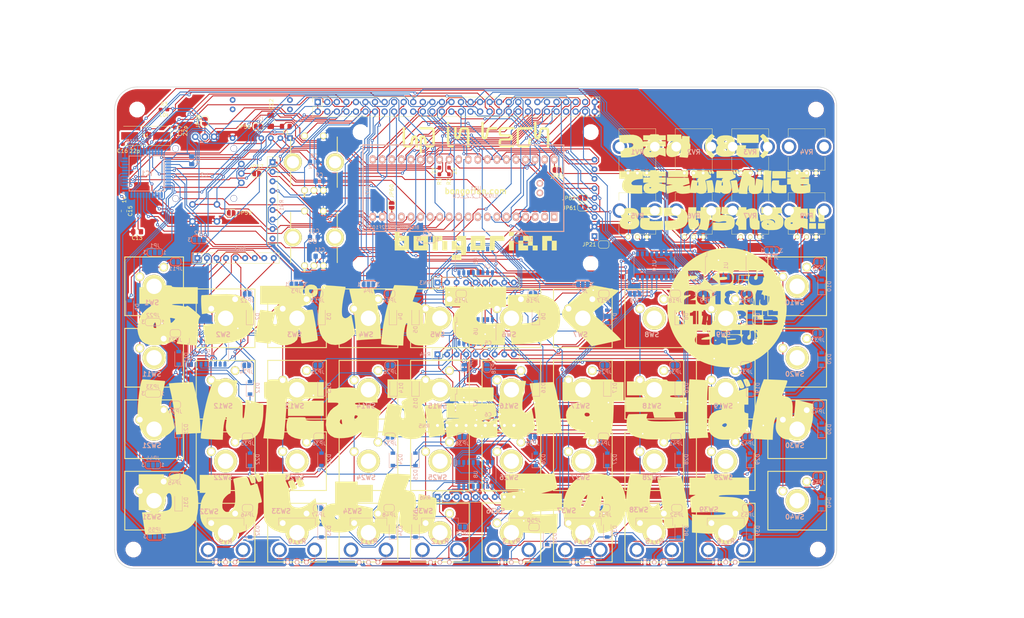
<source format=kicad_pcb>
(kicad_pcb (version 20171130) (host pcbnew "(5.0.0)")
  (layers (0 F.Cu signal) (31 B.Cu signal) (34 B.Paste user) (35 F.Paste user) (36 B.SilkS user) (37 F.SilkS user hide) (38 B.Mask user) (39 F.Mask user) (44 Edge.Cuts user))
  (net 0 "")
  (net 1 PWR)
  (net 2 74165_CE)
  (net 3 RE1_A)
  (net 4 RE1_B)
  (net 5 RE2_A)
  (net 6 RE2_B)
  (net 7 VCC)
  (net 8 "Net-(C13-Pad1)")
  (net 9 "Net-(C15-Pad1)")
  (net 10 "Net-(C16-Pad1)")
  (net 11 "Net-(C17-Pad1)")
  (net 12 "Net-(D1-Pad1)")
  (net 13 "Net-(D1-Pad2)")
  (net 14 "Net-(D2-Pad2)")
  (net 15 "Net-(D3-Pad2)")
  (net 16 "Net-(D4-Pad2)")
  (net 17 "Net-(D5-Pad2)")
  (net 18 "Net-(D6-Pad2)")
  (net 19 "Net-(D7-Pad2)")
  (net 20 "Net-(D8-Pad2)")
  (net 21 "Net-(D9-Pad2)")
  (net 22 "Net-(D10-Pad2)")
  (net 23 "Net-(D11-Pad2)")
  (net 24 "Net-(D11-Pad1)")
  (net 25 "Net-(D12-Pad2)")
  (net 26 "Net-(D13-Pad2)")
  (net 27 "Net-(D14-Pad2)")
  (net 28 "Net-(D15-Pad2)")
  (net 29 "Net-(D16-Pad2)")
  (net 30 "Net-(D17-Pad2)")
  (net 31 "Net-(D18-Pad2)")
  (net 32 "Net-(D19-Pad2)")
  (net 33 "Net-(D20-Pad2)")
  (net 34 "Net-(D21-Pad2)")
  (net 35 "Net-(D21-Pad1)")
  (net 36 "Net-(D22-Pad2)")
  (net 37 "Net-(D23-Pad2)")
  (net 38 "Net-(D24-Pad2)")
  (net 39 "Net-(D25-Pad2)")
  (net 40 "Net-(D26-Pad2)")
  (net 41 "Net-(D27-Pad2)")
  (net 42 "Net-(D28-Pad2)")
  (net 43 "Net-(D29-Pad2)")
  (net 44 "Net-(D30-Pad2)")
  (net 45 "Net-(D31-Pad1)")
  (net 46 "Net-(D31-Pad2)")
  (net 47 "Net-(D32-Pad2)")
  (net 48 "Net-(D33-Pad2)")
  (net 49 "Net-(D34-Pad2)")
  (net 50 "Net-(D35-Pad2)")
  (net 51 "Net-(D36-Pad2)")
  (net 52 "Net-(D37-Pad2)")
  (net 53 "Net-(D38-Pad2)")
  (net 54 "Net-(D39-Pad2)")
  (net 55 "Net-(D40-Pad2)")
  (net 56 UVCC)
  (net 57 D7)
  (net 58 D-)
  (net 59 D+)
  (net 60 PB0)
  (net 61 SCK_atmega)
  (net 62 MOSI_atmega)
  (net 63 MISO_atmega)
  (net 64 "Net-(IC1-Pad12)")
  (net 65 "Net-(IC1-Pad13)")
  (net 66 col1)
  (net 67 col2)
  (net 68 col3)
  (net 69 col4)
  (net 70 col6)
  (net 71 col5)
  (net 72 col7)
  (net 73 col8)
  (net 74 col9)
  (net 75 col10)
  (net 76 row1)
  (net 77 row2)
  (net 78 row3)
  (net 79 "Net-(IC1-Pad36)")
  (net 80 "Net-(IC1-Pad37)")
  (net 81 "Net-(IC1-Pad38)")
  (net 82 IO_A3)
  (net 83 IO_A2)
  (net 84 row4)
  (net 85 CS_LCD)
  (net 86 JOY_X)
  (net 87 JOY_Y)
  (net 88 JOY_SW)
  (net 89 RE1_SW)
  (net 90 RE2_SW)
  (net 91 MOSI_3.3)
  (net 92 MISO_3.3)
  (net 93 SCK_3.3)
  (net 94 74165_SH)
  (net 95 CS_STM)
  (net 96 74165_CK)
  (net 97 74165_OUT)
  (net 98 D_C)
  (net 99 4051_S1_1)
  (net 100 LCD_RESET)
  (net 101 4051_S2_1)
  (net 102 4051_S3_1)
  (net 103 4051_OUT_1)
  (net 104 4051_S1_2)
  (net 105 4051_S2_2)
  (net 106 4051_S3_2)
  (net 107 4051_OUT_2)
  (net 108 TX2)
  (net 109 RX1)
  (net 110 RX2)
  (net 111 TX1)
  (net 112 PA8)
  (net 113 "Net-(J3-Pad54)")
  (net 114 "Net-(J3-Pad57)")
  (net 115 LED)
  (net 116 "Net-(JP1-Pad2)")
  (net 117 "Net-(JP2-Pad2)")
  (net 118 "Net-(JP3-Pad2)")
  (net 119 "Net-(JP4-Pad2)")
  (net 120 "Net-(JP5-Pad2)")
  (net 121 "Net-(JP6-Pad2)")
  (net 122 "Net-(JP7-Pad2)")
  (net 123 "Net-(JP8-Pad2)")
  (net 124 "Net-(JP9-Pad2)")
  (net 125 "Net-(JP10-Pad2)")
  (net 126 KEY1)
  (net 127 KEY2)
  (net 128 KEY9)
  (net 129 KEY10)
  (net 130 KEY11)
  (net 131 KEY12)
  (net 132 KEY13)
  (net 133 KEY14)
  (net 134 KEY15)
  (net 135 KEY16)
  (net 136 "Net-(JP21-Pad2)")
  (net 137 KEY3)
  (net 138 KEY4)
  (net 139 KEY17)
  (net 140 KEY18)
  (net 141 KEY19)
  (net 142 KEY20)
  (net 143 KEY21)
  (net 144 KEY22)
  (net 145 KEY23)
  (net 146 KEY24)
  (net 147 KEY5)
  (net 148 KEY6)
  (net 149 KEY25)
  (net 150 KEY26)
  (net 151 KEY27)
  (net 152 KEY28)
  (net 153 KEY29)
  (net 154 KEY30)
  (net 155 KEY31)
  (net 156 KEY32)
  (net 157 KEY7)
  (net 158 KEY8)
  (net 159 KEY33)
  (net 160 KEY34)
  (net 161 KEY35)
  (net 162 KEY36)
  (net 163 KEY37)
  (net 164 KEY38)
  (net 165 KEY39)
  (net 166 KEY40)
  (net 167 "Net-(JP60-Pad1)")
  (net 168 "Net-(JP61-Pad2)")
  (net 169 "Net-(JP62-Pad2)")
  (net 170 "Net-(JP63-Pad2)")
  (net 171 "Net-(RN1-Pad9)")
  (net 172 "Net-(RV1-Pad2)")
  (net 173 "Net-(RV2-Pad2)")
  (net 174 "Net-(RV3-Pad2)")
  (net 175 "Net-(RV4-Pad2)")
  (net 176 "Net-(RV5-Pad2)")
  (net 177 "Net-(RV6-Pad2)")
  (net 178 "Net-(RV7-Pad2)")
  (net 179 "Net-(RV8-Pad2)")
  (net 180 "Net-(RV9-Pad2)")
  (net 181 "Net-(RV10-Pad2)")
  (net 182 "Net-(RV11-Pad2)")
  (net 183 "Net-(RV12-Pad2)")
  (net 184 "Net-(RV13-Pad2)")
  (net 185 "Net-(RV14-Pad2)")
  (net 186 "Net-(RV15-Pad2)")
  (net 187 "Net-(RV16-Pad2)")
  (net 188 "Net-(U4-Pad7)")
  (net 189 "Net-(U4-Pad9)")
  (net 190 "Net-(U5-Pad7)")
  (net 191 "Net-(U5-Pad9)")
  (net 192 "Net-(U6-Pad7)")
  (net 193 "Net-(U6-Pad9)")
  (net 194 "Net-(U7-Pad9)")
  (net 195 "Net-(U7-Pad7)")
  (net 196 "Net-(U8-Pad7)")
  (net 197 "Net-(U12-Pad42)")
  (net 198 "Net-(U12-Pad41)")
  (net 199 "Net-(U12-Pad17)")
  (net 200 "Net-(U12-Pad2)")
  (net 201 "Net-(U12-Pad1)")
  (module MountingHole:MountingHole_3.2mm_M3 (layer F.Cu) (at 216.5 58)
    (fp_text reference x2)
    (fp_text value MountingHole_3.2mm_M3)
    (pad 1 np_thru_hole circle (at 0 0) (size 3.2 3.2) (drill 3.2) (layers *.Cu *.Mask))
  )
  (module doragasu-footprints:cherry (layer F.Cu) (at 40.5 105)
    (fp_text reference SW1 (at -0.641 4.329) (layer B.SilkS) (effects (font (size 1.27 1.27) (thickness 0.254)) (justify mirror)))
    (fp_text value SW_Push hide)
    (pad 1 thru_hole circle (at -3.81 -2.54 90) (size 2.35 2.35) (drill 1.55) (layers *.Cu *.Mask F.SilkS) (net 116 "Net-(JP1-Pad2)"))
    (pad 2 thru_hole circle (at 2.54 -5.08 90) (size 2.35 2.35) (drill 1.55) (layers *.Cu *.Mask F.SilkS) (net 13 "Net-(D1-Pad2)"))
    (pad 5 thru_hole circle (at 0 0 90) (size 6.15 6.15) (drill 4.1) (layers *.Cu *.Mask F.SilkS))
  )
  (module MountingHole:MountingHole_3.2mm_M3 (layer F.Cu) (at 217 175)
    (fp_text reference x4)
    (fp_text value MountingHole_3.2mm_M3)
    (pad 1 np_thru_hole circle (at 0 0) (size 3.2 3.2) (drill 3.2) (layers *.Cu *.Mask))
  )
  (module MountingHole:MountingHole_3.2mm_M3 (layer F.Cu) (at 35 175)
    (fp_text reference x3)
    (fp_text value MountingHole_3.2mm_M3)
    (pad 1 np_thru_hole circle (at 0 0) (size 3.2 3.2) (drill 3.2) (layers *.Cu *.Mask))
  )
  (module MountingHole:MountingHole_3.2mm_M3 (layer F.Cu) (at 36 58)
    (fp_text reference x1)
    (fp_text value MountingHole_3.2mm_M3)
    (pad 1 np_thru_hole circle (at 0 0) (size 3.2 3.2) (drill 3.2) (layers *.Cu *.Mask))
  )
  (module Capacitor_SMD:C_0805_2012Metric_Pad1.15x1.40mm_HandSolder (layer F.Cu) (at 166.025 102.5 180)
    (fp_text reference C1 (at 0 -1.65 180) (layer B.SilkS) (effects (justify mirror)))
    (fp_text value 0.1u)
    (pad 2 smd roundrect (at 1.025 0 180) (size 1.15 1.4) (layers F.Cu F.Paste F.Mask) (roundrect_rratio 0.217391) (net 2 74165_CE))
    (pad 1 smd roundrect (at -1.025 0 180) (size 1.15 1.4) (layers F.Cu F.Paste F.Mask) (roundrect_rratio 0.217391) (net 1 PWR))
  )
  (module Capacitor_SMD:C_0805_2012Metric_Pad1.15x1.40mm_HandSolder (layer F.Cu) (at 185.025 102.5 180)
    (fp_text reference C2 (at 0 -1.65 180) (layer B.SilkS) (effects (justify mirror)))
    (fp_text value 0.1u)
    (pad 2 smd roundrect (at 1.025 0 180) (size 1.15 1.4) (layers F.Cu F.Paste F.Mask) (roundrect_rratio 0.217391) (net 2 74165_CE))
    (pad 1 smd roundrect (at -1.025 0 180) (size 1.15 1.4) (layers F.Cu F.Paste F.Mask) (roundrect_rratio 0.217391) (net 1 PWR))
  )
  (module Capacitor_SMD:C_0805_2012Metric_Pad1.15x1.40mm_HandSolder (layer F.Cu) (at 50.066 126.923 90)
    (fp_text reference C3 (at 3.311 0 90) (layer B.SilkS) (effects (justify mirror)))
    (fp_text value 0.1u)
    (pad 2 smd roundrect (at 1.025 0 90) (size 1.15 1.4) (layers F.Cu F.Paste F.Mask) (roundrect_rratio 0.217391) (net 1 PWR))
    (pad 1 smd roundrect (at -1.025 0 90) (size 1.15 1.4) (layers F.Cu F.Paste F.Mask) (roundrect_rratio 0.217391) (net 2 74165_CE))
  )
  (module Capacitor_SMD:C_0805_2012Metric_Pad1.15x1.40mm_HandSolder (layer F.Cu) (at 126.003 101.26 180)
    (fp_text reference C4 (at -3.057 1.524 180) (layer B.SilkS) (effects (justify mirror)))
    (fp_text value 0.1u)
    (pad 2 smd roundrect (at 1.025 0 180) (size 1.15 1.4) (layers F.Cu F.Paste F.Mask) (roundrect_rratio 0.217391) (net 1 PWR))
    (pad 1 smd roundrect (at -1.025 0 180) (size 1.15 1.4) (layers F.Cu F.Paste F.Mask) (roundrect_rratio 0.217391) (net 2 74165_CE))
  )
  (module Capacitor_SMD:C_0805_2012Metric_Pad1.15x1.40mm_HandSolder (layer F.Cu) (at 126.003 120.056 180)
    (fp_text reference C5 (at -3.311 0 180) (layer B.SilkS) (effects (justify mirror)))
    (fp_text value 0.1u)
    (pad 2 smd roundrect (at 1.025 0 180) (size 1.15 1.4) (layers F.Cu F.Paste F.Mask) (roundrect_rratio 0.217391) (net 1 PWR))
    (pad 1 smd roundrect (at -1.025 0 180) (size 1.15 1.4) (layers F.Cu F.Paste F.Mask) (roundrect_rratio 0.217391) (net 2 74165_CE))
  )
  (module Capacitor_SMD:C_0805_2012Metric_Pad1.15x1.40mm_HandSolder (layer F.Cu) (at 126.003 139.106 180)
    (fp_text reference C6 (at -3.311 0 180) (layer B.SilkS) (effects (justify mirror)))
    (fp_text value 0.1u)
    (pad 2 smd roundrect (at 1.025 0 180) (size 1.15 1.4) (layers F.Cu F.Paste F.Mask) (roundrect_rratio 0.217391) (net 1 PWR))
    (pad 1 smd roundrect (at -1.025 0 180) (size 1.15 1.4) (layers F.Cu F.Paste F.Mask) (roundrect_rratio 0.217391) (net 2 74165_CE))
  )
  (module Capacitor_SMD:C_0805_2012Metric_Pad1.15x1.40mm_HandSolder (layer F.Cu) (at 126.025 158.156 180)
    (fp_text reference C7 (at -3.543 0 180) (layer B.SilkS) (effects (justify mirror)))
    (fp_text value 0.1u)
    (pad 2 smd roundrect (at 1.025 0 180) (size 1.15 1.4) (layers F.Cu F.Paste F.Mask) (roundrect_rratio 0.217391) (net 1 PWR))
    (pad 1 smd roundrect (at -1.025 0 180) (size 1.15 1.4) (layers F.Cu F.Paste F.Mask) (roundrect_rratio 0.217391) (net 2 74165_CE))
  )
  (module Capacitor_SMD:C_0805_2012Metric_Pad1.15x1.40mm_HandSolder (layer B.Cu) (at 82.975 72)
    (fp_text reference C8 (at 0 -1.6899) (layer B.SilkS) (effects (justify mirror)))
    (fp_text value C)
    (pad 2 smd roundrect (at 1.025 0) (size 1.15 1.4) (layers B.Cu B.Paste B.Mask) (roundrect_rratio 0.217391) (net 2 74165_CE))
    (pad 1 smd roundrect (at -1.025 0) (size 1.15 1.4) (layers B.Cu B.Paste B.Mask) (roundrect_rratio 0.217391) (net 3 RE1_A))
  )
  (module Capacitor_SMD:C_0805_2012Metric_Pad1.15x1.40mm_HandSolder (layer B.Cu) (at 84.475 77)
    (fp_text reference C9 (at -0.02248 -1.60736) (layer B.SilkS) (effects (justify mirror)))
    (fp_text value C)
    (pad 2 smd roundrect (at 1.025 0) (size 1.15 1.4) (layers B.Cu B.Paste B.Mask) (roundrect_rratio 0.217391) (net 2 74165_CE))
    (pad 1 smd roundrect (at -1.025 0) (size 1.15 1.4) (layers B.Cu B.Paste B.Mask) (roundrect_rratio 0.217391) (net 4 RE1_B))
  )
  (module Capacitor_SMD:C_0805_2012Metric_Pad1.15x1.40mm_HandSolder (layer B.Cu) (at 82.975 92)
    (fp_text reference C10 (at 0.0348 -1.72296) (layer B.SilkS) (effects (justify mirror)))
    (fp_text value C)
    (pad 2 smd roundrect (at 1.025 0) (size 1.15 1.4) (layers B.Cu B.Paste B.Mask) (roundrect_rratio 0.217391) (net 2 74165_CE))
    (pad 1 smd roundrect (at -1.025 0) (size 1.15 1.4) (layers B.Cu B.Paste B.Mask) (roundrect_rratio 0.217391) (net 5 RE2_A))
  )
  (module Capacitor_SMD:C_0805_2012Metric_Pad1.15x1.40mm_HandSolder (layer B.Cu) (at 84.475 97)
    (fp_text reference C11 (at 0.01816 -1.73948) (layer B.SilkS) (effects (justify mirror)))
    (fp_text value C)
    (pad 2 smd roundrect (at 1.025 0) (size 1.15 1.4) (layers B.Cu B.Paste B.Mask) (roundrect_rratio 0.217391) (net 2 74165_CE))
    (pad 1 smd roundrect (at -1.025 0) (size 1.15 1.4) (layers B.Cu B.Paste B.Mask) (roundrect_rratio 0.217391) (net 6 RE2_B))
  )
  (module Capacitor_SMD:C_1206_3216Metric_Pad1.42x1.75mm_HandSolder (layer F.Cu) (at 71.5 60.9875 90)
    (fp_text reference C12 (at 4.4315 0.156 90) (layer F.SilkS))
    (fp_text value 10u)
    (pad 2 smd roundrect (at 1.4875 0 90) (size 1.425 1.75) (layers F.Cu F.Paste F.Mask) (roundrect_rratio 0.175439) (net 2 74165_CE))
    (pad 1 smd roundrect (at -1.4875 0 90) (size 1.425 1.75) (layers F.Cu F.Paste F.Mask) (roundrect_rratio 0.175439) (net 7 VCC))
  )
  (module Capacitor_SMD:C_0805_2012Metric_Pad1.15x1.40mm_HandSolder (layer F.Cu) (at 35.975 90.5 180)
    (fp_text reference C13 (at 0 -1.65 180) (layer F.SilkS))
    (fp_text value 0.1u)
    (pad 2 smd roundrect (at 1.025 0 180) (size 1.15 1.4) (layers F.Cu F.Paste F.Mask) (roundrect_rratio 0.217391) (net 2 74165_CE))
    (pad 1 smd roundrect (at -1.025 0 180) (size 1.15 1.4) (layers F.Cu F.Paste F.Mask) (roundrect_rratio 0.217391) (net 8 "Net-(C13-Pad1)"))
  )
  (module Capacitor_SMD:C_0805_2012Metric_Pad1.15x1.40mm_HandSolder (layer B.Cu) (at 50.5 71.5 90)
    (fp_text reference C14 (at 0 1.65 90) (layer B.SilkS) (effects (justify mirror)))
    (fp_text value 0.1u)
    (pad 2 smd roundrect (at 1.025 0 90) (size 1.15 1.4) (layers B.Cu B.Paste B.Mask) (roundrect_rratio 0.217391) (net 2 74165_CE))
    (pad 1 smd roundrect (at -1.025 0 90) (size 1.15 1.4) (layers B.Cu B.Paste B.Mask) (roundrect_rratio 0.217391) (net 7 VCC))
  )
  (module Capacitor_SMD:C_0805_2012Metric_Pad1.15x1.40mm_HandSolder (layer F.Cu) (at 32.5 84.975 270)
    (fp_text reference C15 (at 0 -1.65 270) (layer F.SilkS))
    (fp_text value 1u (at -3.019 -0.04 270) (layer F.SilkS))
    (pad 2 smd roundrect (at 1.025 0 270) (size 1.15 1.4) (layers F.Cu F.Paste F.Mask) (roundrect_rratio 0.217391) (net 2 74165_CE))
    (pad 1 smd roundrect (at -1.025 0 270) (size 1.15 1.4) (layers F.Cu F.Paste F.Mask) (roundrect_rratio 0.217391) (net 9 "Net-(C15-Pad1)"))
  )
  (module Capacitor_SMD:C_0603_1608Metric_Pad1.05x0.95mm_HandSolder (layer F.Cu) (at 33.048 67.224)
    (fp_text reference C16 (at -0.96266 1.778) (layer F.SilkS))
    (fp_text value 22p (at 2.286 1.778) (layer F.SilkS))
    (pad 2 smd roundrect (at 0.875 0) (size 1.05 0.95) (layers F.Cu F.Paste F.Mask) (net 2 74165_CE))
    (pad 1 smd roundrect (at -0.875 0) (size 1.05 0.95) (layers F.Cu F.Paste F.Mask) (net 10 "Net-(C16-Pad1)"))
  )
  (module Capacitor_SMD:C_0603_1608Metric_Pad1.05x0.95mm_HandSolder (layer F.Cu) (at 46 63.625 270)
    (fp_text reference C17 (at 0 -1.43 270) (layer F.SilkS))
    (fp_text value 22p (at 0.043 -2.796 270) (layer F.SilkS))
    (pad 2 smd roundrect (at 0.875 0 270) (size 1.05 0.95) (layers F.Cu F.Paste F.Mask) (net 2 74165_CE))
    (pad 1 smd roundrect (at -0.875 0 270) (size 1.05 0.95) (layers F.Cu F.Paste F.Mask) (net 11 "Net-(C17-Pad1)"))
  )
  (module Diode_SMD:D_SOD-123 (layer B.Cu) (at 34 110.5 90)
    (fp_text reference D1 (at 0 2 90) (layer B.SilkS) (effects (justify mirror)))
    (fp_text value D)
    (pad 2 smd rect (at 1.65 0 90) (size 0.9 1.2) (layers B.Cu B.Paste B.Mask) (net 13 "Net-(D1-Pad2)"))
    (pad 1 smd rect (at -1.65 0 90) (size 0.9 1.2) (layers B.Cu B.Paste B.Mask) (net 12 "Net-(D1-Pad1)"))
  )
  (module Diode_SMD:D_SOD-123 (layer B.Cu) (at 66 113 90)
    (fp_text reference D2 (at 0 2 90) (layer B.SilkS) (effects (justify mirror)))
    (fp_text value D)
    (pad 2 smd rect (at 1.65 0 90) (size 0.9 1.2) (layers B.Cu B.Paste B.Mask) (net 14 "Net-(D2-Pad2)"))
    (pad 1 smd rect (at -1.65 0 90) (size 0.9 1.2) (layers B.Cu B.Paste B.Mask) (net 12 "Net-(D1-Pad1)"))
  )
  (module Diode_SMD:D_SOD-123 (layer B.Cu) (at 85 113 90)
    (fp_text reference D3 (at 0 2 90) (layer B.SilkS) (effects (justify mirror)))
    (fp_text value D)
    (pad 2 smd rect (at 1.65 0 90) (size 0.9 1.2) (layers B.Cu B.Paste B.Mask) (net 15 "Net-(D3-Pad2)"))
    (pad 1 smd rect (at -1.65 0 90) (size 0.9 1.2) (layers B.Cu B.Paste B.Mask) (net 12 "Net-(D1-Pad1)"))
  )
  (module Diode_SMD:D_SOD-123 (layer B.Cu) (at 104 113 90)
    (fp_text reference D4 (at 0 2 90) (layer B.SilkS) (effects (justify mirror)))
    (fp_text value D)
    (pad 2 smd rect (at 1.65 0 90) (size 0.9 1.2) (layers B.Cu B.Paste B.Mask) (net 16 "Net-(D4-Pad2)"))
    (pad 1 smd rect (at -1.65 0 90) (size 0.9 1.2) (layers B.Cu B.Paste B.Mask) (net 12 "Net-(D1-Pad1)"))
  )
  (module Diode_SMD:D_SOD-123 (layer B.Cu) (at 110 113 90)
    (fp_text reference D5 (at -3.5 0.01 90) (layer B.SilkS) (effects (justify mirror)))
    (fp_text value D)
    (pad 2 smd rect (at 1.65 0 90) (size 0.9 1.2) (layers B.Cu B.Paste B.Mask) (net 17 "Net-(D5-Pad2)"))
    (pad 1 smd rect (at -1.65 0 90) (size 0.9 1.2) (layers B.Cu B.Paste B.Mask) (net 12 "Net-(D1-Pad1)"))
  )
  (module Diode_SMD:D_SOD-123 (layer B.Cu) (at 142 113 90)
    (fp_text reference D6 (at 0 2 90) (layer B.SilkS) (effects (justify mirror)))
    (fp_text value D)
    (pad 2 smd rect (at 1.65 0 90) (size 0.9 1.2) (layers B.Cu B.Paste B.Mask) (net 18 "Net-(D6-Pad2)"))
    (pad 1 smd rect (at -1.65 0 90) (size 0.9 1.2) (layers B.Cu B.Paste B.Mask) (net 12 "Net-(D1-Pad1)"))
  )
  (module Diode_SMD:D_SOD-123 (layer B.Cu) (at 161 113 90)
    (fp_text reference D7 (at 0 2 90) (layer B.SilkS) (effects (justify mirror)))
    (fp_text value D)
    (pad 2 smd rect (at 1.65 0 90) (size 0.9 1.2) (layers B.Cu B.Paste B.Mask) (net 19 "Net-(D7-Pad2)"))
    (pad 1 smd rect (at -1.65 0 90) (size 0.9 1.2) (layers B.Cu B.Paste B.Mask) (net 12 "Net-(D1-Pad1)"))
  )
  (module Diode_SMD:D_SOD-123 (layer B.Cu) (at 180 113 90)
    (fp_text reference D8 (at 0 2 90) (layer B.SilkS) (effects (justify mirror)))
    (fp_text value D)
    (pad 2 smd rect (at 1.65 0 90) (size 0.9 1.2) (layers B.Cu B.Paste B.Mask) (net 20 "Net-(D8-Pad2)"))
    (pad 1 smd rect (at -1.65 0 90) (size 0.9 1.2) (layers B.Cu B.Paste B.Mask) (net 12 "Net-(D1-Pad1)"))
  )
  (module Diode_SMD:D_SOD-123 (layer B.Cu) (at 199 113 90)
    (fp_text reference D9 (at 0 2 90) (layer B.SilkS) (effects (justify mirror)))
    (fp_text value D)
    (pad 2 smd rect (at 1.65 0 90) (size 0.9 1.2) (layers B.Cu B.Paste B.Mask) (net 21 "Net-(D9-Pad2)"))
    (pad 1 smd rect (at -1.65 0 90) (size 0.9 1.2) (layers B.Cu B.Paste B.Mask) (net 12 "Net-(D1-Pad1)"))
  )
  (module Diode_SMD:D_SOD-123 (layer B.Cu) (at 218 105 90)
    (fp_text reference D10 (at 0 2 90) (layer B.SilkS) (effects (justify mirror)))
    (fp_text value D)
    (pad 2 smd rect (at 1.65 0 90) (size 0.9 1.2) (layers B.Cu B.Paste B.Mask) (net 22 "Net-(D10-Pad2)"))
    (pad 1 smd rect (at -1.65 0 90) (size 0.9 1.2) (layers B.Cu B.Paste B.Mask) (net 12 "Net-(D1-Pad1)"))
  )
  (module Diode_SMD:D_SOD-123 (layer B.Cu) (at 47 124 90)
    (fp_text reference D11 (at 0 2 90) (layer B.SilkS) (effects (justify mirror)))
    (fp_text value D)
    (pad 2 smd rect (at 1.65 0 90) (size 0.9 1.2) (layers B.Cu B.Paste B.Mask) (net 23 "Net-(D11-Pad2)"))
    (pad 1 smd rect (at -1.65 0 90) (size 0.9 1.2) (layers B.Cu B.Paste B.Mask) (net 24 "Net-(D11-Pad1)"))
  )
  (module Diode_SMD:D_SOD-123 (layer B.Cu) (at 66 132 90)
    (fp_text reference D12 (at 0 2 90) (layer B.SilkS) (effects (justify mirror)))
    (fp_text value D)
    (pad 2 smd rect (at 1.65 0 90) (size 0.9 1.2) (layers B.Cu B.Paste B.Mask) (net 25 "Net-(D12-Pad2)"))
    (pad 1 smd rect (at -1.65 0 90) (size 0.9 1.2) (layers B.Cu B.Paste B.Mask) (net 24 "Net-(D11-Pad1)"))
  )
  (module Diode_SMD:D_SOD-123 (layer B.Cu) (at 85 132 90)
    (fp_text reference D13 (at 0 2 90) (layer B.SilkS) (effects (justify mirror)))
    (fp_text value D)
    (pad 2 smd rect (at 1.65 0 90) (size 0.9 1.2) (layers B.Cu B.Paste B.Mask) (net 26 "Net-(D13-Pad2)"))
    (pad 1 smd rect (at -1.65 0 90) (size 0.9 1.2) (layers B.Cu B.Paste B.Mask) (net 24 "Net-(D11-Pad1)"))
  )
  (module Diode_SMD:D_SOD-123 (layer B.Cu) (at 104.168 132 90)
    (fp_text reference D14 (at 0 2 90) (layer B.SilkS) (effects (justify mirror)))
    (fp_text value D)
    (pad 2 smd rect (at 1.65 0 90) (size 0.9 1.2) (layers B.Cu B.Paste B.Mask) (net 27 "Net-(D14-Pad2)"))
    (pad 1 smd rect (at -1.65 0 90) (size 0.9 1.2) (layers B.Cu B.Paste B.Mask) (net 24 "Net-(D11-Pad1)"))
  )
  (module Diode_SMD:D_SOD-123 (layer B.Cu) (at 110 132 90)
    (fp_text reference D15 (at -4.058 0.01 90) (layer B.SilkS) (effects (justify mirror)))
    (fp_text value D)
    (pad 2 smd rect (at 1.65 0 90) (size 0.9 1.2) (layers B.Cu B.Paste B.Mask) (net 28 "Net-(D15-Pad2)"))
    (pad 1 smd rect (at -1.65 0 90) (size 0.9 1.2) (layers B.Cu B.Paste B.Mask) (net 24 "Net-(D11-Pad1)"))
  )
  (module Diode_SMD:D_SOD-123 (layer B.Cu) (at 142 132 90)
    (fp_text reference D16 (at 0 2 90) (layer B.SilkS) (effects (justify mirror)))
    (fp_text value D)
    (pad 2 smd rect (at 1.65 0 90) (size 0.9 1.2) (layers B.Cu B.Paste B.Mask) (net 29 "Net-(D16-Pad2)"))
    (pad 1 smd rect (at -1.65 0 90) (size 0.9 1.2) (layers B.Cu B.Paste B.Mask) (net 24 "Net-(D11-Pad1)"))
  )
  (module Diode_SMD:D_SOD-123 (layer B.Cu) (at 161 132 90)
    (fp_text reference D17 (at 0 2 90) (layer B.SilkS) (effects (justify mirror)))
    (fp_text value D)
    (pad 2 smd rect (at 1.65 0 90) (size 0.9 1.2) (layers B.Cu B.Paste B.Mask) (net 30 "Net-(D17-Pad2)"))
    (pad 1 smd rect (at -1.65 0 90) (size 0.9 1.2) (layers B.Cu B.Paste B.Mask) (net 24 "Net-(D11-Pad1)"))
  )
  (module Diode_SMD:D_SOD-123 (layer B.Cu) (at 180 132 90)
    (fp_text reference D18 (at 0 2 90) (layer B.SilkS) (effects (justify mirror)))
    (fp_text value D)
    (pad 2 smd rect (at 1.65 0 90) (size 0.9 1.2) (layers B.Cu B.Paste B.Mask) (net 31 "Net-(D18-Pad2)"))
    (pad 1 smd rect (at -1.65 0 90) (size 0.9 1.2) (layers B.Cu B.Paste B.Mask) (net 24 "Net-(D11-Pad1)"))
  )
  (module Diode_SMD:D_SOD-123 (layer B.Cu) (at 199 132 90)
    (fp_text reference D19 (at 0 2 90) (layer B.SilkS) (effects (justify mirror)))
    (fp_text value D)
    (pad 2 smd rect (at 1.65 0 90) (size 0.9 1.2) (layers B.Cu B.Paste B.Mask) (net 32 "Net-(D19-Pad2)"))
    (pad 1 smd rect (at -1.65 0 90) (size 0.9 1.2) (layers B.Cu B.Paste B.Mask) (net 24 "Net-(D11-Pad1)"))
  )
  (module Diode_SMD:D_SOD-123 (layer B.Cu) (at 218 124.325 90)
    (fp_text reference D20 (at 0 2 90) (layer B.SilkS) (effects (justify mirror)))
    (fp_text value D)
    (pad 2 smd rect (at 1.65 0 90) (size 0.9 1.2) (layers B.Cu B.Paste B.Mask) (net 33 "Net-(D20-Pad2)"))
    (pad 1 smd rect (at -1.65 0 90) (size 0.9 1.2) (layers B.Cu B.Paste B.Mask) (net 24 "Net-(D11-Pad1)"))
  )
  (module Diode_SMD:D_SOD-123 (layer B.Cu) (at 47 143 90)
    (fp_text reference D21 (at 0 2 90) (layer B.SilkS) (effects (justify mirror)))
    (fp_text value D)
    (pad 2 smd rect (at 1.65 0 90) (size 0.9 1.2) (layers B.Cu B.Paste B.Mask) (net 34 "Net-(D21-Pad2)"))
    (pad 1 smd rect (at -1.65 0 90) (size 0.9 1.2) (layers B.Cu B.Paste B.Mask) (net 35 "Net-(D21-Pad1)"))
  )
  (module Diode_SMD:D_SOD-123 (layer B.Cu) (at 66 151 90)
    (fp_text reference D22 (at 0 2 90) (layer B.SilkS) (effects (justify mirror)))
    (fp_text value D)
    (pad 2 smd rect (at 1.65 0 90) (size 0.9 1.2) (layers B.Cu B.Paste B.Mask) (net 36 "Net-(D22-Pad2)"))
    (pad 1 smd rect (at -1.65 0 90) (size 0.9 1.2) (layers B.Cu B.Paste B.Mask) (net 35 "Net-(D21-Pad1)"))
  )
  (module Diode_SMD:D_SOD-123 (layer B.Cu) (at 85 151 90)
    (fp_text reference D23 (at 0 2 90) (layer B.SilkS) (effects (justify mirror)))
    (fp_text value D)
    (pad 2 smd rect (at 1.65 0 90) (size 0.9 1.2) (layers B.Cu B.Paste B.Mask) (net 37 "Net-(D23-Pad2)"))
    (pad 1 smd rect (at -1.65 0 90) (size 0.9 1.2) (layers B.Cu B.Paste B.Mask) (net 35 "Net-(D21-Pad1)"))
  )
  (module Diode_SMD:D_SOD-123 (layer B.Cu) (at 104 151 90)
    (fp_text reference D24 (at 0 2 90) (layer B.SilkS) (effects (justify mirror)))
    (fp_text value D)
    (pad 2 smd rect (at 1.65 0 90) (size 0.9 1.2) (layers B.Cu B.Paste B.Mask) (net 38 "Net-(D24-Pad2)"))
    (pad 1 smd rect (at -1.65 0 90) (size 0.9 1.2) (layers B.Cu B.Paste B.Mask) (net 35 "Net-(D21-Pad1)"))
  )
  (module Diode_SMD:D_SOD-123 (layer B.Cu) (at 110 151 90)
    (fp_text reference D25 (at -4.108 0.01 90) (layer B.SilkS) (effects (justify mirror)))
    (fp_text value D)
    (pad 2 smd rect (at 1.65 0 90) (size 0.9 1.2) (layers B.Cu B.Paste B.Mask) (net 39 "Net-(D25-Pad2)"))
    (pad 1 smd rect (at -1.65 0 90) (size 0.9 1.2) (layers B.Cu B.Paste B.Mask) (net 35 "Net-(D21-Pad1)"))
  )
  (module Diode_SMD:D_SOD-123 (layer B.Cu) (at 142 151 90)
    (fp_text reference D26 (at 0 2 90) (layer B.SilkS) (effects (justify mirror)))
    (fp_text value D)
    (pad 2 smd rect (at 1.65 0 90) (size 0.9 1.2) (layers B.Cu B.Paste B.Mask) (net 40 "Net-(D26-Pad2)"))
    (pad 1 smd rect (at -1.65 0 90) (size 0.9 1.2) (layers B.Cu B.Paste B.Mask) (net 35 "Net-(D21-Pad1)"))
  )
  (module Diode_SMD:D_SOD-123 (layer B.Cu) (at 161 151 90)
    (fp_text reference D27 (at 0 2 90) (layer B.SilkS) (effects (justify mirror)))
    (fp_text value D)
    (pad 2 smd rect (at 1.65 0 90) (size 0.9 1.2) (layers B.Cu B.Paste B.Mask) (net 41 "Net-(D27-Pad2)"))
    (pad 1 smd rect (at -1.65 0 90) (size 0.9 1.2) (layers B.Cu B.Paste B.Mask) (net 35 "Net-(D21-Pad1)"))
  )
  (module Diode_SMD:D_SOD-123 (layer B.Cu) (at 180 151 90)
    (fp_text reference D28 (at 0 2 90) (layer B.SilkS) (effects (justify mirror)))
    (fp_text value D)
    (pad 2 smd rect (at 1.65 0 90) (size 0.9 1.2) (layers B.Cu B.Paste B.Mask) (net 42 "Net-(D28-Pad2)"))
    (pad 1 smd rect (at -1.65 0 90) (size 0.9 1.2) (layers B.Cu B.Paste B.Mask) (net 35 "Net-(D21-Pad1)"))
  )
  (module Diode_SMD:D_SOD-123 (layer B.Cu) (at 199 151 90)
    (fp_text reference D29 (at 0 2 90) (layer B.SilkS) (effects (justify mirror)))
    (fp_text value D)
    (pad 2 smd rect (at 1.65 0 90) (size 0.9 1.2) (layers B.Cu B.Paste B.Mask) (net 43 "Net-(D29-Pad2)"))
    (pad 1 smd rect (at -1.65 0 90) (size 0.9 1.2) (layers B.Cu B.Paste B.Mask) (net 35 "Net-(D21-Pad1)"))
  )
  (module Diode_SMD:D_SOD-123 (layer B.Cu) (at 218 143 90)
    (fp_text reference D30 (at 0 2 90) (layer B.SilkS) (effects (justify mirror)))
    (fp_text value D)
    (pad 2 smd rect (at 1.65 0 90) (size 0.9 1.2) (layers B.Cu B.Paste B.Mask) (net 44 "Net-(D30-Pad2)"))
    (pad 1 smd rect (at -1.65 0 90) (size 0.9 1.2) (layers B.Cu B.Paste B.Mask) (net 35 "Net-(D21-Pad1)"))
  )
  (module Diode_SMD:D_SOD-123 (layer B.Cu) (at 47 162.5 90)
    (fp_text reference D31 (at 0 2 90) (layer B.SilkS) (effects (justify mirror)))
    (fp_text value D)
    (pad 2 smd rect (at 1.65 0 90) (size 0.9 1.2) (layers B.Cu B.Paste B.Mask) (net 46 "Net-(D31-Pad2)"))
    (pad 1 smd rect (at -1.65 0 90) (size 0.9 1.2) (layers B.Cu B.Paste B.Mask) (net 45 "Net-(D31-Pad1)"))
  )
  (module Diode_SMD:D_SOD-123 (layer B.Cu) (at 66 170 90)
    (fp_text reference D32 (at 0 2 90) (layer B.SilkS) (effects (justify mirror)))
    (fp_text value D)
    (pad 2 smd rect (at 1.65 0 90) (size 0.9 1.2) (layers B.Cu B.Paste B.Mask) (net 47 "Net-(D32-Pad2)"))
    (pad 1 smd rect (at -1.65 0 90) (size 0.9 1.2) (layers B.Cu B.Paste B.Mask) (net 45 "Net-(D31-Pad1)"))
  )
  (module Diode_SMD:D_SOD-123 (layer B.Cu) (at 85 170 90)
    (fp_text reference D33 (at 0 2 90) (layer B.SilkS) (effects (justify mirror)))
    (fp_text value D)
    (pad 2 smd rect (at 1.65 0 90) (size 0.9 1.2) (layers B.Cu B.Paste B.Mask) (net 48 "Net-(D33-Pad2)"))
    (pad 1 smd rect (at -1.65 0 90) (size 0.9 1.2) (layers B.Cu B.Paste B.Mask) (net 45 "Net-(D31-Pad1)"))
  )
  (module Diode_SMD:D_SOD-123 (layer B.Cu) (at 104 170 90)
    (fp_text reference D34 (at 0 2 90) (layer B.SilkS) (effects (justify mirror)))
    (fp_text value D)
    (pad 2 smd rect (at 1.65 0 90) (size 0.9 1.2) (layers B.Cu B.Paste B.Mask) (net 49 "Net-(D34-Pad2)"))
    (pad 1 smd rect (at -1.65 0 90) (size 0.9 1.2) (layers B.Cu B.Paste B.Mask) (net 45 "Net-(D31-Pad1)"))
  )
  (module Diode_SMD:D_SOD-123 (layer B.Cu) (at 110 170 90)
    (fp_text reference D35 (at 4.224 0.01 90) (layer B.SilkS) (effects (justify mirror)))
    (fp_text value D)
    (pad 2 smd rect (at 1.65 0 90) (size 0.9 1.2) (layers B.Cu B.Paste B.Mask) (net 50 "Net-(D35-Pad2)"))
    (pad 1 smd rect (at -1.65 0 90) (size 0.9 1.2) (layers B.Cu B.Paste B.Mask) (net 45 "Net-(D31-Pad1)"))
  )
  (module Diode_SMD:D_SOD-123 (layer B.Cu) (at 145 172 90)
    (fp_text reference D36 (at 0 2 90) (layer B.SilkS) (effects (justify mirror)))
    (fp_text value D)
    (pad 2 smd rect (at 1.65 0 90) (size 0.9 1.2) (layers B.Cu B.Paste B.Mask) (net 51 "Net-(D36-Pad2)"))
    (pad 1 smd rect (at -1.65 0 90) (size 0.9 1.2) (layers B.Cu B.Paste B.Mask) (net 45 "Net-(D31-Pad1)"))
  )
  (module Diode_SMD:D_SOD-123 (layer B.Cu) (at 161 170 90)
    (fp_text reference D37 (at 0 2 90) (layer B.SilkS) (effects (justify mirror)))
    (fp_text value D)
    (pad 2 smd rect (at 1.65 0 90) (size 0.9 1.2) (layers B.Cu B.Paste B.Mask) (net 52 "Net-(D37-Pad2)"))
    (pad 1 smd rect (at -1.65 0 90) (size 0.9 1.2) (layers B.Cu B.Paste B.Mask) (net 45 "Net-(D31-Pad1)"))
  )
  (module Diode_SMD:D_SOD-123 (layer B.Cu) (at 180 170 90)
    (fp_text reference D38 (at 0 2 90) (layer B.SilkS) (effects (justify mirror)))
    (fp_text value D)
    (pad 2 smd rect (at 1.65 0 90) (size 0.9 1.2) (layers B.Cu B.Paste B.Mask) (net 53 "Net-(D38-Pad2)"))
    (pad 1 smd rect (at -1.65 0 90) (size 0.9 1.2) (layers B.Cu B.Paste B.Mask) (net 45 "Net-(D31-Pad1)"))
  )
  (module Diode_SMD:D_SOD-123 (layer B.Cu) (at 199 170 90)
    (fp_text reference D39 (at 0 2 90) (layer B.SilkS) (effects (justify mirror)))
    (fp_text value D)
    (pad 2 smd rect (at 1.65 0 90) (size 0.9 1.2) (layers B.Cu B.Paste B.Mask) (net 54 "Net-(D39-Pad2)"))
    (pad 1 smd rect (at -1.65 0 90) (size 0.9 1.2) (layers B.Cu B.Paste B.Mask) (net 45 "Net-(D31-Pad1)"))
  )
  (module Diode_SMD:D_SOD-123 (layer B.Cu) (at 218 162.5 90)
    (fp_text reference D40 (at 0 2 90) (layer B.SilkS) (effects (justify mirror)))
    (fp_text value D)
    (pad 2 smd rect (at 1.65 0 90) (size 0.9 1.2) (layers B.Cu B.Paste B.Mask) (net 55 "Net-(D40-Pad2)"))
    (pad 1 smd rect (at -1.65 0 90) (size 0.9 1.2) (layers B.Cu B.Paste B.Mask) (net 45 "Net-(D31-Pad1)"))
  )
  (module Capacitor_SMD:C_0805_2012Metric_Pad1.15x1.40mm_HandSolder (layer F.Cu) (at 75.525 62.5 180)
    (fp_text reference F1 (at 0 -1.65 180) (layer F.SilkS))
    (fp_text value Fuse_Small)
    (pad 2 smd roundrect (at 1.025 0 180) (size 1.15 1.4) (layers F.Cu F.Paste F.Mask) (roundrect_rratio 0.217391) (net 7 VCC))
    (pad 1 smd roundrect (at -1.025 0 180) (size 1.15 1.4) (layers F.Cu F.Paste F.Mask) (roundrect_rratio 0.217391) (net 56 UVCC))
  )
  (module SamacSys_Parts:QFP80P1200X1200X120-44N (layer B.Cu) (at 38.5 75)
    (fp_text reference IC1 (at 0 0) (layer B.SilkS) (effects (font (size 1.27 1.27) (thickness 0.254)) (justify mirror)))
    (fp_text value ATMEGA32U4-AU hide)
    (pad 44 smd rect (at -4 5.75) (size 0.6 1.5) (layers B.Cu B.Paste B.Mask) (net 7 VCC))
    (pad 43 smd rect (at -3.2 5.75) (size 0.6 1.5) (layers B.Cu B.Paste B.Mask) (net 2 74165_CE))
    (pad 42 smd rect (at -2.4 5.75) (size 0.6 1.5) (layers B.Cu B.Paste B.Mask) (net 8 "Net-(C13-Pad1)"))
    (pad 41 smd rect (at -1.6 5.75) (size 0.6 1.5) (layers B.Cu B.Paste B.Mask) (net 84 row4))
    (pad 40 smd rect (at -0.8 5.75) (size 0.6 1.5) (layers B.Cu B.Paste B.Mask) (net 83 IO_A2))
    (pad 39 smd rect (at 0 5.75) (size 0.6 1.5) (layers B.Cu B.Paste B.Mask) (net 82 IO_A3))
    (pad 38 smd rect (at 0.8 5.75) (size 0.6 1.5) (layers B.Cu B.Paste B.Mask) (net 81 "Net-(IC1-Pad38)"))
    (pad 37 smd rect (at 1.6 5.75) (size 0.6 1.5) (layers B.Cu B.Paste B.Mask) (net 80 "Net-(IC1-Pad37)"))
    (pad 36 smd rect (at 2.4 5.75) (size 0.6 1.5) (layers B.Cu B.Paste B.Mask) (net 79 "Net-(IC1-Pad36)"))
    (pad 35 smd rect (at 3.2 5.75) (size 0.6 1.5) (layers B.Cu B.Paste B.Mask) (net 2 74165_CE))
    (pad 34 smd rect (at 4 5.75) (size 0.6 1.5) (layers B.Cu B.Paste B.Mask) (net 7 VCC))
    (pad 33 smd rect (at 5.75 4 270) (size 0.6 1.5) (layers B.Cu B.Paste B.Mask) (net 2 74165_CE))
    (pad 32 smd rect (at 5.75 3.2 270) (size 0.6 1.5) (layers B.Cu B.Paste B.Mask) (net 78 row3))
    (pad 31 smd rect (at 5.75 2.4 270) (size 0.6 1.5) (layers B.Cu B.Paste B.Mask) (net 77 row2))
    (pad 30 smd rect (at 5.75 1.6 270) (size 0.6 1.5) (layers B.Cu B.Paste B.Mask) (net 76 row1))
    (pad 29 smd rect (at 5.75 0.8 270) (size 0.6 1.5) (layers B.Cu B.Paste B.Mask) (net 75 col10))
    (pad 28 smd rect (at 5.75 0 270) (size 0.6 1.5) (layers B.Cu B.Paste B.Mask) (net 74 col9))
    (pad 27 smd rect (at 5.75 -0.8 270) (size 0.6 1.5) (layers B.Cu B.Paste B.Mask) (net 73 col8))
    (pad 26 smd rect (at 5.75 -1.6 270) (size 0.6 1.5) (layers B.Cu B.Paste B.Mask) (net 72 col7))
    (pad 25 smd rect (at 5.75 -2.4 270) (size 0.6 1.5) (layers B.Cu B.Paste B.Mask) (net 71 col5))
    (pad 24 smd rect (at 5.75 -3.2 270) (size 0.6 1.5) (layers B.Cu B.Paste B.Mask) (net 7 VCC))
    (pad 23 smd rect (at 5.75 -4 270) (size 0.6 1.5) (layers B.Cu B.Paste B.Mask) (net 2 74165_CE))
    (pad 22 smd rect (at 4 -5.75) (size 0.6 1.5) (layers B.Cu B.Paste B.Mask) (net 70 col6))
    (pad 21 smd rect (at 3.2 -5.75) (size 0.6 1.5) (layers B.Cu B.Paste B.Mask) (net 69 col4))
    (pad 20 smd rect (at 2.4 -5.75) (size 0.6 1.5) (layers B.Cu B.Paste B.Mask) (net 68 col3))
    (pad 19 smd rect (at 1.6 -5.75) (size 0.6 1.5) (layers B.Cu B.Paste B.Mask) (net 67 col2))
    (pad 18 smd rect (at 0.8 -5.75) (size 0.6 1.5) (layers B.Cu B.Paste B.Mask) (net 66 col1))
    (pad 17 smd rect (at 0 -5.75) (size 0.6 1.5) (layers B.Cu B.Paste B.Mask) (net 11 "Net-(C17-Pad1)"))
    (pad 16 smd rect (at -0.8 -5.75) (size 0.6 1.5) (layers B.Cu B.Paste B.Mask) (net 10 "Net-(C16-Pad1)"))
    (pad 15 smd rect (at -1.6 -5.75) (size 0.6 1.5) (layers B.Cu B.Paste B.Mask) (net 2 74165_CE))
    (pad 14 smd rect (at -2.4 -5.75) (size 0.6 1.5) (layers B.Cu B.Paste B.Mask) (net 7 VCC))
    (pad 13 smd rect (at -3.2 -5.75) (size 0.6 1.5) (layers B.Cu B.Paste B.Mask) (net 65 "Net-(IC1-Pad13)"))
    (pad 12 smd rect (at -4 -5.75) (size 0.6 1.5) (layers B.Cu B.Paste B.Mask) (net 64 "Net-(IC1-Pad12)"))
    (pad 11 smd rect (at -5.75 -4 270) (size 0.6 1.5) (layers B.Cu B.Paste B.Mask) (net 63 MISO_atmega))
    (pad 10 smd rect (at -5.75 -3.2 270) (size 0.6 1.5) (layers B.Cu B.Paste B.Mask) (net 62 MOSI_atmega))
    (pad 9 smd rect (at -5.75 -2.4 270) (size 0.6 1.5) (layers B.Cu B.Paste B.Mask) (net 61 SCK_atmega))
    (pad 8 smd rect (at -5.75 -1.6 270) (size 0.6 1.5) (layers B.Cu B.Paste B.Mask) (net 60 PB0))
    (pad 7 smd rect (at -5.75 -0.8 270) (size 0.6 1.5) (layers B.Cu B.Paste B.Mask) (net 56 UVCC))
    (pad 6 smd rect (at -5.75 0 270) (size 0.6 1.5) (layers B.Cu B.Paste B.Mask) (net 9 "Net-(C15-Pad1)"))
    (pad 5 smd rect (at -5.75 0.8 270) (size 0.6 1.5) (layers B.Cu B.Paste B.Mask) (net 56 UVCC))
    (pad 4 smd rect (at -5.75 1.6 270) (size 0.6 1.5) (layers B.Cu B.Paste B.Mask) (net 59 D+))
    (pad 3 smd rect (at -5.75 2.4 270) (size 0.6 1.5) (layers B.Cu B.Paste B.Mask) (net 58 D-))
    (pad 2 smd rect (at -5.75 3.2 270) (size 0.6 1.5) (layers B.Cu B.Paste B.Mask) (net 56 UVCC))
    (pad 1 smd rect (at -5.75 4 270) (size 0.6 1.5) (layers B.Cu B.Paste B.Mask) (net 57 D7))
  )
  (module doragasu-footprints:USBC (layer B.Cu) (at 69 60 180)
    (fp_text reference J2 (at 0 -0.5 180) (layer B.SilkS) (effects (justify mirror)))
    (fp_text value Conn_01x05_Male)
    (pad "" thru_hole circle (at 7.62 2.06 180) (size 1.524 1.524) (drill 0.762) (layers *.Cu *.Mask))
    (pad "" thru_hole circle (at 7.62 4.56 180) (size 1.524 1.524) (drill 0.762) (layers *.Cu *.Mask))
    (pad "" thru_hole circle (at -7.62 2.03 180) (size 1.524 1.524) (drill 0.762) (layers *.Cu *.Mask))
    (pad "" thru_hole circle (at -7.62 4.54 180) (size 1.524 1.524) (drill 0.762) (layers *.Cu *.Mask))
    (pad 5 thru_hole circle (at 7.62 -5.6 180) (size 1.524 1.524) (drill 0.762) (layers *.Cu *.Mask) (net 2 74165_CE))
    (pad 2 thru_hole circle (at -5.07 -5.6 180) (size 1.524 1.524) (drill 0.762) (layers *.Cu *.Mask) (net 58 D-))
    (pad 3 thru_hole circle (at -2.54 -5.6 180) (size 1.524 1.524) (drill 0.762) (layers *.Cu *.Mask) (net 59 D+))
    (pad 1 thru_hole rect (at -7.62 -5.6 180) (size 1.524 1.524) (drill 0.762) (layers *.Cu *.Mask) (net 56 UVCC))
    (pad 4 thru_hole circle (at 0 -5.6 180) (size 1.524 1.524) (drill 0.762) (layers *.Cu *.Mask) (net 2 74165_CE))
  )
  (module Connector_PinSocket_2.54mm:PinSocket_2x30_P2.54mm_Vertical (layer F.Cu) (at 84 56 90)
    (fp_text reference J3)
    (fp_text value Conn_02x30_Odd_Even)
    (pad 60 thru_hole oval (at -2.54 73.66 90) (size 1.7 1.7) (drill 1) (layers *.Cu *.Mask) (net 2 74165_CE))
    (pad 59 thru_hole oval (at 0 73.66 90) (size 1.7 1.7) (drill 1) (layers *.Cu *.Mask) (net 2 74165_CE))
    (pad 58 thru_hole oval (at -2.54 71.12 90) (size 1.7 1.7) (drill 1) (layers *.Cu *.Mask) (net 115 LED))
    (pad 57 thru_hole oval (at 0 71.12 90) (size 1.7 1.7) (drill 1) (layers *.Cu *.Mask) (net 114 "Net-(J3-Pad57)"))
    (pad 56 thru_hole oval (at -2.54 68.58 90) (size 1.7 1.7) (drill 1) (layers *.Cu *.Mask) (net 1 PWR))
    (pad 55 thru_hole oval (at 0 68.58 90) (size 1.7 1.7) (drill 1) (layers *.Cu *.Mask) (net 7 VCC))
    (pad 54 thru_hole oval (at -2.54 66.04 90) (size 1.7 1.7) (drill 1) (layers *.Cu *.Mask) (net 113 "Net-(J3-Pad54)"))
    (pad 53 thru_hole oval (at 0 66.04 90) (size 1.7 1.7) (drill 1) (layers *.Cu *.Mask) (net 112 PA8))
    (pad 52 thru_hole oval (at -2.54 63.5 90) (size 1.7 1.7) (drill 1) (layers *.Cu *.Mask) (net 111 TX1))
    (pad 51 thru_hole oval (at 0 63.5 90) (size 1.7 1.7) (drill 1) (layers *.Cu *.Mask) (net 110 RX2))
    (pad 50 thru_hole oval (at -2.54 60.96 90) (size 1.7 1.7) (drill 1) (layers *.Cu *.Mask) (net 109 RX1))
    (pad 49 thru_hole oval (at 0 60.96 90) (size 1.7 1.7) (drill 1) (layers *.Cu *.Mask) (net 108 TX2))
    (pad 48 thru_hole oval (at -2.54 58.42 90) (size 1.7 1.7) (drill 1) (layers *.Cu *.Mask) (net 57 D7))
    (pad 47 thru_hole oval (at 0 58.42 90) (size 1.7 1.7) (drill 1) (layers *.Cu *.Mask) (net 107 4051_OUT_2))
    (pad 46 thru_hole oval (at -2.54 55.88 90) (size 1.7 1.7) (drill 1) (layers *.Cu *.Mask) (net 82 IO_A3))
    (pad 45 thru_hole oval (at 0 55.88 90) (size 1.7 1.7) (drill 1) (layers *.Cu *.Mask) (net 106 4051_S3_2))
    (pad 44 thru_hole oval (at -2.54 53.34 90) (size 1.7 1.7) (drill 1) (layers *.Cu *.Mask) (net 83 IO_A2))
    (pad 43 thru_hole oval (at 0 53.34 90) (size 1.7 1.7) (drill 1) (layers *.Cu *.Mask) (net 105 4051_S2_2))
    (pad 42 thru_hole oval (at -2.54 50.8 90) (size 1.7 1.7) (drill 1) (layers *.Cu *.Mask) (net 60 PB0))
    (pad 41 thru_hole oval (at 0 50.8 90) (size 1.7 1.7) (drill 1) (layers *.Cu *.Mask) (net 104 4051_S1_2))
    (pad 40 thru_hole oval (at -2.54 48.26 90) (size 1.7 1.7) (drill 1) (layers *.Cu *.Mask) (net 61 SCK_atmega))
    (pad 39 thru_hole oval (at 0 48.26 90) (size 1.7 1.7) (drill 1) (layers *.Cu *.Mask) (net 103 4051_OUT_1))
    (pad 38 thru_hole oval (at -2.54 45.72 90) (size 1.7 1.7) (drill 1) (layers *.Cu *.Mask) (net 62 MOSI_atmega))
    (pad 37 thru_hole oval (at 0 45.72 90) (size 1.7 1.7) (drill 1) (layers *.Cu *.Mask) (net 102 4051_S3_1))
    (pad 36 thru_hole oval (at -2.54 43.18 90) (size 1.7 1.7) (drill 1) (layers *.Cu *.Mask) (net 63 MISO_atmega))
    (pad 35 thru_hole oval (at 0 43.18 90) (size 1.7 1.7) (drill 1) (layers *.Cu *.Mask) (net 101 4051_S2_1))
    (pad 34 thru_hole oval (at -2.54 40.64 90) (size 1.7 1.7) (drill 1) (layers *.Cu *.Mask) (net 100 LCD_RESET))
    (pad 33 thru_hole oval (at 0 40.64 90) (size 1.7 1.7) (drill 1) (layers *.Cu *.Mask) (net 99 4051_S1_1))
    (pad 32 thru_hole oval (at -2.54 38.1 90) (size 1.7 1.7) (drill 1) (layers *.Cu *.Mask) (net 98 D_C))
    (pad 31 thru_hole oval (at 0 38.1 90) (size 1.7 1.7) (drill 1) (layers *.Cu *.Mask) (net 97 74165_OUT))
    (pad 30 thru_hole oval (at -2.54 35.56 90) (size 1.7 1.7) (drill 1) (layers *.Cu *.Mask) (net 85 CS_LCD))
    (pad 29 thru_hole oval (at 0 35.56 90) (size 1.7 1.7) (drill 1) (layers *.Cu *.Mask) (net 96 74165_CK))
    (pad 28 thru_hole oval (at -2.54 33.02 90) (size 1.7 1.7) (drill 1) (layers *.Cu *.Mask) (net 95 CS_STM))
    (pad 27 thru_hole oval (at 0 33.02 90) (size 1.7 1.7) (drill 1) (layers *.Cu *.Mask) (net 94 74165_SH))
    (pad 26 thru_hole oval (at -2.54 30.48 90) (size 1.7 1.7) (drill 1) (layers *.Cu *.Mask) (net 93 SCK_3.3))
    (pad 25 thru_hole oval (at 0 30.48 90) (size 1.7 1.7) (drill 1) (layers *.Cu *.Mask) (net 77 row2))
    (pad 24 thru_hole oval (at -2.54 27.94 90) (size 1.7 1.7) (drill 1) (layers *.Cu *.Mask) (net 92 MISO_3.3))
    (pad 23 thru_hole oval (at 0 27.94 90) (size 1.7 1.7) (drill 1) (layers *.Cu *.Mask) (net 76 row1))
    (pad 22 thru_hole oval (at -2.54 25.4 90) (size 1.7 1.7) (drill 1) (layers *.Cu *.Mask) (net 91 MOSI_3.3))
    (pad 21 thru_hole oval (at 0 25.4 90) (size 1.7 1.7) (drill 1) (layers *.Cu *.Mask) (net 75 col10))
    (pad 20 thru_hole oval (at -2.54 22.86 90) (size 1.7 1.7) (drill 1) (layers *.Cu *.Mask) (net 90 RE2_SW))
    (pad 19 thru_hole oval (at 0 22.86 90) (size 1.7 1.7) (drill 1) (layers *.Cu *.Mask) (net 74 col9))
    (pad 18 thru_hole oval (at -2.54 20.32 90) (size 1.7 1.7) (drill 1) (layers *.Cu *.Mask) (net 6 RE2_B))
    (pad 17 thru_hole oval (at 0 20.32 90) (size 1.7 1.7) (drill 1) (layers *.Cu *.Mask) (net 73 col8))
    (pad 16 thru_hole oval (at -2.54 17.78 90) (size 1.7 1.7) (drill 1) (layers *.Cu *.Mask) (net 5 RE2_A))
    (pad 15 thru_hole oval (at 0 17.78 90) (size 1.7 1.7) (drill 1) (layers *.Cu *.Mask) (net 72 col7))
    (pad 14 thru_hole oval (at -2.54 15.24 90) (size 1.7 1.7) (drill 1) (layers *.Cu *.Mask) (net 89 RE1_SW))
    (pad 13 thru_hole oval (at 0 15.24 90) (size 1.7 1.7) (drill 1) (layers *.Cu *.Mask) (net 70 col6))
    (pad 12 thru_hole oval (at -2.54 12.7 90) (size 1.7 1.7) (drill 1) (layers *.Cu *.Mask) (net 4 RE1_B))
    (pad 11 thru_hole oval (at 0 12.7 90) (size 1.7 1.7) (drill 1) (layers *.Cu *.Mask) (net 71 col5))
    (pad 10 thru_hole oval (at -2.54 10.16 90) (size 1.7 1.7) (drill 1) (layers *.Cu *.Mask) (net 3 RE1_A))
    (pad 9 thru_hole oval (at 0 10.16 90) (size 1.7 1.7) (drill 1) (layers *.Cu *.Mask) (net 69 col4))
    (pad 8 thru_hole oval (at -2.54 7.62 90) (size 1.7 1.7) (drill 1) (layers *.Cu *.Mask) (net 88 JOY_SW))
    (pad 7 thru_hole oval (at 0 7.62 90) (size 1.7 1.7) (drill 1) (layers *.Cu *.Mask) (net 68 col3))
    (pad 6 thru_hole oval (at -2.54 5.08 90) (size 1.7 1.7) (drill 1) (layers *.Cu *.Mask) (net 87 JOY_Y))
    (pad 5 thru_hole oval (at 0 5.08 90) (size 1.7 1.7) (drill 1) (layers *.Cu *.Mask) (net 67 col2))
    (pad 4 thru_hole oval (at -2.54 2.54 90) (size 1.7 1.7) (drill 1) (layers *.Cu *.Mask) (net 86 JOY_X))
    (pad 3 thru_hole oval (at 0 2.54 90) (size 1.7 1.7) (drill 1) (layers *.Cu *.Mask) (net 66 col1))
    (pad 2 thru_hole oval (at -2.54 0 90) (size 1.7 1.7) (drill 1) (layers *.Cu *.Mask) (net 1 PWR))
    (pad 1 thru_hole rect (at 0 0 90) (size 1.7 1.7) (drill 1) (layers *.Cu *.Mask) (net 1 PWR))
  )
  (module Jumper:SolderJumper-3_P1.3mm_Open_RoundedPad1.0x1.5mm_NumberLabels (layer B.Cu) (at 40.7 96 180)
    (fp_text reference JP1 (at 0 1.8 180) (layer B.SilkS) (effects (justify mirror)))
    (fp_text value SolderJumper_3_Open)
    (fp_text user 1 (at -2.6 0 180) (layer B.SilkS) (effects (justify mirror)))
    (fp_text user 3 (at 2.6 0 180) (layer B.SilkS) (effects (justify mirror)))
    (pad 2 smd rect (at 0 0 180) (size 1 1.5) (layers B.Cu B.Mask) (net 116 "Net-(JP1-Pad2)"))
    (pad 3 smd custom (at 1.3 0 180) (size 1 0.5) (layers B.Cu B.Mask) (net 2 74165_CE) (options (clearance outline) (anchor rect)) (primitives (gr_circle (center 0 -0.25) (end 0.5 -0.25) (width 0)) (gr_circle (center 0 0.25) (end 0.5 0.25) (width 0)) (gr_poly (pts (xy -0.55 0.75) (xy 0 0.75) (xy 0 -0.75) (xy -0.55 -0.75)) (width 0))))
    (pad 1 smd custom (at -1.3 0 180) (size 1 0.5) (layers B.Cu B.Mask) (net 66 col1) (options (clearance outline) (anchor rect)) (primitives (gr_circle (center 0 -0.25) (end 0.5 -0.25) (width 0)) (gr_circle (center 0 0.25) (end 0.5 0.25) (width 0)) (gr_poly (pts (xy 0.55 0.75) (xy 0 0.75) (xy 0 -0.75) (xy 0.55 -0.75)) (width 0))))
  )
  (module Jumper:SolderJumper-3_P1.3mm_Open_RoundedPad1.0x1.5mm_NumberLabels (layer B.Cu) (at 52.5 92.624 180)
    (fp_text reference JP2 (at 0 1.8 180) (layer B.SilkS) (effects (justify mirror)))
    (fp_text value SolderJumper_3_Open)
    (fp_text user 1 (at -2.6 0 180) (layer B.SilkS) (effects (justify mirror)))
    (fp_text user 3 (at 2.6 0 180) (layer B.SilkS) (effects (justify mirror)))
    (pad 2 smd rect (at 0 0 180) (size 1 1.5) (layers B.Cu B.Mask) (net 117 "Net-(JP2-Pad2)"))
    (pad 3 smd custom (at 1.3 0 180) (size 1 0.5) (layers B.Cu B.Mask) (net 2 74165_CE) (options (clearance outline) (anchor rect)) (primitives (gr_circle (center 0 -0.25) (end 0.5 -0.25) (width 0)) (gr_circle (center 0 0.25) (end 0.5 0.25) (width 0)) (gr_poly (pts (xy -0.55 0.75) (xy 0 0.75) (xy 0 -0.75) (xy -0.55 -0.75)) (width 0))))
    (pad 1 smd custom (at -1.3 0 180) (size 1 0.5) (layers B.Cu B.Mask) (net 67 col2) (options (clearance outline) (anchor rect)) (primitives (gr_circle (center 0 -0.25) (end 0.5 -0.25) (width 0)) (gr_circle (center 0 0.25) (end 0.5 0.25) (width 0)) (gr_poly (pts (xy 0.55 0.75) (xy 0 0.75) (xy 0 -0.75) (xy 0.55 -0.75)) (width 0))))
  )
  (module Jumper:SolderJumper-3_P1.3mm_Open_RoundedPad1.0x1.5mm_NumberLabels (layer B.Cu) (at 78.3 104.5)
    (fp_text reference JP3 (at 0 1.8) (layer B.SilkS) (effects (justify mirror)))
    (fp_text value SolderJumper_3_Open)
    (fp_text user 1 (at -2.6 0) (layer B.SilkS) (effects (justify mirror)))
    (fp_text user 3 (at 2.6 0) (layer B.SilkS) (effects (justify mirror)))
    (pad 2 smd rect (at 0 0) (size 1 1.5) (layers B.Cu B.Mask) (net 118 "Net-(JP3-Pad2)"))
    (pad 3 smd custom (at 1.3 0) (size 1 0.5) (layers B.Cu B.Mask) (net 2 74165_CE) (options (clearance outline) (anchor rect)) (primitives (gr_circle (center 0 -0.25) (end 0.5 -0.25) (width 0)) (gr_circle (center 0 0.25) (end 0.5 0.25) (width 0)) (gr_poly (pts (xy -0.55 0.75) (xy 0 0.75) (xy 0 -0.75) (xy -0.55 -0.75)) (width 0))))
    (pad 1 smd custom (at -1.3 0) (size 1 0.5) (layers B.Cu B.Mask) (net 68 col3) (options (clearance outline) (anchor rect)) (primitives (gr_circle (center 0 -0.25) (end 0.5 -0.25) (width 0)) (gr_circle (center 0 0.25) (end 0.5 0.25) (width 0)) (gr_poly (pts (xy 0.55 0.75) (xy 0 0.75) (xy 0 -0.75) (xy 0.55 -0.75)) (width 0))))
  )
  (module Jumper:SolderJumper-3_P1.3mm_Open_RoundedPad1.0x1.5mm_NumberLabels (layer B.Cu) (at 97.5 104.5)
    (fp_text reference JP4 (at 0 1.8) (layer B.SilkS) (effects (justify mirror)))
    (fp_text value SolderJumper_3_Open)
    (fp_text user 1 (at -2.6 0) (layer B.SilkS) (effects (justify mirror)))
    (fp_text user 3 (at 2.6 0) (layer B.SilkS) (effects (justify mirror)))
    (pad 2 smd rect (at 0 0) (size 1 1.5) (layers B.Cu B.Mask) (net 119 "Net-(JP4-Pad2)"))
    (pad 3 smd custom (at 1.3 0) (size 1 0.5) (layers B.Cu B.Mask) (net 2 74165_CE) (options (clearance outline) (anchor rect)) (primitives (gr_circle (center 0 -0.25) (end 0.5 -0.25) (width 0)) (gr_circle (center 0 0.25) (end 0.5 0.25) (width 0)) (gr_poly (pts (xy -0.55 0.75) (xy 0 0.75) (xy 0 -0.75) (xy -0.55 -0.75)) (width 0))))
    (pad 1 smd custom (at -1.3 0) (size 1 0.5) (layers B.Cu B.Mask) (net 69 col4) (options (clearance outline) (anchor rect)) (primitives (gr_circle (center 0 -0.25) (end 0.5 -0.25) (width 0)) (gr_circle (center 0 0.25) (end 0.5 0.25) (width 0)) (gr_poly (pts (xy 0.55 0.75) (xy 0 0.75) (xy 0 -0.75) (xy 0.55 -0.75)) (width 0))))
  )
  (module Jumper:SolderJumper-3_P1.3mm_Open_RoundedPad1.0x1.5mm_NumberLabels (layer B.Cu) (at 113.3 92.5 180)
    (fp_text reference JP5 (at 0 1.8 180) (layer B.SilkS) (effects (justify mirror)))
    (fp_text value SolderJumper_3_Open)
    (fp_text user 1 (at -2.6 0 180) (layer B.SilkS) (effects (justify mirror)))
    (fp_text user 3 (at 2.6 0 180) (layer B.SilkS) (effects (justify mirror)))
    (pad 2 smd rect (at 0 0 180) (size 1 1.5) (layers B.Cu B.Mask) (net 120 "Net-(JP5-Pad2)"))
    (pad 3 smd custom (at 1.3 0 180) (size 1 0.5) (layers B.Cu B.Mask) (net 2 74165_CE) (options (clearance outline) (anchor rect)) (primitives (gr_circle (center 0 -0.25) (end 0.5 -0.25) (width 0)) (gr_circle (center 0 0.25) (end 0.5 0.25) (width 0)) (gr_poly (pts (xy -0.55 0.75) (xy 0 0.75) (xy 0 -0.75) (xy -0.55 -0.75)) (width 0))))
    (pad 1 smd custom (at -1.3 0 180) (size 1 0.5) (layers B.Cu B.Mask) (net 71 col5) (options (clearance outline) (anchor rect)) (primitives (gr_circle (center 0 -0.25) (end 0.5 -0.25) (width 0)) (gr_circle (center 0 0.25) (end 0.5 0.25) (width 0)) (gr_poly (pts (xy 0.55 0.75) (xy 0 0.75) (xy 0 -0.75) (xy 0.55 -0.75)) (width 0))))
  )
  (module Jumper:SolderJumper-3_P1.3mm_Open_RoundedPad1.0x1.5mm_NumberLabels (layer B.Cu) (at 138.2 92.5 180)
    (fp_text reference JP6 (at 0 1.8 180) (layer B.SilkS) (effects (justify mirror)))
    (fp_text value SolderJumper_3_Open)
    (fp_text user 1 (at -2.6 0 180) (layer B.SilkS) (effects (justify mirror)))
    (fp_text user 3 (at 2.6 0 180) (layer B.SilkS) (effects (justify mirror)))
    (pad 2 smd rect (at 0 0 180) (size 1 1.5) (layers B.Cu B.Mask) (net 121 "Net-(JP6-Pad2)"))
    (pad 3 smd custom (at 1.3 0 180) (size 1 0.5) (layers B.Cu B.Mask) (net 2 74165_CE) (options (clearance outline) (anchor rect)) (primitives (gr_circle (center 0 -0.25) (end 0.5 -0.25) (width 0)) (gr_circle (center 0 0.25) (end 0.5 0.25) (width 0)) (gr_poly (pts (xy -0.55 0.75) (xy 0 0.75) (xy 0 -0.75) (xy -0.55 -0.75)) (width 0))))
    (pad 1 smd custom (at -1.3 0 180) (size 1 0.5) (layers B.Cu B.Mask) (net 70 col6) (options (clearance outline) (anchor rect)) (primitives (gr_circle (center 0 -0.25) (end 0.5 -0.25) (width 0)) (gr_circle (center 0 0.25) (end 0.5 0.25) (width 0)) (gr_poly (pts (xy 0.55 0.75) (xy 0 0.75) (xy 0 -0.75) (xy 0.55 -0.75)) (width 0))))
  )
  (module Jumper:SolderJumper-3_P1.3mm_Open_RoundedPad1.0x1.5mm_NumberLabels (layer B.Cu) (at 154.5 104.5)
    (fp_text reference JP7 (at 0 1.8) (layer B.SilkS) (effects (justify mirror)))
    (fp_text value SolderJumper_3_Open)
    (fp_text user 1 (at -2.6 0) (layer B.SilkS) (effects (justify mirror)))
    (fp_text user 3 (at 2.6 0) (layer B.SilkS) (effects (justify mirror)))
    (pad 2 smd rect (at 0 0) (size 1 1.5) (layers B.Cu B.Mask) (net 122 "Net-(JP7-Pad2)"))
    (pad 3 smd custom (at 1.3 0) (size 1 0.5) (layers B.Cu B.Mask) (net 2 74165_CE) (options (clearance outline) (anchor rect)) (primitives (gr_circle (center 0 -0.25) (end 0.5 -0.25) (width 0)) (gr_circle (center 0 0.25) (end 0.5 0.25) (width 0)) (gr_poly (pts (xy -0.55 0.75) (xy 0 0.75) (xy 0 -0.75) (xy -0.55 -0.75)) (width 0))))
    (pad 1 smd custom (at -1.3 0) (size 1 0.5) (layers B.Cu B.Mask) (net 72 col7) (options (clearance outline) (anchor rect)) (primitives (gr_circle (center 0 -0.25) (end 0.5 -0.25) (width 0)) (gr_circle (center 0 0.25) (end 0.5 0.25) (width 0)) (gr_poly (pts (xy 0.55 0.75) (xy 0 0.75) (xy 0 -0.75) (xy 0.55 -0.75)) (width 0))))
  )
  (module Jumper:SolderJumper-3_P1.3mm_Open_RoundedPad1.0x1.5mm_NumberLabels (layer B.Cu) (at 168.3 107)
    (fp_text reference JP8 (at 0 1.8) (layer B.SilkS) (effects (justify mirror)))
    (fp_text value SolderJumper_3_Open)
    (fp_text user 1 (at -2.6 0) (layer B.SilkS) (effects (justify mirror)))
    (fp_text user 3 (at 2.6 0) (layer B.SilkS) (effects (justify mirror)))
    (pad 2 smd rect (at 0 0) (size 1 1.5) (layers B.Cu B.Mask) (net 123 "Net-(JP8-Pad2)"))
    (pad 3 smd custom (at 1.3 0) (size 1 0.5) (layers B.Cu B.Mask) (net 2 74165_CE) (options (clearance outline) (anchor rect)) (primitives (gr_circle (center 0 -0.25) (end 0.5 -0.25) (width 0)) (gr_circle (center 0 0.25) (end 0.5 0.25) (width 0)) (gr_poly (pts (xy -0.55 0.75) (xy 0 0.75) (xy 0 -0.75) (xy -0.55 -0.75)) (width 0))))
    (pad 1 smd custom (at -1.3 0) (size 1 0.5) (layers B.Cu B.Mask) (net 73 col8) (options (clearance outline) (anchor rect)) (primitives (gr_circle (center 0 -0.25) (end 0.5 -0.25) (width 0)) (gr_circle (center 0 0.25) (end 0.5 0.25) (width 0)) (gr_poly (pts (xy 0.55 0.75) (xy 0 0.75) (xy 0 -0.75) (xy 0.55 -0.75)) (width 0))))
  )
  (module Jumper:SolderJumper-3_P1.3mm_Open_RoundedPad1.0x1.5mm_NumberLabels (layer B.Cu) (at 187 107)
    (fp_text reference JP9 (at 0 1.8) (layer B.SilkS) (effects (justify mirror)))
    (fp_text value SolderJumper_3_Open)
    (fp_text user 1 (at -2.6 0) (layer B.SilkS) (effects (justify mirror)))
    (fp_text user 3 (at 2.6 0) (layer B.SilkS) (effects (justify mirror)))
    (pad 2 smd rect (at 0 0) (size 1 1.5) (layers B.Cu B.Mask) (net 124 "Net-(JP9-Pad2)"))
    (pad 3 smd custom (at 1.3 0) (size 1 0.5) (layers B.Cu B.Mask) (net 2 74165_CE) (options (clearance outline) (anchor rect)) (primitives (gr_circle (center 0 -0.25) (end 0.5 -0.25) (width 0)) (gr_circle (center 0 0.25) (end 0.5 0.25) (width 0)) (gr_poly (pts (xy -0.55 0.75) (xy 0 0.75) (xy 0 -0.75) (xy -0.55 -0.75)) (width 0))))
    (pad 1 smd custom (at -1.3 0) (size 1 0.5) (layers B.Cu B.Mask) (net 74 col9) (options (clearance outline) (anchor rect)) (primitives (gr_circle (center 0 -0.25) (end 0.5 -0.25) (width 0)) (gr_circle (center 0 0.25) (end 0.5 0.25) (width 0)) (gr_poly (pts (xy 0.55 0.75) (xy 0 0.75) (xy 0 -0.75) (xy 0.55 -0.75)) (width 0))))
  )
  (module Jumper:SolderJumper-3_P1.3mm_Open_RoundedPad1.0x1.5mm_NumberLabels (layer B.Cu) (at 204.7 95.5)
    (fp_text reference JP10 (at 0 1.8) (layer B.SilkS) (effects (justify mirror)))
    (fp_text value SolderJumper_3_Open)
    (fp_text user 1 (at -2.6 0) (layer B.SilkS) (effects (justify mirror)))
    (fp_text user 3 (at 2.6 0) (layer B.SilkS) (effects (justify mirror)))
    (pad 2 smd rect (at 0 0) (size 1 1.5) (layers B.Cu B.Mask) (net 125 "Net-(JP10-Pad2)"))
    (pad 3 smd custom (at 1.3 0) (size 1 0.5) (layers B.Cu B.Mask) (net 2 74165_CE) (options (clearance outline) (anchor rect)) (primitives (gr_circle (center 0 -0.25) (end 0.5 -0.25) (width 0)) (gr_circle (center 0 0.25) (end 0.5 0.25) (width 0)) (gr_poly (pts (xy -0.55 0.75) (xy 0 0.75) (xy 0 -0.75) (xy -0.55 -0.75)) (width 0))))
    (pad 1 smd custom (at -1.3 0) (size 1 0.5) (layers B.Cu B.Mask) (net 75 col10) (options (clearance outline) (anchor rect)) (primitives (gr_circle (center 0 -0.25) (end 0.5 -0.25) (width 0)) (gr_circle (center 0 0.25) (end 0.5 0.25) (width 0)) (gr_poly (pts (xy 0.55 0.75) (xy 0 0.75) (xy 0 -0.75) (xy 0.55 -0.75)) (width 0))))
  )
  (module Jumper:SolderJumper-2_P1.3mm_Open_RoundedPad1.0x1.5mm (layer B.Cu) (at 46.25 98.5)
    (fp_text reference JP11 (at 0 1.8) (layer B.SilkS) (effects (justify mirror)))
    (fp_text value Jumper_NO_Small)
    (pad 2 smd custom (at 0.65 0) (size 1 0.5) (layers B.Cu B.Mask) (net 126 KEY1) (options (clearance outline) (anchor rect)) (primitives (gr_circle (center 0 -0.25) (end 0.5 -0.25) (width 0)) (gr_circle (center 0 0.25) (end 0.5 0.25) (width 0)) (gr_poly (pts (xy 0 0.75) (xy -0.5 0.75) (xy -0.5 -0.75) (xy 0 -0.75)) (width 0))))
    (pad 1 smd custom (at -0.65 0) (size 1 0.5) (layers B.Cu B.Mask) (net 13 "Net-(D1-Pad2)") (options (clearance outline) (anchor rect)) (primitives (gr_circle (center 0 -0.25) (end 0.5 -0.25) (width 0)) (gr_circle (center 0 0.25) (end 0.5 0.25) (width 0)) (gr_poly (pts (xy 0 0.75) (xy 0.5 0.75) (xy 0.5 -0.75) (xy 0 -0.75)) (width 0))))
  )
  (module Jumper:SolderJumper-2_P1.3mm_Open_RoundedPad1.0x1.5mm (layer B.Cu) (at 65.25 107)
    (fp_text reference JP12 (at 0 1.8) (layer B.SilkS) (effects (justify mirror)))
    (fp_text value Jumper_NO_Small)
    (pad 2 smd custom (at 0.65 0) (size 1 0.5) (layers B.Cu B.Mask) (net 127 KEY2) (options (clearance outline) (anchor rect)) (primitives (gr_circle (center 0 -0.25) (end 0.5 -0.25) (width 0)) (gr_circle (center 0 0.25) (end 0.5 0.25) (width 0)) (gr_poly (pts (xy 0 0.75) (xy -0.5 0.75) (xy -0.5 -0.75) (xy 0 -0.75)) (width 0))))
    (pad 1 smd custom (at -0.65 0) (size 1 0.5) (layers B.Cu B.Mask) (net 14 "Net-(D2-Pad2)") (options (clearance outline) (anchor rect)) (primitives (gr_circle (center 0 -0.25) (end 0.5 -0.25) (width 0)) (gr_circle (center 0 0.25) (end 0.5 0.25) (width 0)) (gr_poly (pts (xy 0 0.75) (xy 0.5 0.75) (xy 0.5 -0.75) (xy 0 -0.75)) (width 0))))
  )
  (module Jumper:SolderJumper-2_P1.3mm_Open_RoundedPad1.0x1.5mm (layer B.Cu) (at 84 107)
    (fp_text reference JP13 (at 0 1.8) (layer B.SilkS) (effects (justify mirror)))
    (fp_text value Jumper_NO_Small)
    (pad 2 smd custom (at 0.65 0) (size 1 0.5) (layers B.Cu B.Mask) (net 128 KEY9) (options (clearance outline) (anchor rect)) (primitives (gr_circle (center 0 -0.25) (end 0.5 -0.25) (width 0)) (gr_circle (center 0 0.25) (end 0.5 0.25) (width 0)) (gr_poly (pts (xy 0 0.75) (xy -0.5 0.75) (xy -0.5 -0.75) (xy 0 -0.75)) (width 0))))
    (pad 1 smd custom (at -0.65 0) (size 1 0.5) (layers B.Cu B.Mask) (net 15 "Net-(D3-Pad2)") (options (clearance outline) (anchor rect)) (primitives (gr_circle (center 0 -0.25) (end 0.5 -0.25) (width 0)) (gr_circle (center 0 0.25) (end 0.5 0.25) (width 0)) (gr_poly (pts (xy 0 0.75) (xy 0.5 0.75) (xy 0.5 -0.75) (xy 0 -0.75)) (width 0))))
  )
  (module Jumper:SolderJumper-2_P1.3mm_Open_RoundedPad1.0x1.5mm (layer B.Cu) (at 103.15 107)
    (fp_text reference JP14 (at 0 1.8) (layer B.SilkS) (effects (justify mirror)))
    (fp_text value Jumper_NO_Small)
    (pad 2 smd custom (at 0.65 0) (size 1 0.5) (layers B.Cu B.Mask) (net 129 KEY10) (options (clearance outline) (anchor rect)) (primitives (gr_circle (center 0 -0.25) (end 0.5 -0.25) (width 0)) (gr_circle (center 0 0.25) (end 0.5 0.25) (width 0)) (gr_poly (pts (xy 0 0.75) (xy -0.5 0.75) (xy -0.5 -0.75) (xy 0 -0.75)) (width 0))))
    (pad 1 smd custom (at -0.65 0) (size 1 0.5) (layers B.Cu B.Mask) (net 16 "Net-(D4-Pad2)") (options (clearance outline) (anchor rect)) (primitives (gr_circle (center 0 -0.25) (end 0.5 -0.25) (width 0)) (gr_circle (center 0 0.25) (end 0.5 0.25) (width 0)) (gr_poly (pts (xy 0 0.75) (xy 0.5 0.75) (xy 0.5 -0.75) (xy 0 -0.75)) (width 0))))
  )
  (module Jumper:SolderJumper-2_P1.3mm_Open_RoundedPad1.0x1.5mm (layer B.Cu) (at 122.15 107)
    (fp_text reference JP15 (at 0 1.8 180) (layer B.SilkS) (effects (justify mirror)))
    (fp_text value Jumper_NO_Small)
    (pad 2 smd custom (at 0.65 0) (size 1 0.5) (layers B.Cu B.Mask) (net 130 KEY11) (options (clearance outline) (anchor rect)) (primitives (gr_circle (center 0 -0.25) (end 0.5 -0.25) (width 0)) (gr_circle (center 0 0.25) (end 0.5 0.25) (width 0)) (gr_poly (pts (xy 0 0.75) (xy -0.5 0.75) (xy -0.5 -0.75) (xy 0 -0.75)) (width 0))))
    (pad 1 smd custom (at -0.65 0) (size 1 0.5) (layers B.Cu B.Mask) (net 17 "Net-(D5-Pad2)") (options (clearance outline) (anchor rect)) (primitives (gr_circle (center 0 -0.25) (end 0.5 -0.25) (width 0)) (gr_circle (center 0 0.25) (end 0.5 0.25) (width 0)) (gr_poly (pts (xy 0 0.75) (xy 0.5 0.75) (xy 0.5 -0.75) (xy 0 -0.75)) (width 0))))
  )
  (module Jumper:SolderJumper-2_P1.3mm_Open_RoundedPad1.0x1.5mm (layer B.Cu) (at 141.25 107)
    (fp_text reference JP16 (at 0 1.8) (layer B.SilkS) (effects (justify mirror)))
    (fp_text value Jumper_NO_Small)
    (pad 2 smd custom (at 0.65 0) (size 1 0.5) (layers B.Cu B.Mask) (net 131 KEY12) (options (clearance outline) (anchor rect)) (primitives (gr_circle (center 0 -0.25) (end 0.5 -0.25) (width 0)) (gr_circle (center 0 0.25) (end 0.5 0.25) (width 0)) (gr_poly (pts (xy 0 0.75) (xy -0.5 0.75) (xy -0.5 -0.75) (xy 0 -0.75)) (width 0))))
    (pad 1 smd custom (at -0.65 0) (size 1 0.5) (layers B.Cu B.Mask) (net 18 "Net-(D6-Pad2)") (options (clearance outline) (anchor rect)) (primitives (gr_circle (center 0 -0.25) (end 0.5 -0.25) (width 0)) (gr_circle (center 0 0.25) (end 0.5 0.25) (width 0)) (gr_poly (pts (xy 0 0.75) (xy 0.5 0.75) (xy 0.5 -0.75) (xy 0 -0.75)) (width 0))))
  )
  (module Jumper:SolderJumper-2_P1.3mm_Open_RoundedPad1.0x1.5mm (layer B.Cu) (at 160.1 107)
    (fp_text reference JP17 (at 0 1.8) (layer B.SilkS) (effects (justify mirror)))
    (fp_text value Jumper_NO_Small)
    (pad 2 smd custom (at 0.65 0) (size 1 0.5) (layers B.Cu B.Mask) (net 132 KEY13) (options (clearance outline) (anchor rect)) (primitives (gr_circle (center 0 -0.25) (end 0.5 -0.25) (width 0)) (gr_circle (center 0 0.25) (end 0.5 0.25) (width 0)) (gr_poly (pts (xy 0 0.75) (xy -0.5 0.75) (xy -0.5 -0.75) (xy 0 -0.75)) (width 0))))
    (pad 1 smd custom (at -0.65 0) (size 1 0.5) (layers B.Cu B.Mask) (net 19 "Net-(D7-Pad2)") (options (clearance outline) (anchor rect)) (primitives (gr_circle (center 0 -0.25) (end 0.5 -0.25) (width 0)) (gr_circle (center 0 0.25) (end 0.5 0.25) (width 0)) (gr_poly (pts (xy 0 0.75) (xy 0.5 0.75) (xy 0.5 -0.75) (xy 0 -0.75)) (width 0))))
  )
  (module Jumper:SolderJumper-2_P1.3mm_Open_RoundedPad1.0x1.5mm (layer B.Cu) (at 179.1 107)
    (fp_text reference JP18 (at 0 1.8) (layer B.SilkS) (effects (justify mirror)))
    (fp_text value Jumper_NO_Small)
    (pad 2 smd custom (at 0.65 0) (size 1 0.5) (layers B.Cu B.Mask) (net 133 KEY14) (options (clearance outline) (anchor rect)) (primitives (gr_circle (center 0 -0.25) (end 0.5 -0.25) (width 0)) (gr_circle (center 0 0.25) (end 0.5 0.25) (width 0)) (gr_poly (pts (xy 0 0.75) (xy -0.5 0.75) (xy -0.5 -0.75) (xy 0 -0.75)) (width 0))))
    (pad 1 smd custom (at -0.65 0) (size 1 0.5) (layers B.Cu B.Mask) (net 20 "Net-(D8-Pad2)") (options (clearance outline) (anchor rect)) (primitives (gr_circle (center 0 -0.25) (end 0.5 -0.25) (width 0)) (gr_circle (center 0 0.25) (end 0.5 0.25) (width 0)) (gr_poly (pts (xy 0 0.75) (xy 0.5 0.75) (xy 0.5 -0.75) (xy 0 -0.75)) (width 0))))
  )
  (module Jumper:SolderJumper-2_P1.3mm_Open_RoundedPad1.0x1.5mm (layer B.Cu) (at 198.1 107)
    (fp_text reference JP19 (at 0 1.8) (layer B.SilkS) (effects (justify mirror)))
    (fp_text value Jumper_NO_Small)
    (pad 2 smd custom (at 0.65 0) (size 1 0.5) (layers B.Cu B.Mask) (net 134 KEY15) (options (clearance outline) (anchor rect)) (primitives (gr_circle (center 0 -0.25) (end 0.5 -0.25) (width 0)) (gr_circle (center 0 0.25) (end 0.5 0.25) (width 0)) (gr_poly (pts (xy 0 0.75) (xy -0.5 0.75) (xy -0.5 -0.75) (xy 0 -0.75)) (width 0))))
    (pad 1 smd custom (at -0.65 0) (size 1 0.5) (layers B.Cu B.Mask) (net 21 "Net-(D9-Pad2)") (options (clearance outline) (anchor rect)) (primitives (gr_circle (center 0 -0.25) (end 0.5 -0.25) (width 0)) (gr_circle (center 0 0.25) (end 0.5 0.25) (width 0)) (gr_poly (pts (xy 0 0.75) (xy 0.5 0.75) (xy 0.5 -0.75) (xy 0 -0.75)) (width 0))))
  )
  (module Jumper:SolderJumper-2_P1.3mm_Open_RoundedPad1.0x1.5mm (layer B.Cu) (at 217.35 98.5)
    (fp_text reference JP20 (at 0 1.8) (layer B.SilkS) (effects (justify mirror)))
    (fp_text value Jumper_NO_Small)
    (pad 2 smd custom (at 0.65 0) (size 1 0.5) (layers B.Cu B.Mask) (net 135 KEY16) (options (clearance outline) (anchor rect)) (primitives (gr_circle (center 0 -0.25) (end 0.5 -0.25) (width 0)) (gr_circle (center 0 0.25) (end 0.5 0.25) (width 0)) (gr_poly (pts (xy 0 0.75) (xy -0.5 0.75) (xy -0.5 -0.75) (xy 0 -0.75)) (width 0))))
    (pad 1 smd custom (at -0.65 0) (size 1 0.5) (layers B.Cu B.Mask) (net 22 "Net-(D10-Pad2)") (options (clearance outline) (anchor rect)) (primitives (gr_circle (center 0 -0.25) (end 0.5 -0.25) (width 0)) (gr_circle (center 0 0.25) (end 0.5 0.25) (width 0)) (gr_poly (pts (xy 0 0.75) (xy 0.5 0.75) (xy 0.5 -0.75) (xy 0 -0.75)) (width 0))))
  )
  (module Jumper:SolderJumper-2_P1.3mm_Open_RoundedPad1.0x1.5mm (layer F.Cu) (at 160.048 93.894 180)
    (fp_text reference JP21 (at 3.83064 0.01564 180) (layer F.SilkS))
    (fp_text value Jumper_NO_Small)
    (pad 2 smd custom (at 0.65 0 180) (size 1 0.5) (layers F.Cu F.Mask) (net 136 "Net-(JP21-Pad2)") (options (clearance outline) (anchor rect)) (primitives (gr_circle (center 0 0.25) (end 0.5 0.25) (width 0)) (gr_circle (center 0 -0.25) (end 0.5 -0.25) (width 0)) (gr_poly (pts (xy 0 -0.75) (xy -0.5 -0.75) (xy -0.5 0.75) (xy 0 0.75)) (width 0))))
    (pad 1 smd custom (at -0.65 0 180) (size 1 0.5) (layers F.Cu F.Mask) (net 1 PWR) (options (clearance outline) (anchor rect)) (primitives (gr_circle (center 0 0.25) (end 0.5 0.25) (width 0)) (gr_circle (center 0 -0.25) (end 0.5 -0.25) (width 0)) (gr_poly (pts (xy 0 -0.75) (xy 0.5 -0.75) (xy 0.5 0.75) (xy 0 0.75)) (width 0))))
  )
  (module Jumper:SolderJumper-3_P1.3mm_Open_RoundedPad1.0x1.5mm_NumberLabels (layer B.Cu) (at 40.2 114.5 180)
    (fp_text reference JP22 (at 0 1.8 180) (layer B.SilkS) (effects (justify mirror)))
    (fp_text value SolderJumper_3_Open)
    (fp_text user 1 (at -2.6 0 180) (layer B.SilkS) (effects (justify mirror)))
    (fp_text user 3 (at 2.6 0 180) (layer B.SilkS) (effects (justify mirror)))
    (pad 2 smd rect (at 0 0 180) (size 1 1.5) (layers B.Cu B.Mask) (net 12 "Net-(D1-Pad1)"))
    (pad 3 smd custom (at 1.3 0 180) (size 1 0.5) (layers B.Cu B.Mask) (net 76 row1) (options (clearance outline) (anchor rect)) (primitives (gr_circle (center 0 -0.25) (end 0.5 -0.25) (width 0)) (gr_circle (center 0 0.25) (end 0.5 0.25) (width 0)) (gr_poly (pts (xy -0.55 0.75) (xy 0 0.75) (xy 0 -0.75) (xy -0.55 -0.75)) (width 0))))
    (pad 1 smd custom (at -1.3 0 180) (size 1 0.5) (layers B.Cu B.Mask) (net 2 74165_CE) (options (clearance outline) (anchor rect)) (primitives (gr_circle (center 0 -0.25) (end 0.5 -0.25) (width 0)) (gr_circle (center 0 0.25) (end 0.5 0.25) (width 0)) (gr_poly (pts (xy 0.55 0.75) (xy 0 0.75) (xy 0 -0.75) (xy 0.55 -0.75)) (width 0))))
  )
  (module Jumper:SolderJumper-2_P1.3mm_Open_RoundedPad1.0x1.5mm (layer B.Cu) (at 46.15 117.5)
    (fp_text reference JP23 (at 0 1.8) (layer B.SilkS) (effects (justify mirror)))
    (fp_text value Jumper_NO_Small)
    (pad 2 smd custom (at 0.65 0) (size 1 0.5) (layers B.Cu B.Mask) (net 137 KEY3) (options (clearance outline) (anchor rect)) (primitives (gr_circle (center 0 -0.25) (end 0.5 -0.25) (width 0)) (gr_circle (center 0 0.25) (end 0.5 0.25) (width 0)) (gr_poly (pts (xy 0 0.75) (xy -0.5 0.75) (xy -0.5 -0.75) (xy 0 -0.75)) (width 0))))
    (pad 1 smd custom (at -0.65 0) (size 1 0.5) (layers B.Cu B.Mask) (net 23 "Net-(D11-Pad2)") (options (clearance outline) (anchor rect)) (primitives (gr_circle (center 0 -0.25) (end 0.5 -0.25) (width 0)) (gr_circle (center 0 0.25) (end 0.5 0.25) (width 0)) (gr_poly (pts (xy 0 0.75) (xy 0.5 0.75) (xy 0.5 -0.75) (xy 0 -0.75)) (width 0))))
  )
  (module Jumper:SolderJumper-2_P1.3mm_Open_RoundedPad1.0x1.5mm (layer B.Cu) (at 65.1 126)
    (fp_text reference JP24 (at 0 1.8) (layer B.SilkS) (effects (justify mirror)))
    (fp_text value Jumper_NO_Small)
    (pad 2 smd custom (at 0.65 0) (size 1 0.5) (layers B.Cu B.Mask) (net 138 KEY4) (options (clearance outline) (anchor rect)) (primitives (gr_circle (center 0 -0.25) (end 0.5 -0.25) (width 0)) (gr_circle (center 0 0.25) (end 0.5 0.25) (width 0)) (gr_poly (pts (xy 0 0.75) (xy -0.5 0.75) (xy -0.5 -0.75) (xy 0 -0.75)) (width 0))))
    (pad 1 smd custom (at -0.65 0) (size 1 0.5) (layers B.Cu B.Mask) (net 25 "Net-(D12-Pad2)") (options (clearance outline) (anchor rect)) (primitives (gr_circle (center 0 -0.25) (end 0.5 -0.25) (width 0)) (gr_circle (center 0 0.25) (end 0.5 0.25) (width 0)) (gr_poly (pts (xy 0 0.75) (xy 0.5 0.75) (xy 0.5 -0.75) (xy 0 -0.75)) (width 0))))
  )
  (module Jumper:SolderJumper-2_P1.3mm_Open_RoundedPad1.0x1.5mm (layer B.Cu) (at 84 126)
    (fp_text reference JP25 (at 0 1.8) (layer B.SilkS) (effects (justify mirror)))
    (fp_text value Jumper_NO_Small)
    (pad 2 smd custom (at 0.65 0) (size 1 0.5) (layers B.Cu B.Mask) (net 139 KEY17) (options (clearance outline) (anchor rect)) (primitives (gr_circle (center 0 -0.25) (end 0.5 -0.25) (width 0)) (gr_circle (center 0 0.25) (end 0.5 0.25) (width 0)) (gr_poly (pts (xy 0 0.75) (xy -0.5 0.75) (xy -0.5 -0.75) (xy 0 -0.75)) (width 0))))
    (pad 1 smd custom (at -0.65 0) (size 1 0.5) (layers B.Cu B.Mask) (net 26 "Net-(D13-Pad2)") (options (clearance outline) (anchor rect)) (primitives (gr_circle (center 0 -0.25) (end 0.5 -0.25) (width 0)) (gr_circle (center 0 0.25) (end 0.5 0.25) (width 0)) (gr_poly (pts (xy 0 0.75) (xy 0.5 0.75) (xy 0.5 -0.75) (xy 0 -0.75)) (width 0))))
  )
  (module Jumper:SolderJumper-2_P1.3mm_Open_RoundedPad1.0x1.5mm (layer B.Cu) (at 103.25 126)
    (fp_text reference JP26 (at 0 1.8) (layer B.SilkS) (effects (justify mirror)))
    (fp_text value Jumper_NO_Small)
    (pad 2 smd custom (at 0.65 0) (size 1 0.5) (layers B.Cu B.Mask) (net 140 KEY18) (options (clearance outline) (anchor rect)) (primitives (gr_circle (center 0 -0.25) (end 0.5 -0.25) (width 0)) (gr_circle (center 0 0.25) (end 0.5 0.25) (width 0)) (gr_poly (pts (xy 0 0.75) (xy -0.5 0.75) (xy -0.5 -0.75) (xy 0 -0.75)) (width 0))))
    (pad 1 smd custom (at -0.65 0) (size 1 0.5) (layers B.Cu B.Mask) (net 27 "Net-(D14-Pad2)") (options (clearance outline) (anchor rect)) (primitives (gr_circle (center 0 -0.25) (end 0.5 -0.25) (width 0)) (gr_circle (center 0 0.25) (end 0.5 0.25) (width 0)) (gr_poly (pts (xy 0 0.75) (xy 0.5 0.75) (xy 0.5 -0.75) (xy 0 -0.75)) (width 0))))
  )
  (module Jumper:SolderJumper-2_P1.3mm_Open_RoundedPad1.0x1.5mm (layer B.Cu) (at 123 126.5 90)
    (fp_text reference JP27 (at 0 1.8 90) (layer B.SilkS) (effects (justify mirror)))
    (fp_text value Jumper_NO_Small)
    (pad 2 smd custom (at 0.65 0 90) (size 1 0.5) (layers B.Cu B.Mask) (net 141 KEY19) (options (clearance outline) (anchor rect)) (primitives (gr_circle (center 0 -0.25) (end 0.5 -0.25) (width 0)) (gr_circle (center 0 0.25) (end 0.5 0.25) (width 0)) (gr_poly (pts (xy 0 0.75) (xy -0.5 0.75) (xy -0.5 -0.75) (xy 0 -0.75)) (width 0))))
    (pad 1 smd custom (at -0.65 0 90) (size 1 0.5) (layers B.Cu B.Mask) (net 28 "Net-(D15-Pad2)") (options (clearance outline) (anchor rect)) (primitives (gr_circle (center 0 -0.25) (end 0.5 -0.25) (width 0)) (gr_circle (center 0 0.25) (end 0.5 0.25) (width 0)) (gr_poly (pts (xy 0 0.75) (xy 0.5 0.75) (xy 0.5 -0.75) (xy 0 -0.75)) (width 0))))
  )
  (module Jumper:SolderJumper-2_P1.3mm_Open_RoundedPad1.0x1.5mm (layer B.Cu) (at 129 126.5 90)
    (fp_text reference JP28 (at 0 1.8 90) (layer B.SilkS) (effects (justify mirror)))
    (fp_text value Jumper_NO_Small)
    (pad 2 smd custom (at 0.65 0 90) (size 1 0.5) (layers B.Cu B.Mask) (net 142 KEY20) (options (clearance outline) (anchor rect)) (primitives (gr_circle (center 0 -0.25) (end 0.5 -0.25) (width 0)) (gr_circle (center 0 0.25) (end 0.5 0.25) (width 0)) (gr_poly (pts (xy 0 0.75) (xy -0.5 0.75) (xy -0.5 -0.75) (xy 0 -0.75)) (width 0))))
    (pad 1 smd custom (at -0.65 0 90) (size 1 0.5) (layers B.Cu B.Mask) (net 29 "Net-(D16-Pad2)") (options (clearance outline) (anchor rect)) (primitives (gr_circle (center 0 -0.25) (end 0.5 -0.25) (width 0)) (gr_circle (center 0 0.25) (end 0.5 0.25) (width 0)) (gr_poly (pts (xy 0 0.75) (xy 0.5 0.75) (xy 0.5 -0.75) (xy 0 -0.75)) (width 0))))
  )
  (module Jumper:SolderJumper-2_P1.3mm_Open_RoundedPad1.0x1.5mm (layer B.Cu) (at 160.35 126)
    (fp_text reference JP29 (at 0 1.8) (layer B.SilkS) (effects (justify mirror)))
    (fp_text value Jumper_NO_Small)
    (pad 2 smd custom (at 0.65 0) (size 1 0.5) (layers B.Cu B.Mask) (net 143 KEY21) (options (clearance outline) (anchor rect)) (primitives (gr_circle (center 0 -0.25) (end 0.5 -0.25) (width 0)) (gr_circle (center 0 0.25) (end 0.5 0.25) (width 0)) (gr_poly (pts (xy 0 0.75) (xy -0.5 0.75) (xy -0.5 -0.75) (xy 0 -0.75)) (width 0))))
    (pad 1 smd custom (at -0.65 0) (size 1 0.5) (layers B.Cu B.Mask) (net 30 "Net-(D17-Pad2)") (options (clearance outline) (anchor rect)) (primitives (gr_circle (center 0 -0.25) (end 0.5 -0.25) (width 0)) (gr_circle (center 0 0.25) (end 0.5 0.25) (width 0)) (gr_poly (pts (xy 0 0.75) (xy 0.5 0.75) (xy 0.5 -0.75) (xy 0 -0.75)) (width 0))))
  )
  (module Jumper:SolderJumper-2_P1.3mm_Open_RoundedPad1.0x1.5mm (layer B.Cu) (at 179 126)
    (fp_text reference JP30 (at 0 1.8) (layer B.SilkS) (effects (justify mirror)))
    (fp_text value Jumper_NO_Small)
    (pad 2 smd custom (at 0.65 0) (size 1 0.5) (layers B.Cu B.Mask) (net 144 KEY22) (options (clearance outline) (anchor rect)) (primitives (gr_circle (center 0 -0.25) (end 0.5 -0.25) (width 0)) (gr_circle (center 0 0.25) (end 0.5 0.25) (width 0)) (gr_poly (pts (xy 0 0.75) (xy -0.5 0.75) (xy -0.5 -0.75) (xy 0 -0.75)) (width 0))))
    (pad 1 smd custom (at -0.65 0) (size 1 0.5) (layers B.Cu B.Mask) (net 31 "Net-(D18-Pad2)") (options (clearance outline) (anchor rect)) (primitives (gr_circle (center 0 -0.25) (end 0.5 -0.25) (width 0)) (gr_circle (center 0 0.25) (end 0.5 0.25) (width 0)) (gr_poly (pts (xy 0 0.75) (xy 0.5 0.75) (xy 0.5 -0.75) (xy 0 -0.75)) (width 0))))
  )
  (module Jumper:SolderJumper-2_P1.3mm_Open_RoundedPad1.0x1.5mm (layer B.Cu) (at 197.85 126)
    (fp_text reference JP31 (at 0 1.8) (layer B.SilkS) (effects (justify mirror)))
    (fp_text value Jumper_NO_Small)
    (pad 2 smd custom (at 0.65 0) (size 1 0.5) (layers B.Cu B.Mask) (net 145 KEY23) (options (clearance outline) (anchor rect)) (primitives (gr_circle (center 0 -0.25) (end 0.5 -0.25) (width 0)) (gr_circle (center 0 0.25) (end 0.5 0.25) (width 0)) (gr_poly (pts (xy 0 0.75) (xy -0.5 0.75) (xy -0.5 -0.75) (xy 0 -0.75)) (width 0))))
    (pad 1 smd custom (at -0.65 0) (size 1 0.5) (layers B.Cu B.Mask) (net 32 "Net-(D19-Pad2)") (options (clearance outline) (anchor rect)) (primitives (gr_circle (center 0 -0.25) (end 0.5 -0.25) (width 0)) (gr_circle (center 0 0.25) (end 0.5 0.25) (width 0)) (gr_poly (pts (xy 0 0.75) (xy 0.5 0.75) (xy 0.5 -0.75) (xy 0 -0.75)) (width 0))))
  )
  (module Jumper:SolderJumper-2_P1.3mm_Open_RoundedPad1.0x1.5mm (layer B.Cu) (at 217 117.5)
    (fp_text reference JP32 (at 0 1.8) (layer B.SilkS) (effects (justify mirror)))
    (fp_text value Jumper_NO_Small)
    (pad 2 smd custom (at 0.65 0) (size 1 0.5) (layers B.Cu B.Mask) (net 146 KEY24) (options (clearance outline) (anchor rect)) (primitives (gr_circle (center 0 -0.25) (end 0.5 -0.25) (width 0)) (gr_circle (center 0 0.25) (end 0.5 0.25) (width 0)) (gr_poly (pts (xy 0 0.75) (xy -0.5 0.75) (xy -0.5 -0.75) (xy 0 -0.75)) (width 0))))
    (pad 1 smd custom (at -0.65 0) (size 1 0.5) (layers B.Cu B.Mask) (net 33 "Net-(D20-Pad2)") (options (clearance outline) (anchor rect)) (primitives (gr_circle (center 0 -0.25) (end 0.5 -0.25) (width 0)) (gr_circle (center 0 0.25) (end 0.5 0.25) (width 0)) (gr_poly (pts (xy 0 0.75) (xy 0.5 0.75) (xy 0.5 -0.75) (xy 0 -0.75)) (width 0))))
  )
  (module Jumper:SolderJumper-3_P1.3mm_Open_RoundedPad1.0x1.5mm_NumberLabels (layer B.Cu) (at 40.2 133.5 180)
    (fp_text reference JP33 (at 0 1.8 180) (layer B.SilkS) (effects (justify mirror)))
    (fp_text value SolderJumper_3_Open)
    (fp_text user 1 (at -2.6 0 180) (layer B.SilkS) (effects (justify mirror)))
    (fp_text user 3 (at 2.6 0 180) (layer B.SilkS) (effects (justify mirror)))
    (pad 2 smd rect (at 0 0 180) (size 1 1.5) (layers B.Cu B.Mask) (net 24 "Net-(D11-Pad1)"))
    (pad 3 smd custom (at 1.3 0 180) (size 1 0.5) (layers B.Cu B.Mask) (net 77 row2) (options (clearance outline) (anchor rect)) (primitives (gr_circle (center 0 -0.25) (end 0.5 -0.25) (width 0)) (gr_circle (center 0 0.25) (end 0.5 0.25) (width 0)) (gr_poly (pts (xy -0.55 0.75) (xy 0 0.75) (xy 0 -0.75) (xy -0.55 -0.75)) (width 0))))
    (pad 1 smd custom (at -1.3 0 180) (size 1 0.5) (layers B.Cu B.Mask) (net 2 74165_CE) (options (clearance outline) (anchor rect)) (primitives (gr_circle (center 0 -0.25) (end 0.5 -0.25) (width 0)) (gr_circle (center 0 0.25) (end 0.5 0.25) (width 0)) (gr_poly (pts (xy 0.55 0.75) (xy 0 0.75) (xy 0 -0.75) (xy 0.55 -0.75)) (width 0))))
  )
  (module Jumper:SolderJumper-2_P1.3mm_Open_RoundedPad1.0x1.5mm (layer B.Cu) (at 46.15 136.5)
    (fp_text reference JP34 (at 0 1.8) (layer B.SilkS) (effects (justify mirror)))
    (fp_text value Jumper_NO_Small)
    (pad 2 smd custom (at 0.65 0) (size 1 0.5) (layers B.Cu B.Mask) (net 147 KEY5) (options (clearance outline) (anchor rect)) (primitives (gr_circle (center 0 -0.25) (end 0.5 -0.25) (width 0)) (gr_circle (center 0 0.25) (end 0.5 0.25) (width 0)) (gr_poly (pts (xy 0 0.75) (xy -0.5 0.75) (xy -0.5 -0.75) (xy 0 -0.75)) (width 0))))
    (pad 1 smd custom (at -0.65 0) (size 1 0.5) (layers B.Cu B.Mask) (net 34 "Net-(D21-Pad2)") (options (clearance outline) (anchor rect)) (primitives (gr_circle (center 0 -0.25) (end 0.5 -0.25) (width 0)) (gr_circle (center 0 0.25) (end 0.5 0.25) (width 0)) (gr_poly (pts (xy 0 0.75) (xy 0.5 0.75) (xy 0.5 -0.75) (xy 0 -0.75)) (width 0))))
  )
  (module Jumper:SolderJumper-2_P1.3mm_Open_RoundedPad1.0x1.5mm (layer B.Cu) (at 65.35 145)
    (fp_text reference JP35 (at 0 1.8) (layer B.SilkS) (effects (justify mirror)))
    (fp_text value Jumper_NO_Small)
    (pad 2 smd custom (at 0.65 0) (size 1 0.5) (layers B.Cu B.Mask) (net 148 KEY6) (options (clearance outline) (anchor rect)) (primitives (gr_circle (center 0 -0.25) (end 0.5 -0.25) (width 0)) (gr_circle (center 0 0.25) (end 0.5 0.25) (width 0)) (gr_poly (pts (xy 0 0.75) (xy -0.5 0.75) (xy -0.5 -0.75) (xy 0 -0.75)) (width 0))))
    (pad 1 smd custom (at -0.65 0) (size 1 0.5) (layers B.Cu B.Mask) (net 36 "Net-(D22-Pad2)") (options (clearance outline) (anchor rect)) (primitives (gr_circle (center 0 -0.25) (end 0.5 -0.25) (width 0)) (gr_circle (center 0 0.25) (end 0.5 0.25) (width 0)) (gr_poly (pts (xy 0 0.75) (xy 0.5 0.75) (xy 0.5 -0.75) (xy 0 -0.75)) (width 0))))
  )
  (module Jumper:SolderJumper-2_P1.3mm_Open_RoundedPad1.0x1.5mm (layer B.Cu) (at 84.35 145)
    (fp_text reference JP36 (at 0 1.8) (layer B.SilkS) (effects (justify mirror)))
    (fp_text value Jumper_NO_Small)
    (pad 2 smd custom (at 0.65 0) (size 1 0.5) (layers B.Cu B.Mask) (net 149 KEY25) (options (clearance outline) (anchor rect)) (primitives (gr_circle (center 0 -0.25) (end 0.5 -0.25) (width 0)) (gr_circle (center 0 0.25) (end 0.5 0.25) (width 0)) (gr_poly (pts (xy 0 0.75) (xy -0.5 0.75) (xy -0.5 -0.75) (xy 0 -0.75)) (width 0))))
    (pad 1 smd custom (at -0.65 0) (size 1 0.5) (layers B.Cu B.Mask) (net 37 "Net-(D23-Pad2)") (options (clearance outline) (anchor rect)) (primitives (gr_circle (center 0 -0.25) (end 0.5 -0.25) (width 0)) (gr_circle (center 0 0.25) (end 0.5 0.25) (width 0)) (gr_poly (pts (xy 0 0.75) (xy 0.5 0.75) (xy 0.5 -0.75) (xy 0 -0.75)) (width 0))))
  )
  (module Jumper:SolderJumper-2_P1.3mm_Open_RoundedPad1.0x1.5mm (layer B.Cu) (at 103.25 145)
    (fp_text reference JP37 (at 0 1.8) (layer B.SilkS) (effects (justify mirror)))
    (fp_text value Jumper_NO_Small)
    (pad 2 smd custom (at 0.65 0) (size 1 0.5) (layers B.Cu B.Mask) (net 150 KEY26) (options (clearance outline) (anchor rect)) (primitives (gr_circle (center 0 -0.25) (end 0.5 -0.25) (width 0)) (gr_circle (center 0 0.25) (end 0.5 0.25) (width 0)) (gr_poly (pts (xy 0 0.75) (xy -0.5 0.75) (xy -0.5 -0.75) (xy 0 -0.75)) (width 0))))
    (pad 1 smd custom (at -0.65 0) (size 1 0.5) (layers B.Cu B.Mask) (net 38 "Net-(D24-Pad2)") (options (clearance outline) (anchor rect)) (primitives (gr_circle (center 0 -0.25) (end 0.5 -0.25) (width 0)) (gr_circle (center 0 0.25) (end 0.5 0.25) (width 0)) (gr_poly (pts (xy 0 0.75) (xy 0.5 0.75) (xy 0.5 -0.75) (xy 0 -0.75)) (width 0))))
  )
  (module Jumper:SolderJumper-2_P1.3mm_Open_RoundedPad1.0x1.5mm (layer B.Cu) (at 122.4 145)
    (fp_text reference JP38 (at 0 1.8) (layer B.SilkS) (effects (justify mirror)))
    (fp_text value Jumper_NO_Small)
    (pad 2 smd custom (at 0.65 0) (size 1 0.5) (layers B.Cu B.Mask) (net 151 KEY27) (options (clearance outline) (anchor rect)) (primitives (gr_circle (center 0 -0.25) (end 0.5 -0.25) (width 0)) (gr_circle (center 0 0.25) (end 0.5 0.25) (width 0)) (gr_poly (pts (xy 0 0.75) (xy -0.5 0.75) (xy -0.5 -0.75) (xy 0 -0.75)) (width 0))))
    (pad 1 smd custom (at -0.65 0) (size 1 0.5) (layers B.Cu B.Mask) (net 39 "Net-(D25-Pad2)") (options (clearance outline) (anchor rect)) (primitives (gr_circle (center 0 -0.25) (end 0.5 -0.25) (width 0)) (gr_circle (center 0 0.25) (end 0.5 0.25) (width 0)) (gr_poly (pts (xy 0 0.75) (xy 0.5 0.75) (xy 0.5 -0.75) (xy 0 -0.75)) (width 0))))
  )
  (module Jumper:SolderJumper-2_P1.3mm_Open_RoundedPad1.0x1.5mm (layer B.Cu) (at 141.15 145)
    (fp_text reference JP39 (at 0 1.8) (layer B.SilkS) (effects (justify mirror)))
    (fp_text value Jumper_NO_Small)
    (pad 2 smd custom (at 0.65 0) (size 1 0.5) (layers B.Cu B.Mask) (net 152 KEY28) (options (clearance outline) (anchor rect)) (primitives (gr_circle (center 0 -0.25) (end 0.5 -0.25) (width 0)) (gr_circle (center 0 0.25) (end 0.5 0.25) (width 0)) (gr_poly (pts (xy 0 0.75) (xy -0.5 0.75) (xy -0.5 -0.75) (xy 0 -0.75)) (width 0))))
    (pad 1 smd custom (at -0.65 0) (size 1 0.5) (layers B.Cu B.Mask) (net 40 "Net-(D26-Pad2)") (options (clearance outline) (anchor rect)) (primitives (gr_circle (center 0 -0.25) (end 0.5 -0.25) (width 0)) (gr_circle (center 0 0.25) (end 0.5 0.25) (width 0)) (gr_poly (pts (xy 0 0.75) (xy 0.5 0.75) (xy 0.5 -0.75) (xy 0 -0.75)) (width 0))))
  )
  (module Jumper:SolderJumper-2_P1.3mm_Open_RoundedPad1.0x1.5mm (layer B.Cu) (at 160 145)
    (fp_text reference JP40 (at 0 1.8) (layer B.SilkS) (effects (justify mirror)))
    (fp_text value Jumper_NO_Small)
    (pad 2 smd custom (at 0.65 0) (size 1 0.5) (layers B.Cu B.Mask) (net 153 KEY29) (options (clearance outline) (anchor rect)) (primitives (gr_circle (center 0 -0.25) (end 0.5 -0.25) (width 0)) (gr_circle (center 0 0.25) (end 0.5 0.25) (width 0)) (gr_poly (pts (xy 0 0.75) (xy -0.5 0.75) (xy -0.5 -0.75) (xy 0 -0.75)) (width 0))))
    (pad 1 smd custom (at -0.65 0) (size 1 0.5) (layers B.Cu B.Mask) (net 41 "Net-(D27-Pad2)") (options (clearance outline) (anchor rect)) (primitives (gr_circle (center 0 -0.25) (end 0.5 -0.25) (width 0)) (gr_circle (center 0 0.25) (end 0.5 0.25) (width 0)) (gr_poly (pts (xy 0 0.75) (xy 0.5 0.75) (xy 0.5 -0.75) (xy 0 -0.75)) (width 0))))
  )
  (module Jumper:SolderJumper-2_P1.3mm_Open_RoundedPad1.0x1.5mm (layer B.Cu) (at 179.25 145)
    (fp_text reference JP41 (at 0 1.8) (layer B.SilkS) (effects (justify mirror)))
    (fp_text value Jumper_NO_Small)
    (pad 2 smd custom (at 0.65 0) (size 1 0.5) (layers B.Cu B.Mask) (net 154 KEY30) (options (clearance outline) (anchor rect)) (primitives (gr_circle (center 0 -0.25) (end 0.5 -0.25) (width 0)) (gr_circle (center 0 0.25) (end 0.5 0.25) (width 0)) (gr_poly (pts (xy 0 0.75) (xy -0.5 0.75) (xy -0.5 -0.75) (xy 0 -0.75)) (width 0))))
    (pad 1 smd custom (at -0.65 0) (size 1 0.5) (layers B.Cu B.Mask) (net 42 "Net-(D28-Pad2)") (options (clearance outline) (anchor rect)) (primitives (gr_circle (center 0 -0.25) (end 0.5 -0.25) (width 0)) (gr_circle (center 0 0.25) (end 0.5 0.25) (width 0)) (gr_poly (pts (xy 0 0.75) (xy 0.5 0.75) (xy 0.5 -0.75) (xy 0 -0.75)) (width 0))))
  )
  (module Jumper:SolderJumper-2_P1.3mm_Open_RoundedPad1.0x1.5mm (layer B.Cu) (at 198.35 145)
    (fp_text reference JP42 (at 0 1.8) (layer B.SilkS) (effects (justify mirror)))
    (fp_text value Jumper_NO_Small)
    (pad 2 smd custom (at 0.65 0) (size 1 0.5) (layers B.Cu B.Mask) (net 155 KEY31) (options (clearance outline) (anchor rect)) (primitives (gr_circle (center 0 -0.25) (end 0.5 -0.25) (width 0)) (gr_circle (center 0 0.25) (end 0.5 0.25) (width 0)) (gr_poly (pts (xy 0 0.75) (xy -0.5 0.75) (xy -0.5 -0.75) (xy 0 -0.75)) (width 0))))
    (pad 1 smd custom (at -0.65 0) (size 1 0.5) (layers B.Cu B.Mask) (net 43 "Net-(D29-Pad2)") (options (clearance outline) (anchor rect)) (primitives (gr_circle (center 0 -0.25) (end 0.5 -0.25) (width 0)) (gr_circle (center 0 0.25) (end 0.5 0.25) (width 0)) (gr_poly (pts (xy 0 0.75) (xy 0.5 0.75) (xy 0.5 -0.75) (xy 0 -0.75)) (width 0))))
  )
  (module Jumper:SolderJumper-2_P1.3mm_Open_RoundedPad1.0x1.5mm (layer B.Cu) (at 217.1 136.5)
    (fp_text reference JP43 (at 0 1.8) (layer B.SilkS) (effects (justify mirror)))
    (fp_text value Jumper_NO_Small)
    (pad 2 smd custom (at 0.65 0) (size 1 0.5) (layers B.Cu B.Mask) (net 156 KEY32) (options (clearance outline) (anchor rect)) (primitives (gr_circle (center 0 -0.25) (end 0.5 -0.25) (width 0)) (gr_circle (center 0 0.25) (end 0.5 0.25) (width 0)) (gr_poly (pts (xy 0 0.75) (xy -0.5 0.75) (xy -0.5 -0.75) (xy 0 -0.75)) (width 0))))
    (pad 1 smd custom (at -0.65 0) (size 1 0.5) (layers B.Cu B.Mask) (net 44 "Net-(D30-Pad2)") (options (clearance outline) (anchor rect)) (primitives (gr_circle (center 0 -0.25) (end 0.5 -0.25) (width 0)) (gr_circle (center 0 0.25) (end 0.5 0.25) (width 0)) (gr_poly (pts (xy 0 0.75) (xy 0.5 0.75) (xy 0.5 -0.75) (xy 0 -0.75)) (width 0))))
  )
  (module Jumper:SolderJumper-3_P1.3mm_Open_RoundedPad1.0x1.5mm_NumberLabels (layer B.Cu) (at 40.2 152.5 180)
    (fp_text reference JP44 (at 0 1.8 180) (layer B.SilkS) (effects (justify mirror)))
    (fp_text value SolderJumper_3_Open)
    (fp_text user 1 (at -2.6 0 180) (layer B.SilkS) (effects (justify mirror)))
    (fp_text user 3 (at 2.6 0 180) (layer B.SilkS) (effects (justify mirror)))
    (pad 2 smd rect (at 0 0 180) (size 1 1.5) (layers B.Cu B.Mask) (net 35 "Net-(D21-Pad1)"))
    (pad 3 smd custom (at 1.3 0 180) (size 1 0.5) (layers B.Cu B.Mask) (net 78 row3) (options (clearance outline) (anchor rect)) (primitives (gr_circle (center 0 -0.25) (end 0.5 -0.25) (width 0)) (gr_circle (center 0 0.25) (end 0.5 0.25) (width 0)) (gr_poly (pts (xy -0.55 0.75) (xy 0 0.75) (xy 0 -0.75) (xy -0.55 -0.75)) (width 0))))
    (pad 1 smd custom (at -1.3 0 180) (size 1 0.5) (layers B.Cu B.Mask) (net 2 74165_CE) (options (clearance outline) (anchor rect)) (primitives (gr_circle (center 0 -0.25) (end 0.5 -0.25) (width 0)) (gr_circle (center 0 0.25) (end 0.5 0.25) (width 0)) (gr_poly (pts (xy 0.55 0.75) (xy 0 0.75) (xy 0 -0.75) (xy 0.55 -0.75)) (width 0))))
  )
  (module Jumper:SolderJumper-2_P1.3mm_Open_RoundedPad1.0x1.5mm (layer B.Cu) (at 46 155.5)
    (fp_text reference JP45 (at 0 1.8) (layer B.SilkS) (effects (justify mirror)))
    (fp_text value Jumper_NO_Small)
    (pad 2 smd custom (at 0.65 0) (size 1 0.5) (layers B.Cu B.Mask) (net 157 KEY7) (options (clearance outline) (anchor rect)) (primitives (gr_circle (center 0 -0.25) (end 0.5 -0.25) (width 0)) (gr_circle (center 0 0.25) (end 0.5 0.25) (width 0)) (gr_poly (pts (xy 0 0.75) (xy -0.5 0.75) (xy -0.5 -0.75) (xy 0 -0.75)) (width 0))))
    (pad 1 smd custom (at -0.65 0) (size 1 0.5) (layers B.Cu B.Mask) (net 46 "Net-(D31-Pad2)") (options (clearance outline) (anchor rect)) (primitives (gr_circle (center 0 -0.25) (end 0.5 -0.25) (width 0)) (gr_circle (center 0 0.25) (end 0.5 0.25) (width 0)) (gr_poly (pts (xy 0 0.75) (xy 0.5 0.75) (xy 0.5 -0.75) (xy 0 -0.75)) (width 0))))
  )
  (module Jumper:SolderJumper-2_P1.3mm_Open_RoundedPad1.0x1.5mm (layer B.Cu) (at 65.35 164)
    (fp_text reference JP46 (at 0 1.8) (layer B.SilkS) (effects (justify mirror)))
    (fp_text value Jumper_NO_Small)
    (pad 2 smd custom (at 0.65 0) (size 1 0.5) (layers B.Cu B.Mask) (net 158 KEY8) (options (clearance outline) (anchor rect)) (primitives (gr_circle (center 0 -0.25) (end 0.5 -0.25) (width 0)) (gr_circle (center 0 0.25) (end 0.5 0.25) (width 0)) (gr_poly (pts (xy 0 0.75) (xy -0.5 0.75) (xy -0.5 -0.75) (xy 0 -0.75)) (width 0))))
    (pad 1 smd custom (at -0.65 0) (size 1 0.5) (layers B.Cu B.Mask) (net 47 "Net-(D32-Pad2)") (options (clearance outline) (anchor rect)) (primitives (gr_circle (center 0 -0.25) (end 0.5 -0.25) (width 0)) (gr_circle (center 0 0.25) (end 0.5 0.25) (width 0)) (gr_poly (pts (xy 0 0.75) (xy 0.5 0.75) (xy 0.5 -0.75) (xy 0 -0.75)) (width 0))))
  )
  (module Jumper:SolderJumper-2_P1.3mm_Open_RoundedPad1.0x1.5mm (layer B.Cu) (at 84.25 164)
    (fp_text reference JP47 (at 0 1.8) (layer B.SilkS) (effects (justify mirror)))
    (fp_text value Jumper_NO_Small)
    (pad 2 smd custom (at 0.65 0) (size 1 0.5) (layers B.Cu B.Mask) (net 159 KEY33) (options (clearance outline) (anchor rect)) (primitives (gr_circle (center 0 -0.25) (end 0.5 -0.25) (width 0)) (gr_circle (center 0 0.25) (end 0.5 0.25) (width 0)) (gr_poly (pts (xy 0 0.75) (xy -0.5 0.75) (xy -0.5 -0.75) (xy 0 -0.75)) (width 0))))
    (pad 1 smd custom (at -0.65 0) (size 1 0.5) (layers B.Cu B.Mask) (net 48 "Net-(D33-Pad2)") (options (clearance outline) (anchor rect)) (primitives (gr_circle (center 0 -0.25) (end 0.5 -0.25) (width 0)) (gr_circle (center 0 0.25) (end 0.5 0.25) (width 0)) (gr_poly (pts (xy 0 0.75) (xy 0.5 0.75) (xy 0.5 -0.75) (xy 0 -0.75)) (width 0))))
  )
  (module Jumper:SolderJumper-2_P1.3mm_Open_RoundedPad1.0x1.5mm (layer B.Cu) (at 103 164)
    (fp_text reference JP48 (at 0 1.8) (layer B.SilkS) (effects (justify mirror)))
    (fp_text value Jumper_NO_Small)
    (pad 2 smd custom (at 0.65 0) (size 1 0.5) (layers B.Cu B.Mask) (net 160 KEY34) (options (clearance outline) (anchor rect)) (primitives (gr_circle (center 0 -0.25) (end 0.5 -0.25) (width 0)) (gr_circle (center 0 0.25) (end 0.5 0.25) (width 0)) (gr_poly (pts (xy 0 0.75) (xy -0.5 0.75) (xy -0.5 -0.75) (xy 0 -0.75)) (width 0))))
    (pad 1 smd custom (at -0.65 0) (size 1 0.5) (layers B.Cu B.Mask) (net 49 "Net-(D34-Pad2)") (options (clearance outline) (anchor rect)) (primitives (gr_circle (center 0 -0.25) (end 0.5 -0.25) (width 0)) (gr_circle (center 0 0.25) (end 0.5 0.25) (width 0)) (gr_poly (pts (xy 0 0.75) (xy 0.5 0.75) (xy 0.5 -0.75) (xy 0 -0.75)) (width 0))))
  )
  (module Jumper:SolderJumper-2_P1.3mm_Open_RoundedPad1.0x1.5mm (layer B.Cu) (at 122.5 169)
    (fp_text reference JP49 (at 0 1.8) (layer B.SilkS) (effects (justify mirror)))
    (fp_text value Jumper_NO_Small)
    (pad 2 smd custom (at 0.65 0) (size 1 0.5) (layers B.Cu B.Mask) (net 161 KEY35) (options (clearance outline) (anchor rect)) (primitives (gr_circle (center 0 -0.25) (end 0.5 -0.25) (width 0)) (gr_circle (center 0 0.25) (end 0.5 0.25) (width 0)) (gr_poly (pts (xy 0 0.75) (xy -0.5 0.75) (xy -0.5 -0.75) (xy 0 -0.75)) (width 0))))
    (pad 1 smd custom (at -0.65 0) (size 1 0.5) (layers B.Cu B.Mask) (net 50 "Net-(D35-Pad2)") (options (clearance outline) (anchor rect)) (primitives (gr_circle (center 0 -0.25) (end 0.5 -0.25) (width 0)) (gr_circle (center 0 0.25) (end 0.5 0.25) (width 0)) (gr_poly (pts (xy 0 0.75) (xy 0.5 0.75) (xy 0.5 -0.75) (xy 0 -0.75)) (width 0))))
  )
  (module Jumper:SolderJumper-2_P1.3mm_Open_RoundedPad1.0x1.5mm (layer B.Cu) (at 141.5 169 180)
    (fp_text reference JP50 (at 0 1.8 180) (layer B.SilkS) (effects (justify mirror)))
    (fp_text value Jumper_NO_Small)
    (pad 2 smd custom (at 0.65 0 180) (size 1 0.5) (layers B.Cu B.Mask) (net 162 KEY36) (options (clearance outline) (anchor rect)) (primitives (gr_circle (center 0 -0.25) (end 0.5 -0.25) (width 0)) (gr_circle (center 0 0.25) (end 0.5 0.25) (width 0)) (gr_poly (pts (xy 0 0.75) (xy -0.5 0.75) (xy -0.5 -0.75) (xy 0 -0.75)) (width 0))))
    (pad 1 smd custom (at -0.65 0 180) (size 1 0.5) (layers B.Cu B.Mask) (net 51 "Net-(D36-Pad2)") (options (clearance outline) (anchor rect)) (primitives (gr_circle (center 0 -0.25) (end 0.5 -0.25) (width 0)) (gr_circle (center 0 0.25) (end 0.5 0.25) (width 0)) (gr_poly (pts (xy 0 0.75) (xy 0.5 0.75) (xy 0.5 -0.75) (xy 0 -0.75)) (width 0))))
  )
  (module Jumper:SolderJumper-2_P1.3mm_Open_RoundedPad1.0x1.5mm (layer B.Cu) (at 160.35 164)
    (fp_text reference JP51 (at 0 1.8) (layer B.SilkS) (effects (justify mirror)))
    (fp_text value Jumper_NO_Small)
    (pad 2 smd custom (at 0.65 0) (size 1 0.5) (layers B.Cu B.Mask) (net 163 KEY37) (options (clearance outline) (anchor rect)) (primitives (gr_circle (center 0 -0.25) (end 0.5 -0.25) (width 0)) (gr_circle (center 0 0.25) (end 0.5 0.25) (width 0)) (gr_poly (pts (xy 0 0.75) (xy -0.5 0.75) (xy -0.5 -0.75) (xy 0 -0.75)) (width 0))))
    (pad 1 smd custom (at -0.65 0) (size 1 0.5) (layers B.Cu B.Mask) (net 52 "Net-(D37-Pad2)") (options (clearance outline) (anchor rect)) (primitives (gr_circle (center 0 -0.25) (end 0.5 -0.25) (width 0)) (gr_circle (center 0 0.25) (end 0.5 0.25) (width 0)) (gr_poly (pts (xy 0 0.75) (xy 0.5 0.75) (xy 0.5 -0.75) (xy 0 -0.75)) (width 0))))
  )
  (module Jumper:SolderJumper-2_P1.3mm_Open_RoundedPad1.0x1.5mm (layer B.Cu) (at 179.5 164)
    (fp_text reference JP52 (at 0 1.8) (layer B.SilkS) (effects (justify mirror)))
    (fp_text value Jumper_NO_Small)
    (pad 2 smd custom (at 0.65 0) (size 1 0.5) (layers B.Cu B.Mask) (net 164 KEY38) (options (clearance outline) (anchor rect)) (primitives (gr_circle (center 0 -0.25) (end 0.5 -0.25) (width 0)) (gr_circle (center 0 0.25) (end 0.5 0.25) (width 0)) (gr_poly (pts (xy 0 0.75) (xy -0.5 0.75) (xy -0.5 -0.75) (xy 0 -0.75)) (width 0))))
    (pad 1 smd custom (at -0.65 0) (size 1 0.5) (layers B.Cu B.Mask) (net 53 "Net-(D38-Pad2)") (options (clearance outline) (anchor rect)) (primitives (gr_circle (center 0 -0.25) (end 0.5 -0.25) (width 0)) (gr_circle (center 0 0.25) (end 0.5 0.25) (width 0)) (gr_poly (pts (xy 0 0.75) (xy 0.5 0.75) (xy 0.5 -0.75) (xy 0 -0.75)) (width 0))))
  )
  (module Jumper:SolderJumper-2_P1.3mm_Open_RoundedPad1.0x1.5mm (layer B.Cu) (at 198.35 164)
    (fp_text reference JP53 (at 0 1.8) (layer B.SilkS) (effects (justify mirror)))
    (fp_text value Jumper_NO_Small)
    (pad 2 smd custom (at 0.65 0) (size 1 0.5) (layers B.Cu B.Mask) (net 165 KEY39) (options (clearance outline) (anchor rect)) (primitives (gr_circle (center 0 -0.25) (end 0.5 -0.25) (width 0)) (gr_circle (center 0 0.25) (end 0.5 0.25) (width 0)) (gr_poly (pts (xy 0 0.75) (xy -0.5 0.75) (xy -0.5 -0.75) (xy 0 -0.75)) (width 0))))
    (pad 1 smd custom (at -0.65 0) (size 1 0.5) (layers B.Cu B.Mask) (net 54 "Net-(D39-Pad2)") (options (clearance outline) (anchor rect)) (primitives (gr_circle (center 0 -0.25) (end 0.5 -0.25) (width 0)) (gr_circle (center 0 0.25) (end 0.5 0.25) (width 0)) (gr_poly (pts (xy 0 0.75) (xy 0.5 0.75) (xy 0.5 -0.75) (xy 0 -0.75)) (width 0))))
  )
  (module Jumper:SolderJumper-2_P1.3mm_Open_RoundedPad1.0x1.5mm (layer B.Cu) (at 217.15 155.5)
    (fp_text reference JP54 (at 0 1.8) (layer B.SilkS) (effects (justify mirror)))
    (fp_text value Jumper_NO_Small)
    (pad 2 smd custom (at 0.65 0) (size 1 0.5) (layers B.Cu B.Mask) (net 166 KEY40) (options (clearance outline) (anchor rect)) (primitives (gr_circle (center 0 -0.25) (end 0.5 -0.25) (width 0)) (gr_circle (center 0 0.25) (end 0.5 0.25) (width 0)) (gr_poly (pts (xy 0 0.75) (xy -0.5 0.75) (xy -0.5 -0.75) (xy 0 -0.75)) (width 0))))
    (pad 1 smd custom (at -0.65 0) (size 1 0.5) (layers B.Cu B.Mask) (net 55 "Net-(D40-Pad2)") (options (clearance outline) (anchor rect)) (primitives (gr_circle (center 0 -0.25) (end 0.5 -0.25) (width 0)) (gr_circle (center 0 0.25) (end 0.5 0.25) (width 0)) (gr_poly (pts (xy 0 0.75) (xy 0.5 0.75) (xy 0.5 -0.75) (xy 0 -0.75)) (width 0))))
  )
  (module Jumper:SolderJumper-3_P1.3mm_Open_RoundedPad1.0x1.5mm_NumberLabels (layer B.Cu) (at 40.7 171.5 180)
    (fp_text reference JP55 (at 0 1.8 180) (layer B.SilkS) (effects (justify mirror)))
    (fp_text value SolderJumper_3_Open)
    (fp_text user 1 (at -2.6 0 180) (layer B.SilkS) (effects (justify mirror)))
    (fp_text user 3 (at 2.6 0 180) (layer B.SilkS) (effects (justify mirror)))
    (pad 2 smd rect (at 0 0 180) (size 1 1.5) (layers B.Cu B.Mask) (net 45 "Net-(D31-Pad1)"))
    (pad 3 smd custom (at 1.3 0 180) (size 1 0.5) (layers B.Cu B.Mask) (net 84 row4) (options (clearance outline) (anchor rect)) (primitives (gr_circle (center 0 -0.25) (end 0.5 -0.25) (width 0)) (gr_circle (center 0 0.25) (end 0.5 0.25) (width 0)) (gr_poly (pts (xy -0.55 0.75) (xy 0 0.75) (xy 0 -0.75) (xy -0.55 -0.75)) (width 0))))
    (pad 1 smd custom (at -1.3 0 180) (size 1 0.5) (layers B.Cu B.Mask) (net 2 74165_CE) (options (clearance outline) (anchor rect)) (primitives (gr_circle (center 0 -0.25) (end 0.5 -0.25) (width 0)) (gr_circle (center 0 0.25) (end 0.5 0.25) (width 0)) (gr_poly (pts (xy 0.55 0.75) (xy 0 0.75) (xy 0 -0.75) (xy 0.55 -0.75)) (width 0))))
  )
  (module Jumper:SolderJumper-2_P1.3mm_Open_RoundedPad1.0x1.5mm (layer F.Cu) (at 68.15 62.5 180)
    (fp_text reference JP56 (at 3.7457 -0.08088 180) (layer F.SilkS))
    (fp_text value Jumper_NO_Small)
    (pad 2 smd custom (at 0.65 0 180) (size 1 0.5) (layers F.Cu F.Mask) (net 1 PWR) (options (clearance outline) (anchor rect)) (primitives (gr_circle (center 0 0.25) (end 0.5 0.25) (width 0)) (gr_circle (center 0 -0.25) (end 0.5 -0.25) (width 0)) (gr_poly (pts (xy 0 -0.75) (xy -0.5 -0.75) (xy -0.5 0.75) (xy 0 0.75)) (width 0))))
    (pad 1 smd custom (at -0.65 0 180) (size 1 0.5) (layers F.Cu F.Mask) (net 7 VCC) (options (clearance outline) (anchor rect)) (primitives (gr_circle (center 0 0.25) (end 0.5 0.25) (width 0)) (gr_circle (center 0 -0.25) (end 0.5 -0.25) (width 0)) (gr_poly (pts (xy 0 -0.75) (xy 0.5 -0.75) (xy 0.5 0.75) (xy 0 0.75)) (width 0))))
  )
  (module Jumper:SolderJumper-2_P1.3mm_Open_RoundedPad1.0x1.5mm (layer F.Cu) (at 67.75 75)
    (fp_text reference JP57 (at 0 -1.8) (layer F.SilkS))
    (fp_text value JOYX)
    (pad 2 smd custom (at 0.65 0) (size 1 0.5) (layers F.Cu F.Mask) (net 79 "Net-(IC1-Pad36)") (options (clearance outline) (anchor rect)) (primitives (gr_circle (center 0 0.25) (end 0.5 0.25) (width 0)) (gr_circle (center 0 -0.25) (end 0.5 -0.25) (width 0)) (gr_poly (pts (xy 0 -0.75) (xy -0.5 -0.75) (xy -0.5 0.75) (xy 0 0.75)) (width 0))))
    (pad 1 smd custom (at -0.65 0) (size 1 0.5) (layers F.Cu F.Mask) (net 86 JOY_X) (options (clearance outline) (anchor rect)) (primitives (gr_circle (center 0 0.25) (end 0.5 0.25) (width 0)) (gr_circle (center 0 -0.25) (end 0.5 -0.25) (width 0)) (gr_poly (pts (xy 0 -0.75) (xy 0.5 -0.75) (xy 0.5 0.75) (xy 0 0.75)) (width 0))))
  )
  (module Jumper:SolderJumper-2_P1.3mm_Open_RoundedPad1.0x1.5mm (layer F.Cu) (at 54 61.15 90)
    (fp_text reference JP58 (at 0 -1.8 90) (layer F.SilkS))
    (fp_text value JOYY)
    (pad 2 smd custom (at 0.65 0 90) (size 1 0.5) (layers F.Cu F.Mask) (net 80 "Net-(IC1-Pad37)") (options (clearance outline) (anchor rect)) (primitives (gr_circle (center 0 0.25) (end 0.5 0.25) (width 0)) (gr_circle (center 0 -0.25) (end 0.5 -0.25) (width 0)) (gr_poly (pts (xy 0 -0.75) (xy -0.5 -0.75) (xy -0.5 0.75) (xy 0 0.75)) (width 0))))
    (pad 1 smd custom (at -0.65 0 90) (size 1 0.5) (layers F.Cu F.Mask) (net 87 JOY_Y) (options (clearance outline) (anchor rect)) (primitives (gr_circle (center 0 0.25) (end 0.5 0.25) (width 0)) (gr_circle (center 0 -0.25) (end 0.5 -0.25) (width 0)) (gr_poly (pts (xy 0 -0.75) (xy 0.5 -0.75) (xy 0.5 0.75) (xy 0 0.75)) (width 0))))
  )
  (module Jumper:SolderJumper-2_P1.3mm_Open_RoundedPad1.0x1.5mm (layer F.Cu) (at 61 85.5)
    (fp_text reference JP59 (at 3.6075 -0.06166) (layer F.SilkS))
    (fp_text value JOYSW)
    (pad 2 smd custom (at 0.65 0) (size 1 0.5) (layers F.Cu F.Mask) (net 81 "Net-(IC1-Pad38)") (options (clearance outline) (anchor rect)) (primitives (gr_circle (center 0 0.25) (end 0.5 0.25) (width 0)) (gr_circle (center 0 -0.25) (end 0.5 -0.25) (width 0)) (gr_poly (pts (xy 0 -0.75) (xy -0.5 -0.75) (xy -0.5 0.75) (xy 0 0.75)) (width 0))))
    (pad 1 smd custom (at -0.65 0) (size 1 0.5) (layers F.Cu F.Mask) (net 88 JOY_SW) (options (clearance outline) (anchor rect)) (primitives (gr_circle (center 0 0.25) (end 0.5 0.25) (width 0)) (gr_circle (center 0 -0.25) (end 0.5 -0.25) (width 0)) (gr_poly (pts (xy 0 -0.75) (xy 0.5 -0.75) (xy 0.5 0.75) (xy 0 0.75)) (width 0))))
  )
  (module Jumper:SolderJumper-2_P1.3mm_Open_RoundedPad1.0x1.5mm (layer F.Cu) (at 103.66 83.48 90)
    (fp_text reference JP60 (at 3.81 0 90) (layer F.SilkS))
    (fp_text value Jumper_NO_Small)
    (pad 2 smd custom (at 0.65 0 90) (size 1 0.5) (layers F.Cu F.Mask) (net 1 PWR) (options (clearance outline) (anchor rect)) (primitives (gr_circle (center 0 0.25) (end 0.5 0.25) (width 0)) (gr_circle (center 0 -0.25) (end 0.5 -0.25) (width 0)) (gr_poly (pts (xy 0 -0.75) (xy -0.5 -0.75) (xy -0.5 0.75) (xy 0 0.75)) (width 0))))
    (pad 1 smd custom (at -0.65 0 90) (size 1 0.5) (layers F.Cu F.Mask) (net 167 "Net-(JP60-Pad1)") (options (clearance outline) (anchor rect)) (primitives (gr_circle (center 0 0.25) (end 0.5 0.25) (width 0)) (gr_circle (center 0 -0.25) (end 0.5 -0.25) (width 0)) (gr_poly (pts (xy 0 -0.75) (xy 0.5 -0.75) (xy 0.5 0.75) (xy 0 0.75)) (width 0))))
  )
  (module Jumper:SolderJumper-2_P1.3mm_Open_RoundedPad1.0x1.5mm (layer F.Cu) (at 154.5 84 180)
    (fp_text reference JP61 (at 3.51218 -0.17088 180) (layer F.SilkS))
    (fp_text value LCD32)
    (pad 2 smd custom (at 0.65 0 180) (size 1 0.5) (layers F.Cu F.Mask) (net 168 "Net-(JP61-Pad2)") (options (clearance outline) (anchor rect)) (primitives (gr_circle (center 0 0.25) (end 0.5 0.25) (width 0)) (gr_circle (center 0 -0.25) (end 0.5 -0.25) (width 0)) (gr_poly (pts (xy 0 -0.75) (xy -0.5 -0.75) (xy -0.5 0.75) (xy 0 0.75)) (width 0))))
    (pad 1 smd custom (at -0.65 0 180) (size 1 0.5) (layers F.Cu F.Mask) (net 100 LCD_RESET) (options (clearance outline) (anchor rect)) (primitives (gr_circle (center 0 0.25) (end 0.5 0.25) (width 0)) (gr_circle (center 0 -0.25) (end 0.5 -0.25) (width 0)) (gr_poly (pts (xy 0 -0.75) (xy 0.5 -0.75) (xy 0.5 0.75) (xy 0 0.75)) (width 0))))
  )
  (module Jumper:SolderJumper-2_P1.3mm_Open_RoundedPad1.0x1.5mm (layer F.Cu) (at 154.46 81.5 180)
    (fp_text reference JP62 (at 3.692 -0.06738 180) (layer F.SilkS))
    (fp_text value LCD32)
    (pad 2 smd custom (at 0.65 0 180) (size 1 0.5) (layers F.Cu F.Mask) (net 169 "Net-(JP62-Pad2)") (options (clearance outline) (anchor rect)) (primitives (gr_circle (center 0 0.25) (end 0.5 0.25) (width 0)) (gr_circle (center 0 -0.25) (end 0.5 -0.25) (width 0)) (gr_poly (pts (xy 0 -0.75) (xy -0.5 -0.75) (xy -0.5 0.75) (xy 0 0.75)) (width 0))))
    (pad 1 smd custom (at -0.65 0 180) (size 1 0.5) (layers F.Cu F.Mask) (net 98 D_C) (options (clearance outline) (anchor rect)) (primitives (gr_circle (center 0 0.25) (end 0.5 0.25) (width 0)) (gr_circle (center 0 -0.25) (end 0.5 -0.25) (width 0)) (gr_poly (pts (xy 0 -0.75) (xy 0.5 -0.75) (xy 0.5 0.75) (xy 0 0.75)) (width 0))))
  )
  (module Jumper:SolderJumper-2_P1.3mm_Open_RoundedPad1.0x1.5mm (layer F.Cu) (at 147.602 74.082 180)
    (fp_text reference JP63 (at 0 -1.8 180) (layer F.SilkS))
    (fp_text value Jumper_NO_Small)
    (pad 2 smd custom (at 0.65 0 180) (size 1 0.5) (layers F.Cu F.Mask) (net 170 "Net-(JP63-Pad2)") (options (clearance outline) (anchor rect)) (primitives (gr_circle (center 0 0.25) (end 0.5 0.25) (width 0)) (gr_circle (center 0 -0.25) (end 0.5 -0.25) (width 0)) (gr_poly (pts (xy 0 -0.75) (xy -0.5 -0.75) (xy -0.5 0.75) (xy 0 0.75)) (width 0))))
    (pad 1 smd custom (at -0.65 0 180) (size 1 0.5) (layers F.Cu F.Mask) (net 1 PWR) (options (clearance outline) (anchor rect)) (primitives (gr_circle (center 0 0.25) (end 0.5 0.25) (width 0)) (gr_circle (center 0 -0.25) (end 0.5 -0.25) (width 0)) (gr_poly (pts (xy 0 -0.75) (xy 0.5 -0.75) (xy 0.5 0.75) (xy 0 0.75)) (width 0))))
  )
  (module Resistor_SMD:R_0603_1608Metric_Pad1.05x0.95mm_HandSolder (layer F.Cu) (at 116.36 74.336 270)
    (fp_text reference R1 (at 2.794 0 270) (layer F.SilkS))
    (fp_text value 22 (at 0 1.43 270) (layer F.SilkS))
    (pad 2 smd roundrect (at 0.875 0 270) (size 1.05 0.95) (layers F.Cu F.Paste F.Mask) (net 105 4051_S2_2))
    (pad 1 smd roundrect (at -0.875 0 270) (size 1.05 0.95) (layers F.Cu F.Paste F.Mask) (net 58 D-))
  )
  (module Resistor_SMD:R_0603_1608Metric_Pad1.05x0.95mm_HandSolder (layer F.Cu) (at 118.9 74.336 270)
    (fp_text reference R2 (at 2.794 0 270) (layer F.SilkS))
    (fp_text value 22 (at 0 -1.524 270) (layer F.SilkS))
    (pad 2 smd roundrect (at 0.875 0 270) (size 1.05 0.95) (layers F.Cu F.Paste F.Mask) (net 106 4051_S3_2))
    (pad 1 smd roundrect (at -0.875 0 270) (size 1.05 0.95) (layers F.Cu F.Paste F.Mask) (net 59 D+))
  )
  (module Resistor_SMD:R_0603_1608Metric_Pad1.05x0.95mm_HandSolder (layer F.Cu) (at 43.125 58)
    (fp_text reference R3 (at 0 -1.43) (layer F.SilkS))
    (fp_text value 10k (at 0 1.43) (layer F.SilkS))
    (pad 2 smd roundrect (at 0.875 0) (size 1.05 0.95) (layers F.Cu F.Paste F.Mask) (net 7 VCC))
    (pad 1 smd roundrect (at -0.875 0) (size 1.05 0.95) (layers F.Cu F.Paste F.Mask) (net 65 "Net-(IC1-Pad13)"))
  )
  (module Resistor_THT:R_Array_SIP9 (layer F.Cu) (at 72 72 270)
    (fp_text reference RN1 (at 11.43 -2.4 270) (layer B.SilkS) (effects (justify mirror)))
    (fp_text value R_Network08)
    (pad 9 thru_hole oval (at 20.32 0 270) (size 1.6 1.6) (drill 0.8) (layers *.Cu *.Mask) (net 171 "Net-(RN1-Pad9)"))
    (pad 8 thru_hole oval (at 17.78 0 270) (size 1.6 1.6) (drill 0.8) (layers *.Cu *.Mask) (net 88 JOY_SW))
    (pad 7 thru_hole oval (at 15.24 0 270) (size 1.6 1.6) (drill 0.8) (layers *.Cu *.Mask) (net 90 RE2_SW))
    (pad 6 thru_hole oval (at 12.7 0 270) (size 1.6 1.6) (drill 0.8) (layers *.Cu *.Mask) (net 89 RE1_SW))
    (pad 5 thru_hole oval (at 10.16 0 270) (size 1.6 1.6) (drill 0.8) (layers *.Cu *.Mask) (net 6 RE2_B))
    (pad 4 thru_hole oval (at 7.62 0 270) (size 1.6 1.6) (drill 0.8) (layers *.Cu *.Mask) (net 5 RE2_A))
    (pad 3 thru_hole oval (at 5.08 0 270) (size 1.6 1.6) (drill 0.8) (layers *.Cu *.Mask) (net 4 RE1_B))
    (pad 2 thru_hole oval (at 2.54 0 270) (size 1.6 1.6) (drill 0.8) (layers *.Cu *.Mask) (net 3 RE1_A))
    (pad 1 thru_hole rect (at 0 0 270) (size 1.6 1.6) (drill 0.8) (layers *.Cu *.Mask) (net 1 PWR))
  )
  (module Resistor_THT:R_Array_SIP9 (layer F.Cu) (at 52 97.5)
    (fp_text reference RN2 (at 11.43 -2.4) (layer B.SilkS) (effects (justify mirror)))
    (fp_text value R_Network08)
    (pad 9 thru_hole oval (at 20.32 0) (size 1.6 1.6) (drill 0.8) (layers *.Cu *.Mask) (net 158 KEY8))
    (pad 8 thru_hole oval (at 17.78 0) (size 1.6 1.6) (drill 0.8) (layers *.Cu *.Mask) (net 157 KEY7))
    (pad 7 thru_hole oval (at 15.24 0) (size 1.6 1.6) (drill 0.8) (layers *.Cu *.Mask) (net 148 KEY6))
    (pad 6 thru_hole oval (at 12.7 0) (size 1.6 1.6) (drill 0.8) (layers *.Cu *.Mask) (net 147 KEY5))
    (pad 5 thru_hole oval (at 10.16 0) (size 1.6 1.6) (drill 0.8) (layers *.Cu *.Mask) (net 138 KEY4))
    (pad 4 thru_hole oval (at 7.62 0) (size 1.6 1.6) (drill 0.8) (layers *.Cu *.Mask) (net 137 KEY3))
    (pad 3 thru_hole oval (at 5.08 0) (size 1.6 1.6) (drill 0.8) (layers *.Cu *.Mask) (net 127 KEY2))
    (pad 2 thru_hole oval (at 2.54 0) (size 1.6 1.6) (drill 0.8) (layers *.Cu *.Mask) (net 126 KEY1))
    (pad 1 thru_hole rect (at 0 0) (size 1.6 1.6) (drill 0.8) (layers *.Cu *.Mask) (net 1 PWR))
  )
  (module Resistor_THT:R_Array_SIP9 (layer F.Cu) (at 115.852 104)
    (fp_text reference RN3 (at -3.302 0.054) (layer B.SilkS) (effects (justify mirror)))
    (fp_text value R_Network08)
    (pad 9 thru_hole oval (at 20.32 0) (size 1.6 1.6) (drill 0.8) (layers *.Cu *.Mask) (net 135 KEY16))
    (pad 8 thru_hole oval (at 17.78 0) (size 1.6 1.6) (drill 0.8) (layers *.Cu *.Mask) (net 134 KEY15))
    (pad 7 thru_hole oval (at 15.24 0) (size 1.6 1.6) (drill 0.8) (layers *.Cu *.Mask) (net 133 KEY14))
    (pad 6 thru_hole oval (at 12.7 0) (size 1.6 1.6) (drill 0.8) (layers *.Cu *.Mask) (net 132 KEY13))
    (pad 5 thru_hole oval (at 10.16 0) (size 1.6 1.6) (drill 0.8) (layers *.Cu *.Mask) (net 131 KEY12))
    (pad 4 thru_hole oval (at 7.62 0) (size 1.6 1.6) (drill 0.8) (layers *.Cu *.Mask) (net 130 KEY11))
    (pad 3 thru_hole oval (at 5.08 0) (size 1.6 1.6) (drill 0.8) (layers *.Cu *.Mask) (net 129 KEY10))
    (pad 2 thru_hole oval (at 2.54 0) (size 1.6 1.6) (drill 0.8) (layers *.Cu *.Mask) (net 128 KEY9))
    (pad 1 thru_hole rect (at 0 0) (size 1.6 1.6) (drill 0.8) (layers *.Cu *.Mask) (net 1 PWR))
  )
  (module Resistor_THT:R_Array_SIP9 (layer F.Cu) (at 115.852 123.104)
    (fp_text reference RN4 (at -3.302 0) (layer B.SilkS) (effects (justify mirror)))
    (fp_text value R_Network08)
    (pad 9 thru_hole oval (at 20.32 0) (size 1.6 1.6) (drill 0.8) (layers *.Cu *.Mask) (net 146 KEY24))
    (pad 8 thru_hole oval (at 17.78 0) (size 1.6 1.6) (drill 0.8) (layers *.Cu *.Mask) (net 145 KEY23))
    (pad 7 thru_hole oval (at 15.24 0) (size 1.6 1.6) (drill 0.8) (layers *.Cu *.Mask) (net 144 KEY22))
    (pad 6 thru_hole oval (at 12.7 0) (size 1.6 1.6) (drill 0.8) (layers *.Cu *.Mask) (net 143 KEY21))
    (pad 5 thru_hole oval (at 10.16 0) (size 1.6 1.6) (drill 0.8) (layers *.Cu *.Mask) (net 142 KEY20))
    (pad 4 thru_hole oval (at 7.62 0) (size 1.6 1.6) (drill 0.8) (layers *.Cu *.Mask) (net 141 KEY19))
    (pad 3 thru_hole oval (at 5.08 0) (size 1.6 1.6) (drill 0.8) (layers *.Cu *.Mask) (net 140 KEY18))
    (pad 2 thru_hole oval (at 2.54 0) (size 1.6 1.6) (drill 0.8) (layers *.Cu *.Mask) (net 139 KEY17))
    (pad 1 thru_hole rect (at 0 0) (size 1.6 1.6) (drill 0.8) (layers *.Cu *.Mask) (net 1 PWR))
  )
  (module Resistor_THT:R_Array_SIP9 (layer F.Cu) (at 115.852 142)
    (fp_text reference RN5 (at -3.556 0.154) (layer B.SilkS) (effects (justify mirror)))
    (fp_text value R_Network08)
    (pad 9 thru_hole oval (at 20.32 0) (size 1.6 1.6) (drill 0.8) (layers *.Cu *.Mask) (net 156 KEY32))
    (pad 8 thru_hole oval (at 17.78 0) (size 1.6 1.6) (drill 0.8) (layers *.Cu *.Mask) (net 155 KEY31))
    (pad 7 thru_hole oval (at 15.24 0) (size 1.6 1.6) (drill 0.8) (layers *.Cu *.Mask) (net 154 KEY30))
    (pad 6 thru_hole oval (at 12.7 0) (size 1.6 1.6) (drill 0.8) (layers *.Cu *.Mask) (net 153 KEY29))
    (pad 5 thru_hole oval (at 10.16 0) (size 1.6 1.6) (drill 0.8) (layers *.Cu *.Mask) (net 152 KEY28))
    (pad 4 thru_hole oval (at 7.62 0) (size 1.6 1.6) (drill 0.8) (layers *.Cu *.Mask) (net 151 KEY27))
    (pad 3 thru_hole oval (at 5.08 0) (size 1.6 1.6) (drill 0.8) (layers *.Cu *.Mask) (net 150 KEY26))
    (pad 2 thru_hole oval (at 2.54 0) (size 1.6 1.6) (drill 0.8) (layers *.Cu *.Mask) (net 149 KEY25))
    (pad 1 thru_hole rect (at 0 0) (size 1.6 1.6) (drill 0.8) (layers *.Cu *.Mask) (net 1 PWR))
  )
  (module Resistor_THT:R_Array_SIP9 (layer F.Cu) (at 115.852 161)
    (fp_text reference RN6 (at -3.302 0.204) (layer B.SilkS) (effects (justify mirror)))
    (fp_text value R_Network08)
    (pad 9 thru_hole oval (at 20.32 0) (size 1.6 1.6) (drill 0.8) (layers *.Cu *.Mask) (net 166 KEY40))
    (pad 8 thru_hole oval (at 17.78 0) (size 1.6 1.6) (drill 0.8) (layers *.Cu *.Mask) (net 165 KEY39))
    (pad 7 thru_hole oval (at 15.24 0) (size 1.6 1.6) (drill 0.8) (layers *.Cu *.Mask) (net 164 KEY38))
    (pad 6 thru_hole oval (at 12.7 0) (size 1.6 1.6) (drill 0.8) (layers *.Cu *.Mask) (net 163 KEY37))
    (pad 5 thru_hole oval (at 10.16 0) (size 1.6 1.6) (drill 0.8) (layers *.Cu *.Mask) (net 162 KEY36))
    (pad 4 thru_hole oval (at 7.62 0) (size 1.6 1.6) (drill 0.8) (layers *.Cu *.Mask) (net 161 KEY35))
    (pad 3 thru_hole oval (at 5.08 0) (size 1.6 1.6) (drill 0.8) (layers *.Cu *.Mask) (net 160 KEY34))
    (pad 2 thru_hole oval (at 2.54 0) (size 1.6 1.6) (drill 0.8) (layers *.Cu *.Mask) (net 159 KEY33))
    (pad 1 thru_hole rect (at 0 0) (size 1.6 1.6) (drill 0.8) (layers *.Cu *.Mask) (net 1 PWR))
  )
  (module doragasu-footprints:RV09AF4030KB10K (layer F.Cu) (at 169 69)
    (fp_text reference RV1 (at 0 0.3) (layer B.SilkS) (effects (font (size 1.27 1.27) (thickness 0.254)) (justify mirror)))
    (fp_text value R_POT hide)
    (pad "" np_thru_hole circle (at 4.65 -1.125 90) (size 3.871 3.871) (drill 2.5807) (layers *.Cu *.Mask))
    (pad "" np_thru_hole circle (at -4.65 -1.125 90) (size 3.871 3.871) (drill 2.5807) (layers *.Cu *.Mask))
    (pad 3 thru_hole circle (at 2.5 5.875 90) (size 1.2 1.2) (drill 0.75) (layers *.Cu *.Mask F.SilkS) (net 2 74165_CE))
    (pad 2 thru_hole circle (at 0 5.875 90) (size 1.2 1.2) (drill 0.75) (layers *.Cu *.Mask F.SilkS) (net 172 "Net-(RV1-Pad2)"))
    (pad 1 thru_hole circle (at -2.5 5.875 90) (size 1.2 1.2) (drill 0.75) (layers *.Cu *.Mask F.SilkS) (net 1 PWR))
  )
  (module doragasu-footprints:RV09AF4030KB10K (layer F.Cu) (at 184 69)
    (fp_text reference RV2 (at 0 0.3) (layer B.SilkS) (effects (font (size 1.27 1.27) (thickness 0.254)) (justify mirror)))
    (fp_text value R_POT hide)
    (pad "" np_thru_hole circle (at 4.65 -1.125 90) (size 3.871 3.871) (drill 2.5807) (layers *.Cu *.Mask))
    (pad "" np_thru_hole circle (at -4.65 -1.125 90) (size 3.871 3.871) (drill 2.5807) (layers *.Cu *.Mask))
    (pad 3 thru_hole circle (at 2.5 5.875 90) (size 1.2 1.2) (drill 0.75) (layers *.Cu *.Mask F.SilkS) (net 2 74165_CE))
    (pad 2 thru_hole circle (at 0 5.875 90) (size 1.2 1.2) (drill 0.75) (layers *.Cu *.Mask F.SilkS) (net 173 "Net-(RV2-Pad2)"))
    (pad 1 thru_hole circle (at -2.5 5.875 90) (size 1.2 1.2) (drill 0.75) (layers *.Cu *.Mask F.SilkS) (net 1 PWR))
  )
  (module doragasu-footprints:RV09AF4030KB10K (layer F.Cu) (at 199 69)
    (fp_text reference RV3 (at 0 0.3) (layer B.SilkS) (effects (font (size 1.27 1.27) (thickness 0.254)) (justify mirror)))
    (fp_text value R_POT hide)
    (pad "" np_thru_hole circle (at 4.65 -1.125 90) (size 3.871 3.871) (drill 2.5807) (layers *.Cu *.Mask))
    (pad "" np_thru_hole circle (at -4.65 -1.125 90) (size 3.871 3.871) (drill 2.5807) (layers *.Cu *.Mask))
    (pad 3 thru_hole circle (at 2.5 5.875 90) (size 1.2 1.2) (drill 0.75) (layers *.Cu *.Mask F.SilkS) (net 2 74165_CE))
    (pad 2 thru_hole circle (at 0 5.875 90) (size 1.2 1.2) (drill 0.75) (layers *.Cu *.Mask F.SilkS) (net 174 "Net-(RV3-Pad2)"))
    (pad 1 thru_hole circle (at -2.5 5.875 90) (size 1.2 1.2) (drill 0.75) (layers *.Cu *.Mask F.SilkS) (net 1 PWR))
  )
  (module doragasu-footprints:RV09AF4030KB10K (layer F.Cu) (at 214 69)
    (fp_text reference RV4 (at 0 0.3) (layer B.SilkS) (effects (font (size 1.27 1.27) (thickness 0.254)) (justify mirror)))
    (fp_text value R_POT hide)
    (pad "" np_thru_hole circle (at 4.65 -1.125 90) (size 3.871 3.871) (drill 2.5807) (layers *.Cu *.Mask))
    (pad "" np_thru_hole circle (at -4.65 -1.125 90) (size 3.871 3.871) (drill 2.5807) (layers *.Cu *.Mask))
    (pad 3 thru_hole circle (at 2.5 5.875 90) (size 1.2 1.2) (drill 0.75) (layers *.Cu *.Mask F.SilkS) (net 2 74165_CE))
    (pad 2 thru_hole circle (at 0 5.875 90) (size 1.2 1.2) (drill 0.75) (layers *.Cu *.Mask F.SilkS) (net 175 "Net-(RV4-Pad2)"))
    (pad 1 thru_hole circle (at -2.5 5.875 90) (size 1.2 1.2) (drill 0.75) (layers *.Cu *.Mask F.SilkS) (net 1 PWR))
  )
  (module doragasu-footprints:RV09AF4030KB10K (layer F.Cu) (at 169 86)
    (fp_text reference RV5 (at 0 0.3) (layer B.SilkS) (effects (font (size 1.27 1.27) (thickness 0.254)) (justify mirror)))
    (fp_text value R_POT hide)
    (pad "" np_thru_hole circle (at 4.65 -1.125 90) (size 3.871 3.871) (drill 2.5807) (layers *.Cu *.Mask))
    (pad "" np_thru_hole circle (at -4.65 -1.125 90) (size 3.871 3.871) (drill 2.5807) (layers *.Cu *.Mask))
    (pad 3 thru_hole circle (at 2.5 5.875 90) (size 1.2 1.2) (drill 0.75) (layers *.Cu *.Mask F.SilkS) (net 2 74165_CE))
    (pad 2 thru_hole circle (at 0 5.875 90) (size 1.2 1.2) (drill 0.75) (layers *.Cu *.Mask F.SilkS) (net 176 "Net-(RV5-Pad2)"))
    (pad 1 thru_hole circle (at -2.5 5.875 90) (size 1.2 1.2) (drill 0.75) (layers *.Cu *.Mask F.SilkS) (net 1 PWR))
  )
  (module doragasu-footprints:RV09AF4030KB10K (layer F.Cu) (at 184 86)
    (fp_text reference RV6 (at 0 0.3) (layer B.SilkS) (effects (font (size 1.27 1.27) (thickness 0.254)) (justify mirror)))
    (fp_text value R_POT hide)
    (pad "" np_thru_hole circle (at 4.65 -1.125 90) (size 3.871 3.871) (drill 2.5807) (layers *.Cu *.Mask))
    (pad "" np_thru_hole circle (at -4.65 -1.125 90) (size 3.871 3.871) (drill 2.5807) (layers *.Cu *.Mask))
    (pad 3 thru_hole circle (at 2.5 5.875 90) (size 1.2 1.2) (drill 0.75) (layers *.Cu *.Mask F.SilkS) (net 2 74165_CE))
    (pad 2 thru_hole circle (at 0 5.875 90) (size 1.2 1.2) (drill 0.75) (layers *.Cu *.Mask F.SilkS) (net 177 "Net-(RV6-Pad2)"))
    (pad 1 thru_hole circle (at -2.5 5.875 90) (size 1.2 1.2) (drill 0.75) (layers *.Cu *.Mask F.SilkS) (net 1 PWR))
  )
  (module doragasu-footprints:RV09AF4030KB10K (layer F.Cu) (at 199 86)
    (fp_text reference RV7 (at 0 0.3) (layer B.SilkS) (effects (font (size 1.27 1.27) (thickness 0.254)) (justify mirror)))
    (fp_text value R_POT hide)
    (pad "" np_thru_hole circle (at 4.65 -1.125 90) (size 3.871 3.871) (drill 2.5807) (layers *.Cu *.Mask))
    (pad "" np_thru_hole circle (at -4.65 -1.125 90) (size 3.871 3.871) (drill 2.5807) (layers *.Cu *.Mask))
    (pad 3 thru_hole circle (at 2.5 5.875 90) (size 1.2 1.2) (drill 0.75) (layers *.Cu *.Mask F.SilkS) (net 2 74165_CE))
    (pad 2 thru_hole circle (at 0 5.875 90) (size 1.2 1.2) (drill 0.75) (layers *.Cu *.Mask F.SilkS) (net 178 "Net-(RV7-Pad2)"))
    (pad 1 thru_hole circle (at -2.5 5.875 90) (size 1.2 1.2) (drill 0.75) (layers *.Cu *.Mask F.SilkS) (net 1 PWR))
  )
  (module doragasu-footprints:RV09AF4030KB10K (layer F.Cu) (at 214 86)
    (fp_text reference RV8 (at 0 0.3) (layer B.SilkS) (effects (font (size 1.27 1.27) (thickness 0.254)) (justify mirror)))
    (fp_text value R_POT hide)
    (pad "" np_thru_hole circle (at 4.65 -1.125 90) (size 3.871 3.871) (drill 2.5807) (layers *.Cu *.Mask))
    (pad "" np_thru_hole circle (at -4.65 -1.125 90) (size 3.871 3.871) (drill 2.5807) (layers *.Cu *.Mask))
    (pad 3 thru_hole circle (at 2.5 5.875 90) (size 1.2 1.2) (drill 0.75) (layers *.Cu *.Mask F.SilkS) (net 2 74165_CE))
    (pad 2 thru_hole circle (at 0 5.875 90) (size 1.2 1.2) (drill 0.75) (layers *.Cu *.Mask F.SilkS) (net 179 "Net-(RV8-Pad2)"))
    (pad 1 thru_hole circle (at -2.5 5.875 90) (size 1.2 1.2) (drill 0.75) (layers *.Cu *.Mask F.SilkS) (net 1 PWR))
  )
  (module SamacSys_Parts:PEC12R-4XXXF-SXXXX_1 (layer F.Cu) (at 83 72)
    (fp_text reference U2 (at -0.357 1.016) (layer B.SilkS) (effects (font (size 1.27 1.27)) (justify mirror)))
    (fp_text value PEC12R-4225F-S0024 hide)
    (pad 7 thru_hole circle (at -5.6 0 90) (size 4.8 4.8) (drill 3.28) (layers *.Cu *.Mask F.SilkS))
    (pad 6 thru_hole circle (at 5.6 0 90) (size 4.8 4.8) (drill 3.28) (layers *.Cu *.Mask F.SilkS))
    (pad 5 thru_hole circle (at 2.5 -7 90) (size 1.8 1.8) (drill 1.2) (layers *.Cu *.Mask F.SilkS) (net 2 74165_CE))
    (pad 4 thru_hole circle (at -2.5 -7 90) (size 1.8 1.8) (drill 1.2) (layers *.Cu *.Mask F.SilkS) (net 89 RE1_SW))
    (pad 3 thru_hole circle (at 0 7.5 90) (size 1.8 1.8) (drill 1.2) (layers *.Cu *.Mask F.SilkS) (net 4 RE1_B))
    (pad 2 thru_hole circle (at 2.5 7.5 90) (size 1.8 1.8) (drill 1.2) (layers *.Cu *.Mask F.SilkS) (net 2 74165_CE))
    (pad 1 thru_hole circle (at -2.5 7.5 90) (size 1.8 1.8) (drill 1.2) (layers *.Cu *.Mask F.SilkS) (net 3 RE1_A))
  )
  (module doragasu-footprints:joystick (layer F.Cu) (at 54 75)
    (fp_text reference U3 (at -0.15 0.325 180) (layer B.SilkS) (effects (justify mirror)))
    (fp_text value joystick)
    (pad "" np_thru_hole circle (at 7.7 6.625) (size 1.75 1.75) (drill 1.6) (layers *.Cu *.Mask))
    (pad "" np_thru_hole circle (at -7.8 6.65) (size 1.75 1.75) (drill 1.6) (layers *.Cu *.Mask))
    (pad "" np_thru_hole circle (at 7.7 -6.65) (size 1.75 1.75) (drill 1.6) (layers *.Cu *.Mask))
    (pad "" np_thru_hole circle (at -7.8 -6.65) (size 1.75 1.75) (drill 1.6) (layers *.Cu *.Mask))
    (pad 10 thru_hole circle (at 3.2 12.75) (size 1.75 1.75) (drill 1) (layers *.Cu *.Mask) (net 2 74165_CE))
    (pad 9 thru_hole circle (at -3.3 12.75) (size 1.75 1.75) (drill 1) (layers *.Cu *.Mask) (net 2 74165_CE))
    (pad 8 thru_hole circle (at 3.2 8.225) (size 1.75 1.75) (drill 1) (layers *.Cu *.Mask) (net 88 JOY_SW))
    (pad 7 thru_hole circle (at -3.3 8.225) (size 1.75 1.75) (drill 1) (layers *.Cu *.Mask) (net 88 JOY_SW))
    (pad 6 thru_hole circle (at 9.7 2.475) (size 1.75 1.75) (drill 1) (layers *.Cu *.Mask) (net 2 74165_CE))
    (pad 5 thru_hole circle (at 9.7 0) (size 1.75 1.75) (drill 1) (layers *.Cu *.Mask) (net 86 JOY_X))
    (pad 4 thru_hole circle (at 9.7 -2.525) (size 1.75 1.75) (drill 1) (layers *.Cu *.Mask) (net 88 JOY_SW))
    (pad 3 thru_hole circle (at 2.45 -9.775) (size 1.75 1.75) (drill 1) (layers *.Cu *.Mask) (net 2 74165_CE))
    (pad 2 thru_hole circle (at 0 -9.775) (size 1.75 1.75) (drill 1) (layers *.Cu *.Mask) (net 87 JOY_Y))
    (pad 1 thru_hole circle (at -2.55 -9.775) (size 1.75 1.75) (drill 1) (layers *.Cu *.Mask) (net 88 JOY_SW))
  )
  (module SamacSys_Parts:PEC12R-4XXXF-SXXXX_1 (layer F.Cu) (at 83 92)
    (fp_text reference U9 (at -0.357 1.016) (layer B.SilkS) (effects (font (size 1.27 1.27)) (justify mirror)))
    (fp_text value PEC12R-4225F-S0024 hide)
    (pad 7 thru_hole circle (at -5.6 0 90) (size 4.8 4.8) (drill 3.28) (layers *.Cu *.Mask F.SilkS))
    (pad 6 thru_hole circle (at 5.6 0 90) (size 4.8 4.8) (drill 3.28) (layers *.Cu *.Mask F.SilkS))
    (pad 5 thru_hole circle (at 2.5 -7 90) (size 1.8 1.8) (drill 1.2) (layers *.Cu *.Mask F.SilkS) (net 2 74165_CE))
    (pad 4 thru_hole circle (at -2.5 -7 90) (size 1.8 1.8) (drill 1.2) (layers *.Cu *.Mask F.SilkS) (net 90 RE2_SW))
    (pad 3 thru_hole circle (at 0 7.5 90) (size 1.8 1.8) (drill 1.2) (layers *.Cu *.Mask F.SilkS) (net 6 RE2_B))
    (pad 2 thru_hole circle (at 2.5 7.5 90) (size 1.8 1.8) (drill 1.2) (layers *.Cu *.Mask F.SilkS) (net 2 74165_CE))
    (pad 1 thru_hole circle (at -2.5 7.5 90) (size 1.8 1.8) (drill 1.2) (layers *.Cu *.Mask F.SilkS) (net 5 RE2_A))
  )
  (module doragasu-footprints:ILI9341_2.2 (layer F.Cu) (at 126 81.5)
    (fp_text reference U11 (at 0 -2.592) (layer B.SilkS) (effects (justify mirror)))
    (fp_text value ILI9341_2.2_LCD (at 0 -0.5) (layer B.SilkS) (effects (justify mirror)))
    (pad 9 thru_hole circle (at 31.6 -10.16) (size 1.524 1.524) (drill 0.762) (layers *.Cu *.Mask) (net 92 MISO_3.3))
    (pad 8 thru_hole circle (at 31.6 -7.62) (size 1.524 1.524) (drill 0.762) (layers *.Cu *.Mask) (net 115 LED))
    (pad 7 thru_hole circle (at 31.6 -5.08) (size 1.524 1.524) (drill 0.762) (layers *.Cu *.Mask) (net 93 SCK_3.3))
    (pad 6 thru_hole circle (at 31.6 -2.54) (size 1.524 1.524) (drill 0.762) (layers *.Cu *.Mask) (net 91 MOSI_3.3))
    (pad 1 thru_hole rect (at 31.6 10.16) (size 1.524 1.524) (drill 0.762) (layers *.Cu *.Mask) (net 136 "Net-(JP21-Pad2)"))
    (pad 2 thru_hole circle (at 31.6 7.62) (size 1.524 1.524) (drill 0.762) (layers *.Cu *.Mask) (net 2 74165_CE))
    (pad 3 thru_hole circle (at 31.6 5.08) (size 1.524 1.524) (drill 0.762) (layers *.Cu *.Mask) (net 85 CS_LCD))
    (pad 4 thru_hole circle (at 31.6 2.54) (size 1.524 1.524) (drill 0.762) (layers *.Cu *.Mask) (net 100 LCD_RESET))
    (pad "" np_thru_hole circle (at -30.6 -17.5) (size 3.2 3.2) (drill 3.2) (layers *.Cu *.Mask))
    (pad "" np_thru_hole circle (at -30.6 17.5) (size 3.2 3.2) (drill 3.2) (layers *.Cu *.Mask))
    (pad "" np_thru_hole circle (at 30.6 17.5) (size 3.2 3.2) (drill 3.2) (layers *.Cu *.Mask))
    (pad "" np_thru_hole circle (at 30.6 -17.5) (size 3.2 3.2) (drill 3.2) (layers *.Cu *.Mask))
    (pad 5 thru_hole circle (at 31.6 0) (size 1.524 1.524) (drill 0.762) (layers *.Cu *.Mask) (net 98 D_C))
  )
  (module doragasu-footprints:BluePill_STM32F103C (layer B.Cu) (at 146.84 86.528 90)
    (fp_text reference U12 (at 7.1628 -49.6062 270) (layer B.SilkS) (effects (font (size 0.889 0.889)) (justify mirror)))
    (fp_text value BluePill_STM32F103C (at -2.794 -42.926 180) (layer B.SilkS) (effects (font (size 0.889 0.889)) (justify mirror)))
    (pad 1 thru_hole rect (at 0 0.0508 180) (size 1.7272 2.25) (drill 1.016) (layers *.Cu *.Mask B.SilkS) (net 201 "Net-(U12-Pad1)"))
    (pad 2 thru_hole oval (at 0 -2.4892 180) (size 1.7272 2.25) (drill 1.016) (layers *.Cu *.Mask B.SilkS) (net 200 "Net-(U12-Pad2)"))
    (pad 3 thru_hole oval (at 0 -5.0292 180) (size 1.7272 2.25) (drill 1.016) (layers *.Cu *.Mask B.SilkS) (net 5 RE2_A))
    (pad 4 thru_hole oval (at 0 -7.5692 180) (size 1.7272 2.25) (drill 1.016) (layers *.Cu *.Mask B.SilkS) (net 6 RE2_B))
    (pad 5 thru_hole oval (at 0 -10.1092 180) (size 1.7272 2.25) (drill 1.016) (layers *.Cu *.Mask B.SilkS) (net 103 4051_OUT_1))
    (pad 6 thru_hole oval (at 0 -12.6492 180) (size 1.7272 2.25) (drill 1.016) (layers *.Cu *.Mask B.SilkS) (net 107 4051_OUT_2))
    (pad 7 thru_hole oval (at 0 -15.1892 180) (size 1.7272 2.25) (drill 1.016) (layers *.Cu *.Mask B.SilkS) (net 108 TX2))
    (pad 8 thru_hole oval (at 0 -17.7292 180) (size 1.7272 2.25) (drill 1.016) (layers *.Cu *.Mask B.SilkS) (net 110 RX2))
    (pad 9 thru_hole oval (at 0 -20.2692 180) (size 1.7272 2.25) (drill 1.016) (layers *.Cu *.Mask B.SilkS) (net 97 74165_OUT))
    (pad 10 thru_hole oval (at 0 -22.8092 180) (size 1.7272 2.25) (drill 1.016) (layers *.Cu *.Mask B.SilkS) (net 88 JOY_SW))
    (pad 11 thru_hole oval (at 0 -25.3492 180) (size 1.7272 2.25) (drill 1.016) (layers *.Cu *.Mask B.SilkS) (net 89 RE1_SW))
    (pad 12 thru_hole oval (at 0 -27.8892 180) (size 1.7272 2.25) (drill 1.016) (layers *.Cu *.Mask B.SilkS) (net 90 RE2_SW))
    (pad 13 thru_hole oval (at 0 -30.4292 180) (size 1.7272 2.25) (drill 1.016) (layers *.Cu *.Mask B.SilkS) (net 86 JOY_X))
    (pad 14 thru_hole oval (at 0 -32.9692 180) (size 1.7272 2.25) (drill 1.016) (layers *.Cu *.Mask B.SilkS) (net 87 JOY_Y))
    (pad 15 thru_hole oval (at 0 -35.5092 180) (size 1.7272 2.25) (drill 1.016) (layers *.Cu *.Mask B.SilkS) (net 3 RE1_A))
    (pad 16 thru_hole oval (at 0 -38.0492 180) (size 1.7272 2.25) (drill 1.016) (layers *.Cu *.Mask B.SilkS) (net 4 RE1_B))
    (pad 17 thru_hole oval (at 0 -40.5892 180) (size 1.7272 2.25) (drill 1.016) (layers *.Cu *.Mask B.SilkS) (net 199 "Net-(U12-Pad17)"))
    (pad 18 thru_hole oval (at 0 -43.1292 180) (size 1.7272 2.25) (drill 1.016) (layers *.Cu *.Mask B.SilkS) (net 167 "Net-(JP60-Pad1)"))
    (pad 19 thru_hole oval (at 0 -45.6692 180) (size 1.7272 2.25) (drill 1.016) (layers *.Cu *.Mask B.SilkS) (net 2 74165_CE))
    (pad 20 thru_hole oval (at 0 -48.2092 180) (size 1.7272 2.25) (drill 1.016) (layers *.Cu *.Mask B.SilkS) (net 2 74165_CE))
    (pad 21 thru_hole oval (at 15.24 -48.2092) (size 1.7272 2.25) (drill 1.016) (layers *.Cu *.Mask B.SilkS) (net 99 4051_S1_1))
    (pad 22 thru_hole oval (at 15.24 -45.6692) (size 1.7272 2.25) (drill 1.016) (layers *.Cu *.Mask B.SilkS) (net 101 4051_S2_1))
    (pad 23 thru_hole oval (at 15.24 -43.1292) (size 1.7272 2.25) (drill 1.016) (layers *.Cu *.Mask B.SilkS) (net 102 4051_S3_1))
    (pad 24 thru_hole oval (at 15.24 -40.5892) (size 1.7272 2.25) (drill 1.016) (layers *.Cu *.Mask B.SilkS) (net 104 4051_S1_2))
    (pad 25 thru_hole oval (at 15.24 -38.0492) (size 1.7272 2.25) (drill 1.016) (layers *.Cu *.Mask B.SilkS) (net 112 PA8))
    (pad 26 thru_hole oval (at 15.24 -35.5092) (size 1.7272 2.25) (drill 1.016) (layers *.Cu *.Mask B.SilkS) (net 111 TX1))
    (pad 27 thru_hole oval (at 15.24 -32.9692) (size 1.7272 2.25) (drill 1.016) (layers *.Cu *.Mask B.SilkS) (net 109 RX1))
    (pad 28 thru_hole oval (at 15.24 -30.4292) (size 1.7272 2.25) (drill 1.016) (layers *.Cu *.Mask B.SilkS) (net 105 4051_S2_2))
    (pad 29 thru_hole oval (at 15.24 -27.8892) (size 1.7272 2.25) (drill 1.016) (layers *.Cu *.Mask B.SilkS) (net 106 4051_S3_2))
    (pad 30 thru_hole oval (at 15.24 -25.3492) (size 1.7272 2.25) (drill 1.016) (layers *.Cu *.Mask B.SilkS) (net 94 74165_SH))
    (pad 31 thru_hole oval (at 15.24 -22.8092) (size 1.7272 2.25) (drill 1.016) (layers *.Cu *.Mask B.SilkS) (net 96 74165_CK))
    (pad 32 thru_hole oval (at 15.24 -20.2692) (size 1.7272 2.25) (drill 1.016) (layers *.Cu *.Mask B.SilkS) (net 95 CS_STM))
    (pad 33 thru_hole oval (at 15.24 -17.7292) (size 1.7272 2.25) (drill 1.016) (layers *.Cu *.Mask B.SilkS) (net 93 SCK_3.3))
    (pad 34 thru_hole oval (at 15.24 -15.1892) (size 1.7272 2.25) (drill 1.016) (layers *.Cu *.Mask B.SilkS) (net 92 MISO_3.3))
    (pad 35 thru_hole oval (at 15.24 -12.6492) (size 1.7272 2.25) (drill 1.016) (layers *.Cu *.Mask B.SilkS) (net 91 MOSI_3.3))
    (pad 36 thru_hole oval (at 15.24 -10.1092) (size 1.7272 2.25) (drill 1.016) (layers *.Cu *.Mask B.SilkS) (net 168 "Net-(JP61-Pad2)"))
    (pad 37 thru_hole oval (at 15.24 -7.5692) (size 1.7272 2.25) (drill 1.016) (layers *.Cu *.Mask B.SilkS) (net 169 "Net-(JP62-Pad2)"))
    (pad 38 thru_hole oval (at 15.24 -5.0292) (size 1.7272 2.25) (drill 1.016) (layers *.Cu *.Mask B.SilkS) (net 56 UVCC))
    (pad 39 thru_hole oval (at 15.24 -2.4892) (size 1.7272 2.25) (drill 1.016) (layers *.Cu *.Mask B.SilkS) (net 2 74165_CE))
    (pad 40 thru_hole oval (at 15.24 0.1016) (size 1.7272 2.25) (drill 1.016) (layers *.Cu *.Mask B.SilkS) (net 170 "Net-(JP63-Pad2)"))
    (pad 41 thru_hole oval (at 8.9 -3.7592) (size 1.7272 1.7272) (drill 1.016) (layers *.Cu *.Mask B.SilkS) (net 198 "Net-(U12-Pad41)"))
    (pad 42 thru_hole oval (at 6.36 -3.7592) (size 1.7272 1.7272) (drill 1.016) (layers *.Cu *.Mask B.SilkS) (net 197 "Net-(U12-Pad42)"))
  )
  (module doragasu-footprints:cherry (layer F.Cu) (at 59.5 113.5)
    (fp_text reference SW2 (at -0.641 4.329) (layer B.SilkS) (effects (font (size 1.27 1.27) (thickness 0.254)) (justify mirror)))
    (fp_text value SW_Push hide)
    (pad 5 thru_hole circle (at 0 0 90) (size 6.15 6.15) (drill 4.1) (layers *.Cu *.Mask F.SilkS))
    (pad 2 thru_hole circle (at 2.54 -5.08 90) (size 2.35 2.35) (drill 1.55) (layers *.Cu *.Mask F.SilkS) (net 14 "Net-(D2-Pad2)"))
    (pad 1 thru_hole circle (at -3.81 -2.54 90) (size 2.35 2.35) (drill 1.55) (layers *.Cu *.Mask F.SilkS) (net 117 "Net-(JP2-Pad2)"))
  )
  (module doragasu-footprints:cherry (layer F.Cu) (at 78.5 113.5)
    (fp_text reference SW3 (at -0.641 4.329) (layer B.SilkS) (effects (font (size 1.27 1.27) (thickness 0.254)) (justify mirror)))
    (fp_text value SW_Push hide)
    (pad 5 thru_hole circle (at 0 0 90) (size 6.15 6.15) (drill 4.1) (layers *.Cu *.Mask F.SilkS))
    (pad 2 thru_hole circle (at 2.54 -5.08 90) (size 2.35 2.35) (drill 1.55) (layers *.Cu *.Mask F.SilkS) (net 15 "Net-(D3-Pad2)"))
    (pad 1 thru_hole circle (at -3.81 -2.54 90) (size 2.35 2.35) (drill 1.55) (layers *.Cu *.Mask F.SilkS) (net 118 "Net-(JP3-Pad2)"))
  )
  (module doragasu-footprints:cherry (layer F.Cu) (at 97.5 113.5)
    (fp_text reference SW4 (at -0.641 4.329) (layer B.SilkS) (effects (font (size 1.27 1.27) (thickness 0.254)) (justify mirror)))
    (fp_text value SW_Push hide)
    (pad 5 thru_hole circle (at 0 0 90) (size 6.15 6.15) (drill 4.1) (layers *.Cu *.Mask F.SilkS))
    (pad 2 thru_hole circle (at 2.54 -5.08 90) (size 2.35 2.35) (drill 1.55) (layers *.Cu *.Mask F.SilkS) (net 16 "Net-(D4-Pad2)"))
    (pad 1 thru_hole circle (at -3.81 -2.54 90) (size 2.35 2.35) (drill 1.55) (layers *.Cu *.Mask F.SilkS) (net 119 "Net-(JP4-Pad2)"))
  )
  (module doragasu-footprints:cherry (layer F.Cu) (at 116.5 113.5)
    (fp_text reference SW5 (at -0.641 4.329) (layer B.SilkS) (effects (font (size 1.27 1.27) (thickness 0.254)) (justify mirror)))
    (fp_text value SW_Push hide)
    (pad 1 thru_hole circle (at -3.81 -2.54 90) (size 2.35 2.35) (drill 1.55) (layers *.Cu *.Mask F.SilkS) (net 120 "Net-(JP5-Pad2)"))
    (pad 2 thru_hole circle (at 2.54 -5.08 90) (size 2.35 2.35) (drill 1.55) (layers *.Cu *.Mask F.SilkS) (net 17 "Net-(D5-Pad2)"))
    (pad 5 thru_hole circle (at 0 0 90) (size 6.15 6.15) (drill 4.1) (layers *.Cu *.Mask F.SilkS))
  )
  (module doragasu-footprints:cherry (layer F.Cu) (at 135.5 113.5)
    (fp_text reference SW6 (at -0.641 4.329) (layer B.SilkS) (effects (font (size 1.27 1.27) (thickness 0.254)) (justify mirror)))
    (fp_text value SW_Push hide)
    (pad 5 thru_hole circle (at 0 0 90) (size 6.15 6.15) (drill 4.1) (layers *.Cu *.Mask F.SilkS))
    (pad 2 thru_hole circle (at 2.54 -5.08 90) (size 2.35 2.35) (drill 1.55) (layers *.Cu *.Mask F.SilkS) (net 18 "Net-(D6-Pad2)"))
    (pad 1 thru_hole circle (at -3.81 -2.54 90) (size 2.35 2.35) (drill 1.55) (layers *.Cu *.Mask F.SilkS) (net 121 "Net-(JP6-Pad2)"))
  )
  (module doragasu-footprints:cherry (layer F.Cu) (at 154.5 113.5)
    (fp_text reference SW7 (at -0.641 4.329) (layer B.SilkS) (effects (font (size 1.27 1.27) (thickness 0.254)) (justify mirror)))
    (fp_text value SW_Push hide)
    (pad 5 thru_hole circle (at 0 0 90) (size 6.15 6.15) (drill 4.1) (layers *.Cu *.Mask F.SilkS))
    (pad 2 thru_hole circle (at 2.54 -5.08 90) (size 2.35 2.35) (drill 1.55) (layers *.Cu *.Mask F.SilkS) (net 19 "Net-(D7-Pad2)"))
    (pad 1 thru_hole circle (at -3.81 -2.54 90) (size 2.35 2.35) (drill 1.55) (layers *.Cu *.Mask F.SilkS) (net 122 "Net-(JP7-Pad2)"))
  )
  (module doragasu-footprints:cherry (layer F.Cu) (at 173.5 113.5)
    (fp_text reference SW8 (at -0.641 4.329) (layer B.SilkS) (effects (font (size 1.27 1.27) (thickness 0.254)) (justify mirror)))
    (fp_text value SW_Push hide)
    (pad 1 thru_hole circle (at -3.81 -2.54 90) (size 2.35 2.35) (drill 1.55) (layers *.Cu *.Mask F.SilkS) (net 123 "Net-(JP8-Pad2)"))
    (pad 2 thru_hole circle (at 2.54 -5.08 90) (size 2.35 2.35) (drill 1.55) (layers *.Cu *.Mask F.SilkS) (net 20 "Net-(D8-Pad2)"))
    (pad 5 thru_hole circle (at 0 0 90) (size 6.15 6.15) (drill 4.1) (layers *.Cu *.Mask F.SilkS))
  )
  (module doragasu-footprints:cherry (layer F.Cu) (at 192.5 113.5)
    (fp_text reference SW9 (at -0.641 4.329) (layer B.SilkS) (effects (font (size 1.27 1.27) (thickness 0.254)) (justify mirror)))
    (fp_text value SW_Push hide)
    (pad 1 thru_hole circle (at -3.81 -2.54 90) (size 2.35 2.35) (drill 1.55) (layers *.Cu *.Mask F.SilkS) (net 124 "Net-(JP9-Pad2)"))
    (pad 2 thru_hole circle (at 2.54 -5.08 90) (size 2.35 2.35) (drill 1.55) (layers *.Cu *.Mask F.SilkS) (net 21 "Net-(D9-Pad2)"))
    (pad 5 thru_hole circle (at 0 0 90) (size 6.15 6.15) (drill 4.1) (layers *.Cu *.Mask F.SilkS))
  )
  (module doragasu-footprints:cherry (layer F.Cu) (at 211.5 105)
    (fp_text reference SW10 (at -0.641 4.329) (layer B.SilkS) (effects (font (size 1.27 1.27) (thickness 0.254)) (justify mirror)))
    (fp_text value SW_Push hide)
    (pad 1 thru_hole circle (at -3.81 -2.54 90) (size 2.35 2.35) (drill 1.55) (layers *.Cu *.Mask F.SilkS) (net 125 "Net-(JP10-Pad2)"))
    (pad 2 thru_hole circle (at 2.54 -5.08 90) (size 2.35 2.35) (drill 1.55) (layers *.Cu *.Mask F.SilkS) (net 22 "Net-(D10-Pad2)"))
    (pad 5 thru_hole circle (at 0 0 90) (size 6.15 6.15) (drill 4.1) (layers *.Cu *.Mask F.SilkS))
  )
  (module doragasu-footprints:cherry (layer F.Cu) (at 40.5 124)
    (fp_text reference SW11 (at -0.641 4.329) (layer B.SilkS) (effects (font (size 1.27 1.27) (thickness 0.254)) (justify mirror)))
    (fp_text value SW_Push hide)
    (pad 5 thru_hole circle (at 0 0 90) (size 6.15 6.15) (drill 4.1) (layers *.Cu *.Mask F.SilkS))
    (pad 2 thru_hole circle (at 2.54 -5.08 90) (size 2.35 2.35) (drill 1.55) (layers *.Cu *.Mask F.SilkS) (net 23 "Net-(D11-Pad2)"))
    (pad 1 thru_hole circle (at -3.81 -2.54 90) (size 2.35 2.35) (drill 1.55) (layers *.Cu *.Mask F.SilkS) (net 116 "Net-(JP1-Pad2)"))
  )
  (module doragasu-footprints:cherry (layer F.Cu) (at 59.5 132.5)
    (fp_text reference SW12 (at -0.641 4.329) (layer B.SilkS) (effects (font (size 1.27 1.27) (thickness 0.254)) (justify mirror)))
    (fp_text value SW_Push hide)
    (pad 5 thru_hole circle (at 0 0 90) (size 6.15 6.15) (drill 4.1) (layers *.Cu *.Mask F.SilkS))
    (pad 2 thru_hole circle (at 2.54 -5.08 90) (size 2.35 2.35) (drill 1.55) (layers *.Cu *.Mask F.SilkS) (net 25 "Net-(D12-Pad2)"))
    (pad 1 thru_hole circle (at -3.81 -2.54 90) (size 2.35 2.35) (drill 1.55) (layers *.Cu *.Mask F.SilkS) (net 117 "Net-(JP2-Pad2)"))
  )
  (module doragasu-footprints:cherry (layer F.Cu) (at 78.5 132.5)
    (fp_text reference SW13 (at -0.641 4.329) (layer B.SilkS) (effects (font (size 1.27 1.27) (thickness 0.254)) (justify mirror)))
    (fp_text value SW_Push hide)
    (pad 5 thru_hole circle (at 0 0 90) (size 6.15 6.15) (drill 4.1) (layers *.Cu *.Mask F.SilkS))
    (pad 2 thru_hole circle (at 2.54 -5.08 90) (size 2.35 2.35) (drill 1.55) (layers *.Cu *.Mask F.SilkS) (net 26 "Net-(D13-Pad2)"))
    (pad 1 thru_hole circle (at -3.81 -2.54 90) (size 2.35 2.35) (drill 1.55) (layers *.Cu *.Mask F.SilkS) (net 118 "Net-(JP3-Pad2)"))
  )
  (module doragasu-footprints:cherry (layer F.Cu) (at 97.5 132.5)
    (fp_text reference SW14 (at -0.641 4.329) (layer B.SilkS) (effects (font (size 1.27 1.27) (thickness 0.254)) (justify mirror)))
    (fp_text value SW_Push hide)
    (pad 5 thru_hole circle (at 0 0 90) (size 6.15 6.15) (drill 4.1) (layers *.Cu *.Mask F.SilkS))
    (pad 2 thru_hole circle (at 2.54 -5.08 90) (size 2.35 2.35) (drill 1.55) (layers *.Cu *.Mask F.SilkS) (net 27 "Net-(D14-Pad2)"))
    (pad 1 thru_hole circle (at -3.81 -2.54 90) (size 2.35 2.35) (drill 1.55) (layers *.Cu *.Mask F.SilkS) (net 119 "Net-(JP4-Pad2)"))
  )
  (module doragasu-footprints:cherry (layer F.Cu) (at 116.5 132.5)
    (fp_text reference SW15 (at -0.641 4.329) (layer B.SilkS) (effects (font (size 1.27 1.27) (thickness 0.254)) (justify mirror)))
    (fp_text value SW_Push hide)
    (pad 5 thru_hole circle (at 0 0 90) (size 6.15 6.15) (drill 4.1) (layers *.Cu *.Mask F.SilkS))
    (pad 2 thru_hole circle (at 2.54 -5.08 90) (size 2.35 2.35) (drill 1.55) (layers *.Cu *.Mask F.SilkS) (net 28 "Net-(D15-Pad2)"))
    (pad 1 thru_hole circle (at -3.81 -2.54 90) (size 2.35 2.35) (drill 1.55) (layers *.Cu *.Mask F.SilkS) (net 120 "Net-(JP5-Pad2)"))
  )
  (module doragasu-footprints:cherry (layer F.Cu) (at 135.5 132.5)
    (fp_text reference SW16 (at -0.641 4.329) (layer B.SilkS) (effects (font (size 1.27 1.27) (thickness 0.254)) (justify mirror)))
    (fp_text value SW_Push hide)
    (pad 5 thru_hole circle (at 0 0 90) (size 6.15 6.15) (drill 4.1) (layers *.Cu *.Mask F.SilkS))
    (pad 2 thru_hole circle (at 2.54 -5.08 90) (size 2.35 2.35) (drill 1.55) (layers *.Cu *.Mask F.SilkS) (net 29 "Net-(D16-Pad2)"))
    (pad 1 thru_hole circle (at -3.81 -2.54 90) (size 2.35 2.35) (drill 1.55) (layers *.Cu *.Mask F.SilkS) (net 121 "Net-(JP6-Pad2)"))
  )
  (module doragasu-footprints:cherry (layer F.Cu) (at 154.5 132.5)
    (fp_text reference SW17 (at -0.641 4.329) (layer B.SilkS) (effects (font (size 1.27 1.27) (thickness 0.254)) (justify mirror)))
    (fp_text value SW_Push hide)
    (pad 5 thru_hole circle (at 0 0 90) (size 6.15 6.15) (drill 4.1) (layers *.Cu *.Mask F.SilkS))
    (pad 2 thru_hole circle (at 2.54 -5.08 90) (size 2.35 2.35) (drill 1.55) (layers *.Cu *.Mask F.SilkS) (net 30 "Net-(D17-Pad2)"))
    (pad 1 thru_hole circle (at -3.81 -2.54 90) (size 2.35 2.35) (drill 1.55) (layers *.Cu *.Mask F.SilkS) (net 122 "Net-(JP7-Pad2)"))
  )
  (module doragasu-footprints:cherry (layer F.Cu) (at 173.5 132.5)
    (fp_text reference SW18 (at -0.641 4.329) (layer B.SilkS) (effects (font (size 1.27 1.27) (thickness 0.254)) (justify mirror)))
    (fp_text value SW_Push hide)
    (pad 5 thru_hole circle (at 0 0 90) (size 6.15 6.15) (drill 4.1) (layers *.Cu *.Mask F.SilkS))
    (pad 2 thru_hole circle (at 2.54 -5.08 90) (size 2.35 2.35) (drill 1.55) (layers *.Cu *.Mask F.SilkS) (net 31 "Net-(D18-Pad2)"))
    (pad 1 thru_hole circle (at -3.81 -2.54 90) (size 2.35 2.35) (drill 1.55) (layers *.Cu *.Mask F.SilkS) (net 123 "Net-(JP8-Pad2)"))
  )
  (module doragasu-footprints:cherry (layer F.Cu) (at 192.5 132.5)
    (fp_text reference SW19 (at -0.641 4.329) (layer B.SilkS) (effects (font (size 1.27 1.27) (thickness 0.254)) (justify mirror)))
    (fp_text value SW_Push hide)
    (pad 5 thru_hole circle (at 0 0 90) (size 6.15 6.15) (drill 4.1) (layers *.Cu *.Mask F.SilkS))
    (pad 2 thru_hole circle (at 2.54 -5.08 90) (size 2.35 2.35) (drill 1.55) (layers *.Cu *.Mask F.SilkS) (net 32 "Net-(D19-Pad2)"))
    (pad 1 thru_hole circle (at -3.81 -2.54 90) (size 2.35 2.35) (drill 1.55) (layers *.Cu *.Mask F.SilkS) (net 124 "Net-(JP9-Pad2)"))
  )
  (module doragasu-footprints:cherry (layer F.Cu) (at 211.5 124)
    (fp_text reference SW20 (at -0.641 4.329) (layer B.SilkS) (effects (font (size 1.27 1.27) (thickness 0.254)) (justify mirror)))
    (fp_text value SW_Push hide)
    (pad 5 thru_hole circle (at 0 0 90) (size 6.15 6.15) (drill 4.1) (layers *.Cu *.Mask F.SilkS))
    (pad 2 thru_hole circle (at 2.54 -5.08 90) (size 2.35 2.35) (drill 1.55) (layers *.Cu *.Mask F.SilkS) (net 33 "Net-(D20-Pad2)"))
    (pad 1 thru_hole circle (at -3.81 -2.54 90) (size 2.35 2.35) (drill 1.55) (layers *.Cu *.Mask F.SilkS) (net 125 "Net-(JP10-Pad2)"))
  )
  (module doragasu-footprints:cherry (layer F.Cu) (at 40.5 143)
    (fp_text reference SW21 (at -0.641 4.329) (layer B.SilkS) (effects (font (size 1.27 1.27) (thickness 0.254)) (justify mirror)))
    (fp_text value SW_Push hide)
    (pad 1 thru_hole circle (at -3.81 -2.54 90) (size 2.35 2.35) (drill 1.55) (layers *.Cu *.Mask F.SilkS) (net 116 "Net-(JP1-Pad2)"))
    (pad 2 thru_hole circle (at 2.54 -5.08 90) (size 2.35 2.35) (drill 1.55) (layers *.Cu *.Mask F.SilkS) (net 34 "Net-(D21-Pad2)"))
    (pad 5 thru_hole circle (at 0 0 90) (size 6.15 6.15) (drill 4.1) (layers *.Cu *.Mask F.SilkS))
  )
  (module doragasu-footprints:cherry (layer F.Cu) (at 59.5 151.5)
    (fp_text reference SW22 (at -0.641 4.329) (layer B.SilkS) (effects (font (size 1.27 1.27) (thickness 0.254)) (justify mirror)))
    (fp_text value SW_Push hide)
    (pad 1 thru_hole circle (at -3.81 -2.54 90) (size 2.35 2.35) (drill 1.55) (layers *.Cu *.Mask F.SilkS) (net 117 "Net-(JP2-Pad2)"))
    (pad 2 thru_hole circle (at 2.54 -5.08 90) (size 2.35 2.35) (drill 1.55) (layers *.Cu *.Mask F.SilkS) (net 36 "Net-(D22-Pad2)"))
    (pad 5 thru_hole circle (at 0 0 90) (size 6.15 6.15) (drill 4.1) (layers *.Cu *.Mask F.SilkS))
  )
  (module doragasu-footprints:cherry (layer F.Cu) (at 78.5 151.5)
    (fp_text reference SW23 (at -0.641 4.329) (layer B.SilkS) (effects (font (size 1.27 1.27) (thickness 0.254)) (justify mirror)))
    (fp_text value SW_Push hide)
    (pad 1 thru_hole circle (at -3.81 -2.54 90) (size 2.35 2.35) (drill 1.55) (layers *.Cu *.Mask F.SilkS) (net 118 "Net-(JP3-Pad2)"))
    (pad 2 thru_hole circle (at 2.54 -5.08 90) (size 2.35 2.35) (drill 1.55) (layers *.Cu *.Mask F.SilkS) (net 37 "Net-(D23-Pad2)"))
    (pad 5 thru_hole circle (at 0 0 90) (size 6.15 6.15) (drill 4.1) (layers *.Cu *.Mask F.SilkS))
  )
  (module doragasu-footprints:cherry (layer F.Cu) (at 97.5 151.5)
    (fp_text reference SW24 (at -0.641 4.329) (layer B.SilkS) (effects (font (size 1.27 1.27) (thickness 0.254)) (justify mirror)))
    (fp_text value SW_Push hide)
    (pad 1 thru_hole circle (at -3.81 -2.54 90) (size 2.35 2.35) (drill 1.55) (layers *.Cu *.Mask F.SilkS) (net 119 "Net-(JP4-Pad2)"))
    (pad 2 thru_hole circle (at 2.54 -5.08 90) (size 2.35 2.35) (drill 1.55) (layers *.Cu *.Mask F.SilkS) (net 38 "Net-(D24-Pad2)"))
    (pad 5 thru_hole circle (at 0 0 90) (size 6.15 6.15) (drill 4.1) (layers *.Cu *.Mask F.SilkS))
  )
  (module doragasu-footprints:cherry (layer F.Cu) (at 116.5 151.5)
    (fp_text reference SW25 (at -0.641 4.329) (layer B.SilkS) (effects (font (size 1.27 1.27) (thickness 0.254)) (justify mirror)))
    (fp_text value SW_Push hide)
    (pad 1 thru_hole circle (at -3.81 -2.54 90) (size 2.35 2.35) (drill 1.55) (layers *.Cu *.Mask F.SilkS) (net 120 "Net-(JP5-Pad2)"))
    (pad 2 thru_hole circle (at 2.54 -5.08 90) (size 2.35 2.35) (drill 1.55) (layers *.Cu *.Mask F.SilkS) (net 39 "Net-(D25-Pad2)"))
    (pad 5 thru_hole circle (at 0 0 90) (size 6.15 6.15) (drill 4.1) (layers *.Cu *.Mask F.SilkS))
  )
  (module doragasu-footprints:cherry (layer F.Cu) (at 135.5 151.5)
    (fp_text reference SW26 (at -0.641 4.329) (layer B.SilkS) (effects (font (size 1.27 1.27) (thickness 0.254)) (justify mirror)))
    (fp_text value SW_Push hide)
    (pad 1 thru_hole circle (at -3.81 -2.54 90) (size 2.35 2.35) (drill 1.55) (layers *.Cu *.Mask F.SilkS) (net 121 "Net-(JP6-Pad2)"))
    (pad 2 thru_hole circle (at 2.54 -5.08 90) (size 2.35 2.35) (drill 1.55) (layers *.Cu *.Mask F.SilkS) (net 40 "Net-(D26-Pad2)"))
    (pad 5 thru_hole circle (at 0 0 90) (size 6.15 6.15) (drill 4.1) (layers *.Cu *.Mask F.SilkS))
  )
  (module doragasu-footprints:cherry (layer F.Cu) (at 154.5 151.5)
    (fp_text reference SW27 (at -0.641 4.329) (layer B.SilkS) (effects (font (size 1.27 1.27) (thickness 0.254)) (justify mirror)))
    (fp_text value SW_Push hide)
    (pad 1 thru_hole circle (at -3.81 -2.54 90) (size 2.35 2.35) (drill 1.55) (layers *.Cu *.Mask F.SilkS) (net 122 "Net-(JP7-Pad2)"))
    (pad 2 thru_hole circle (at 2.54 -5.08 90) (size 2.35 2.35) (drill 1.55) (layers *.Cu *.Mask F.SilkS) (net 41 "Net-(D27-Pad2)"))
    (pad 5 thru_hole circle (at 0 0 90) (size 6.15 6.15) (drill 4.1) (layers *.Cu *.Mask F.SilkS))
  )
  (module doragasu-footprints:cherry (layer F.Cu) (at 173.5 151.5)
    (fp_text reference SW28 (at -0.641 4.329) (layer B.SilkS) (effects (font (size 1.27 1.27) (thickness 0.254)) (justify mirror)))
    (fp_text value SW_Push hide)
    (pad 1 thru_hole circle (at -3.81 -2.54 90) (size 2.35 2.35) (drill 1.55) (layers *.Cu *.Mask F.SilkS) (net 123 "Net-(JP8-Pad2)"))
    (pad 2 thru_hole circle (at 2.54 -5.08 90) (size 2.35 2.35) (drill 1.55) (layers *.Cu *.Mask F.SilkS) (net 42 "Net-(D28-Pad2)"))
    (pad 5 thru_hole circle (at 0 0 90) (size 6.15 6.15) (drill 4.1) (layers *.Cu *.Mask F.SilkS))
  )
  (module doragasu-footprints:cherry (layer F.Cu) (at 192.5 151.5)
    (fp_text reference SW29 (at -0.641 4.329) (layer B.SilkS) (effects (font (size 1.27 1.27) (thickness 0.254)) (justify mirror)))
    (fp_text value SW_Push hide)
    (pad 1 thru_hole circle (at -3.81 -2.54 90) (size 2.35 2.35) (drill 1.55) (layers *.Cu *.Mask F.SilkS) (net 124 "Net-(JP9-Pad2)"))
    (pad 2 thru_hole circle (at 2.54 -5.08 90) (size 2.35 2.35) (drill 1.55) (layers *.Cu *.Mask F.SilkS) (net 43 "Net-(D29-Pad2)"))
    (pad 5 thru_hole circle (at 0 0 90) (size 6.15 6.15) (drill 4.1) (layers *.Cu *.Mask F.SilkS))
  )
  (module doragasu-footprints:cherry (layer F.Cu) (at 211.5 143)
    (fp_text reference SW30 (at -0.641 4.329) (layer B.SilkS) (effects (font (size 1.27 1.27) (thickness 0.254)) (justify mirror)))
    (fp_text value SW_Push hide)
    (pad 5 thru_hole circle (at 0 0 90) (size 6.15 6.15) (drill 4.1) (layers *.Cu *.Mask F.SilkS))
    (pad 2 thru_hole circle (at 2.54 -5.08 90) (size 2.35 2.35) (drill 1.55) (layers *.Cu *.Mask F.SilkS) (net 44 "Net-(D30-Pad2)"))
    (pad 1 thru_hole circle (at -3.81 -2.54 90) (size 2.35 2.35) (drill 1.55) (layers *.Cu *.Mask F.SilkS) (net 125 "Net-(JP10-Pad2)"))
  )
  (module doragasu-footprints:cherry (layer F.Cu) (at 40.5 162)
    (fp_text reference SW31 (at -0.641 4.329) (layer B.SilkS) (effects (font (size 1.27 1.27) (thickness 0.254)) (justify mirror)))
    (fp_text value SW_Push hide)
    (pad 5 thru_hole circle (at 0 0 90) (size 6.15 6.15) (drill 4.1) (layers *.Cu *.Mask F.SilkS))
    (pad 2 thru_hole circle (at 2.54 -5.08 90) (size 2.35 2.35) (drill 1.55) (layers *.Cu *.Mask F.SilkS) (net 46 "Net-(D31-Pad2)"))
    (pad 1 thru_hole circle (at -3.81 -2.54 90) (size 2.35 2.35) (drill 1.55) (layers *.Cu *.Mask F.SilkS) (net 116 "Net-(JP1-Pad2)"))
  )
  (module doragasu-footprints:cherry (layer F.Cu) (at 59.5 170.5)
    (fp_text reference SW32 (at -4.40988 -5.59014) (layer B.SilkS) (effects (font (size 1.27 1.27) (thickness 0.254)) (justify mirror)))
    (fp_text value SW_Push hide)
    (pad 5 thru_hole circle (at 0 0 90) (size 6.15 6.15) (drill 4.1) (layers *.Cu *.Mask F.SilkS))
    (pad 2 thru_hole circle (at 2.54 -5.08 90) (size 2.35 2.35) (drill 1.55) (layers *.Cu *.Mask F.SilkS) (net 47 "Net-(D32-Pad2)"))
    (pad 1 thru_hole circle (at -3.81 -2.54 90) (size 2.35 2.35) (drill 1.55) (layers *.Cu *.Mask F.SilkS) (net 117 "Net-(JP2-Pad2)"))
  )
  (module doragasu-footprints:cherry (layer F.Cu) (at 78.5 170.5)
    (fp_text reference SW33 (at -4.23288 -5.70952) (layer B.SilkS) (effects (font (size 1.27 1.27) (thickness 0.254)) (justify mirror)))
    (fp_text value SW_Push hide)
    (pad 1 thru_hole circle (at -3.81 -2.54 90) (size 2.35 2.35) (drill 1.55) (layers *.Cu *.Mask F.SilkS) (net 118 "Net-(JP3-Pad2)"))
    (pad 2 thru_hole circle (at 2.54 -5.08 90) (size 2.35 2.35) (drill 1.55) (layers *.Cu *.Mask F.SilkS) (net 48 "Net-(D33-Pad2)"))
    (pad 5 thru_hole circle (at 0 0 90) (size 6.15 6.15) (drill 4.1) (layers *.Cu *.Mask F.SilkS))
  )
  (module doragasu-footprints:cherry (layer F.Cu) (at 97.5 170.5)
    (fp_text reference SW34 (at -4.26924 -5.67396) (layer B.SilkS) (effects (font (size 1.27 1.27) (thickness 0.254)) (justify mirror)))
    (fp_text value SW_Push hide)
    (pad 5 thru_hole circle (at 0 0 90) (size 6.15 6.15) (drill 4.1) (layers *.Cu *.Mask F.SilkS))
    (pad 2 thru_hole circle (at 2.54 -5.08 90) (size 2.35 2.35) (drill 1.55) (layers *.Cu *.Mask F.SilkS) (net 49 "Net-(D34-Pad2)"))
    (pad 1 thru_hole circle (at -3.81 -2.54 90) (size 2.35 2.35) (drill 1.55) (layers *.Cu *.Mask F.SilkS) (net 119 "Net-(JP4-Pad2)"))
  )
  (module doragasu-footprints:cherry (layer F.Cu) (at 116.5 170.5)
    (fp_text reference SW35 (at -4.37418 -5.74508) (layer B.SilkS) (effects (font (size 1.27 1.27) (thickness 0.254)) (justify mirror)))
    (fp_text value SW_Push hide)
    (pad 1 thru_hole circle (at -3.81 -2.54 90) (size 2.35 2.35) (drill 1.55) (layers *.Cu *.Mask F.SilkS) (net 120 "Net-(JP5-Pad2)"))
    (pad 2 thru_hole circle (at 2.54 -5.08 90) (size 2.35 2.35) (drill 1.55) (layers *.Cu *.Mask F.SilkS) (net 50 "Net-(D35-Pad2)"))
    (pad 5 thru_hole circle (at 0 0 90) (size 6.15 6.15) (drill 4.1) (layers *.Cu *.Mask F.SilkS))
  )
  (module doragasu-footprints:cherry (layer F.Cu) (at 135.5 170.5)
    (fp_text reference SW36 (at -4.19718 -5.74508) (layer B.SilkS) (effects (font (size 1.27 1.27) (thickness 0.254)) (justify mirror)))
    (fp_text value SW_Push hide)
    (pad 1 thru_hole circle (at -3.81 -2.54 90) (size 2.35 2.35) (drill 1.55) (layers *.Cu *.Mask F.SilkS) (net 121 "Net-(JP6-Pad2)"))
    (pad 2 thru_hole circle (at 2.54 -5.08 90) (size 2.35 2.35) (drill 1.55) (layers *.Cu *.Mask F.SilkS) (net 51 "Net-(D36-Pad2)"))
    (pad 5 thru_hole circle (at 0 0 90) (size 6.15 6.15) (drill 4.1) (layers *.Cu *.Mask F.SilkS))
  )
  (module doragasu-footprints:cherry (layer F.Cu) (at 154.5 170.5)
    (fp_text reference SW37 (at -4.34022 -5.83906) (layer B.SilkS) (effects (font (size 1.27 1.27) (thickness 0.254)) (justify mirror)))
    (fp_text value SW_Push hide)
    (pad 1 thru_hole circle (at -3.81 -2.54 90) (size 2.35 2.35) (drill 1.55) (layers *.Cu *.Mask F.SilkS) (net 122 "Net-(JP7-Pad2)"))
    (pad 2 thru_hole circle (at 2.54 -5.08 90) (size 2.35 2.35) (drill 1.55) (layers *.Cu *.Mask F.SilkS) (net 52 "Net-(D37-Pad2)"))
    (pad 5 thru_hole circle (at 0 0 90) (size 6.15 6.15) (drill 4.1) (layers *.Cu *.Mask F.SilkS))
  )
  (module doragasu-footprints:cherry (layer F.Cu) (at 173.5 170.5)
    (fp_text reference SW38 (at -4.12766 -6.0575) (layer B.SilkS) (effects (font (size 1.27 1.27) (thickness 0.254)) (justify mirror)))
    (fp_text value SW_Push hide)
    (pad 1 thru_hole circle (at -3.81 -2.54 90) (size 2.35 2.35) (drill 1.55) (layers *.Cu *.Mask F.SilkS) (net 123 "Net-(JP8-Pad2)"))
    (pad 2 thru_hole circle (at 2.54 -5.08 90) (size 2.35 2.35) (drill 1.55) (layers *.Cu *.Mask F.SilkS) (net 53 "Net-(D38-Pad2)"))
    (pad 5 thru_hole circle (at 0 0 90) (size 6.15 6.15) (drill 4.1) (layers *.Cu *.Mask F.SilkS))
  )
  (module doragasu-footprints:cherry (layer F.Cu) (at 192.5 170.5)
    (fp_text reference SW39 (at -4.49422 -6.12862) (layer B.SilkS) (effects (font (size 1.27 1.27) (thickness 0.254)) (justify mirror)))
    (fp_text value SW_Push hide)
    (pad 1 thru_hole circle (at -3.81 -2.54 90) (size 2.35 2.35) (drill 1.55) (layers *.Cu *.Mask F.SilkS) (net 124 "Net-(JP9-Pad2)"))
    (pad 2 thru_hole circle (at 2.54 -5.08 90) (size 2.35 2.35) (drill 1.55) (layers *.Cu *.Mask F.SilkS) (net 54 "Net-(D39-Pad2)"))
    (pad 5 thru_hole circle (at 0 0 90) (size 6.15 6.15) (drill 4.1) (layers *.Cu *.Mask F.SilkS))
  )
  (module doragasu-footprints:cherry (layer F.Cu) (at 211.5 162)
    (fp_text reference SW40 (at -0.641 4.329) (layer B.SilkS) (effects (font (size 1.27 1.27) (thickness 0.254)) (justify mirror)))
    (fp_text value SW_Push hide)
    (pad 5 thru_hole circle (at 0 0 90) (size 6.15 6.15) (drill 4.1) (layers *.Cu *.Mask F.SilkS))
    (pad 2 thru_hole circle (at 2.54 -5.08 90) (size 2.35 2.35) (drill 1.55) (layers *.Cu *.Mask F.SilkS) (net 55 "Net-(D40-Pad2)"))
    (pad 1 thru_hole circle (at -3.81 -2.54 90) (size 2.35 2.35) (drill 1.55) (layers *.Cu *.Mask F.SilkS) (net 125 "Net-(JP10-Pad2)"))
  )
  (module doragasu-footprints:RV09_horizonal (layer B.Cu) (at 59.5 172.5 180)
    (fp_text reference RV9 (at 0 -0.3 180) (layer B.SilkS) (effects (font (size 1.27 1.27) (thickness 0.254)) (justify mirror)))
    (fp_text value R_POT hide)
    (pad "" np_thru_hole circle (at 4.65 -2.575 90) (size 3.871 3.871) (drill 2.5807) (layers *.Cu *.Mask))
    (pad "" np_thru_hole circle (at -4.65 -2.575 90) (size 3.871 3.871) (drill 2.5807) (layers *.Cu *.Mask))
    (pad 3 thru_hole circle (at 2.5 -5.875 90) (size 1.2 1.2) (drill 0.75) (layers *.Cu *.Mask B.SilkS) (net 2 74165_CE))
    (pad 2 thru_hole circle (at 0 -5.875 90) (size 1.2 1.2) (drill 0.75) (layers *.Cu *.Mask B.SilkS) (net 180 "Net-(RV9-Pad2)"))
    (pad 1 thru_hole circle (at -2.5 -5.875 90) (size 1.2 1.2) (drill 0.75) (layers *.Cu *.Mask B.SilkS) (net 1 PWR))
  )
  (module doragasu-footprints:RV09_horizonal (layer B.Cu) (at 78.5 172.5 180)
    (fp_text reference RV10 (at 0 -0.3 180) (layer B.SilkS) (effects (font (size 1.27 1.27) (thickness 0.254)) (justify mirror)))
    (fp_text value R_POT hide)
    (pad "" np_thru_hole circle (at 4.65 -2.575 90) (size 3.871 3.871) (drill 2.5807) (layers *.Cu *.Mask))
    (pad "" np_thru_hole circle (at -4.65 -2.575 90) (size 3.871 3.871) (drill 2.5807) (layers *.Cu *.Mask))
    (pad 3 thru_hole circle (at 2.5 -5.875 90) (size 1.2 1.2) (drill 0.75) (layers *.Cu *.Mask B.SilkS) (net 2 74165_CE))
    (pad 2 thru_hole circle (at 0 -5.875 90) (size 1.2 1.2) (drill 0.75) (layers *.Cu *.Mask B.SilkS) (net 181 "Net-(RV10-Pad2)"))
    (pad 1 thru_hole circle (at -2.5 -5.875 90) (size 1.2 1.2) (drill 0.75) (layers *.Cu *.Mask B.SilkS) (net 1 PWR))
  )
  (module doragasu-footprints:RV09_horizonal (layer B.Cu) (at 97.5 172.5 180)
    (fp_text reference RV11 (at 0 -0.3 180) (layer B.SilkS) (effects (font (size 1.27 1.27) (thickness 0.254)) (justify mirror)))
    (fp_text value R_POT hide)
    (pad "" np_thru_hole circle (at 4.65 -2.575 90) (size 3.871 3.871) (drill 2.5807) (layers *.Cu *.Mask))
    (pad "" np_thru_hole circle (at -4.65 -2.575 90) (size 3.871 3.871) (drill 2.5807) (layers *.Cu *.Mask))
    (pad 3 thru_hole circle (at 2.5 -5.875 90) (size 1.2 1.2) (drill 0.75) (layers *.Cu *.Mask B.SilkS) (net 2 74165_CE))
    (pad 2 thru_hole circle (at 0 -5.875 90) (size 1.2 1.2) (drill 0.75) (layers *.Cu *.Mask B.SilkS) (net 182 "Net-(RV11-Pad2)"))
    (pad 1 thru_hole circle (at -2.5 -5.875 90) (size 1.2 1.2) (drill 0.75) (layers *.Cu *.Mask B.SilkS) (net 1 PWR))
  )
  (module doragasu-footprints:RV09_horizonal (layer B.Cu) (at 116.5 172.5 180)
    (fp_text reference RV12 (at 0 -0.3 180) (layer B.SilkS) (effects (font (size 1.27 1.27) (thickness 0.254)) (justify mirror)))
    (fp_text value R_POT hide)
    (pad 1 thru_hole circle (at -2.5 -5.875 90) (size 1.2 1.2) (drill 0.75) (layers *.Cu *.Mask B.SilkS) (net 1 PWR))
    (pad 2 thru_hole circle (at 0 -5.875 90) (size 1.2 1.2) (drill 0.75) (layers *.Cu *.Mask B.SilkS) (net 183 "Net-(RV12-Pad2)"))
    (pad 3 thru_hole circle (at 2.5 -5.875 90) (size 1.2 1.2) (drill 0.75) (layers *.Cu *.Mask B.SilkS) (net 2 74165_CE))
    (pad "" np_thru_hole circle (at -4.65 -2.575 90) (size 3.871 3.871) (drill 2.5807) (layers *.Cu *.Mask))
    (pad "" np_thru_hole circle (at 4.65 -2.575 90) (size 3.871 3.871) (drill 2.5807) (layers *.Cu *.Mask))
  )
  (module doragasu-footprints:RV09_horizonal (layer B.Cu) (at 135.5 172.5 180)
    (fp_text reference RV13 (at 0 -0.3 180) (layer B.SilkS) (effects (font (size 1.27 1.27) (thickness 0.254)) (justify mirror)))
    (fp_text value R_POT hide)
    (pad 1 thru_hole circle (at -2.5 -5.875 90) (size 1.2 1.2) (drill 0.75) (layers *.Cu *.Mask B.SilkS) (net 1 PWR))
    (pad 2 thru_hole circle (at 0 -5.875 90) (size 1.2 1.2) (drill 0.75) (layers *.Cu *.Mask B.SilkS) (net 184 "Net-(RV13-Pad2)"))
    (pad 3 thru_hole circle (at 2.5 -5.875 90) (size 1.2 1.2) (drill 0.75) (layers *.Cu *.Mask B.SilkS) (net 2 74165_CE))
    (pad "" np_thru_hole circle (at -4.65 -2.575 90) (size 3.871 3.871) (drill 2.5807) (layers *.Cu *.Mask))
    (pad "" np_thru_hole circle (at 4.65 -2.575 90) (size 3.871 3.871) (drill 2.5807) (layers *.Cu *.Mask))
  )
  (module doragasu-footprints:RV09_horizonal (layer B.Cu) (at 154.5 172.5 180)
    (fp_text reference RV14 (at 0 -0.3 180) (layer B.SilkS) (effects (font (size 1.27 1.27) (thickness 0.254)) (justify mirror)))
    (fp_text value R_POT hide)
    (pad 1 thru_hole circle (at -2.5 -5.875 90) (size 1.2 1.2) (drill 0.75) (layers *.Cu *.Mask B.SilkS) (net 1 PWR))
    (pad 2 thru_hole circle (at 0 -5.875 90) (size 1.2 1.2) (drill 0.75) (layers *.Cu *.Mask B.SilkS) (net 185 "Net-(RV14-Pad2)"))
    (pad 3 thru_hole circle (at 2.5 -5.875 90) (size 1.2 1.2) (drill 0.75) (layers *.Cu *.Mask B.SilkS) (net 2 74165_CE))
    (pad "" np_thru_hole circle (at -4.65 -2.575 90) (size 3.871 3.871) (drill 2.5807) (layers *.Cu *.Mask))
    (pad "" np_thru_hole circle (at 4.65 -2.575 90) (size 3.871 3.871) (drill 2.5807) (layers *.Cu *.Mask))
  )
  (module doragasu-footprints:RV09_horizonal (layer B.Cu) (at 173.5 172.5 180)
    (fp_text reference RV15 (at 0 -0.3 180) (layer B.SilkS) (effects (font (size 1.27 1.27) (thickness 0.254)) (justify mirror)))
    (fp_text value R_POT hide)
    (pad 1 thru_hole circle (at -2.5 -5.875 90) (size 1.2 1.2) (drill 0.75) (layers *.Cu *.Mask B.SilkS) (net 1 PWR))
    (pad 2 thru_hole circle (at 0 -5.875 90) (size 1.2 1.2) (drill 0.75) (layers *.Cu *.Mask B.SilkS) (net 186 "Net-(RV15-Pad2)"))
    (pad 3 thru_hole circle (at 2.5 -5.875 90) (size 1.2 1.2) (drill 0.75) (layers *.Cu *.Mask B.SilkS) (net 2 74165_CE))
    (pad "" np_thru_hole circle (at -4.65 -2.575 90) (size 3.871 3.871) (drill 2.5807) (layers *.Cu *.Mask))
    (pad "" np_thru_hole circle (at 4.65 -2.575 90) (size 3.871 3.871) (drill 2.5807) (layers *.Cu *.Mask))
  )
  (module doragasu-footprints:RV09_horizonal (layer B.Cu) (at 192.5 172.5 180)
    (fp_text reference RV16 (at 0 -0.3 180) (layer B.SilkS) (effects (font (size 1.27 1.27) (thickness 0.254)) (justify mirror)))
    (fp_text value R_POT hide)
    (pad "" np_thru_hole circle (at 4.65 -2.575 90) (size 3.871 3.871) (drill 2.5807) (layers *.Cu *.Mask))
    (pad "" np_thru_hole circle (at -4.65 -2.575 90) (size 3.871 3.871) (drill 2.5807) (layers *.Cu *.Mask))
    (pad 3 thru_hole circle (at 2.5 -5.875 90) (size 1.2 1.2) (drill 0.75) (layers *.Cu *.Mask B.SilkS) (net 2 74165_CE))
    (pad 2 thru_hole circle (at 0 -5.875 90) (size 1.2 1.2) (drill 0.75) (layers *.Cu *.Mask B.SilkS) (net 187 "Net-(RV16-Pad2)"))
    (pad 1 thru_hole circle (at -2.5 -5.875 90) (size 1.2 1.2) (drill 0.75) (layers *.Cu *.Mask B.SilkS) (net 1 PWR))
  )
  (module Package_SO:SOP-16_4.4x10.4mm_P1.27mm (layer B.Cu) (at 192.5 99.5 270)
    (fp_text reference U1 (at 0 -0.06 270) (layer B.SilkS) (effects (justify mirror)))
    (fp_text value 4051)
    (pad 16 smd rect (at 3.15 4.45 270) (size 1.3 0.8) (layers B.Cu B.Paste B.Mask) (net 1 PWR))
    (pad 15 smd rect (at 3.15 3.17 270) (size 1.3 0.8) (layers B.Cu B.Paste B.Mask) (net 174 "Net-(RV3-Pad2)"))
    (pad 14 smd rect (at 3.15 1.91 270) (size 1.3 0.8) (layers B.Cu B.Paste B.Mask) (net 173 "Net-(RV2-Pad2)"))
    (pad 13 smd rect (at 3.15 0.64 270) (size 1.3 0.8) (layers B.Cu B.Paste B.Mask) (net 172 "Net-(RV1-Pad2)"))
    (pad 12 smd rect (at 3.15 -0.64 270) (size 1.3 0.8) (layers B.Cu B.Paste B.Mask) (net 175 "Net-(RV4-Pad2)"))
    (pad 11 smd rect (at 3.15 -1.91 270) (size 1.3 0.8) (layers B.Cu B.Paste B.Mask) (net 99 4051_S1_1))
    (pad 10 smd rect (at 3.15 -3.17 270) (size 1.3 0.8) (layers B.Cu B.Paste B.Mask) (net 101 4051_S2_1))
    (pad 9 smd rect (at 3.15 -4.45 270) (size 1.3 0.8) (layers B.Cu B.Paste B.Mask) (net 102 4051_S3_1))
    (pad 8 smd rect (at -3.15 -4.45 270) (size 1.3 0.8) (layers B.Cu B.Paste B.Mask) (net 2 74165_CE))
    (pad 7 smd rect (at -3.15 -3.17 270) (size 1.3 0.8) (layers B.Cu B.Paste B.Mask) (net 2 74165_CE))
    (pad 6 smd rect (at -3.15 -1.91 270) (size 1.3 0.8) (layers B.Cu B.Paste B.Mask) (net 2 74165_CE))
    (pad 5 smd rect (at -3.15 -0.64 270) (size 1.3 0.8) (layers B.Cu B.Paste B.Mask) (net 177 "Net-(RV6-Pad2)"))
    (pad 4 smd rect (at -3.15 0.64 270) (size 1.3 0.8) (layers B.Cu B.Paste B.Mask) (net 179 "Net-(RV8-Pad2)"))
    (pad 3 smd rect (at -3.15 1.91 270) (size 1.3 0.8) (layers B.Cu B.Paste B.Mask) (net 103 4051_OUT_1))
    (pad 2 smd rect (at -3.15 3.17 270) (size 1.3 0.8) (layers B.Cu B.Paste B.Mask) (net 178 "Net-(RV7-Pad2)"))
    (pad 1 smd rect (at -3.15 4.45 270) (size 1.3 0.8) (layers B.Cu B.Paste B.Mask) (net 176 "Net-(RV5-Pad2)"))
  )
  (module Package_SO:SOP-16_4.4x10.4mm_P1.27mm (layer B.Cu) (at 54.892 122.596 270)
    (fp_text reference U4 (at 0 0 270) (layer B.SilkS) (effects (justify mirror)))
    (fp_text value 74LS165)
    (pad 16 smd rect (at 3.15 4.45 270) (size 1.3 0.8) (layers B.Cu B.Paste B.Mask) (net 1 PWR))
    (pad 15 smd rect (at 3.15 3.17 270) (size 1.3 0.8) (layers B.Cu B.Paste B.Mask) (net 2 74165_CE))
    (pad 14 smd rect (at 3.15 1.91 270) (size 1.3 0.8) (layers B.Cu B.Paste B.Mask) (net 138 KEY4))
    (pad 13 smd rect (at 3.15 0.64 270) (size 1.3 0.8) (layers B.Cu B.Paste B.Mask) (net 137 KEY3))
    (pad 12 smd rect (at 3.15 -0.64 270) (size 1.3 0.8) (layers B.Cu B.Paste B.Mask) (net 127 KEY2))
    (pad 11 smd rect (at 3.15 -1.91 270) (size 1.3 0.8) (layers B.Cu B.Paste B.Mask) (net 126 KEY1))
    (pad 10 smd rect (at 3.15 -3.17 270) (size 1.3 0.8) (layers B.Cu B.Paste B.Mask) (net 2 74165_CE))
    (pad 9 smd rect (at 3.15 -4.45 270) (size 1.3 0.8) (layers B.Cu B.Paste B.Mask) (net 189 "Net-(U4-Pad9)"))
    (pad 8 smd rect (at -3.15 -4.45 270) (size 1.3 0.8) (layers B.Cu B.Paste B.Mask) (net 2 74165_CE))
    (pad 7 smd rect (at -3.15 -3.17 270) (size 1.3 0.8) (layers B.Cu B.Paste B.Mask) (net 188 "Net-(U4-Pad7)"))
    (pad 6 smd rect (at -3.15 -1.91 270) (size 1.3 0.8) (layers B.Cu B.Paste B.Mask) (net 158 KEY8))
    (pad 5 smd rect (at -3.15 -0.64 270) (size 1.3 0.8) (layers B.Cu B.Paste B.Mask) (net 157 KEY7))
    (pad 4 smd rect (at -3.15 0.64 270) (size 1.3 0.8) (layers B.Cu B.Paste B.Mask) (net 148 KEY6))
    (pad 3 smd rect (at -3.15 1.91 270) (size 1.3 0.8) (layers B.Cu B.Paste B.Mask) (net 147 KEY5))
    (pad 2 smd rect (at -3.15 3.17 270) (size 1.3 0.8) (layers B.Cu B.Paste B.Mask) (net 96 74165_CK))
    (pad 1 smd rect (at -3.15 4.45 270) (size 1.3 0.8) (layers B.Cu B.Paste B.Mask) (net 94 74165_SH))
  )
  (module Package_SO:SOP-16_4.4x10.4mm_P1.27mm (layer B.Cu) (at 126.012 98.212 270)
    (fp_text reference U5 (at 0 0 270) (layer B.SilkS) (effects (justify mirror)))
    (fp_text value 74LS165)
    (pad 1 smd rect (at -3.15 4.45 270) (size 1.3 0.8) (layers B.Cu B.Paste B.Mask) (net 94 74165_SH))
    (pad 2 smd rect (at -3.15 3.17 270) (size 1.3 0.8) (layers B.Cu B.Paste B.Mask) (net 96 74165_CK))
    (pad 3 smd rect (at -3.15 1.91 270) (size 1.3 0.8) (layers B.Cu B.Paste B.Mask) (net 132 KEY13))
    (pad 4 smd rect (at -3.15 0.64 270) (size 1.3 0.8) (layers B.Cu B.Paste B.Mask) (net 133 KEY14))
    (pad 5 smd rect (at -3.15 -0.64 270) (size 1.3 0.8) (layers B.Cu B.Paste B.Mask) (net 134 KEY15))
    (pad 6 smd rect (at -3.15 -1.91 270) (size 1.3 0.8) (layers B.Cu B.Paste B.Mask) (net 135 KEY16))
    (pad 7 smd rect (at -3.15 -3.17 270) (size 1.3 0.8) (layers B.Cu B.Paste B.Mask) (net 190 "Net-(U5-Pad7)"))
    (pad 8 smd rect (at -3.15 -4.45 270) (size 1.3 0.8) (layers B.Cu B.Paste B.Mask) (net 2 74165_CE))
    (pad 9 smd rect (at 3.15 -4.45 270) (size 1.3 0.8) (layers B.Cu B.Paste B.Mask) (net 191 "Net-(U5-Pad9)"))
    (pad 10 smd rect (at 3.15 -3.17 270) (size 1.3 0.8) (layers B.Cu B.Paste B.Mask) (net 189 "Net-(U4-Pad9)"))
    (pad 11 smd rect (at 3.15 -1.91 270) (size 1.3 0.8) (layers B.Cu B.Paste B.Mask) (net 128 KEY9))
    (pad 12 smd rect (at 3.15 -0.64 270) (size 1.3 0.8) (layers B.Cu B.Paste B.Mask) (net 129 KEY10))
    (pad 13 smd rect (at 3.15 0.64 270) (size 1.3 0.8) (layers B.Cu B.Paste B.Mask) (net 130 KEY11))
    (pad 14 smd rect (at 3.15 1.91 270) (size 1.3 0.8) (layers B.Cu B.Paste B.Mask) (net 131 KEY12))
    (pad 15 smd rect (at 3.15 3.17 270) (size 1.3 0.8) (layers B.Cu B.Paste B.Mask) (net 2 74165_CE))
    (pad 16 smd rect (at 3.15 4.45 270) (size 1.3 0.8) (layers B.Cu B.Paste B.Mask) (net 1 PWR))
  )
  (module Package_SO:SOP-16_4.4x10.4mm_P1.27mm (layer B.Cu) (at 126.012 117.008 270)
    (fp_text reference U6 (at 0 0 270) (layer B.SilkS) (effects (justify mirror)))
    (fp_text value 74LS165)
    (pad 16 smd rect (at 3.15 4.45 270) (size 1.3 0.8) (layers B.Cu B.Paste B.Mask) (net 1 PWR))
    (pad 15 smd rect (at 3.15 3.17 270) (size 1.3 0.8) (layers B.Cu B.Paste B.Mask) (net 2 74165_CE))
    (pad 14 smd rect (at 3.15 1.91 270) (size 1.3 0.8) (layers B.Cu B.Paste B.Mask) (net 142 KEY20))
    (pad 13 smd rect (at 3.15 0.64 270) (size 1.3 0.8) (layers B.Cu B.Paste B.Mask) (net 141 KEY19))
    (pad 12 smd rect (at 3.15 -0.64 270) (size 1.3 0.8) (layers B.Cu B.Paste B.Mask) (net 140 KEY18))
    (pad 11 smd rect (at 3.15 -1.91 270) (size 1.3 0.8) (layers B.Cu B.Paste B.Mask) (net 139 KEY17))
    (pad 10 smd rect (at 3.15 -3.17 270) (size 1.3 0.8) (layers B.Cu B.Paste B.Mask) (net 191 "Net-(U5-Pad9)"))
    (pad 9 smd rect (at 3.15 -4.45 270) (size 1.3 0.8) (layers B.Cu B.Paste B.Mask) (net 193 "Net-(U6-Pad9)"))
    (pad 8 smd rect (at -3.15 -4.45 270) (size 1.3 0.8) (layers B.Cu B.Paste B.Mask) (net 2 74165_CE))
    (pad 7 smd rect (at -3.15 -3.17 270) (size 1.3 0.8) (layers B.Cu B.Paste B.Mask) (net 192 "Net-(U6-Pad7)"))
    (pad 6 smd rect (at -3.15 -1.91 270) (size 1.3 0.8) (layers B.Cu B.Paste B.Mask) (net 146 KEY24))
    (pad 5 smd rect (at -3.15 -0.64 270) (size 1.3 0.8) (layers B.Cu B.Paste B.Mask) (net 145 KEY23))
    (pad 4 smd rect (at -3.15 0.64 270) (size 1.3 0.8) (layers B.Cu B.Paste B.Mask) (net 144 KEY22))
    (pad 3 smd rect (at -3.15 1.91 270) (size 1.3 0.8) (layers B.Cu B.Paste B.Mask) (net 143 KEY21))
    (pad 2 smd rect (at -3.15 3.17 270) (size 1.3 0.8) (layers B.Cu B.Paste B.Mask) (net 96 74165_CK))
    (pad 1 smd rect (at -3.15 4.45 270) (size 1.3 0.8) (layers B.Cu B.Paste B.Mask) (net 94 74165_SH))
  )
  (module Package_SO:SOP-16_4.4x10.4mm_P1.27mm (layer B.Cu) (at 126.012 136.058 270)
    (fp_text reference U7 (at 0 0 270) (layer B.SilkS) (effects (justify mirror)))
    (fp_text value 74LS165)
    (pad 1 smd rect (at -3.15 4.45 270) (size 1.3 0.8) (layers B.Cu B.Paste B.Mask) (net 94 74165_SH))
    (pad 2 smd rect (at -3.15 3.17 270) (size 1.3 0.8) (layers B.Cu B.Paste B.Mask) (net 96 74165_CK))
    (pad 3 smd rect (at -3.15 1.91 270) (size 1.3 0.8) (layers B.Cu B.Paste B.Mask) (net 153 KEY29))
    (pad 4 smd rect (at -3.15 0.64 270) (size 1.3 0.8) (layers B.Cu B.Paste B.Mask) (net 154 KEY30))
    (pad 5 smd rect (at -3.15 -0.64 270) (size 1.3 0.8) (layers B.Cu B.Paste B.Mask) (net 155 KEY31))
    (pad 6 smd rect (at -3.15 -1.91 270) (size 1.3 0.8) (layers B.Cu B.Paste B.Mask) (net 156 KEY32))
    (pad 7 smd rect (at -3.15 -3.17 270) (size 1.3 0.8) (layers B.Cu B.Paste B.Mask) (net 195 "Net-(U7-Pad7)"))
    (pad 8 smd rect (at -3.15 -4.45 270) (size 1.3 0.8) (layers B.Cu B.Paste B.Mask) (net 2 74165_CE))
    (pad 9 smd rect (at 3.15 -4.45 270) (size 1.3 0.8) (layers B.Cu B.Paste B.Mask) (net 194 "Net-(U7-Pad9)"))
    (pad 10 smd rect (at 3.15 -3.17 270) (size 1.3 0.8) (layers B.Cu B.Paste B.Mask) (net 193 "Net-(U6-Pad9)"))
    (pad 11 smd rect (at 3.15 -1.91 270) (size 1.3 0.8) (layers B.Cu B.Paste B.Mask) (net 149 KEY25))
    (pad 12 smd rect (at 3.15 -0.64 270) (size 1.3 0.8) (layers B.Cu B.Paste B.Mask) (net 150 KEY26))
    (pad 13 smd rect (at 3.15 0.64 270) (size 1.3 0.8) (layers B.Cu B.Paste B.Mask) (net 151 KEY27))
    (pad 14 smd rect (at 3.15 1.91 270) (size 1.3 0.8) (layers B.Cu B.Paste B.Mask) (net 152 KEY28))
    (pad 15 smd rect (at 3.15 3.17 270) (size 1.3 0.8) (layers B.Cu B.Paste B.Mask) (net 2 74165_CE))
    (pad 16 smd rect (at 3.15 4.45 270) (size 1.3 0.8) (layers B.Cu B.Paste B.Mask) (net 1 PWR))
  )
  (module Package_SO:SOP-16_4.4x10.4mm_P1.27mm (layer B.Cu) (at 126 155 270)
    (fp_text reference U8 (at 0 -0.012 270) (layer B.SilkS) (effects (justify mirror)))
    (fp_text value 74LS165)
    (pad 1 smd rect (at -3.15 4.45 270) (size 1.3 0.8) (layers B.Cu B.Paste B.Mask) (net 94 74165_SH))
    (pad 2 smd rect (at -3.15 3.17 270) (size 1.3 0.8) (layers B.Cu B.Paste B.Mask) (net 96 74165_CK))
    (pad 3 smd rect (at -3.15 1.91 270) (size 1.3 0.8) (layers B.Cu B.Paste B.Mask) (net 163 KEY37))
    (pad 4 smd rect (at -3.15 0.64 270) (size 1.3 0.8) (layers B.Cu B.Paste B.Mask) (net 164 KEY38))
    (pad 5 smd rect (at -3.15 -0.64 270) (size 1.3 0.8) (layers B.Cu B.Paste B.Mask) (net 165 KEY39))
    (pad 6 smd rect (at -3.15 -1.91 270) (size 1.3 0.8) (layers B.Cu B.Paste B.Mask) (net 166 KEY40))
    (pad 7 smd rect (at -3.15 -3.17 270) (size 1.3 0.8) (layers B.Cu B.Paste B.Mask) (net 196 "Net-(U8-Pad7)"))
    (pad 8 smd rect (at -3.15 -4.45 270) (size 1.3 0.8) (layers B.Cu B.Paste B.Mask) (net 2 74165_CE))
    (pad 9 smd rect (at 3.15 -4.45 270) (size 1.3 0.8) (layers B.Cu B.Paste B.Mask) (net 97 74165_OUT))
    (pad 10 smd rect (at 3.15 -3.17 270) (size 1.3 0.8) (layers B.Cu B.Paste B.Mask) (net 194 "Net-(U7-Pad9)"))
    (pad 11 smd rect (at 3.15 -1.91 270) (size 1.3 0.8) (layers B.Cu B.Paste B.Mask) (net 159 KEY33))
    (pad 12 smd rect (at 3.15 -0.64 270) (size 1.3 0.8) (layers B.Cu B.Paste B.Mask) (net 160 KEY34))
    (pad 13 smd rect (at 3.15 0.64 270) (size 1.3 0.8) (layers B.Cu B.Paste B.Mask) (net 161 KEY35))
    (pad 14 smd rect (at 3.15 1.91 270) (size 1.3 0.8) (layers B.Cu B.Paste B.Mask) (net 162 KEY36))
    (pad 15 smd rect (at 3.15 3.17 270) (size 1.3 0.8) (layers B.Cu B.Paste B.Mask) (net 2 74165_CE))
    (pad 16 smd rect (at 3.15 4.45 270) (size 1.3 0.8) (layers B.Cu B.Paste B.Mask) (net 1 PWR))
  )
  (module Package_SO:SOP-16_4.4x10.4mm_P1.27mm (layer B.Cu) (at 173.5 99.5 270)
    (fp_text reference U10 (at -0.018 -0.01 270) (layer B.SilkS) (effects (justify mirror)))
    (fp_text value 4051)
    (pad 1 smd rect (at -3.15 4.45 270) (size 1.3 0.8) (layers B.Cu B.Paste B.Mask) (net 184 "Net-(RV13-Pad2)"))
    (pad 2 smd rect (at -3.15 3.17 270) (size 1.3 0.8) (layers B.Cu B.Paste B.Mask) (net 186 "Net-(RV15-Pad2)"))
    (pad 3 smd rect (at -3.15 1.91 270) (size 1.3 0.8) (layers B.Cu B.Paste B.Mask) (net 107 4051_OUT_2))
    (pad 4 smd rect (at -3.15 0.64 270) (size 1.3 0.8) (layers B.Cu B.Paste B.Mask) (net 187 "Net-(RV16-Pad2)"))
    (pad 5 smd rect (at -3.15 -0.64 270) (size 1.3 0.8) (layers B.Cu B.Paste B.Mask) (net 185 "Net-(RV14-Pad2)"))
    (pad 6 smd rect (at -3.15 -1.91 270) (size 1.3 0.8) (layers B.Cu B.Paste B.Mask) (net 2 74165_CE))
    (pad 7 smd rect (at -3.15 -3.17 270) (size 1.3 0.8) (layers B.Cu B.Paste B.Mask) (net 2 74165_CE))
    (pad 8 smd rect (at -3.15 -4.45 270) (size 1.3 0.8) (layers B.Cu B.Paste B.Mask) (net 2 74165_CE))
    (pad 9 smd rect (at 3.15 -4.45 270) (size 1.3 0.8) (layers B.Cu B.Paste B.Mask) (net 106 4051_S3_2))
    (pad 10 smd rect (at 3.15 -3.17 270) (size 1.3 0.8) (layers B.Cu B.Paste B.Mask) (net 105 4051_S2_2))
    (pad 11 smd rect (at 3.15 -1.91 270) (size 1.3 0.8) (layers B.Cu B.Paste B.Mask) (net 104 4051_S1_2))
    (pad 12 smd rect (at 3.15 -0.64 270) (size 1.3 0.8) (layers B.Cu B.Paste B.Mask) (net 183 "Net-(RV12-Pad2)"))
    (pad 13 smd rect (at 3.15 0.64 270) (size 1.3 0.8) (layers B.Cu B.Paste B.Mask) (net 180 "Net-(RV9-Pad2)"))
    (pad 14 smd rect (at 3.15 1.91 270) (size 1.3 0.8) (layers B.Cu B.Paste B.Mask) (net 181 "Net-(RV10-Pad2)"))
    (pad 15 smd rect (at 3.15 3.17 270) (size 1.3 0.8) (layers B.Cu B.Paste B.Mask) (net 182 "Net-(RV11-Pad2)"))
    (pad 16 smd rect (at 3.15 4.45 270) (size 1.3 0.8) (layers B.Cu B.Paste B.Mask) (net 1 PWR))
  )
  (module Crystal:Crystal_SMD_HC49-SD (layer F.Cu) (at 38.25 65 180)
    (fp_text reference Y1 (at 0.01786 0.062 180) (layer F.SilkS))
    (fp_text value Crystal_Small)
    (pad 1 smd rect (at -4.25 0 180) (size 4.5 2) (layers F.Cu F.Paste F.Mask) (net 11 "Net-(C17-Pad1)"))
    (pad 2 smd rect (at 4.25 0 180) (size 4.5 2) (layers F.Cu F.Paste F.Mask) (net 10 "Net-(C16-Pad1)"))
  )
  (module doragasu-footprints:bongorian (layer F.Cu) (at 126.012 94.148)
    (fp_text reference G*** hide)
    (fp_text value bongorian hide)
  )
  (module doragasu-footprints:upintech (layer F.Cu) (at 126.012 64.43)
    (fp_text reference G*** hide)
    (fp_text value upintech hide)
  )
  (module doragasu-footprints:upintech (layer F.Cu) (at 126.012 139.106)
    (fp_text reference G*** hide)
    (fp_text value upintech hide)
  )
  (module doragasu-footprints:Notice (layer F.Cu) (at 191.544 77.892)
    (fp_text reference G*** hide)
    (fp_text value Notice hide)
  )
  (module doragasu-footprints:20181103 (layer F.Cu) (at 192.814 110.658)
    (fp_text reference G*** hide)
    (fp_text value 20181103 hide)
  )
  (gr_text bongorian.com (at 126.012 79.67) (layer F.SilkS) (effects (font (size 1.5 1.5) (thickness 0.3))))
  (gr_line (start 36 52) (end 217 52) (layer Edge.Cuts) (width 0.15))
  (gr_arc (start 36 58) (end 36 52) (angle -90) (layer Edge.Cuts) (width 0.15))
  (gr_line (start 30 175) (end 30 58) (layer Edge.Cuts) (width 0.15))
  (gr_arc (start 35 175) (end 30 175) (angle -90) (layer Edge.Cuts) (width 0.15))
  (gr_line (start 217 180) (end 35 180) (layer Edge.Cuts) (width 0.15))
  (gr_line (start 222 57) (end 222 175) (layer Edge.Cuts) (width 0.15))
  (gr_arc (start 217 57) (end 222 57) (angle -90) (layer Edge.Cuts) (width 0.15))
  (gr_arc (start 217 175) (end 217 180) (angle -90) (layer Edge.Cuts) (width 0.15))
  (segment (start 118.8725 177.0336) (end 119.2885 177.4496) (width 0.25) (layer F.Cu) (net 1))
  (segment (start 116.4147 161) (end 116.4147 164.951) (width 0.25) (layer F.Cu) (net 1))
  (segment (start 116.4147 164.951) (end 119.9016 168.4379) (width 0.25) (layer F.Cu) (net 1))
  (segment (start 119.9016 168.4379) (end 119.9016 172.8879) (width 0.25) (layer F.Cu) (net 1))
  (segment (start 119.9016 172.8879) (end 118.8725 173.917) (width 0.25) (layer F.Cu) (net 1))
  (segment (start 118.8725 173.917) (end 118.8725 177.0336) (width 0.25) (layer F.Cu) (net 1))
  (segment (start 118.8725 177.0336) (end 118.5702 177.3359) (width 0.25) (layer F.Cu) (net 1))
  (segment (start 118.5702 177.3359) (end 101.0391 177.3359) (width 0.25) (layer F.Cu) (net 1))
  (segment (start 101.0391 177.3359) (end 100 178.375) (width 0.25) (layer F.Cu) (net 1))
  (segment (start 119.2885 177.4496) (end 119 177.7381) (width 0.25) (layer F.Cu) (net 1))
  (segment (start 119 177.7381) (end 119 178.375) (width 0.25) (layer F.Cu) (net 1))
  (segment (start 138 178.375) (end 137.0746 177.4496) (width 0.25) (layer F.Cu) (net 1))
  (segment (start 137.0746 177.4496) (end 119.2885 177.4496) (width 0.25) (layer F.Cu) (net 1))
  (segment (start 116.4147 161) (end 116.9773 161) (width 0.25) (layer F.Cu) (net 1))
  (segment (start 115.852 161) (end 116.4147 161) (width 0.25) (layer F.Cu) (net 1))
  (segment (start 125 158.156) (end 119.9631 158.156) (width 0.25) (layer F.Cu) (net 1))
  (segment (start 119.9631 158.156) (end 119.9133 158.1062) (width 0.25) (layer F.Cu) (net 1))
  (segment (start 119.9133 158.1062) (end 119.5898 158.1062) (width 0.25) (layer F.Cu) (net 1))
  (segment (start 119.5898 158.1062) (end 116.9773 160.7187) (width 0.25) (layer F.Cu) (net 1))
  (segment (start 116.9773 160.7187) (end 116.9773 161) (width 0.25) (layer F.Cu) (net 1))
  (segment (start 119.9133 158.1062) (end 119.9133 150.0399) (width 0.25) (layer F.Cu) (net 1))
  (segment (start 119.9133 150.0399) (end 116.7208 146.8474) (width 0.25) (layer F.Cu) (net 1))
  (segment (start 116.7208 146.8474) (end 116.7208 142) (width 0.25) (layer F.Cu) (net 1))
  (segment (start 50.2602 124.4949) (end 51.0634 124.4949) (width 0.25) (layer F.Cu) (net 1))
  (segment (start 50.442 124.7707) (end 50.7876 124.7707) (width 0.25) (layer B.Cu) (net 1))
  (segment (start 50.7876 124.7707) (end 51.0634 124.4949) (width 0.25) (layer B.Cu) (net 1))
  (segment (start 166.5 91.875) (end 162.717 91.875) (width 0.25) (layer F.Cu) (net 1))
  (segment (start 162.717 91.875) (end 160.698 93.894) (width 0.25) (layer F.Cu) (net 1))
  (segment (start 169.05 103.6253) (end 168.119 103.6253) (width 0.25) (layer B.Cu) (net 1))
  (segment (start 168.119 103.6253) (end 168.0201 103.5264) (width 0.25) (layer B.Cu) (net 1))
  (segment (start 167.0219 102.5281) (end 167.05 102.5) (width 0.25) (layer F.Cu) (net 1))
  (segment (start 124.978 101.26) (end 126.0307 102.3127) (width 0.25) (layer F.Cu) (net 1))
  (segment (start 126.0307 102.3127) (end 136.2469 102.3127) (width 0.25) (layer F.Cu) (net 1))
  (segment (start 136.2469 102.3127) (end 137.4665 103.5323) (width 0.25) (layer F.Cu) (net 1))
  (segment (start 137.4665 103.5323) (end 166.0177 103.5323) (width 0.25) (layer F.Cu) (net 1))
  (segment (start 166.0177 103.5323) (end 167.0219 102.5281) (width 0.25) (layer F.Cu) (net 1))
  (segment (start 167.0219 102.5281) (end 168.0201 103.5264) (width 0.25) (layer F.Cu) (net 1))
  (segment (start 168.0201 103.5264) (end 185.0236 103.5264) (width 0.25) (layer F.Cu) (net 1))
  (segment (start 185.0236 103.5264) (end 186.05 102.5) (width 0.25) (layer F.Cu) (net 1))
  (segment (start 169.05 102.65) (end 169.05 103.6253) (width 0.25) (layer B.Cu) (net 1))
  (segment (start 121.9889 102.6181) (end 123.6199 102.6181) (width 0.25) (layer F.Cu) (net 1))
  (segment (start 123.6199 102.6181) (end 124.978 101.26) (width 0.25) (layer F.Cu) (net 1))
  (segment (start 121.55 158.15) (end 121.55 159.1253) (width 0.25) (layer B.Cu) (net 1))
  (segment (start 115.852 161) (end 116.9773 161) (width 0.25) (layer B.Cu) (net 1))
  (segment (start 116.9773 161) (end 116.9773 160.7187) (width 0.25) (layer B.Cu) (net 1))
  (segment (start 116.9773 160.7187) (end 118.5707 159.1253) (width 0.25) (layer B.Cu) (net 1))
  (segment (start 118.5707 159.1253) (end 121.55 159.1253) (width 0.25) (layer B.Cu) (net 1))
  (segment (start 75.5043 64.7191) (end 75.7579 64.4655) (width 0.25) (layer B.Cu) (net 1))
  (segment (start 75.7579 64.4655) (end 76.8992 64.4655) (width 0.25) (layer B.Cu) (net 1))
  (segment (start 76.8992 64.4655) (end 82.8247 58.54) (width 0.25) (layer B.Cu) (net 1))
  (segment (start 72 70.8747) (end 75.5043 67.3704) (width 0.25) (layer B.Cu) (net 1))
  (segment (start 75.5043 67.3704) (end 75.5043 64.7191) (width 0.25) (layer B.Cu) (net 1))
  (segment (start 75.5043 64.7191) (end 74.7465 63.9613) (width 0.25) (layer B.Cu) (net 1))
  (segment (start 74.7465 63.9613) (end 72.6074 63.9613) (width 0.25) (layer B.Cu) (net 1))
  (segment (start 72.6074 63.9613) (end 68.5512 63.9613) (width 0.25) (layer F.Cu) (net 1))
  (segment (start 68.5512 63.9613) (end 67.5 62.9101) (width 0.25) (layer F.Cu) (net 1))
  (segment (start 67.5 62.9101) (end 67.5 62.5) (width 0.25) (layer F.Cu) (net 1))
  (segment (start 196.5 74.875) (end 195.5464 73.9214) (width 0.25) (layer B.Cu) (net 1))
  (segment (start 195.5464 73.9214) (end 182.4536 73.9214) (width 0.25) (layer B.Cu) (net 1))
  (segment (start 182.4536 73.9214) (end 181.5 74.875) (width 0.25) (layer B.Cu) (net 1))
  (segment (start 120.1359 118.882) (end 116.1897 122.8282) (width 0.25) (layer F.Cu) (net 1))
  (segment (start 116.1897 122.8282) (end 116.1897 123.104) (width 0.25) (layer F.Cu) (net 1))
  (segment (start 119.9142 138.8066) (end 116.7208 142) (width 0.25) (layer F.Cu) (net 1))
  (segment (start 116.1897 123.104) (end 116.1897 126.726) (width 0.25) (layer F.Cu) (net 1))
  (segment (start 116.1897 126.726) (end 119.9142 130.4505) (width 0.25) (layer F.Cu) (net 1))
  (segment (start 119.9142 130.4505) (end 119.9142 138.8066) (width 0.25) (layer F.Cu) (net 1))
  (segment (start 119.9142 138.8066) (end 124.6786 138.8066) (width 0.25) (layer F.Cu) (net 1))
  (segment (start 124.6786 138.8066) (end 124.978 139.106) (width 0.25) (layer F.Cu) (net 1))
  (segment (start 72 72) (end 72 70.8747) (width 0.25) (layer B.Cu) (net 1))
  (segment (start 52 96.3747) (end 68.4846 79.8901) (width 0.25) (layer B.Cu) (net 1))
  (segment (start 68.4846 79.8901) (end 68.4846 75.5154) (width 0.25) (layer B.Cu) (net 1))
  (segment (start 68.4846 75.5154) (end 72 72) (width 0.25) (layer B.Cu) (net 1))
  (segment (start 84 58.54) (end 82.8247 58.54) (width 0.25) (layer B.Cu) (net 1))
  (segment (start 191.3606 94.7358) (end 191.3606 98.3327) (width 0.25) (layer F.Cu) (net 1))
  (segment (start 191.3606 98.3327) (end 187.1933 102.5) (width 0.25) (layer F.Cu) (net 1))
  (segment (start 187.1933 102.5) (end 186.05 102.5) (width 0.25) (layer F.Cu) (net 1))
  (segment (start 181.5 91.875) (end 182.903 90.472) (width 0.25) (layer F.Cu) (net 1))
  (segment (start 182.903 90.472) (end 187.0968 90.472) (width 0.25) (layer F.Cu) (net 1))
  (segment (start 187.0968 90.472) (end 191.3606 94.7358) (width 0.25) (layer F.Cu) (net 1))
  (segment (start 191.3606 94.7358) (end 193.6392 94.7358) (width 0.25) (layer F.Cu) (net 1))
  (segment (start 193.6392 94.7358) (end 196.5 91.875) (width 0.25) (layer F.Cu) (net 1))
  (segment (start 52 97.5) (end 52 96.3747) (width 0.25) (layer B.Cu) (net 1))
  (segment (start 50.2602 124.4949) (end 50.2602 125.7038) (width 0.25) (layer F.Cu) (net 1))
  (segment (start 50.2602 125.7038) (end 50.066 125.898) (width 0.25) (layer F.Cu) (net 1))
  (segment (start 52 98.6253) (end 50.2602 100.3651) (width 0.25) (layer F.Cu) (net 1))
  (segment (start 50.2602 100.3651) (end 50.2602 124.4949) (width 0.25) (layer F.Cu) (net 1))
  (segment (start 50.442 125.746) (end 50.442 124.7707) (width 0.25) (layer B.Cu) (net 1))
  (segment (start 121.562 101.362) (end 121.562 102.3373) (width 0.25) (layer B.Cu) (net 1))
  (segment (start 121.9889 102.6181) (end 121.7081 102.3373) (width 0.25) (layer B.Cu) (net 1))
  (segment (start 121.7081 102.3373) (end 121.562 102.3373) (width 0.25) (layer B.Cu) (net 1))
  (segment (start 117.2346 102.6181) (end 121.9889 102.6181) (width 0.25) (layer F.Cu) (net 1))
  (segment (start 117.2346 102.6181) (end 116.9773 102.8754) (width 0.25) (layer F.Cu) (net 1))
  (segment (start 116.9773 102.8754) (end 116.9773 104) (width 0.25) (layer F.Cu) (net 1))
  (segment (start 53.1253 97.5) (end 53.1253 97.2187) (width 0.25) (layer F.Cu) (net 1))
  (segment (start 53.1253 97.2187) (end 55.3959 94.9481) (width 0.25) (layer F.Cu) (net 1))
  (segment (start 55.3959 94.9481) (end 71.6088 94.9481) (width 0.25) (layer F.Cu) (net 1))
  (segment (start 71.6088 94.9481) (end 78.8207 102.16) (width 0.25) (layer F.Cu) (net 1))
  (segment (start 78.8207 102.16) (end 111.6527 102.16) (width 0.25) (layer F.Cu) (net 1))
  (segment (start 111.6527 102.16) (end 112.1186 101.6941) (width 0.25) (layer F.Cu) (net 1))
  (segment (start 112.1186 101.6941) (end 116.3106 101.6941) (width 0.25) (layer F.Cu) (net 1))
  (segment (start 116.3106 101.6941) (end 117.2346 102.6181) (width 0.25) (layer F.Cu) (net 1))
  (segment (start 103.66 82.83) (end 103.66 82.6152) (width 0.25) (layer F.Cu) (net 1))
  (segment (start 103.66 82.6152) (end 98.3165 77.2717) (width 0.25) (layer F.Cu) (net 1))
  (segment (start 98.3165 77.2717) (end 78.1479 77.2717) (width 0.25) (layer F.Cu) (net 1))
  (segment (start 78.1479 77.2717) (end 73.1253 72.2491) (width 0.25) (layer F.Cu) (net 1))
  (segment (start 73.1253 72.2491) (end 73.1253 72) (width 0.25) (layer F.Cu) (net 1))
  (segment (start 122.1143 118.8828) (end 122.1135 118.882) (width 0.25) (layer F.Cu) (net 1))
  (segment (start 122.1135 118.882) (end 120.1359 118.882) (width 0.25) (layer F.Cu) (net 1))
  (segment (start 116.9773 104) (end 116.9773 104.6981) (width 0.25) (layer F.Cu) (net 1))
  (segment (start 116.9773 104.6981) (end 117.3848 105.1056) (width 0.25) (layer F.Cu) (net 1))
  (segment (start 117.3848 105.1056) (end 117.3848 109.5114) (width 0.25) (layer F.Cu) (net 1))
  (segment (start 117.3848 109.5114) (end 120.1359 112.2625) (width 0.25) (layer F.Cu) (net 1))
  (segment (start 120.1359 112.2625) (end 120.1359 118.882) (width 0.25) (layer F.Cu) (net 1))
  (segment (start 52 97.5) (end 53.1253 97.5) (width 0.25) (layer F.Cu) (net 1))
  (segment (start 124.978 120.056) (end 123.2875 120.056) (width 0.25) (layer F.Cu) (net 1))
  (segment (start 123.2875 120.056) (end 122.1143 118.8828) (width 0.25) (layer F.Cu) (net 1))
  (segment (start 121.562 119.1827) (end 121.8144 119.1827) (width 0.25) (layer B.Cu) (net 1))
  (segment (start 121.8144 119.1827) (end 122.1143 118.8828) (width 0.25) (layer B.Cu) (net 1))
  (segment (start 188.05 102.65) (end 188.05 101.6747) (width 0.25) (layer B.Cu) (net 1))
  (segment (start 181.5 91.875) (end 181.5 95.1247) (width 0.25) (layer B.Cu) (net 1))
  (segment (start 181.5 95.1247) (end 188.05 101.6747) (width 0.25) (layer B.Cu) (net 1))
  (segment (start 181.5 74.875) (end 180.571 73.946) (width 0.25) (layer F.Cu) (net 1))
  (segment (start 180.571 73.946) (end 167.429 73.946) (width 0.25) (layer F.Cu) (net 1))
  (segment (start 167.429 73.946) (end 166.5 74.875) (width 0.25) (layer F.Cu) (net 1))
  (segment (start 166.5 74.875) (end 159.3841 67.7591) (width 0.25) (layer B.Cu) (net 1))
  (segment (start 159.3841 67.7591) (end 159.3841 62.6734) (width 0.25) (layer B.Cu) (net 1))
  (segment (start 159.3841 62.6734) (end 156.2954 59.5847) (width 0.25) (layer B.Cu) (net 1))
  (segment (start 156.2954 59.5847) (end 156.2954 58.0144) (width 0.25) (layer B.Cu) (net 1))
  (segment (start 156.2954 58.0144) (end 155.6457 57.3647) (width 0.25) (layer B.Cu) (net 1))
  (segment (start 155.6457 57.3647) (end 154.5632 57.3647) (width 0.25) (layer B.Cu) (net 1))
  (segment (start 154.5632 57.3647) (end 153.7553 58.1726) (width 0.25) (layer B.Cu) (net 1))
  (segment (start 153.7553 58.1726) (end 153.7553 58.54) (width 0.25) (layer B.Cu) (net 1))
  (segment (start 166.5 74.875) (end 166.6137 74.9887) (width 0.25) (layer B.Cu) (net 1))
  (segment (start 166.6137 74.9887) (end 166.6137 91.7613) (width 0.25) (layer B.Cu) (net 1))
  (segment (start 166.6137 91.7613) (end 166.5 91.875) (width 0.25) (layer B.Cu) (net 1))
  (segment (start 115.852 142) (end 116.7208 142) (width 0.25) (layer F.Cu) (net 1))
  (segment (start 52 97.5) (end 52 98.6253) (width 0.25) (layer F.Cu) (net 1))
  (segment (start 211.5 91.875) (end 210.533 92.842) (width 0.25) (layer F.Cu) (net 1))
  (segment (start 210.533 92.842) (end 197.467 92.842) (width 0.25) (layer F.Cu) (net 1))
  (segment (start 197.467 92.842) (end 196.5 91.875) (width 0.25) (layer F.Cu) (net 1))
  (segment (start 176 178.375) (end 176.9355 179.3105) (width 0.25) (layer B.Cu) (net 1))
  (segment (start 176.9355 179.3105) (end 194.0645 179.3105) (width 0.25) (layer B.Cu) (net 1))
  (segment (start 194.0645 179.3105) (end 195 178.375) (width 0.25) (layer B.Cu) (net 1))
  (segment (start 157 178.375) (end 157.9501 179.3251) (width 0.25) (layer B.Cu) (net 1))
  (segment (start 157.9501 179.3251) (end 175.0499 179.3251) (width 0.25) (layer B.Cu) (net 1))
  (segment (start 175.0499 179.3251) (end 176 178.375) (width 0.25) (layer B.Cu) (net 1))
  (segment (start 138 178.375) (end 138.9254 177.4496) (width 0.25) (layer F.Cu) (net 1))
  (segment (start 138.9254 177.4496) (end 156.0746 177.4496) (width 0.25) (layer F.Cu) (net 1))
  (segment (start 156.0746 177.4496) (end 157 178.375) (width 0.25) (layer F.Cu) (net 1))
  (segment (start 121.562 139.208) (end 121.562 140.1833) (width 0.25) (layer B.Cu) (net 1))
  (segment (start 115.852 142) (end 116.9773 142) (width 0.25) (layer B.Cu) (net 1))
  (segment (start 116.9773 142) (end 116.9773 141.7187) (width 0.25) (layer B.Cu) (net 1))
  (segment (start 116.9773 141.7187) (end 118.5127 140.1833) (width 0.25) (layer B.Cu) (net 1))
  (segment (start 118.5127 140.1833) (end 121.562 140.1833) (width 0.25) (layer B.Cu) (net 1))
  (segment (start 100 178.375) (end 99.0315 177.4065) (width 0.25) (layer F.Cu) (net 1))
  (segment (start 99.0315 177.4065) (end 81.9685 177.4065) (width 0.25) (layer F.Cu) (net 1))
  (segment (start 81.9685 177.4065) (end 81 178.375) (width 0.25) (layer F.Cu) (net 1))
  (segment (start 211.5 91.875) (end 211.6109 91.7641) (width 0.25) (layer B.Cu) (net 1))
  (segment (start 211.6109 91.7641) (end 211.6109 74.9859) (width 0.25) (layer B.Cu) (net 1))
  (segment (start 211.6109 74.9859) (end 211.5 74.875) (width 0.25) (layer B.Cu) (net 1))
  (segment (start 152.58 58.54) (end 153.7553 58.54) (width 0.25) (layer B.Cu) (net 1))
  (segment (start 166.5 74.875) (end 166.3625 75.0125) (width 0.25) (layer F.Cu) (net 1))
  (segment (start 166.3625 75.0125) (end 149.1825 75.0125) (width 0.25) (layer F.Cu) (net 1))
  (segment (start 149.1825 75.0125) (end 148.252 74.082) (width 0.25) (layer F.Cu) (net 1))
  (segment (start 115.852 123.104) (end 116.1897 123.104) (width 0.25) (layer F.Cu) (net 1))
  (segment (start 81 178.375) (end 80.0635 177.4385) (width 0.25) (layer F.Cu) (net 1))
  (segment (start 80.0635 177.4385) (end 62.9365 177.4385) (width 0.25) (layer F.Cu) (net 1))
  (segment (start 62.9365 177.4385) (end 62 178.375) (width 0.25) (layer F.Cu) (net 1))
  (segment (start 72 72) (end 73.1253 72) (width 0.25) (layer F.Cu) (net 1))
  (segment (start 121.562 120.158) (end 121.562 119.1827) (width 0.25) (layer B.Cu) (net 1))
  (segment (start 84 56) (end 84 58.54) (width 0.25) (layer F.Cu) (net 1))
  (segment (start 115.852 104) (end 116.9773 104) (width 0.25) (layer F.Cu) (net 1))
  (segment (start 211.5 74.875) (end 210.571 73.946) (width 0.25) (layer F.Cu) (net 1))
  (segment (start 210.571 73.946) (end 197.429 73.946) (width 0.25) (layer F.Cu) (net 1))
  (segment (start 197.429 73.946) (end 196.5 74.875) (width 0.25) (layer F.Cu) (net 1))
  (via (at 168.0201 103.5264) (size 0.8) (layers F.Cu B.Cu) (net 1))
  (via (at 72.6074 63.9613) (size 0.8) (layers F.Cu B.Cu) (net 1))
  (via (at 51.0634 124.4949) (size 0.8) (layers F.Cu B.Cu) (net 1))
  (via (at 121.9889 102.6181) (size 0.8) (layers F.Cu B.Cu) (net 1))
  (via (at 122.1143 118.8828) (size 0.8) (layers F.Cu B.Cu) (net 1))
  (segment (start 184.4208 93.9542) (end 186.5 91.875) (width 0.25) (layer F.Cu) (net 2))
  (segment (start 171.5 91.875) (end 173.5792 93.9542) (width 0.25) (layer F.Cu) (net 2))
  (segment (start 173.5792 93.9542) (end 184.4208 93.9542) (width 0.25) (layer F.Cu) (net 2))
  (segment (start 182.9247 101.4247) (end 184.9662 99.3832) (width 0.25) (layer F.Cu) (net 2))
  (segment (start 184.9662 99.3832) (end 184.9662 94.4996) (width 0.25) (layer F.Cu) (net 2))
  (segment (start 184.9662 94.4996) (end 184.4208 93.9542) (width 0.25) (layer F.Cu) (net 2))
  (segment (start 182.9247 101.4247) (end 184 102.5) (width 0.25) (layer F.Cu) (net 2))
  (segment (start 165 102.5) (end 166.0753 101.4247) (width 0.25) (layer F.Cu) (net 2))
  (segment (start 166.0753 101.4247) (end 182.9247 101.4247) (width 0.25) (layer F.Cu) (net 2))
  (segment (start 157.6 89.12) (end 168.745 89.12) (width 0.25) (layer F.Cu) (net 2))
  (segment (start 168.745 89.12) (end 171.5 91.875) (width 0.25) (layer F.Cu) (net 2))
  (segment (start 158.7455 97.6124) (end 158.7455 101.5545) (width 0.25) (layer B.Cu) (net 2))
  (segment (start 158.7455 101.5545) (end 155.8 104.5) (width 0.25) (layer B.Cu) (net 2))
  (segment (start 157.6 89.12) (end 158.7455 90.2655) (width 0.25) (layer B.Cu) (net 2))
  (segment (start 158.7455 90.2655) (end 158.7455 97.6124) (width 0.25) (layer B.Cu) (net 2))
  (segment (start 169.6 107) (end 169.6 106.5494) (width 0.25) (layer B.Cu) (net 2))
  (segment (start 169.6 106.5494) (end 167.2487 104.1981) (width 0.25) (layer B.Cu) (net 2))
  (segment (start 167.2487 104.1981) (end 167.2487 99.8347) (width 0.25) (layer B.Cu) (net 2))
  (segment (start 167.2487 99.8347) (end 165.0264 97.6124) (width 0.25) (layer B.Cu) (net 2))
  (segment (start 165.0264 97.6124) (end 158.7455 97.6124) (width 0.25) (layer B.Cu) (net 2))
  (segment (start 114 178.375) (end 113.0734 179.3016) (width 0.25) (layer F.Cu) (net 2))
  (segment (start 113.0734 179.3016) (end 95.9266 179.3016) (width 0.25) (layer F.Cu) (net 2))
  (segment (start 95.9266 179.3016) (end 95 178.375) (width 0.25) (layer F.Cu) (net 2))
  (segment (start 133 178.375) (end 132.0737 179.3013) (width 0.25) (layer F.Cu) (net 2))
  (segment (start 132.0737 179.3013) (end 114.9263 179.3013) (width 0.25) (layer F.Cu) (net 2))
  (segment (start 114.9263 179.3013) (end 114 178.375) (width 0.25) (layer F.Cu) (net 2))
  (segment (start 36.9 68.1747) (end 36.9 67.6585) (width 0.25) (layer B.Cu) (net 2))
  (segment (start 36.9 67.6585) (end 37.6433 66.9152) (width 0.25) (layer B.Cu) (net 2))
  (segment (start 37.6433 66.9152) (end 37.9448 66.9152) (width 0.25) (layer B.Cu) (net 2))
  (segment (start 37.9448 66.9152) (end 46.3588 58.5012) (width 0.25) (layer B.Cu) (net 2))
  (segment (start 46.3588 58.5012) (end 50.2667 58.5012) (width 0.25) (layer B.Cu) (net 2))
  (segment (start 50.2667 58.5012) (end 52.3598 60.5943) (width 0.25) (layer B.Cu) (net 2))
  (segment (start 52.3598 60.5943) (end 52.3598 63.0566) (width 0.25) (layer B.Cu) (net 2))
  (segment (start 33.923 67.224) (end 35.0649 68.3659) (width 0.25) (layer F.Cu) (net 2))
  (segment (start 35.0649 68.3659) (end 42.8869 68.3659) (width 0.25) (layer F.Cu) (net 2))
  (segment (start 42.8869 68.3659) (end 46.3764 64.8764) (width 0.25) (layer F.Cu) (net 2))
  (segment (start 51.9001 127.0072) (end 51.0068 127.0072) (width 0.25) (layer F.Cu) (net 2))
  (segment (start 51.0068 127.0072) (end 50.066 127.948) (width 0.25) (layer F.Cu) (net 2))
  (segment (start 51.9001 127.0072) (end 51.954 126.9533) (width 0.25) (layer B.Cu) (net 2))
  (segment (start 47.7604 127.9357) (end 50.0537 127.9357) (width 0.25) (layer F.Cu) (net 2))
  (segment (start 50.0537 127.9357) (end 50.066 127.948) (width 0.25) (layer F.Cu) (net 2))
  (segment (start 51.954 126.9533) (end 52.2997 127.299) (width 0.25) (layer B.Cu) (net 2))
  (segment (start 52.2997 127.299) (end 59.7971 127.299) (width 0.25) (layer B.Cu) (net 2))
  (segment (start 59.7971 127.299) (end 63.6236 131.1255) (width 0.25) (layer B.Cu) (net 2))
  (segment (start 63.6236 131.1255) (end 66.7351 131.1255) (width 0.25) (layer B.Cu) (net 2))
  (segment (start 66.7351 131.1255) (end 66.9331 130.9275) (width 0.25) (layer B.Cu) (net 2))
  (segment (start 66.9331 130.9275) (end 66.9331 125.4502) (width 0.25) (layer B.Cu) (net 2))
  (segment (start 66.9331 125.4502) (end 63.1439 121.661) (width 0.25) (layer B.Cu) (net 2))
  (segment (start 63.1439 121.661) (end 59.6967 121.661) (width 0.25) (layer B.Cu) (net 2))
  (segment (start 51.722 126.7213) (end 51.954 126.9533) (width 0.25) (layer B.Cu) (net 2))
  (segment (start 171.5 91.875) (end 174.9997 95.3747) (width 0.25) (layer B.Cu) (net 2))
  (segment (start 174.9997 95.3747) (end 175.41 95.3747) (width 0.25) (layer B.Cu) (net 2))
  (segment (start 171.5 74.875) (end 171.3882 74.9868) (width 0.25) (layer B.Cu) (net 2))
  (segment (start 171.3882 74.9868) (end 171.3882 91.7632) (width 0.25) (layer B.Cu) (net 2))
  (segment (start 171.3882 91.7632) (end 171.5 91.875) (width 0.25) (layer B.Cu) (net 2))
  (segment (start 176.67 96.35) (end 176.67 95.3747) (width 0.25) (layer B.Cu) (net 2))
  (segment (start 175.41 96.35) (end 175.41 95.3747) (width 0.25) (layer B.Cu) (net 2))
  (segment (start 175.41 95.3747) (end 176.67 95.3747) (width 0.25) (layer B.Cu) (net 2))
  (segment (start 177.95 96.7251) (end 177.0451 96.7251) (width 0.25) (layer B.Cu) (net 2))
  (segment (start 177.0451 96.7251) (end 176.67 96.35) (width 0.25) (layer B.Cu) (net 2))
  (segment (start 130.462 113.858) (end 130.462 112.8827) (width 0.25) (layer B.Cu) (net 2))
  (segment (start 122.842 101.362) (end 122.842 102.3373) (width 0.25) (layer B.Cu) (net 2))
  (segment (start 122.842 102.3373) (end 123.401 102.3373) (width 0.25) (layer B.Cu) (net 2))
  (segment (start 123.401 102.3373) (end 124.8367 103.773) (width 0.25) (layer B.Cu) (net 2))
  (segment (start 124.8367 103.773) (end 124.8367 107.2574) (width 0.25) (layer B.Cu) (net 2))
  (segment (start 124.8367 107.2574) (end 130.462 112.8827) (width 0.25) (layer B.Cu) (net 2))
  (segment (start 122.842 101.3571) (end 122.842 101.362) (width 0.25) (layer B.Cu) (net 2))
  (segment (start 52.3598 63.0566) (end 50.6271 63.0566) (width 0.25) (layer B.Cu) (net 2))
  (segment (start 50.6271 63.0566) (end 49.3239 64.3598) (width 0.25) (layer B.Cu) (net 2))
  (segment (start 49.3239 64.3598) (end 49.3239 69.7443) (width 0.25) (layer B.Cu) (net 2))
  (segment (start 56.45 65.225) (end 54.2816 63.0566) (width 0.25) (layer B.Cu) (net 2))
  (segment (start 54.2816 63.0566) (end 52.3598 63.0566) (width 0.25) (layer B.Cu) (net 2))
  (segment (start 130.9522 115.9398) (end 130.9522 116.3575) (width 0.25) (layer F.Cu) (net 2))
  (segment (start 130.9522 116.3575) (end 127.2537 120.056) (width 0.25) (layer F.Cu) (net 2))
  (segment (start 127.2537 120.056) (end 127.028 120.056) (width 0.25) (layer F.Cu) (net 2))
  (segment (start 124.8432 159.6543) (end 123.1144 159.6543) (width 0.25) (layer F.Cu) (net 2))
  (segment (start 123.1144 159.6543) (end 122.9588 159.4987) (width 0.25) (layer F.Cu) (net 2))
  (segment (start 127.05 158.156) (end 125.5517 159.6543) (width 0.25) (layer F.Cu) (net 2))
  (segment (start 125.5517 159.6543) (end 124.8432 159.6543) (width 0.25) (layer F.Cu) (net 2))
  (segment (start 124.8432 159.6543) (end 124.8432 164.8635) (width 0.25) (layer F.Cu) (net 2))
  (segment (start 124.8432 164.8635) (end 129.2385 169.2588) (width 0.25) (layer F.Cu) (net 2))
  (segment (start 122.9588 159.4987) (end 122.83 159.3699) (width 0.25) (layer B.Cu) (net 2))
  (segment (start 122.83 159.3699) (end 122.83 158.15) (width 0.25) (layer B.Cu) (net 2))
  (segment (start 85.5 97) (end 85.5 99.5) (width 0.25) (layer B.Cu) (net 2))
  (segment (start 84 92) (end 84 95.5) (width 0.25) (layer B.Cu) (net 2))
  (segment (start 84 95.5) (end 85.5 97) (width 0.25) (layer B.Cu) (net 2))
  (segment (start 69 65.6) (end 69 68.3199) (width 0.25) (layer B.Cu) (net 2))
  (segment (start 69 68.3199) (end 66.9111 70.4088) (width 0.25) (layer B.Cu) (net 2))
  (segment (start 66.9111 70.4088) (end 66.9111 70.9616) (width 0.25) (layer B.Cu) (net 2))
  (segment (start 66.9111 70.9616) (end 64.1352 73.7375) (width 0.25) (layer B.Cu) (net 2))
  (segment (start 64.1352 73.7375) (end 63.207 73.7375) (width 0.25) (layer B.Cu) (net 2))
  (segment (start 63.207 73.7375) (end 62.4878 74.4567) (width 0.25) (layer B.Cu) (net 2))
  (segment (start 62.4878 74.4567) (end 62.4878 76.2628) (width 0.25) (layer B.Cu) (net 2))
  (segment (start 62.4878 76.2628) (end 63.7 77.475) (width 0.25) (layer B.Cu) (net 2))
  (segment (start 63.7 77.475) (end 59.2973 81.8777) (width 0.25) (layer B.Cu) (net 2))
  (segment (start 59.2973 81.8777) (end 59.2973 85.6527) (width 0.25) (layer B.Cu) (net 2))
  (segment (start 59.2973 85.6527) (end 57.2 87.75) (width 0.25) (layer B.Cu) (net 2))
  (segment (start 152 178.375) (end 152.9262 179.3012) (width 0.25) (layer F.Cu) (net 2))
  (segment (start 152.9262 179.3012) (end 170.0738 179.3012) (width 0.25) (layer F.Cu) (net 2))
  (segment (start 170.0738 179.3012) (end 171 178.375) (width 0.25) (layer F.Cu) (net 2))
  (segment (start 133 178.375) (end 133.9254 179.3004) (width 0.25) (layer F.Cu) (net 2))
  (segment (start 133.9254 179.3004) (end 151.0746 179.3004) (width 0.25) (layer F.Cu) (net 2))
  (segment (start 151.0746 179.3004) (end 152 178.375) (width 0.25) (layer F.Cu) (net 2))
  (segment (start 76 178.375) (end 75.0733 179.3017) (width 0.25) (layer F.Cu) (net 2))
  (segment (start 75.0733 179.3017) (end 57.9267 179.3017) (width 0.25) (layer F.Cu) (net 2))
  (segment (start 57.9267 179.3017) (end 57 178.375) (width 0.25) (layer F.Cu) (net 2))
  (segment (start 95 178.375) (end 94.0733 179.3017) (width 0.25) (layer F.Cu) (net 2))
  (segment (start 94.0733 179.3017) (end 76.9267 179.3017) (width 0.25) (layer F.Cu) (net 2))
  (segment (start 76.9267 179.3017) (end 76 178.375) (width 0.25) (layer F.Cu) (net 2))
  (segment (start 71.5 59.5) (end 68.7701 59.5) (width 0.25) (layer F.Cu) (net 2))
  (segment (start 68.7701 59.5) (end 66.6704 61.5997) (width 0.25) (layer F.Cu) (net 2))
  (segment (start 66.6704 61.5997) (end 66.6704 63.401) (width 0.25) (layer F.Cu) (net 2))
  (segment (start 112 97.6673) (end 112 92.5) (width 0.25) (layer B.Cu) (net 2))
  (segment (start 112.917 100.0431) (end 112 99.1261) (width 0.25) (layer B.Cu) (net 2))
  (segment (start 112 99.1261) (end 112 97.6673) (width 0.25) (layer B.Cu) (net 2))
  (segment (start 105.6327 97.6673) (end 112 97.6673) (width 0.25) (layer B.Cu) (net 2))
  (segment (start 101.1708 87.9783) (end 101.1708 93.2054) (width 0.25) (layer B.Cu) (net 2))
  (segment (start 101.1708 93.2054) (end 105.6327 97.6673) (width 0.25) (layer B.Cu) (net 2))
  (segment (start 105.6327 97.6673) (end 98.8 104.5) (width 0.25) (layer B.Cu) (net 2))
  (segment (start 120.5584 100.2001) (end 113.074 100.2001) (width 0.25) (layer F.Cu) (net 2))
  (segment (start 113.074 100.2001) (end 112.917 100.0431) (width 0.25) (layer F.Cu) (net 2))
  (segment (start 127.028 101.26) (end 125.9681 100.2001) (width 0.25) (layer F.Cu) (net 2))
  (segment (start 125.9681 100.2001) (end 120.5584 100.2001) (width 0.25) (layer F.Cu) (net 2))
  (segment (start 120.5584 100.2001) (end 120.5584 100.7393) (width 0.25) (layer F.Cu) (net 2))
  (segment (start 66.6704 63.401) (end 68.8694 65.6) (width 0.25) (layer F.Cu) (net 2))
  (segment (start 68.8694 65.6) (end 69 65.6) (width 0.25) (layer F.Cu) (net 2))
  (segment (start 66.6704 63.401) (end 63.579 63.401) (width 0.25) (layer F.Cu) (net 2))
  (segment (start 63.579 63.401) (end 61.38 65.6) (width 0.25) (layer F.Cu) (net 2))
  (segment (start 85.5 65) (end 84.2678 66.2322) (width 0.25) (layer F.Cu) (net 2))
  (segment (start 84.2678 66.2322) (end 79.9679 66.2322) (width 0.25) (layer F.Cu) (net 2))
  (segment (start 79.9679 66.2322) (end 79.2567 65.521) (width 0.25) (layer F.Cu) (net 2))
  (segment (start 79.2567 65.521) (end 79.2567 62.9614) (width 0.25) (layer F.Cu) (net 2))
  (segment (start 79.2567 62.9614) (end 77.2427 60.9474) (width 0.25) (layer F.Cu) (net 2))
  (segment (start 77.2427 60.9474) (end 72.9474 60.9474) (width 0.25) (layer F.Cu) (net 2))
  (segment (start 72.9474 60.9474) (end 71.5 59.5) (width 0.25) (layer F.Cu) (net 2))
  (segment (start 57 178.375) (end 48.875 178.375) (width 0.25) (layer B.Cu) (net 2))
  (segment (start 48.875 178.375) (end 42 171.5) (width 0.25) (layer B.Cu) (net 2))
  (segment (start 42.8039 85.6254) (end 42.7596 85.5811) (width 0.25) (layer F.Cu) (net 2))
  (segment (start 42.7596 85.5811) (end 35.6151 85.5811) (width 0.25) (layer F.Cu) (net 2))
  (segment (start 35.6151 85.5811) (end 34.95 86.2462) (width 0.25) (layer F.Cu) (net 2))
  (segment (start 177.95 96.7251) (end 186.7039 105.479) (width 0.25) (layer B.Cu) (net 2))
  (segment (start 186.7039 105.479) (end 187.3022 105.479) (width 0.25) (layer B.Cu) (net 2))
  (segment (start 187.3022 105.479) (end 188.3 106.4768) (width 0.25) (layer B.Cu) (net 2))
  (segment (start 188.3 106.4768) (end 188.3 107) (width 0.25) (layer B.Cu) (net 2))
  (segment (start 177.95 96.35) (end 177.95 96.7251) (width 0.25) (layer B.Cu) (net 2))
  (segment (start 85.5 99.5) (end 80.5 104.5) (width 0.25) (layer B.Cu) (net 2))
  (segment (start 80.5 104.5) (end 79.6 104.5) (width 0.25) (layer B.Cu) (net 2))
  (segment (start 50.7 92.124) (end 51.2 92.624) (width 0.25) (layer B.Cu) (net 2))
  (segment (start 50.7 87.75) (end 50.7 92.124) (width 0.25) (layer B.Cu) (net 2))
  (segment (start 50.7 92.124) (end 48.7141 92.124) (width 0.25) (layer B.Cu) (net 2))
  (segment (start 48.7141 92.124) (end 41.8826 98.9555) (width 0.25) (layer B.Cu) (net 2))
  (segment (start 41.8826 98.9555) (end 41.4835 99.3546) (width 0.25) (layer B.Cu) (net 2))
  (segment (start 41.4835 99.3546) (end 41.4835 101.1101) (width 0.25) (layer B.Cu) (net 2))
  (segment (start 41.4835 101.1101) (end 43.9074 103.534) (width 0.25) (layer B.Cu) (net 2))
  (segment (start 43.9074 103.534) (end 43.9074 113.5588) (width 0.25) (layer B.Cu) (net 2))
  (segment (start 43.9074 113.5588) (end 42.6239 114.8423) (width 0.25) (layer B.Cu) (net 2))
  (segment (start 41.8826 98.9555) (end 39.4 96.4729) (width 0.25) (layer B.Cu) (net 2))
  (segment (start 39.4 96.4729) (end 39.4 96) (width 0.25) (layer B.Cu) (net 2))
  (segment (start 41.5 114.5) (end 41.8423 114.8423) (width 0.25) (layer B.Cu) (net 2))
  (segment (start 41.8423 114.8423) (end 42.6239 114.8423) (width 0.25) (layer B.Cu) (net 2))
  (segment (start 47.7604 127.9357) (end 47.7604 119.9788) (width 0.25) (layer F.Cu) (net 2))
  (segment (start 47.7604 119.9788) (end 42.6239 114.8423) (width 0.25) (layer F.Cu) (net 2))
  (segment (start 42.8039 81.8253) (end 43.0379 81.8253) (width 0.25) (layer B.Cu) (net 2))
  (segment (start 43.0379 81.8253) (end 43.2717 81.5915) (width 0.25) (layer B.Cu) (net 2))
  (segment (start 43.2717 81.5915) (end 43.2717 79.9783) (width 0.25) (layer B.Cu) (net 2))
  (segment (start 43.2717 79.9783) (end 44.25 79) (width 0.25) (layer B.Cu) (net 2))
  (segment (start 41.7 81.8253) (end 42.8039 81.8253) (width 0.25) (layer B.Cu) (net 2))
  (segment (start 42.8039 81.8253) (end 42.8039 85.6254) (width 0.25) (layer B.Cu) (net 2))
  (segment (start 41.7 80.75) (end 41.7 81.8253) (width 0.25) (layer B.Cu) (net 2))
  (segment (start 50.7 87.75) (end 44.9285 87.75) (width 0.25) (layer F.Cu) (net 2))
  (segment (start 44.9285 87.75) (end 42.8039 85.6254) (width 0.25) (layer F.Cu) (net 2))
  (segment (start 41.5302 133.5) (end 41.5 133.5) (width 0.25) (layer B.Cu) (net 2))
  (segment (start 47.7604 127.9357) (end 42.1961 133.5) (width 0.25) (layer B.Cu) (net 2))
  (segment (start 42.1961 133.5) (end 41.5302 133.5) (width 0.25) (layer B.Cu) (net 2))
  (segment (start 41.5302 133.5) (end 41.5302 138.5665) (width 0.25) (layer B.Cu) (net 2))
  (segment (start 41.5302 138.5665) (end 43.9184 140.9547) (width 0.25) (layer B.Cu) (net 2))
  (segment (start 43.9184 140.9547) (end 43.9184 150.0816) (width 0.25) (layer B.Cu) (net 2))
  (segment (start 43.9184 150.0816) (end 41.5 152.5) (width 0.25) (layer B.Cu) (net 2))
  (segment (start 36.9 69.25) (end 36.9 70.3253) (width 0.25) (layer B.Cu) (net 2))
  (segment (start 36.9 70.3253) (end 36.9 77.9211) (width 0.25) (layer B.Cu) (net 2))
  (segment (start 36.9 77.9211) (end 35.3 79.5211) (width 0.25) (layer B.Cu) (net 2))
  (segment (start 35.3 79.5211) (end 35.3 80.75) (width 0.25) (layer B.Cu) (net 2))
  (segment (start 36.9 68.7123) (end 36.9 69.25) (width 0.25) (layer B.Cu) (net 2))
  (segment (start 36.9 68.7123) (end 36.9 68.1747) (width 0.25) (layer B.Cu) (net 2))
  (segment (start 158.8353 58.54) (end 171.5 71.2047) (width 0.25) (layer B.Cu) (net 2))
  (segment (start 171.5 71.2047) (end 171.5 74.875) (width 0.25) (layer B.Cu) (net 2))
  (segment (start 131.3951 101.26) (end 131.3951 99.007) (width 0.25) (layer F.Cu) (net 2))
  (segment (start 165 102.5) (end 163.96 101.46) (width 0.25) (layer F.Cu) (net 2))
  (segment (start 163.96 101.46) (end 131.5951 101.46) (width 0.25) (layer F.Cu) (net 2))
  (segment (start 131.5951 101.46) (end 131.3951 101.26) (width 0.25) (layer F.Cu) (net 2))
  (segment (start 131.3951 101.26) (end 127.028 101.26) (width 0.25) (layer F.Cu) (net 2))
  (segment (start 130.462 95.062) (end 130.462 96.0373) (width 0.25) (layer B.Cu) (net 2))
  (segment (start 131.3951 99.007) (end 131.3951 96.9704) (width 0.25) (layer B.Cu) (net 2))
  (segment (start 131.3951 96.9704) (end 130.462 96.0373) (width 0.25) (layer B.Cu) (net 2))
  (segment (start 122.842 101.3571) (end 122.842 100.3867) (width 0.25) (layer B.Cu) (net 2))
  (segment (start 130.1847 129.3356) (end 130.1847 131.6554) (width 0.25) (layer B.Cu) (net 2))
  (segment (start 130.1847 131.6554) (end 130.462 131.9327) (width 0.25) (layer B.Cu) (net 2))
  (segment (start 130.9522 115.9398) (end 130.9522 116.0618) (width 0.25) (layer B.Cu) (net 2))
  (segment (start 130.9522 116.0618) (end 142.9253 128.0349) (width 0.25) (layer B.Cu) (net 2))
  (segment (start 142.9253 128.0349) (end 142.9253 130.9348) (width 0.25) (layer B.Cu) (net 2))
  (segment (start 142.9253 130.9348) (end 142.7162 131.1439) (width 0.25) (layer B.Cu) (net 2))
  (segment (start 142.7162 131.1439) (end 139.5848 131.1439) (width 0.25) (layer B.Cu) (net 2))
  (segment (start 139.5848 131.1439) (end 136.8894 128.4485) (width 0.25) (layer B.Cu) (net 2))
  (segment (start 136.8894 128.4485) (end 131.0718 128.4485) (width 0.25) (layer B.Cu) (net 2))
  (segment (start 131.0718 128.4485) (end 130.1847 129.3356) (width 0.25) (layer B.Cu) (net 2))
  (segment (start 130.1847 129.3356) (end 129.1086 129.3356) (width 0.25) (layer B.Cu) (net 2))
  (segment (start 129.1086 129.3356) (end 126.6639 126.8909) (width 0.25) (layer B.Cu) (net 2))
  (segment (start 126.6639 126.8909) (end 125.3616 126.8909) (width 0.25) (layer B.Cu) (net 2))
  (segment (start 125.3616 126.8909) (end 120.3452 131.9073) (width 0.25) (layer B.Cu) (net 2))
  (segment (start 120.3452 131.9073) (end 120.3452 134.9661) (width 0.25) (layer B.Cu) (net 2))
  (segment (start 120.3452 134.9661) (end 122.842 137.4629) (width 0.25) (layer B.Cu) (net 2))
  (segment (start 122.842 137.4629) (end 122.842 139.208) (width 0.25) (layer B.Cu) (net 2))
  (segment (start 122.842 121.1333) (end 123.1486 121.1333) (width 0.25) (layer B.Cu) (net 2))
  (segment (start 123.1486 121.1333) (end 124.742 122.7267) (width 0.25) (layer B.Cu) (net 2))
  (segment (start 124.742 122.7267) (end 124.742 126.2713) (width 0.25) (layer B.Cu) (net 2))
  (segment (start 124.742 126.2713) (end 125.3616 126.8909) (width 0.25) (layer B.Cu) (net 2))
  (segment (start 130.462 132.908) (end 130.462 131.9327) (width 0.25) (layer B.Cu) (net 2))
  (segment (start 130.462 114.8333) (end 130.9522 115.3235) (width 0.25) (layer B.Cu) (net 2))
  (segment (start 130.9522 115.3235) (end 130.9522 115.9398) (width 0.25) (layer B.Cu) (net 2))
  (segment (start 127.028 139.106) (end 127.155 139.233) (width 0.25) (layer F.Cu) (net 2))
  (segment (start 127.155 139.233) (end 127.155 144.1212) (width 0.25) (layer F.Cu) (net 2))
  (segment (start 127.155 144.1212) (end 126.0636 145.2126) (width 0.25) (layer F.Cu) (net 2))
  (segment (start 126.0636 145.2126) (end 126.0636 152.4254) (width 0.25) (layer F.Cu) (net 2))
  (segment (start 126.0636 152.4254) (end 127.05 153.4118) (width 0.25) (layer F.Cu) (net 2))
  (segment (start 46.3764 64.8764) (end 46 64.5) (width 0.25) (layer F.Cu) (net 2))
  (segment (start 56.45 65.225) (end 54.766 66.909) (width 0.25) (layer F.Cu) (net 2))
  (segment (start 54.766 66.909) (end 48.409 66.909) (width 0.25) (layer F.Cu) (net 2))
  (segment (start 48.409 66.909) (end 46.3764 64.8764) (width 0.25) (layer F.Cu) (net 2))
  (segment (start 56.45 65.225) (end 61.005 65.225) (width 0.25) (layer F.Cu) (net 2))
  (segment (start 61.005 65.225) (end 61.38 65.6) (width 0.25) (layer F.Cu) (net 2))
  (segment (start 186.5 74.875) (end 187.4254 75.8004) (width 0.25) (layer F.Cu) (net 2))
  (segment (start 187.4254 75.8004) (end 200.5746 75.8004) (width 0.25) (layer F.Cu) (net 2))
  (segment (start 200.5746 75.8004) (end 201.5 74.875) (width 0.25) (layer F.Cu) (net 2))
  (segment (start 215.1131 76.2619) (end 202.8869 76.2619) (width 0.25) (layer F.Cu) (net 2))
  (segment (start 202.8869 76.2619) (end 201.5 74.875) (width 0.25) (layer F.Cu) (net 2))
  (segment (start 171.5 74.875) (end 172.4254 75.8004) (width 0.25) (layer F.Cu) (net 2))
  (segment (start 172.4254 75.8004) (end 185.5746 75.8004) (width 0.25) (layer F.Cu) (net 2))
  (segment (start 185.5746 75.8004) (end 186.5 74.875) (width 0.25) (layer F.Cu) (net 2))
  (segment (start 215.1131 76.2619) (end 216.5 74.875) (width 0.25) (layer F.Cu) (net 2))
  (segment (start 215.1131 90.4881) (end 215.1131 76.2619) (width 0.25) (layer F.Cu) (net 2))
  (segment (start 130.45 151.85) (end 130.45 150.8747) (width 0.25) (layer B.Cu) (net 2))
  (segment (start 130.462 132.908) (end 130.462 133.8833) (width 0.25) (layer B.Cu) (net 2))
  (segment (start 130.462 133.8833) (end 130.6433 133.8833) (width 0.25) (layer B.Cu) (net 2))
  (segment (start 130.6433 133.8833) (end 137.3202 140.5602) (width 0.25) (layer B.Cu) (net 2))
  (segment (start 137.3202 140.5602) (end 137.3202 142.4582) (width 0.25) (layer B.Cu) (net 2))
  (segment (start 137.3202 142.4582) (end 136.2969 143.4815) (width 0.25) (layer B.Cu) (net 2))
  (segment (start 136.2969 143.4815) (end 135.0253 143.4815) (width 0.25) (layer B.Cu) (net 2))
  (segment (start 135.0253 143.4815) (end 130.1727 148.3341) (width 0.25) (layer B.Cu) (net 2))
  (segment (start 130.1727 148.3341) (end 130.1727 150.5974) (width 0.25) (layer B.Cu) (net 2))
  (segment (start 130.1727 150.5974) (end 130.45 150.8747) (width 0.25) (layer B.Cu) (net 2))
  (segment (start 84 72) (end 84 66.5) (width 0.25) (layer B.Cu) (net 2))
  (segment (start 84 66.5) (end 85.5 65) (width 0.25) (layer B.Cu) (net 2))
  (segment (start 85.5 77) (end 84 75.5) (width 0.25) (layer B.Cu) (net 2))
  (segment (start 84 75.5) (end 84 72) (width 0.25) (layer B.Cu) (net 2))
  (segment (start 34.95 86.2462) (end 34.95 90.5) (width 0.25) (layer F.Cu) (net 2))
  (segment (start 32.5 86) (end 34.7038 86) (width 0.25) (layer F.Cu) (net 2))
  (segment (start 34.7038 86) (end 34.95 86.2462) (width 0.25) (layer F.Cu) (net 2))
  (segment (start 57.2 87.75) (end 50.7 87.75) (width 0.25) (layer F.Cu) (net 2))
  (segment (start 215.1131 90.4881) (end 216.5 91.875) (width 0.25) (layer F.Cu) (net 2))
  (segment (start 201.5 91.875) (end 202.8869 90.4881) (width 0.25) (layer F.Cu) (net 2))
  (segment (start 202.8869 90.4881) (end 215.1131 90.4881) (width 0.25) (layer F.Cu) (net 2))
  (segment (start 186.5 91.875) (end 190.4227 91.875) (width 0.25) (layer B.Cu) (net 2))
  (segment (start 190.4227 91.875) (end 194.41 95.8623) (width 0.25) (layer B.Cu) (net 2))
  (segment (start 194.41 96.35) (end 194.41 95.8623) (width 0.25) (layer B.Cu) (net 2))
  (segment (start 194.41 95.8623) (end 195.67 95.8623) (width 0.25) (layer B.Cu) (net 2))
  (segment (start 130.45 151.85) (end 130.45 152.8253) (width 0.25) (layer B.Cu) (net 2))
  (segment (start 129.0428 153.4118) (end 129.8635 153.4118) (width 0.25) (layer B.Cu) (net 2))
  (segment (start 129.8635 153.4118) (end 130.45 152.8253) (width 0.25) (layer B.Cu) (net 2))
  (segment (start 59.6967 121.661) (end 59.6967 123.136) (width 0.25) (layer B.Cu) (net 2))
  (segment (start 59.6967 123.136) (end 58.062 124.7707) (width 0.25) (layer B.Cu) (net 2))
  (segment (start 59.342 120.4213) (end 59.6967 120.776) (width 0.25) (layer B.Cu) (net 2))
  (segment (start 59.6967 120.776) (end 59.6967 121.661) (width 0.25) (layer B.Cu) (net 2))
  (segment (start 133 178.375) (end 133.1458 178.2292) (width 0.25) (layer B.Cu) (net 2))
  (segment (start 133.1458 178.2292) (end 133.1458 173.1661) (width 0.25) (layer B.Cu) (net 2))
  (segment (start 133.1458 173.1661) (end 129.2385 169.2588) (width 0.25) (layer B.Cu) (net 2))
  (segment (start 49.3239 69.7443) (end 49.7693 69.7443) (width 0.25) (layer B.Cu) (net 2))
  (segment (start 49.7693 69.7443) (end 50.5 70.475) (width 0.25) (layer B.Cu) (net 2))
  (segment (start 45.3253 71) (end 46.581 69.7443) (width 0.25) (layer B.Cu) (net 2))
  (segment (start 46.581 69.7443) (end 49.3239 69.7443) (width 0.25) (layer B.Cu) (net 2))
  (segment (start 127.05 153.4118) (end 129.0428 153.4118) (width 0.25) (layer F.Cu) (net 2))
  (segment (start 127.05 153.4118) (end 127.05 158.156) (width 0.25) (layer F.Cu) (net 2))
  (segment (start 130.462 113.8729) (end 130.462 113.858) (width 0.25) (layer B.Cu) (net 2))
  (segment (start 120.5584 100.7393) (end 120.911 100.3867) (width 0.25) (layer B.Cu) (net 2))
  (segment (start 120.911 100.3867) (end 122.842 100.3867) (width 0.25) (layer B.Cu) (net 2))
  (segment (start 51.722 125.746) (end 51.722 126.7213) (width 0.25) (layer B.Cu) (net 2))
  (segment (start 44.25 71) (end 45.3253 71) (width 0.25) (layer B.Cu) (net 2))
  (segment (start 145.6208 85.0146) (end 145.6208 87.8439) (width 0.25) (layer B.Cu) (net 2))
  (segment (start 145.6208 87.8439) (end 139.8893 93.5754) (width 0.25) (layer B.Cu) (net 2))
  (segment (start 139.8893 93.5754) (end 137.5248 93.5754) (width 0.25) (layer B.Cu) (net 2))
  (segment (start 137.5248 93.5754) (end 136.9 92.9506) (width 0.25) (layer B.Cu) (net 2))
  (segment (start 136.9 92.9506) (end 136.9 92.5) (width 0.25) (layer B.Cu) (net 2))
  (segment (start 144.3508 72.7383) (end 144.3508 83.7446) (width 0.25) (layer B.Cu) (net 2))
  (segment (start 144.3508 83.7446) (end 145.6208 85.0146) (width 0.25) (layer B.Cu) (net 2))
  (segment (start 157.6 89.12) (end 153.4946 85.0146) (width 0.25) (layer B.Cu) (net 2))
  (segment (start 153.4946 85.0146) (end 145.6208 85.0146) (width 0.25) (layer B.Cu) (net 2))
  (segment (start 144.3508 71.288) (end 144.3508 72.7383) (width 0.25) (layer B.Cu) (net 2))
  (segment (start 130.462 113.8729) (end 130.462 114.8333) (width 0.25) (layer B.Cu) (net 2))
  (segment (start 58.062 125.746) (end 58.062 124.7707) (width 0.25) (layer B.Cu) (net 2))
  (segment (start 59.342 119.446) (end 59.342 120.4213) (width 0.25) (layer B.Cu) (net 2))
  (segment (start 98.6308 86.528) (end 97.4419 86.528) (width 0.25) (layer F.Cu) (net 2))
  (segment (start 97.4419 86.528) (end 95.9139 85) (width 0.25) (layer F.Cu) (net 2))
  (segment (start 95.9139 85) (end 85.5 85) (width 0.25) (layer F.Cu) (net 2))
  (segment (start 122.842 120.158) (end 122.842 121.1333) (width 0.25) (layer B.Cu) (net 2))
  (segment (start 85.5 79.5) (end 85.5 77) (width 0.25) (layer B.Cu) (net 2))
  (segment (start 84 92) (end 85.5 90.5) (width 0.25) (layer B.Cu) (net 2))
  (segment (start 85.5 90.5) (end 85.5 85) (width 0.25) (layer B.Cu) (net 2))
  (segment (start 157.66 58.54) (end 158.8353 58.54) (width 0.25) (layer B.Cu) (net 2))
  (segment (start 157.66 56) (end 157.66 58.54) (width 0.25) (layer B.Cu) (net 2))
  (segment (start 101.1708 86.528) (end 101.1708 87.9783) (width 0.25) (layer B.Cu) (net 2))
  (segment (start 201.5 91.875) (end 202.797 91.875) (width 0.25) (layer B.Cu) (net 2))
  (segment (start 202.797 91.875) (end 206 95.078) (width 0.25) (layer B.Cu) (net 2))
  (segment (start 206 95.078) (end 206 95.5) (width 0.25) (layer B.Cu) (net 2))
  (segment (start 85.5 85) (end 85.5 79.5) (width 0.25) (layer B.Cu) (net 2))
  (segment (start 101.1708 86.528) (end 98.6308 86.528) (width 0.25) (layer F.Cu) (net 2))
  (segment (start 190 178.375) (end 189.0746 177.4496) (width 0.25) (layer F.Cu) (net 2))
  (segment (start 189.0746 177.4496) (end 171.9254 177.4496) (width 0.25) (layer F.Cu) (net 2))
  (segment (start 171.9254 177.4496) (end 171 178.375) (width 0.25) (layer F.Cu) (net 2))
  (segment (start 196.95 96.35) (end 196.95 95.3747) (width 0.25) (layer B.Cu) (net 2))
  (segment (start 195.67 95.8623) (end 196.1576 95.3747) (width 0.25) (layer B.Cu) (net 2))
  (segment (start 196.1576 95.3747) (end 196.95 95.3747) (width 0.25) (layer B.Cu) (net 2))
  (segment (start 195.67 96.35) (end 195.67 95.8623) (width 0.25) (layer B.Cu) (net 2))
  (via (at 51.9001 127.0072) (size 0.8) (layers F.Cu B.Cu) (net 2))
  (via (at 122.9588 159.4987) (size 0.8) (layers F.Cu B.Cu) (net 2))
  (via (at 112.917 100.0431) (size 0.8) (layers F.Cu B.Cu) (net 2))
  (via (at 42.6239 114.8423) (size 0.8) (layers F.Cu B.Cu) (net 2))
  (via (at 42.8039 85.6254) (size 0.8) (layers F.Cu B.Cu) (net 2))
  (via (at 131.3951 99.007) (size 0.8) (layers F.Cu B.Cu) (net 2))
  (via (at 47.7604 127.9357) (size 0.8) (layers F.Cu B.Cu) (net 2))
  (via (at 129.2385 169.2588) (size 0.8) (layers F.Cu B.Cu) (net 2))
  (via (at 129.0428 153.4118) (size 0.8) (layers F.Cu B.Cu) (net 2))
  (via (at 120.5584 100.7393) (size 0.8) (layers F.Cu B.Cu) (net 2))
  (via (at 130.9522 115.9398) (size 0.8) (layers F.Cu B.Cu) (net 2))
  (segment (start 81.95 72) (end 81.95 66.1701) (width 0.25) (layer B.Cu) (net 3))
  (segment (start 81.95 66.1701) (end 87.1487 60.9714) (width 0.25) (layer B.Cu) (net 3))
  (segment (start 87.1487 60.9714) (end 90.9206 60.9714) (width 0.25) (layer B.Cu) (net 3))
  (segment (start 90.9206 60.9714) (end 92.9847 58.9073) (width 0.25) (layer B.Cu) (net 3))
  (segment (start 92.9847 58.9073) (end 92.9847 58.54) (width 0.25) (layer B.Cu) (net 3))
  (segment (start 110.1419 86.528) (end 110.1419 87.1224) (width 0.25) (layer F.Cu) (net 3))
  (segment (start 110.1419 87.1224) (end 108.7998 88.4645) (width 0.25) (layer F.Cu) (net 3))
  (segment (start 108.7998 88.4645) (end 98.2928 88.4645) (width 0.25) (layer F.Cu) (net 3))
  (segment (start 98.2928 88.4645) (end 95.8342 86.0059) (width 0.25) (layer F.Cu) (net 3))
  (segment (start 95.8342 86.0059) (end 86.6943 86.0059) (width 0.25) (layer F.Cu) (net 3))
  (segment (start 86.6943 86.0059) (end 86.4676 86.2326) (width 0.25) (layer F.Cu) (net 3))
  (segment (start 86.4676 86.2326) (end 84.9419 86.2326) (width 0.25) (layer F.Cu) (net 3))
  (segment (start 84.9419 86.2326) (end 80.5 81.7907) (width 0.25) (layer F.Cu) (net 3))
  (segment (start 80.5 81.7907) (end 80.5 79.5) (width 0.25) (layer F.Cu) (net 3))
  (segment (start 111.3308 86.528) (end 110.1419 86.528) (width 0.25) (layer F.Cu) (net 3))
  (segment (start 80.5 74.7275) (end 80.5 73.45) (width 0.25) (layer B.Cu) (net 3))
  (segment (start 80.5 73.45) (end 81.95 72) (width 0.25) (layer B.Cu) (net 3))
  (segment (start 94.16 58.54) (end 92.9847 58.54) (width 0.25) (layer B.Cu) (net 3))
  (segment (start 80.5 79.5) (end 80.5 74.7275) (width 0.25) (layer B.Cu) (net 3))
  (segment (start 73.1253 74.54) (end 73.3128 74.7275) (width 0.25) (layer B.Cu) (net 3))
  (segment (start 73.3128 74.7275) (end 80.5 74.7275) (width 0.25) (layer B.Cu) (net 3))
  (segment (start 72 74.54) (end 73.1253 74.54) (width 0.25) (layer B.Cu) (net 3))
  (segment (start 72 77.08) (end 73.1253 77.08) (width 0.25) (layer B.Cu) (net 4))
  (segment (start 83 79.5) (end 81.7743 80.7257) (width 0.25) (layer B.Cu) (net 4))
  (segment (start 81.7743 80.7257) (end 76.771 80.7257) (width 0.25) (layer B.Cu) (net 4))
  (segment (start 76.771 80.7257) (end 73.1253 77.08) (width 0.25) (layer B.Cu) (net 4))
  (segment (start 83.45 77) (end 83.45 79.05) (width 0.25) (layer B.Cu) (net 4))
  (segment (start 83.45 79.05) (end 83 79.5) (width 0.25) (layer B.Cu) (net 4))
  (segment (start 108.7908 86.528) (end 107.6019 86.528) (width 0.25) (layer F.Cu) (net 4))
  (segment (start 107.6019 86.528) (end 107.6019 87.1224) (width 0.25) (layer F.Cu) (net 4))
  (segment (start 107.6019 87.1224) (end 106.7301 87.9942) (width 0.25) (layer F.Cu) (net 4))
  (segment (start 106.7301 87.9942) (end 103.1901 87.9942) (width 0.25) (layer F.Cu) (net 4))
  (segment (start 103.1901 87.9942) (end 102.4408 87.2449) (width 0.25) (layer F.Cu) (net 4))
  (segment (start 102.4408 87.2449) (end 102.4408 85.8479) (width 0.25) (layer F.Cu) (net 4))
  (segment (start 102.4408 85.8479) (end 98.1394 81.5465) (width 0.25) (layer F.Cu) (net 4))
  (segment (start 98.1394 81.5465) (end 85.0465 81.5465) (width 0.25) (layer F.Cu) (net 4))
  (segment (start 85.0465 81.5465) (end 83 79.5) (width 0.25) (layer F.Cu) (net 4))
  (segment (start 83.45 77) (end 83.0937 76.6437) (width 0.25) (layer B.Cu) (net 4))
  (segment (start 83.0937 76.6437) (end 83.0937 65.6633) (width 0.25) (layer B.Cu) (net 4))
  (segment (start 83.0937 65.6633) (end 86.6824 62.0746) (width 0.25) (layer B.Cu) (net 4))
  (segment (start 86.6824 62.0746) (end 92.3574 62.0746) (width 0.25) (layer B.Cu) (net 4))
  (segment (start 92.3574 62.0746) (end 95.5247 58.9073) (width 0.25) (layer B.Cu) (net 4))
  (segment (start 95.5247 58.9073) (end 95.5247 58.54) (width 0.25) (layer B.Cu) (net 4))
  (segment (start 96.7 58.54) (end 95.5247 58.54) (width 0.25) (layer B.Cu) (net 4))
  (segment (start 97.9341 96.0153) (end 96.9367 95.0179) (width 0.25) (layer B.Cu) (net 5))
  (segment (start 96.9367 95.0179) (end 96.9367 70.0667) (width 0.25) (layer B.Cu) (net 5))
  (segment (start 96.9367 70.0667) (end 97.6575 69.3459) (width 0.25) (layer B.Cu) (net 5))
  (segment (start 97.6575 69.3459) (end 97.6575 66.0508) (width 0.25) (layer B.Cu) (net 5))
  (segment (start 97.6575 66.0508) (end 99.2131 64.4952) (width 0.25) (layer B.Cu) (net 5))
  (segment (start 99.2131 64.4952) (end 99.2131 62.2822) (width 0.25) (layer B.Cu) (net 5))
  (segment (start 99.2131 62.2822) (end 101.78 59.7153) (width 0.25) (layer B.Cu) (net 5))
  (segment (start 101.78 58.54) (end 101.78 59.7153) (width 0.25) (layer B.Cu) (net 5))
  (segment (start 97.9341 96.0153) (end 131.729 96.0153) (width 0.25) (layer F.Cu) (net 5))
  (segment (start 131.729 96.0153) (end 140.6219 87.1224) (width 0.25) (layer F.Cu) (net 5))
  (segment (start 140.6219 87.1224) (end 140.6219 86.528) (width 0.25) (layer F.Cu) (net 5))
  (segment (start 80.5 99.5) (end 81.7365 100.7365) (width 0.25) (layer F.Cu) (net 5))
  (segment (start 81.7365 100.7365) (end 87.6129 100.7365) (width 0.25) (layer F.Cu) (net 5))
  (segment (start 87.6129 100.7365) (end 92.3341 96.0153) (width 0.25) (layer F.Cu) (net 5))
  (segment (start 92.3341 96.0153) (end 97.9341 96.0153) (width 0.25) (layer F.Cu) (net 5))
  (segment (start 141.8108 86.528) (end 140.6219 86.528) (width 0.25) (layer F.Cu) (net 5))
  (segment (start 73.1253 79.62) (end 73.4154 79.62) (width 0.25) (layer F.Cu) (net 5))
  (segment (start 81.95 92) (end 81.95 84.6682) (width 0.25) (layer B.Cu) (net 5))
  (segment (start 81.95 84.6682) (end 78.5396 81.2578) (width 0.25) (layer B.Cu) (net 5))
  (segment (start 78.5396 81.2578) (end 75.0532 81.2578) (width 0.25) (layer B.Cu) (net 5))
  (segment (start 75.0532 81.2578) (end 73.4154 79.62) (width 0.25) (layer B.Cu) (net 5))
  (segment (start 72 79.62) (end 73.1253 79.62) (width 0.25) (layer F.Cu) (net 5))
  (segment (start 80.5 99.5) (end 80.5 93.45) (width 0.25) (layer B.Cu) (net 5))
  (segment (start 80.5 93.45) (end 81.95 92) (width 0.25) (layer B.Cu) (net 5))
  (via (at 97.9341 96.0153) (size 0.8) (layers F.Cu B.Cu) (net 5))
  (via (at 73.4154 79.62) (size 0.8) (layers F.Cu B.Cu) (net 5))
  (segment (start 105.8465 92.4073) (end 102.9792 95.2746) (width 0.25) (layer F.Cu) (net 6))
  (segment (start 102.9792 95.2746) (end 87.2253 95.2746) (width 0.25) (layer F.Cu) (net 6))
  (segment (start 87.2253 95.2746) (end 87.2253 95.2747) (width 0.25) (layer F.Cu) (net 6))
  (segment (start 87.2253 95.2747) (end 83 99.5) (width 0.25) (layer F.Cu) (net 6))
  (segment (start 138.0819 86.528) (end 138.0819 87.2711) (width 0.25) (layer F.Cu) (net 6))
  (segment (start 138.0819 87.2711) (end 132.9457 92.4073) (width 0.25) (layer F.Cu) (net 6))
  (segment (start 132.9457 92.4073) (end 105.8465 92.4073) (width 0.25) (layer F.Cu) (net 6))
  (segment (start 104.32 59.7153) (end 104.9292 60.3245) (width 0.25) (layer B.Cu) (net 6))
  (segment (start 104.9292 60.3245) (end 104.9292 91.49) (width 0.25) (layer B.Cu) (net 6))
  (segment (start 104.9292 91.49) (end 105.8465 92.4073) (width 0.25) (layer B.Cu) (net 6))
  (segment (start 72 82.16) (end 72 83.2853) (width 0.25) (layer B.Cu) (net 6))
  (segment (start 83 99.5) (end 81.7684 100.7316) (width 0.25) (layer B.Cu) (net 6))
  (segment (start 81.7684 100.7316) (end 79.984 100.7316) (width 0.25) (layer B.Cu) (net 6))
  (segment (start 79.984 100.7316) (end 73.3504 94.098) (width 0.25) (layer B.Cu) (net 6))
  (segment (start 73.3504 94.098) (end 73.3504 89.5329) (width 0.25) (layer B.Cu) (net 6))
  (segment (start 73.3504 89.5329) (end 72.3275 88.51) (width 0.25) (layer B.Cu) (net 6))
  (segment (start 72.3275 88.51) (end 71.601 88.51) (width 0.25) (layer B.Cu) (net 6))
  (segment (start 71.601 88.51) (end 70.8747 87.7837) (width 0.25) (layer B.Cu) (net 6))
  (segment (start 70.8747 87.7837) (end 70.8747 84.1292) (width 0.25) (layer B.Cu) (net 6))
  (segment (start 70.8747 84.1292) (end 71.7186 83.2853) (width 0.25) (layer B.Cu) (net 6))
  (segment (start 71.7186 83.2853) (end 72 83.2853) (width 0.25) (layer B.Cu) (net 6))
  (segment (start 83.45 97) (end 83.45 99.05) (width 0.25) (layer B.Cu) (net 6))
  (segment (start 83.45 99.05) (end 83 99.5) (width 0.25) (layer B.Cu) (net 6))
  (segment (start 104.32 58.54) (end 104.32 59.7153) (width 0.25) (layer B.Cu) (net 6))
  (segment (start 139.2708 86.528) (end 138.0819 86.528) (width 0.25) (layer F.Cu) (net 6))
  (via (at 105.8465 92.4073) (size 0.8) (layers F.Cu B.Cu) (net 6))
  (segment (start 151.4047 56) (end 151.4047 56.3674) (width 0.25) (layer F.Cu) (net 7))
  (segment (start 151.4047 56.3674) (end 150.5968 57.1753) (width 0.25) (layer F.Cu) (net 7))
  (segment (start 150.5968 57.1753) (end 149.7205 57.1753) (width 0.25) (layer F.Cu) (net 7))
  (segment (start 149.7205 57.1753) (end 148.8034 58.0924) (width 0.25) (layer F.Cu) (net 7))
  (segment (start 148.8034 58.0924) (end 148.8034 58.9488) (width 0.25) (layer F.Cu) (net 7))
  (segment (start 148.8034 58.9488) (end 145.966 61.7862) (width 0.25) (layer F.Cu) (net 7))
  (segment (start 145.966 61.7862) (end 141.6845 61.7862) (width 0.25) (layer F.Cu) (net 7))
  (segment (start 141.6845 61.7862) (end 141.6845 61.7863) (width 0.25) (layer F.Cu) (net 7))
  (segment (start 141.6845 61.7863) (end 135.6685 67.8023) (width 0.25) (layer F.Cu) (net 7))
  (segment (start 135.6685 67.8023) (end 125.7385 67.8023) (width 0.25) (layer F.Cu) (net 7))
  (segment (start 125.7385 67.8023) (end 124.7335 68.8073) (width 0.25) (layer F.Cu) (net 7))
  (segment (start 124.7335 68.8073) (end 116.2776 68.8073) (width 0.25) (layer F.Cu) (net 7))
  (segment (start 116.2776 68.8073) (end 115.3209 69.764) (width 0.25) (layer F.Cu) (net 7))
  (segment (start 115.3209 69.764) (end 113.3971 69.764) (width 0.25) (layer F.Cu) (net 7))
  (segment (start 113.3971 69.764) (end 112.5198 70.6413) (width 0.25) (layer F.Cu) (net 7))
  (segment (start 112.5198 70.6413) (end 112.5198 72.1044) (width 0.25) (layer F.Cu) (net 7))
  (segment (start 112.5198 72.1044) (end 111.866 72.7582) (width 0.25) (layer F.Cu) (net 7))
  (segment (start 111.866 72.7582) (end 97.251 72.7582) (width 0.25) (layer F.Cu) (net 7))
  (segment (start 97.251 72.7582) (end 91.1754 66.6826) (width 0.25) (layer F.Cu) (net 7))
  (segment (start 91.1754 66.6826) (end 79.7814 66.6826) (width 0.25) (layer F.Cu) (net 7))
  (segment (start 79.7814 66.6826) (end 78.1024 65.0036) (width 0.25) (layer F.Cu) (net 7))
  (segment (start 78.1024 65.0036) (end 78.1024 62.4537) (width 0.25) (layer F.Cu) (net 7))
  (segment (start 78.1024 62.4537) (end 77.0746 61.4259) (width 0.25) (layer F.Cu) (net 7))
  (segment (start 77.0746 61.4259) (end 75.5741 61.4259) (width 0.25) (layer F.Cu) (net 7))
  (segment (start 75.5741 61.4259) (end 74.5 62.5) (width 0.25) (layer F.Cu) (net 7))
  (segment (start 36.1 69.25) (end 36.1 67.8216) (width 0.25) (layer B.Cu) (net 7))
  (segment (start 36.1 67.8216) (end 37.4567 66.4649) (width 0.25) (layer B.Cu) (net 7))
  (segment (start 37.4567 66.4649) (end 37.7582 66.4649) (width 0.25) (layer B.Cu) (net 7))
  (segment (start 37.7582 66.4649) (end 45.4359 58.7872) (width 0.25) (layer B.Cu) (net 7))
  (segment (start 45.4359 58.7872) (end 45.4359 57.7069) (width 0.25) (layer B.Cu) (net 7))
  (segment (start 45.4359 57.7069) (end 50.7011 57.7069) (width 0.25) (layer B.Cu) (net 7))
  (segment (start 50.7011 57.7069) (end 57.6504 64.6562) (width 0.25) (layer B.Cu) (net 7))
  (segment (start 44 58) (end 44.2931 57.7069) (width 0.25) (layer F.Cu) (net 7))
  (segment (start 44.2931 57.7069) (end 45.4359 57.7069) (width 0.25) (layer F.Cu) (net 7))
  (segment (start 34.5 79.6747) (end 36.3399 77.8348) (width 0.25) (layer B.Cu) (net 7))
  (segment (start 36.3399 77.8348) (end 36.3399 74.1254) (width 0.25) (layer B.Cu) (net 7))
  (segment (start 36.3399 74.1254) (end 36.1 73.8855) (width 0.25) (layer B.Cu) (net 7))
  (segment (start 36.1 73.8855) (end 36.1 69.25) (width 0.25) (layer B.Cu) (net 7))
  (segment (start 57.6504 64.6562) (end 61.1977 61.1089) (width 0.25) (layer B.Cu) (net 7))
  (segment (start 61.1977 61.1089) (end 68.1762 61.1089) (width 0.25) (layer B.Cu) (net 7))
  (segment (start 68.1762 61.1089) (end 68.2146 61.1473) (width 0.25) (layer B.Cu) (net 7))
  (segment (start 50.305 72.33) (end 51.5288 71.1062) (width 0.25) (layer B.Cu) (net 7))
  (segment (start 51.5288 71.1062) (end 51.5288 68.6889) (width 0.25) (layer B.Cu) (net 7))
  (segment (start 51.5288 68.6889) (end 49.7743 66.9344) (width 0.25) (layer B.Cu) (net 7))
  (segment (start 49.7743 66.9344) (end 49.7743 64.5463) (width 0.25) (layer B.Cu) (net 7))
  (segment (start 49.7743 64.5463) (end 50.7629 63.5577) (width 0.25) (layer B.Cu) (net 7))
  (segment (start 50.7629 63.5577) (end 54.0479 63.5577) (width 0.25) (layer B.Cu) (net 7))
  (segment (start 54.0479 63.5577) (end 55.225 64.7348) (width 0.25) (layer B.Cu) (net 7))
  (segment (start 55.225 64.7348) (end 55.225 65.7171) (width 0.25) (layer B.Cu) (net 7))
  (segment (start 55.225 65.7171) (end 56.0011 66.4932) (width 0.25) (layer B.Cu) (net 7))
  (segment (start 56.0011 66.4932) (end 56.9289 66.4932) (width 0.25) (layer B.Cu) (net 7))
  (segment (start 56.9289 66.4932) (end 57.6504 65.7717) (width 0.25) (layer B.Cu) (net 7))
  (segment (start 57.6504 65.7717) (end 57.6504 64.6562) (width 0.25) (layer B.Cu) (net 7))
  (segment (start 50.305 72.33) (end 50.5 72.525) (width 0.25) (layer B.Cu) (net 7))
  (segment (start 45.3253 71.8) (end 49.775 71.8) (width 0.25) (layer B.Cu) (net 7))
  (segment (start 49.775 71.8) (end 50.305 72.33) (width 0.25) (layer B.Cu) (net 7))
  (segment (start 68.8 62.475) (end 68.8 61.7327) (width 0.25) (layer F.Cu) (net 7))
  (segment (start 68.8 61.7327) (end 68.2146 61.1473) (width 0.25) (layer F.Cu) (net 7))
  (segment (start 68.8 62.5) (end 68.8 62.475) (width 0.25) (layer F.Cu) (net 7))
  (segment (start 68.8 62.475) (end 71.5 62.475) (width 0.25) (layer F.Cu) (net 7))
  (segment (start 71.5 62.475) (end 74.475 62.475) (width 0.25) (layer F.Cu) (net 7))
  (segment (start 74.475 62.475) (end 74.5 62.5) (width 0.25) (layer F.Cu) (net 7))
  (segment (start 152.58 56) (end 151.4047 56) (width 0.25) (layer F.Cu) (net 7))
  (segment (start 34.5 80.75) (end 34.5 79.6747) (width 0.25) (layer B.Cu) (net 7))
  (segment (start 44.25 71.8) (end 45.3253 71.8) (width 0.25) (layer B.Cu) (net 7))
  (segment (start 42.5 80.75) (end 42.5 79.6747) (width 0.25) (layer B.Cu) (net 7))
  (segment (start 44.25 71.8) (end 43.1747 71.8) (width 0.25) (layer B.Cu) (net 7))
  (segment (start 43.1747 71.8) (end 43.1747 79) (width 0.25) (layer B.Cu) (net 7))
  (segment (start 43.1747 79) (end 42.5 79.6747) (width 0.25) (layer B.Cu) (net 7))
  (via (at 45.4359 57.7069) (size 0.8) (layers F.Cu B.Cu) (net 7))
  (via (at 68.2146 61.1473) (size 0.8) (layers F.Cu B.Cu) (net 7))
  (segment (start 36.2354 86.3064) (end 36.2354 89.7354) (width 0.25) (layer F.Cu) (net 8))
  (segment (start 36.2354 89.7354) (end 37 90.5) (width 0.25) (layer F.Cu) (net 8))
  (segment (start 36.1 80.75) (end 36.1 86.171) (width 0.25) (layer B.Cu) (net 8))
  (segment (start 36.1 86.171) (end 36.2354 86.3064) (width 0.25) (layer B.Cu) (net 8))
  (via (at 36.2354 86.3064) (size 0.8) (layers F.Cu B.Cu) (net 8))
  (segment (start 32.75 75) (end 31.6747 75) (width 0.25) (layer B.Cu) (net 9))
  (segment (start 31.9163 81.1387) (end 32.5 81.7224) (width 0.25) (layer F.Cu) (net 9))
  (segment (start 32.5 81.7224) (end 32.5 83.95) (width 0.25) (layer F.Cu) (net 9))
  (segment (start 31.6747 75) (end 31.2243 75.4504) (width 0.25) (layer B.Cu) (net 9))
  (segment (start 31.2243 75.4504) (end 31.2243 80.4467) (width 0.25) (layer B.Cu) (net 9))
  (segment (start 31.2243 80.4467) (end 31.9163 81.1387) (width 0.25) (layer B.Cu) (net 9))
  (via (at 31.9163 81.1387) (size 0.8) (layers F.Cu B.Cu) (net 9))
  (segment (start 34 66.3253) (end 36.643 66.3253) (width 0.25) (layer F.Cu) (net 10))
  (segment (start 36.643 66.3253) (end 37.9583 67.6406) (width 0.25) (layer F.Cu) (net 10))
  (segment (start 37.7 68.1747) (end 37.7 67.8989) (width 0.25) (layer B.Cu) (net 10))
  (segment (start 37.7 67.8989) (end 37.9583 67.6406) (width 0.25) (layer B.Cu) (net 10))
  (segment (start 37.7 69.25) (end 37.7 68.1747) (width 0.25) (layer B.Cu) (net 10))
  (segment (start 34 65) (end 34 66.3253) (width 0.25) (layer F.Cu) (net 10))
  (segment (start 34 66.3253) (end 33.0717 66.3253) (width 0.25) (layer F.Cu) (net 10))
  (segment (start 33.0717 66.3253) (end 32.173 67.224) (width 0.25) (layer F.Cu) (net 10))
  (via (at 37.9583 67.6406) (size 0.8) (layers F.Cu B.Cu) (net 10))
  (segment (start 42.5 64.9171) (end 44.6671 62.75) (width 0.25) (layer F.Cu) (net 11))
  (segment (start 44.6671 62.75) (end 46 62.75) (width 0.25) (layer F.Cu) (net 11))
  (segment (start 42.5 64.9171) (end 41.5792 64.9171) (width 0.25) (layer F.Cu) (net 11))
  (segment (start 41.5792 64.9171) (end 39.8677 66.6286) (width 0.25) (layer F.Cu) (net 11))
  (segment (start 38.5 69.25) (end 38.5 68.1747) (width 0.25) (layer B.Cu) (net 11))
  (segment (start 39.8677 66.6286) (end 39.8677 66.807) (width 0.25) (layer B.Cu) (net 11))
  (segment (start 39.8677 66.807) (end 38.5 68.1747) (width 0.25) (layer B.Cu) (net 11))
  (segment (start 42.5 65) (end 42.5 64.9171) (width 0.25) (layer F.Cu) (net 11))
  (via (at 39.8677 66.6286) (size 0.8) (layers F.Cu B.Cu) (net 11))
  (segment (start 142.2864 113.5944) (end 149.081 106.7998) (width 0.25) (layer F.Cu) (net 12))
  (segment (start 149.081 106.7998) (end 164.102 106.7998) (width 0.25) (layer F.Cu) (net 12))
  (segment (start 164.102 106.7998) (end 165.1057 105.7961) (width 0.25) (layer F.Cu) (net 12))
  (segment (start 165.1057 105.7961) (end 175.5795 105.7961) (width 0.25) (layer F.Cu) (net 12))
  (segment (start 175.5795 105.7961) (end 180.1178 110.3344) (width 0.25) (layer F.Cu) (net 12))
  (segment (start 180.1178 110.3344) (end 180.1178 112.9283) (width 0.25) (layer F.Cu) (net 12))
  (segment (start 142.2864 113.5944) (end 138.9796 116.9012) (width 0.25) (layer F.Cu) (net 12))
  (segment (start 138.9796 116.9012) (end 134.0235 116.9012) (width 0.25) (layer F.Cu) (net 12))
  (segment (start 134.0235 116.9012) (end 130.1595 113.0372) (width 0.25) (layer F.Cu) (net 12))
  (segment (start 130.1595 113.0372) (end 130.1595 110.0553) (width 0.25) (layer F.Cu) (net 12))
  (segment (start 130.1595 110.0553) (end 130.4626 109.7522) (width 0.25) (layer F.Cu) (net 12))
  (segment (start 130.4626 109.7522) (end 130.4626 109.1397) (width 0.25) (layer F.Cu) (net 12))
  (segment (start 130.4626 109.1397) (end 130.0698 108.7469) (width 0.25) (layer F.Cu) (net 12))
  (segment (start 130.0698 108.7469) (end 129.0598 108.7469) (width 0.25) (layer F.Cu) (net 12))
  (segment (start 129.0598 108.7469) (end 127.3036 110.5031) (width 0.25) (layer F.Cu) (net 12))
  (segment (start 127.3036 110.5031) (end 119.4353 110.5031) (width 0.25) (layer F.Cu) (net 12))
  (segment (start 199 114.65) (end 198.0747 114.65) (width 0.25) (layer B.Cu) (net 12))
  (segment (start 180.1178 112.9283) (end 184.1402 116.9507) (width 0.25) (layer F.Cu) (net 12))
  (segment (start 184.1402 116.9507) (end 194.452 116.9507) (width 0.25) (layer F.Cu) (net 12))
  (segment (start 194.452 116.9507) (end 196.9875 114.4152) (width 0.25) (layer F.Cu) (net 12))
  (segment (start 196.9875 114.4152) (end 197.8399 114.4152) (width 0.25) (layer B.Cu) (net 12))
  (segment (start 197.8399 114.4152) (end 198.0747 114.65) (width 0.25) (layer B.Cu) (net 12))
  (segment (start 199.4627 114.65) (end 199 114.65) (width 0.25) (layer B.Cu) (net 12))
  (segment (start 180.1178 112.9283) (end 180 113.0461) (width 0.25) (layer B.Cu) (net 12))
  (segment (start 180 113.0461) (end 180 114.65) (width 0.25) (layer B.Cu) (net 12))
  (segment (start 160.0747 114.65) (end 157.8243 116.9004) (width 0.25) (layer B.Cu) (net 12))
  (segment (start 157.8243 116.9004) (end 143.4751 116.9004) (width 0.25) (layer B.Cu) (net 12))
  (segment (start 143.4751 116.9004) (end 142 115.4253) (width 0.25) (layer B.Cu) (net 12))
  (segment (start 110 114.65) (end 109.0747 114.65) (width 0.25) (layer B.Cu) (net 12))
  (segment (start 104 115.0376) (end 108.6871 115.0376) (width 0.25) (layer B.Cu) (net 12))
  (segment (start 108.6871 115.0376) (end 109.0747 114.65) (width 0.25) (layer B.Cu) (net 12))
  (segment (start 104 115.0376) (end 104 115.4253) (width 0.25) (layer B.Cu) (net 12))
  (segment (start 104 114.65) (end 104 115.0376) (width 0.25) (layer B.Cu) (net 12))
  (segment (start 85 115.4253) (end 83.5227 116.9026) (width 0.25) (layer B.Cu) (net 12))
  (segment (start 83.5227 116.9026) (end 67.4773 116.9026) (width 0.25) (layer B.Cu) (net 12))
  (segment (start 67.4773 116.9026) (end 66 115.4253) (width 0.25) (layer B.Cu) (net 12))
  (segment (start 66 115.4253) (end 64.5227 116.9026) (width 0.25) (layer B.Cu) (net 12))
  (segment (start 64.5227 116.9026) (end 56.8202 116.9026) (width 0.25) (layer B.Cu) (net 12))
  (segment (start 56.8202 116.9026) (end 55.4929 115.5753) (width 0.25) (layer B.Cu) (net 12))
  (segment (start 55.4929 115.5753) (end 40.2 115.5753) (width 0.25) (layer B.Cu) (net 12))
  (segment (start 104 115.4253) (end 102.5173 116.908) (width 0.25) (layer B.Cu) (net 12))
  (segment (start 102.5173 116.908) (end 86.4827 116.908) (width 0.25) (layer B.Cu) (net 12))
  (segment (start 86.4827 116.908) (end 85 115.4253) (width 0.25) (layer B.Cu) (net 12))
  (segment (start 66 114.65) (end 66 115.4253) (width 0.25) (layer B.Cu) (net 12))
  (segment (start 34 112.15) (end 34 112.9253) (width 0.25) (layer B.Cu) (net 12))
  (segment (start 40.2 114.5) (end 40.2 115.5753) (width 0.25) (layer B.Cu) (net 12))
  (segment (start 40.2 115.5753) (end 36.65 115.5753) (width 0.25) (layer B.Cu) (net 12))
  (segment (start 36.65 115.5753) (end 34 112.9253) (width 0.25) (layer B.Cu) (net 12))
  (segment (start 142.2864 113.5944) (end 142.0061 113.8747) (width 0.25) (layer B.Cu) (net 12))
  (segment (start 142.0061 113.8747) (end 142 113.8747) (width 0.25) (layer B.Cu) (net 12))
  (segment (start 142 114.65) (end 142 113.8747) (width 0.25) (layer B.Cu) (net 12))
  (segment (start 161 114.65) (end 160.0747 114.65) (width 0.25) (layer B.Cu) (net 12))
  (segment (start 110 114.65) (end 110 113.8747) (width 0.25) (layer B.Cu) (net 12))
  (segment (start 110 113.8747) (end 110.9849 112.8898) (width 0.25) (layer B.Cu) (net 12))
  (segment (start 110.9849 112.8898) (end 110.9849 110.4841) (width 0.25) (layer B.Cu) (net 12))
  (segment (start 110.9849 110.4841) (end 112.0534 109.4156) (width 0.25) (layer B.Cu) (net 12))
  (segment (start 112.0534 109.4156) (end 117.2246 109.4156) (width 0.25) (layer B.Cu) (net 12))
  (segment (start 117.2246 109.4156) (end 118.3121 110.5031) (width 0.25) (layer B.Cu) (net 12))
  (segment (start 118.3121 110.5031) (end 119.4353 110.5031) (width 0.25) (layer B.Cu) (net 12))
  (segment (start 199.4627 114.65) (end 199.9253 114.65) (width 0.25) (layer B.Cu) (net 12))
  (segment (start 142 114.65) (end 142 115.4253) (width 0.25) (layer B.Cu) (net 12))
  (segment (start 85 114.65) (end 85 115.4253) (width 0.25) (layer B.Cu) (net 12))
  (segment (start 199.9253 114.65) (end 210.7753 114.65) (width 0.25) (layer B.Cu) (net 12))
  (segment (start 210.7753 114.65) (end 218 107.4253) (width 0.25) (layer B.Cu) (net 12))
  (segment (start 218 106.65) (end 218 107.4253) (width 0.25) (layer B.Cu) (net 12))
  (via (at 196.9875 114.4152) (size 0.8) (layers F.Cu B.Cu) (net 12))
  (via (at 180.1178 112.9283) (size 0.8) (layers F.Cu B.Cu) (net 12))
  (via (at 142.2864 113.5944) (size 0.8) (layers F.Cu B.Cu) (net 12))
  (via (at 119.4353 110.5031) (size 0.8) (layers F.Cu B.Cu) (net 12))
  (segment (start 34.4436 107.3434) (end 34 107.787) (width 0.25) (layer B.Cu) (net 13))
  (segment (start 34 107.787) (end 34 108.85) (width 0.25) (layer B.Cu) (net 13))
  (segment (start 43.04 99.92) (end 37.0739 99.92) (width 0.25) (layer F.Cu) (net 13))
  (segment (start 37.0739 99.92) (end 34.4436 102.5503) (width 0.25) (layer F.Cu) (net 13))
  (segment (start 34.4436 102.5503) (end 34.4436 107.3434) (width 0.25) (layer F.Cu) (net 13))
  (segment (start 45.6 98.5) (end 44.46 98.5) (width 0.25) (layer B.Cu) (net 13))
  (segment (start 44.46 98.5) (end 43.04 99.92) (width 0.25) (layer B.Cu) (net 13))
  (via (at 34.4436 107.3434) (size 0.8) (layers F.Cu B.Cu) (net 13))
  (segment (start 64.5431 108.42) (end 64.5431 109.1178) (width 0.25) (layer B.Cu) (net 14))
  (segment (start 64.5431 109.1178) (end 66 110.5747) (width 0.25) (layer B.Cu) (net 14))
  (segment (start 64.6 107) (end 64.5431 107.0569) (width 0.25) (layer B.Cu) (net 14))
  (segment (start 64.5431 107.0569) (end 64.5431 108.42) (width 0.25) (layer B.Cu) (net 14))
  (segment (start 64.5431 108.42) (end 62.04 108.42) (width 0.25) (layer B.Cu) (net 14))
  (segment (start 66 111.35) (end 66 110.5747) (width 0.25) (layer B.Cu) (net 14))
  (segment (start 83.2931 108.42) (end 83.2931 108.8678) (width 0.25) (layer B.Cu) (net 15))
  (segment (start 83.2931 108.8678) (end 85 110.5747) (width 0.25) (layer B.Cu) (net 15))
  (segment (start 83.35 107) (end 83.2931 107.0569) (width 0.25) (layer B.Cu) (net 15))
  (segment (start 83.2931 107.0569) (end 83.2931 108.42) (width 0.25) (layer B.Cu) (net 15))
  (segment (start 83.2931 108.42) (end 81.04 108.42) (width 0.25) (layer B.Cu) (net 15))
  (segment (start 85 111.35) (end 85 110.5747) (width 0.25) (layer B.Cu) (net 15))
  (segment (start 102.4431 108.42) (end 102.4431 109.0178) (width 0.25) (layer B.Cu) (net 16))
  (segment (start 102.4431 109.0178) (end 104 110.5747) (width 0.25) (layer B.Cu) (net 16))
  (segment (start 102.5 107) (end 102.4431 107.0569) (width 0.25) (layer B.Cu) (net 16))
  (segment (start 102.4431 107.0569) (end 102.4431 108.42) (width 0.25) (layer B.Cu) (net 16))
  (segment (start 102.4431 108.42) (end 100.04 108.42) (width 0.25) (layer B.Cu) (net 16))
  (segment (start 104 111.35) (end 104 110.5747) (width 0.25) (layer B.Cu) (net 16))
  (segment (start 110 110.5747) (end 112.1547 108.42) (width 0.25) (layer B.Cu) (net 17))
  (segment (start 112.1547 108.42) (end 119.04 108.42) (width 0.25) (layer B.Cu) (net 17))
  (segment (start 110 111.35) (end 110 110.5747) (width 0.25) (layer B.Cu) (net 17))
  (segment (start 121.5 107) (end 120.46 107) (width 0.25) (layer B.Cu) (net 17))
  (segment (start 120.46 107) (end 119.04 108.42) (width 0.25) (layer B.Cu) (net 17))
  (segment (start 139.9406 108.42) (end 139.9406 108.5153) (width 0.25) (layer B.Cu) (net 18))
  (segment (start 139.9406 108.5153) (end 142 110.5747) (width 0.25) (layer B.Cu) (net 18))
  (segment (start 140.6 107) (end 139.9406 107.6594) (width 0.25) (layer B.Cu) (net 18))
  (segment (start 139.9406 107.6594) (end 139.9406 108.42) (width 0.25) (layer B.Cu) (net 18))
  (segment (start 138.04 108.42) (end 139.9406 108.42) (width 0.25) (layer B.Cu) (net 18))
  (segment (start 142 111.35) (end 142 110.5747) (width 0.25) (layer B.Cu) (net 18))
  (segment (start 158.955 108.42) (end 158.955 108.5297) (width 0.25) (layer B.Cu) (net 19))
  (segment (start 158.955 108.5297) (end 161 110.5747) (width 0.25) (layer B.Cu) (net 19))
  (segment (start 159.45 107) (end 158.955 107.495) (width 0.25) (layer B.Cu) (net 19))
  (segment (start 158.955 107.495) (end 158.955 108.42) (width 0.25) (layer B.Cu) (net 19))
  (segment (start 157.04 108.42) (end 158.955 108.42) (width 0.25) (layer B.Cu) (net 19))
  (segment (start 161 111.35) (end 161 110.5747) (width 0.25) (layer B.Cu) (net 19))
  (segment (start 178.45 108.42) (end 178.45 107) (width 0.25) (layer B.Cu) (net 20))
  (segment (start 180 110.5747) (end 178.45 109.0247) (width 0.25) (layer B.Cu) (net 20))
  (segment (start 178.45 109.0247) (end 178.45 108.42) (width 0.25) (layer B.Cu) (net 20))
  (segment (start 178.45 108.42) (end 176.04 108.42) (width 0.25) (layer B.Cu) (net 20))
  (segment (start 180 111.35) (end 180 110.5747) (width 0.25) (layer B.Cu) (net 20))
  (segment (start 197.45 108.42) (end 197.45 107) (width 0.25) (layer B.Cu) (net 21))
  (segment (start 199 110.5747) (end 197.45 109.0247) (width 0.25) (layer B.Cu) (net 21))
  (segment (start 197.45 109.0247) (end 197.45 108.42) (width 0.25) (layer B.Cu) (net 21))
  (segment (start 197.45 108.42) (end 195.04 108.42) (width 0.25) (layer B.Cu) (net 21))
  (segment (start 199 111.35) (end 199 110.5747) (width 0.25) (layer B.Cu) (net 21))
  (segment (start 218 103.35) (end 217.0747 103.35) (width 0.25) (layer B.Cu) (net 22))
  (segment (start 214.8025 100.3975) (end 217.0747 102.6697) (width 0.25) (layer B.Cu) (net 22))
  (segment (start 217.0747 102.6697) (end 217.0747 103.35) (width 0.25) (layer B.Cu) (net 22))
  (segment (start 214.04 99.92) (end 214.325 99.92) (width 0.25) (layer B.Cu) (net 22))
  (segment (start 214.325 99.92) (end 214.8025 100.3975) (width 0.25) (layer B.Cu) (net 22))
  (segment (start 216.7 98.5) (end 214.8025 100.3975) (width 0.25) (layer B.Cu) (net 22))
  (segment (start 44.2127 118.7873) (end 45.5 117.5) (width 0.25) (layer B.Cu) (net 23))
  (segment (start 43.04 118.92) (end 44.08 118.92) (width 0.25) (layer B.Cu) (net 23))
  (segment (start 44.08 118.92) (end 44.2127 118.7873) (width 0.25) (layer B.Cu) (net 23))
  (segment (start 44.2127 118.7873) (end 47 121.5747) (width 0.25) (layer B.Cu) (net 23))
  (segment (start 47 122.35) (end 47 121.5747) (width 0.25) (layer B.Cu) (net 23))
  (segment (start 161 133.65) (end 161 135.614) (width 0.25) (layer B.Cu) (net 24))
  (segment (start 161 135.614) (end 161.3038 135.9178) (width 0.25) (layer B.Cu) (net 24))
  (segment (start 120.6396 136.745) (end 128.4995 136.745) (width 0.25) (layer F.Cu) (net 24))
  (segment (start 128.4995 136.745) (end 131.5142 139.7597) (width 0.25) (layer F.Cu) (net 24))
  (segment (start 131.5142 139.7597) (end 137.8575 139.7597) (width 0.25) (layer F.Cu) (net 24))
  (segment (start 137.8575 139.7597) (end 141.6994 135.9178) (width 0.25) (layer F.Cu) (net 24))
  (segment (start 104.168 133.65) (end 110 133.65) (width 0.25) (layer B.Cu) (net 24))
  (segment (start 103.7054 133.65) (end 104.168 133.65) (width 0.25) (layer B.Cu) (net 24))
  (segment (start 47 125.65) (end 47 126.4253) (width 0.25) (layer B.Cu) (net 24))
  (segment (start 40.2 132.4247) (end 41.7017 132.4247) (width 0.25) (layer B.Cu) (net 24))
  (segment (start 41.7017 132.4247) (end 46.2531 127.8733) (width 0.25) (layer B.Cu) (net 24))
  (segment (start 46.2531 127.8733) (end 46.2531 127.1722) (width 0.25) (layer B.Cu) (net 24))
  (segment (start 46.2531 127.1722) (end 47 126.4253) (width 0.25) (layer B.Cu) (net 24))
  (segment (start 66.0671 135.9004) (end 54.2802 135.9004) (width 0.25) (layer F.Cu) (net 24))
  (segment (start 54.2802 135.9004) (end 46.2531 127.8733) (width 0.25) (layer F.Cu) (net 24))
  (segment (start 82.8652 133.9777) (end 80.9425 135.9004) (width 0.25) (layer F.Cu) (net 24))
  (segment (start 80.9425 135.9004) (end 66.0671 135.9004) (width 0.25) (layer F.Cu) (net 24))
  (segment (start 40.2 133.5) (end 40.2 132.4247) (width 0.25) (layer B.Cu) (net 24))
  (segment (start 161.3038 135.9178) (end 141.6994 135.9178) (width 0.25) (layer F.Cu) (net 24))
  (segment (start 180.6446 135.9178) (end 161.3038 135.9178) (width 0.25) (layer F.Cu) (net 24))
  (segment (start 180.6446 135.9178) (end 195.8069 135.9178) (width 0.25) (layer F.Cu) (net 24))
  (segment (start 198.0747 133.65) (end 195.8069 135.9178) (width 0.25) (layer B.Cu) (net 24))
  (segment (start 120.6396 136.745) (end 112.3197 136.745) (width 0.25) (layer B.Cu) (net 24))
  (segment (start 112.3197 136.745) (end 110 134.4253) (width 0.25) (layer B.Cu) (net 24))
  (segment (start 142 133.65) (end 142 135.6172) (width 0.25) (layer B.Cu) (net 24))
  (segment (start 142 135.6172) (end 141.6994 135.9178) (width 0.25) (layer B.Cu) (net 24))
  (segment (start 110 133.65) (end 110 134.4253) (width 0.25) (layer B.Cu) (net 24))
  (segment (start 103.7054 133.65) (end 103.2427 133.65) (width 0.25) (layer B.Cu) (net 24))
  (segment (start 218 125.975) (end 218 126.7503) (width 0.25) (layer B.Cu) (net 24))
  (segment (start 218 126.7503) (end 211.1003 133.65) (width 0.25) (layer B.Cu) (net 24))
  (segment (start 211.1003 133.65) (end 199 133.65) (width 0.25) (layer B.Cu) (net 24))
  (segment (start 199 133.65) (end 198.0747 133.65) (width 0.25) (layer B.Cu) (net 24))
  (segment (start 85 133.65) (end 84.0747 133.65) (width 0.25) (layer B.Cu) (net 24))
  (segment (start 82.8652 133.9777) (end 83.747 133.9777) (width 0.25) (layer B.Cu) (net 24))
  (segment (start 83.747 133.9777) (end 84.0747 133.65) (width 0.25) (layer B.Cu) (net 24))
  (segment (start 85 133.65) (end 85 132.8747) (width 0.25) (layer B.Cu) (net 24))
  (segment (start 103.2427 133.65) (end 103.2427 132.795) (width 0.25) (layer B.Cu) (net 24))
  (segment (start 103.2427 132.795) (end 98.4533 128.0056) (width 0.25) (layer B.Cu) (net 24))
  (segment (start 98.4533 128.0056) (end 89.8691 128.0056) (width 0.25) (layer B.Cu) (net 24))
  (segment (start 89.8691 128.0056) (end 85 132.8747) (width 0.25) (layer B.Cu) (net 24))
  (segment (start 66 133.65) (end 66 135.8333) (width 0.25) (layer B.Cu) (net 24))
  (segment (start 66 135.8333) (end 66.0671 135.9004) (width 0.25) (layer B.Cu) (net 24))
  (segment (start 180 133.65) (end 180 135.2732) (width 0.25) (layer B.Cu) (net 24))
  (segment (start 180 135.2732) (end 180.6446 135.9178) (width 0.25) (layer B.Cu) (net 24))
  (via (at 46.2531 127.8733) (size 0.8) (layers F.Cu B.Cu) (net 24))
  (via (at 161.3038 135.9178) (size 0.8) (layers F.Cu B.Cu) (net 24))
  (via (at 120.6396 136.745) (size 0.8) (layers F.Cu B.Cu) (net 24))
  (via (at 195.8069 135.9178) (size 0.8) (layers F.Cu B.Cu) (net 24))
  (via (at 141.6994 135.9178) (size 0.8) (layers F.Cu B.Cu) (net 24))
  (via (at 82.8652 133.9777) (size 0.8) (layers F.Cu B.Cu) (net 24))
  (via (at 66.0671 135.9004) (size 0.8) (layers F.Cu B.Cu) (net 24))
  (via (at 180.6446 135.9178) (size 0.8) (layers F.Cu B.Cu) (net 24))
  (segment (start 64.2024 127.42) (end 64.2024 127.7771) (width 0.25) (layer B.Cu) (net 25))
  (segment (start 64.2024 127.7771) (end 66 129.5747) (width 0.25) (layer B.Cu) (net 25))
  (segment (start 64.45 126) (end 64.2024 126.2476) (width 0.25) (layer B.Cu) (net 25))
  (segment (start 64.2024 126.2476) (end 64.2024 127.42) (width 0.25) (layer B.Cu) (net 25))
  (segment (start 62.04 127.42) (end 64.2024 127.42) (width 0.25) (layer B.Cu) (net 25))
  (segment (start 66 130.35) (end 66 129.5747) (width 0.25) (layer B.Cu) (net 25))
  (segment (start 83.2931 127.42) (end 83.2931 127.8678) (width 0.25) (layer B.Cu) (net 26))
  (segment (start 83.2931 127.8678) (end 85 129.5747) (width 0.25) (layer B.Cu) (net 26))
  (segment (start 83.35 126) (end 83.2931 126.0569) (width 0.25) (layer B.Cu) (net 26))
  (segment (start 83.2931 126.0569) (end 83.2931 127.42) (width 0.25) (layer B.Cu) (net 26))
  (segment (start 83.2931 127.42) (end 81.04 127.42) (width 0.25) (layer B.Cu) (net 26))
  (segment (start 85 130.35) (end 85 129.5747) (width 0.25) (layer B.Cu) (net 26))
  (segment (start 102.5431 127.42) (end 102.5431 127.9498) (width 0.25) (layer B.Cu) (net 27))
  (segment (start 102.5431 127.9498) (end 104.168 129.5747) (width 0.25) (layer B.Cu) (net 27))
  (segment (start 102.6 126) (end 102.5431 126.0569) (width 0.25) (layer B.Cu) (net 27))
  (segment (start 102.5431 126.0569) (end 102.5431 127.42) (width 0.25) (layer B.Cu) (net 27))
  (segment (start 102.5431 127.42) (end 100.04 127.42) (width 0.25) (layer B.Cu) (net 27))
  (segment (start 104.168 130.35) (end 104.168 129.5747) (width 0.25) (layer B.Cu) (net 27))
  (segment (start 119.04 127.42) (end 118.0526 128.4074) (width 0.25) (layer B.Cu) (net 28))
  (segment (start 118.0526 128.4074) (end 111.1673 128.4074) (width 0.25) (layer B.Cu) (net 28))
  (segment (start 111.1673 128.4074) (end 110 129.5747) (width 0.25) (layer B.Cu) (net 28))
  (segment (start 123 127.15) (end 122.73 127.42) (width 0.25) (layer B.Cu) (net 28))
  (segment (start 122.73 127.42) (end 119.04 127.42) (width 0.25) (layer B.Cu) (net 28))
  (segment (start 110 130.35) (end 110 129.5747) (width 0.25) (layer B.Cu) (net 28))
  (segment (start 138.04 127.42) (end 137.77 127.15) (width 0.25) (layer B.Cu) (net 29))
  (segment (start 137.77 127.15) (end 129 127.15) (width 0.25) (layer B.Cu) (net 29))
  (segment (start 142 130.35) (end 140.97 130.35) (width 0.25) (layer B.Cu) (net 29))
  (segment (start 140.97 130.35) (end 138.04 127.42) (width 0.25) (layer B.Cu) (net 29))
  (segment (start 159.6431 127.42) (end 159.6431 128.2178) (width 0.25) (layer B.Cu) (net 30))
  (segment (start 159.6431 128.2178) (end 161 129.5747) (width 0.25) (layer B.Cu) (net 30))
  (segment (start 159.7 126) (end 159.6431 126.0569) (width 0.25) (layer B.Cu) (net 30))
  (segment (start 159.6431 126.0569) (end 159.6431 127.42) (width 0.25) (layer B.Cu) (net 30))
  (segment (start 159.6431 127.42) (end 157.04 127.42) (width 0.25) (layer B.Cu) (net 30))
  (segment (start 161 130.35) (end 161 129.5747) (width 0.25) (layer B.Cu) (net 30))
  (segment (start 178.2931 127.42) (end 178.2931 127.8678) (width 0.25) (layer B.Cu) (net 31))
  (segment (start 178.2931 127.8678) (end 180 129.5747) (width 0.25) (layer B.Cu) (net 31))
  (segment (start 178.35 126) (end 178.2931 126.0569) (width 0.25) (layer B.Cu) (net 31))
  (segment (start 178.2931 126.0569) (end 178.2931 127.42) (width 0.25) (layer B.Cu) (net 31))
  (segment (start 178.2931 127.42) (end 176.04 127.42) (width 0.25) (layer B.Cu) (net 31))
  (segment (start 180 130.35) (end 180 129.5747) (width 0.25) (layer B.Cu) (net 31))
  (segment (start 197.1431 127.42) (end 197.1431 127.7178) (width 0.25) (layer B.Cu) (net 32))
  (segment (start 197.1431 127.7178) (end 199 129.5747) (width 0.25) (layer B.Cu) (net 32))
  (segment (start 197.2 126) (end 197.1431 126.0569) (width 0.25) (layer B.Cu) (net 32))
  (segment (start 197.1431 126.0569) (end 197.1431 127.42) (width 0.25) (layer B.Cu) (net 32))
  (segment (start 197.1431 127.42) (end 195.04 127.42) (width 0.25) (layer B.Cu) (net 32))
  (segment (start 199 130.35) (end 199 129.5747) (width 0.25) (layer B.Cu) (net 32))
  (segment (start 214.9752 118.8748) (end 216.35 117.5) (width 0.25) (layer B.Cu) (net 33))
  (segment (start 214.04 118.92) (end 214.93 118.92) (width 0.25) (layer B.Cu) (net 33))
  (segment (start 214.93 118.92) (end 214.9752 118.8748) (width 0.25) (layer B.Cu) (net 33))
  (segment (start 214.9752 118.8748) (end 218 121.8997) (width 0.25) (layer B.Cu) (net 33))
  (segment (start 218 122.675) (end 218 121.8997) (width 0.25) (layer B.Cu) (net 33))
  (segment (start 44.2127 137.7873) (end 44.08 137.92) (width 0.25) (layer B.Cu) (net 34))
  (segment (start 44.08 137.92) (end 43.04 137.92) (width 0.25) (layer B.Cu) (net 34))
  (segment (start 45.5 136.5) (end 44.2127 137.7873) (width 0.25) (layer B.Cu) (net 34))
  (segment (start 47 140.5747) (end 44.2127 137.7873) (width 0.25) (layer B.Cu) (net 34))
  (segment (start 47 141.35) (end 47 140.5747) (width 0.25) (layer B.Cu) (net 34))
  (segment (start 161.2589 154.9004) (end 145.6131 154.9004) (width 0.25) (layer F.Cu) (net 35))
  (segment (start 145.6131 154.9004) (end 142.3091 151.5964) (width 0.25) (layer F.Cu) (net 35))
  (segment (start 180.0685 154.9004) (end 161.2589 154.9004) (width 0.25) (layer F.Cu) (net 35))
  (segment (start 161.2589 154.9004) (end 161 154.6415) (width 0.25) (layer B.Cu) (net 35))
  (segment (start 161 154.6415) (end 161 152.65) (width 0.25) (layer B.Cu) (net 35))
  (segment (start 126.8538 146.1862) (end 134.9952 146.1862) (width 0.25) (layer F.Cu) (net 35))
  (segment (start 134.9952 146.1862) (end 140.4054 151.5964) (width 0.25) (layer F.Cu) (net 35))
  (segment (start 140.4054 151.5964) (end 142.3091 151.5964) (width 0.25) (layer F.Cu) (net 35))
  (segment (start 85 153.3578) (end 85 153.0376) (width 0.25) (layer B.Cu) (net 35))
  (segment (start 104 153.4253) (end 102.4764 154.9489) (width 0.25) (layer B.Cu) (net 35))
  (segment (start 102.4764 154.9489) (end 86.5911 154.9489) (width 0.25) (layer B.Cu) (net 35))
  (segment (start 86.5911 154.9489) (end 85 153.3578) (width 0.25) (layer B.Cu) (net 35))
  (segment (start 84.3383 153.8461) (end 84.5117 153.8461) (width 0.25) (layer B.Cu) (net 35))
  (segment (start 84.5117 153.8461) (end 85 153.3578) (width 0.25) (layer B.Cu) (net 35))
  (segment (start 65.9037 154.9453) (end 83.2391 154.9453) (width 0.25) (layer F.Cu) (net 35))
  (segment (start 83.2391 154.9453) (end 84.3383 153.8461) (width 0.25) (layer F.Cu) (net 35))
  (segment (start 47.3463 150.9091) (end 51.3825 154.9453) (width 0.25) (layer F.Cu) (net 35))
  (segment (start 51.3825 154.9453) (end 65.9037 154.9453) (width 0.25) (layer F.Cu) (net 35))
  (segment (start 180 152.65) (end 180 154.8319) (width 0.25) (layer B.Cu) (net 35))
  (segment (start 180 154.8319) (end 180.0685 154.9004) (width 0.25) (layer B.Cu) (net 35))
  (segment (start 198.173 154.9453) (end 180.1134 154.9453) (width 0.25) (layer F.Cu) (net 35))
  (segment (start 180.1134 154.9453) (end 180.0685 154.9004) (width 0.25) (layer F.Cu) (net 35))
  (segment (start 47 150.9091) (end 47 145.4253) (width 0.25) (layer B.Cu) (net 35))
  (segment (start 40.2 153.5753) (end 44.3338 153.5753) (width 0.25) (layer B.Cu) (net 35))
  (segment (start 44.3338 153.5753) (end 47 150.9091) (width 0.25) (layer B.Cu) (net 35))
  (segment (start 47 150.9091) (end 47.3463 150.9091) (width 0.25) (layer B.Cu) (net 35))
  (segment (start 110 152.65) (end 110 151.8747) (width 0.25) (layer B.Cu) (net 35))
  (segment (start 110 151.8747) (end 110.9254 150.9493) (width 0.25) (layer B.Cu) (net 35))
  (segment (start 110.9254 150.9493) (end 110.9254 148.5436) (width 0.25) (layer B.Cu) (net 35))
  (segment (start 110.9254 148.5436) (end 112.0534 147.4156) (width 0.25) (layer B.Cu) (net 35))
  (segment (start 112.0534 147.4156) (end 117.2246 147.4156) (width 0.25) (layer B.Cu) (net 35))
  (segment (start 117.2246 147.4156) (end 117.7525 147.9435) (width 0.25) (layer B.Cu) (net 35))
  (segment (start 117.7525 147.9435) (end 125.0965 147.9435) (width 0.25) (layer B.Cu) (net 35))
  (segment (start 125.0965 147.9435) (end 126.8538 146.1862) (width 0.25) (layer B.Cu) (net 35))
  (segment (start 110 152.65) (end 104.9253 152.65) (width 0.25) (layer B.Cu) (net 35))
  (segment (start 142 151.8747) (end 142.0308 151.8747) (width 0.25) (layer B.Cu) (net 35))
  (segment (start 142.0308 151.8747) (end 142.3091 151.5964) (width 0.25) (layer B.Cu) (net 35))
  (segment (start 142 152.65) (end 142 151.8747) (width 0.25) (layer B.Cu) (net 35))
  (segment (start 47 144.65) (end 47 145.4253) (width 0.25) (layer B.Cu) (net 35))
  (segment (start 199 152.65) (end 199 154.1183) (width 0.25) (layer B.Cu) (net 35))
  (segment (start 199 154.1183) (end 198.173 154.9453) (width 0.25) (layer B.Cu) (net 35))
  (segment (start 85 152.65) (end 85 153.0376) (width 0.25) (layer B.Cu) (net 35))
  (segment (start 66 152.65) (end 66 154.849) (width 0.25) (layer B.Cu) (net 35))
  (segment (start 66 154.849) (end 65.9037 154.9453) (width 0.25) (layer B.Cu) (net 35))
  (segment (start 199 152.65) (end 199 151.8747) (width 0.25) (layer B.Cu) (net 35))
  (segment (start 218 144.65) (end 218 143.8747) (width 0.25) (layer B.Cu) (net 35))
  (segment (start 218 143.8747) (end 217.2247 143.8747) (width 0.25) (layer B.Cu) (net 35))
  (segment (start 217.2247 143.8747) (end 212.2807 138.9307) (width 0.25) (layer B.Cu) (net 35))
  (segment (start 212.2807 138.9307) (end 207.0516 138.9307) (width 0.25) (layer B.Cu) (net 35))
  (segment (start 207.0516 138.9307) (end 201.5246 144.4577) (width 0.25) (layer B.Cu) (net 35))
  (segment (start 201.5246 144.4577) (end 201.5246 149.3501) (width 0.25) (layer B.Cu) (net 35))
  (segment (start 201.5246 149.3501) (end 199 151.8747) (width 0.25) (layer B.Cu) (net 35))
  (segment (start 104 152.65) (end 104.9253 152.65) (width 0.25) (layer B.Cu) (net 35))
  (segment (start 104 152.65) (end 104 153.4253) (width 0.25) (layer B.Cu) (net 35))
  (segment (start 40.2 152.5) (end 40.2 153.5753) (width 0.25) (layer B.Cu) (net 35))
  (via (at 161.2589 154.9004) (size 0.8) (layers F.Cu B.Cu) (net 35))
  (via (at 84.3383 153.8461) (size 0.8) (layers F.Cu B.Cu) (net 35))
  (via (at 180.0685 154.9004) (size 0.8) (layers F.Cu B.Cu) (net 35))
  (via (at 47.3463 150.9091) (size 0.8) (layers F.Cu B.Cu) (net 35))
  (via (at 142.3091 151.5964) (size 0.8) (layers F.Cu B.Cu) (net 35))
  (via (at 126.8538 146.1862) (size 0.8) (layers F.Cu B.Cu) (net 35))
  (via (at 65.9037 154.9453) (size 0.8) (layers F.Cu B.Cu) (net 35))
  (via (at 198.173 154.9453) (size 0.8) (layers F.Cu B.Cu) (net 35))
  (segment (start 63.5627 146.1373) (end 63.28 146.42) (width 0.25) (layer B.Cu) (net 36))
  (segment (start 63.28 146.42) (end 62.04 146.42) (width 0.25) (layer B.Cu) (net 36))
  (segment (start 64.7 145) (end 63.5627 146.1373) (width 0.25) (layer B.Cu) (net 36))
  (segment (start 66 148.5747) (end 63.5627 146.1373) (width 0.25) (layer B.Cu) (net 36))
  (segment (start 66 149.35) (end 66 148.5747) (width 0.25) (layer B.Cu) (net 36))
  (segment (start 82.5627 146.1373) (end 82.28 146.42) (width 0.25) (layer B.Cu) (net 37))
  (segment (start 82.28 146.42) (end 81.04 146.42) (width 0.25) (layer B.Cu) (net 37))
  (segment (start 83.7 145) (end 82.5627 146.1373) (width 0.25) (layer B.Cu) (net 37))
  (segment (start 85 148.5747) (end 82.5627 146.1373) (width 0.25) (layer B.Cu) (net 37))
  (segment (start 85 149.35) (end 85 148.5747) (width 0.25) (layer B.Cu) (net 37))
  (segment (start 101.5127 146.0873) (end 101.18 146.42) (width 0.25) (layer B.Cu) (net 38))
  (segment (start 101.18 146.42) (end 100.04 146.42) (width 0.25) (layer B.Cu) (net 38))
  (segment (start 102.6 145) (end 101.5127 146.0873) (width 0.25) (layer B.Cu) (net 38))
  (segment (start 104 148.5747) (end 101.5127 146.0873) (width 0.25) (layer B.Cu) (net 38))
  (segment (start 104 149.35) (end 104 148.5747) (width 0.25) (layer B.Cu) (net 38))
  (segment (start 121.75 145) (end 120.33 146.42) (width 0.25) (layer B.Cu) (net 39))
  (segment (start 120.33 146.42) (end 119.04 146.42) (width 0.25) (layer B.Cu) (net 39))
  (segment (start 119.04 146.42) (end 112.1547 146.42) (width 0.25) (layer B.Cu) (net 39))
  (segment (start 112.1547 146.42) (end 110 148.5747) (width 0.25) (layer B.Cu) (net 39))
  (segment (start 110 149.35) (end 110 148.5747) (width 0.25) (layer B.Cu) (net 39))
  (segment (start 140.5 146.42) (end 140.5 147.0747) (width 0.25) (layer B.Cu) (net 40))
  (segment (start 140.5 147.0747) (end 142 148.5747) (width 0.25) (layer B.Cu) (net 40))
  (segment (start 140.5 145) (end 140.5 146.42) (width 0.25) (layer B.Cu) (net 40))
  (segment (start 140.5 146.42) (end 138.04 146.42) (width 0.25) (layer B.Cu) (net 40))
  (segment (start 142 149.35) (end 142 148.5747) (width 0.25) (layer B.Cu) (net 40))
  (segment (start 159.35 146.42) (end 159.35 145) (width 0.25) (layer B.Cu) (net 41))
  (segment (start 161 148.5747) (end 159.35 146.9247) (width 0.25) (layer B.Cu) (net 41))
  (segment (start 159.35 146.9247) (end 159.35 146.42) (width 0.25) (layer B.Cu) (net 41))
  (segment (start 159.35 146.42) (end 157.04 146.42) (width 0.25) (layer B.Cu) (net 41))
  (segment (start 161 149.35) (end 161 148.5747) (width 0.25) (layer B.Cu) (net 41))
  (segment (start 177.5127 146.0873) (end 177.18 146.42) (width 0.25) (layer B.Cu) (net 42))
  (segment (start 177.18 146.42) (end 176.04 146.42) (width 0.25) (layer B.Cu) (net 42))
  (segment (start 178.6 145) (end 177.5127 146.0873) (width 0.25) (layer B.Cu) (net 42))
  (segment (start 180 148.5747) (end 177.5127 146.0873) (width 0.25) (layer B.Cu) (net 42))
  (segment (start 180 149.35) (end 180 148.5747) (width 0.25) (layer B.Cu) (net 42))
  (segment (start 196.6337 146.2084) (end 199 148.5747) (width 0.25) (layer B.Cu) (net 43))
  (segment (start 197.7 145) (end 196.6337 146.0663) (width 0.25) (layer B.Cu) (net 43))
  (segment (start 196.6337 146.0663) (end 196.6337 146.2084) (width 0.25) (layer B.Cu) (net 43))
  (segment (start 196.6337 146.2084) (end 195.2516 146.2084) (width 0.25) (layer B.Cu) (net 43))
  (segment (start 195.2516 146.2084) (end 195.04 146.42) (width 0.25) (layer B.Cu) (net 43))
  (segment (start 199 149.35) (end 199 148.5747) (width 0.25) (layer B.Cu) (net 43))
  (segment (start 216.3931 137.92) (end 216.3931 138.9678) (width 0.25) (layer B.Cu) (net 44))
  (segment (start 216.3931 138.9678) (end 218 140.5747) (width 0.25) (layer B.Cu) (net 44))
  (segment (start 216.45 136.5) (end 216.3931 136.5569) (width 0.25) (layer B.Cu) (net 44))
  (segment (start 216.3931 136.5569) (end 216.3931 137.92) (width 0.25) (layer B.Cu) (net 44))
  (segment (start 216.3931 137.92) (end 214.04 137.92) (width 0.25) (layer B.Cu) (net 44))
  (segment (start 218 141.35) (end 218 140.5747) (width 0.25) (layer B.Cu) (net 44))
  (segment (start 66 171.65) (end 64.0318 171.65) (width 0.25) (layer B.Cu) (net 45))
  (segment (start 64.0318 171.65) (end 61.7684 173.9134) (width 0.25) (layer B.Cu) (net 45))
  (segment (start 61.7684 173.9134) (end 57.1989 173.9134) (width 0.25) (layer B.Cu) (net 45))
  (segment (start 57.1989 173.9134) (end 48.2108 164.9253) (width 0.25) (layer B.Cu) (net 45))
  (segment (start 48.2108 164.9253) (end 47 164.9253) (width 0.25) (layer B.Cu) (net 45))
  (segment (start 85 171.65) (end 83.0318 171.65) (width 0.25) (layer B.Cu) (net 45))
  (segment (start 83.0318 171.65) (end 80.7684 173.9134) (width 0.25) (layer B.Cu) (net 45))
  (segment (start 80.7684 173.9134) (end 76.1989 173.9134) (width 0.25) (layer B.Cu) (net 45))
  (segment (start 76.1989 173.9134) (end 73.9355 171.65) (width 0.25) (layer B.Cu) (net 45))
  (segment (start 73.9355 171.65) (end 66 171.65) (width 0.25) (layer B.Cu) (net 45))
  (segment (start 47 164.15) (end 47 164.9253) (width 0.25) (layer B.Cu) (net 45))
  (segment (start 40.7 171.5) (end 40.7 170.4247) (width 0.25) (layer B.Cu) (net 45))
  (segment (start 40.7 170.4247) (end 41.5006 170.4247) (width 0.25) (layer B.Cu) (net 45))
  (segment (start 41.5006 170.4247) (end 47 164.9253) (width 0.25) (layer B.Cu) (net 45))
  (segment (start 180 171.65) (end 177.5027 171.65) (width 0.25) (layer B.Cu) (net 45))
  (segment (start 177.5027 171.65) (end 175.2105 173.9422) (width 0.25) (layer B.Cu) (net 45))
  (segment (start 175.2105 173.9422) (end 171.2277 173.9422) (width 0.25) (layer B.Cu) (net 45))
  (segment (start 171.2277 173.9422) (end 167.806 170.5205) (width 0.25) (layer B.Cu) (net 45))
  (segment (start 167.806 170.5205) (end 162.8769 170.5205) (width 0.25) (layer B.Cu) (net 45))
  (segment (start 162.8769 170.5205) (end 161.9253 171.4721) (width 0.25) (layer B.Cu) (net 45))
  (segment (start 161.9253 171.4721) (end 161.9253 171.65) (width 0.25) (layer B.Cu) (net 45))
  (segment (start 145 173.65) (end 145 172.8747) (width 0.25) (layer B.Cu) (net 45))
  (segment (start 156.4358 173.9547) (end 152.3805 173.9547) (width 0.25) (layer B.Cu) (net 45))
  (segment (start 152.3805 173.9547) (end 151.2324 172.8066) (width 0.25) (layer B.Cu) (net 45))
  (segment (start 151.2324 172.8066) (end 145.0681 172.8066) (width 0.25) (layer B.Cu) (net 45))
  (segment (start 145.0681 172.8066) (end 145 172.8747) (width 0.25) (layer B.Cu) (net 45))
  (segment (start 161 171.65) (end 158.7405 171.65) (width 0.25) (layer B.Cu) (net 45))
  (segment (start 158.7405 171.65) (end 156.4358 173.9547) (width 0.25) (layer B.Cu) (net 45))
  (segment (start 110 171.65) (end 112.0257 171.65) (width 0.25) (layer B.Cu) (net 45))
  (segment (start 112.0257 171.65) (end 114.2977 173.922) (width 0.25) (layer B.Cu) (net 45))
  (segment (start 114.2977 173.922) (end 118.1959 173.922) (width 0.25) (layer B.Cu) (net 45))
  (segment (start 118.1959 173.922) (end 121.0778 171.0401) (width 0.25) (layer B.Cu) (net 45))
  (segment (start 121.0778 171.0401) (end 121.847 171.0401) (width 0.25) (layer B.Cu) (net 45))
  (segment (start 104 171.65) (end 110 171.65) (width 0.25) (layer B.Cu) (net 45))
  (segment (start 121.847 171.0401) (end 130.2506 171.0401) (width 0.25) (layer F.Cu) (net 45))
  (segment (start 130.2506 171.0401) (end 133.1109 173.9004) (width 0.25) (layer F.Cu) (net 45))
  (segment (start 133.1109 173.9004) (end 137.8141 173.9004) (width 0.25) (layer F.Cu) (net 45))
  (segment (start 137.8141 173.9004) (end 138.9004 172.8141) (width 0.25) (layer F.Cu) (net 45))
  (segment (start 138.9004 172.8141) (end 151.0996 172.8141) (width 0.25) (layer F.Cu) (net 45))
  (segment (start 151.0996 172.8141) (end 152.2402 173.9547) (width 0.25) (layer F.Cu) (net 45))
  (segment (start 152.2402 173.9547) (end 156.4358 173.9547) (width 0.25) (layer F.Cu) (net 45))
  (segment (start 161 171.65) (end 161.9253 171.65) (width 0.25) (layer B.Cu) (net 45))
  (segment (start 85 171.65) (end 93.0699 171.65) (width 0.25) (layer B.Cu) (net 45))
  (segment (start 93.0699 171.65) (end 95.7836 174.3637) (width 0.25) (layer B.Cu) (net 45))
  (segment (start 95.7836 174.3637) (end 99.3181 174.3637) (width 0.25) (layer B.Cu) (net 45))
  (segment (start 99.3181 174.3637) (end 102.0318 171.65) (width 0.25) (layer B.Cu) (net 45))
  (segment (start 102.0318 171.65) (end 103.0747 171.65) (width 0.25) (layer B.Cu) (net 45))
  (segment (start 218 164.15) (end 218 164.9253) (width 0.25) (layer B.Cu) (net 45))
  (segment (start 199 171.2623) (end 211.663 171.2623) (width 0.25) (layer B.Cu) (net 45))
  (segment (start 211.663 171.2623) (end 218 164.9253) (width 0.25) (layer B.Cu) (net 45))
  (segment (start 199 171.2623) (end 199 170.8747) (width 0.25) (layer B.Cu) (net 45))
  (segment (start 199 171.65) (end 199 171.2623) (width 0.25) (layer B.Cu) (net 45))
  (segment (start 156.4358 173.9547) (end 157.5764 172.8141) (width 0.25) (layer F.Cu) (net 45))
  (segment (start 157.5764 172.8141) (end 169.7866 172.8141) (width 0.25) (layer F.Cu) (net 45))
  (segment (start 169.7866 172.8141) (end 170.8747 173.9022) (width 0.25) (layer F.Cu) (net 45))
  (segment (start 170.8747 173.9022) (end 174.9068 173.9022) (width 0.25) (layer F.Cu) (net 45))
  (segment (start 174.9068 173.9022) (end 176.0137 172.7953) (width 0.25) (layer F.Cu) (net 45))
  (segment (start 176.0137 172.7953) (end 189.0058 172.7953) (width 0.25) (layer F.Cu) (net 45))
  (segment (start 189.0058 172.7953) (end 190.1109 173.9004) (width 0.25) (layer F.Cu) (net 45))
  (segment (start 190.1109 173.9004) (end 194.225 173.9004) (width 0.25) (layer F.Cu) (net 45))
  (segment (start 194.225 173.9004) (end 196.2009 171.9245) (width 0.25) (layer F.Cu) (net 45))
  (segment (start 199 170.8747) (end 197.2507 170.8747) (width 0.25) (layer B.Cu) (net 45))
  (segment (start 197.2507 170.8747) (end 196.2009 171.9245) (width 0.25) (layer B.Cu) (net 45))
  (segment (start 104 171.65) (end 103.0747 171.65) (width 0.25) (layer B.Cu) (net 45))
  (via (at 121.847 171.0401) (size 0.8) (layers F.Cu B.Cu) (net 45))
  (via (at 196.2009 171.9245) (size 0.8) (layers F.Cu B.Cu) (net 45))
  (via (at 156.4358 173.9547) (size 0.8) (layers F.Cu B.Cu) (net 45))
  (segment (start 47 160.85) (end 47 160.0747) (width 0.25) (layer B.Cu) (net 46))
  (segment (start 43.93 156.92) (end 45.35 155.5) (width 0.25) (layer B.Cu) (net 46))
  (segment (start 43.04 156.92) (end 43.93 156.92) (width 0.25) (layer B.Cu) (net 46))
  (segment (start 43.93 156.92) (end 43.93 157.0047) (width 0.25) (layer B.Cu) (net 46))
  (segment (start 43.93 157.0047) (end 47 160.0747) (width 0.25) (layer B.Cu) (net 46))
  (segment (start 64.6431 165.42) (end 64.6431 166.2178) (width 0.25) (layer B.Cu) (net 47))
  (segment (start 64.6431 166.2178) (end 66 167.5747) (width 0.25) (layer B.Cu) (net 47))
  (segment (start 64.7 164) (end 64.6431 164.0569) (width 0.25) (layer B.Cu) (net 47))
  (segment (start 64.6431 164.0569) (end 64.6431 165.42) (width 0.25) (layer B.Cu) (net 47))
  (segment (start 64.6431 165.42) (end 62.04 165.42) (width 0.25) (layer B.Cu) (net 47))
  (segment (start 66 168.35) (end 66 167.5747) (width 0.25) (layer B.Cu) (net 47))
  (segment (start 82.5127 165.0873) (end 82.18 165.42) (width 0.25) (layer B.Cu) (net 48))
  (segment (start 82.18 165.42) (end 81.04 165.42) (width 0.25) (layer B.Cu) (net 48))
  (segment (start 83.6 164) (end 82.5127 165.0873) (width 0.25) (layer B.Cu) (net 48))
  (segment (start 85 167.5747) (end 82.5127 165.0873) (width 0.25) (layer B.Cu) (net 48))
  (segment (start 85 168.35) (end 85 167.5747) (width 0.25) (layer B.Cu) (net 48))
  (segment (start 102.2931 165.42) (end 102.2931 165.8678) (width 0.25) (layer B.Cu) (net 49))
  (segment (start 102.2931 165.8678) (end 104 167.5747) (width 0.25) (layer B.Cu) (net 49))
  (segment (start 102.35 164) (end 102.2931 164.0569) (width 0.25) (layer B.Cu) (net 49))
  (segment (start 102.2931 164.0569) (end 102.2931 165.42) (width 0.25) (layer B.Cu) (net 49))
  (segment (start 102.2931 165.42) (end 100.04 165.42) (width 0.25) (layer B.Cu) (net 49))
  (segment (start 104 168.35) (end 104 167.5747) (width 0.25) (layer B.Cu) (net 49))
  (segment (start 119.04 166.19) (end 119.04 165.42) (width 0.25) (layer B.Cu) (net 50))
  (segment (start 121.85 169) (end 119.04 166.19) (width 0.25) (layer B.Cu) (net 50))
  (segment (start 110 167.5747) (end 111.3847 166.19) (width 0.25) (layer B.Cu) (net 50))
  (segment (start 111.3847 166.19) (end 119.04 166.19) (width 0.25) (layer B.Cu) (net 50))
  (segment (start 110 168.35) (end 110 167.5747) (width 0.25) (layer B.Cu) (net 50))
  (segment (start 142.15 169) (end 142.15 168.8216) (width 0.25) (layer B.Cu) (net 51))
  (segment (start 142.15 168.8216) (end 138.7484 165.42) (width 0.25) (layer B.Cu) (net 51))
  (segment (start 138.7484 165.42) (end 138.04 165.42) (width 0.25) (layer B.Cu) (net 51))
  (segment (start 142.15 169) (end 144.4253 169) (width 0.25) (layer B.Cu) (net 51))
  (segment (start 144.4253 169) (end 145 169.5747) (width 0.25) (layer B.Cu) (net 51))
  (segment (start 145 170.35) (end 145 169.5747) (width 0.25) (layer B.Cu) (net 51))
  (segment (start 158.8097 165.3844) (end 158.8097 164.8903) (width 0.25) (layer B.Cu) (net 52))
  (segment (start 158.8097 164.8903) (end 159.7 164) (width 0.25) (layer B.Cu) (net 52))
  (segment (start 161 167.5747) (end 158.8097 165.3844) (width 0.25) (layer B.Cu) (net 52))
  (segment (start 158.8097 165.3844) (end 157.0756 165.3844) (width 0.25) (layer B.Cu) (net 52))
  (segment (start 157.0756 165.3844) (end 157.04 165.42) (width 0.25) (layer B.Cu) (net 52))
  (segment (start 161 168.35) (end 161 167.5747) (width 0.25) (layer B.Cu) (net 52))
  (segment (start 177.6377 165.2123) (end 177.43 165.42) (width 0.25) (layer B.Cu) (net 53))
  (segment (start 177.43 165.42) (end 176.04 165.42) (width 0.25) (layer B.Cu) (net 53))
  (segment (start 178.85 164) (end 177.6377 165.2123) (width 0.25) (layer B.Cu) (net 53))
  (segment (start 180 167.5747) (end 177.6377 165.2123) (width 0.25) (layer B.Cu) (net 53))
  (segment (start 180 168.35) (end 180 167.5747) (width 0.25) (layer B.Cu) (net 53))
  (segment (start 196.8086 165.3833) (end 196.8086 164.8914) (width 0.25) (layer B.Cu) (net 54))
  (segment (start 196.8086 164.8914) (end 197.7 164) (width 0.25) (layer B.Cu) (net 54))
  (segment (start 199 167.5747) (end 196.8086 165.3833) (width 0.25) (layer B.Cu) (net 54))
  (segment (start 196.8086 165.3833) (end 195.0767 165.3833) (width 0.25) (layer B.Cu) (net 54))
  (segment (start 195.0767 165.3833) (end 195.04 165.42) (width 0.25) (layer B.Cu) (net 54))
  (segment (start 199 168.35) (end 199 167.5747) (width 0.25) (layer B.Cu) (net 54))
  (segment (start 215.08 156.92) (end 216.5 155.5) (width 0.25) (layer B.Cu) (net 55))
  (segment (start 214.04 156.92) (end 215.08 156.92) (width 0.25) (layer B.Cu) (net 55))
  (segment (start 215.08 156.92) (end 215.08 157.8089) (width 0.25) (layer B.Cu) (net 55))
  (segment (start 215.08 157.8089) (end 217.3458 160.0747) (width 0.25) (layer B.Cu) (net 55))
  (segment (start 217.3458 160.0747) (end 218 160.0747) (width 0.25) (layer B.Cu) (net 55))
  (segment (start 218 160.85) (end 218 160.0747) (width 0.25) (layer B.Cu) (net 55))
  (segment (start 139.6523 73.5589) (end 121.7647 73.5589) (width 0.25) (layer F.Cu) (net 56))
  (segment (start 121.7647 73.5589) (end 120.2208 72.015) (width 0.25) (layer F.Cu) (net 56))
  (segment (start 120.2208 72.015) (end 120.2208 70.6116) (width 0.25) (layer F.Cu) (net 56))
  (segment (start 120.2208 70.6116) (end 119.3992 69.79) (width 0.25) (layer F.Cu) (net 56))
  (segment (start 119.3992 69.79) (end 115.9489 69.79) (width 0.25) (layer F.Cu) (net 56))
  (segment (start 115.9489 69.79) (end 115.1408 70.5981) (width 0.25) (layer F.Cu) (net 56))
  (segment (start 115.1408 70.5981) (end 115.1408 72.0263) (width 0.25) (layer F.Cu) (net 56))
  (segment (start 115.1408 72.0263) (end 113.9585 73.2086) (width 0.25) (layer F.Cu) (net 56))
  (segment (start 113.9585 73.2086) (end 96.4275 73.2086) (width 0.25) (layer F.Cu) (net 56))
  (segment (start 96.4275 73.2086) (end 90.6376 67.4187) (width 0.25) (layer F.Cu) (net 56))
  (segment (start 90.6376 67.4187) (end 79.526 67.4187) (width 0.25) (layer F.Cu) (net 56))
  (segment (start 79.526 67.4187) (end 77.7073 65.6) (width 0.25) (layer F.Cu) (net 56))
  (segment (start 35.361 73.4548) (end 39.2654 69.5504) (width 0.25) (layer F.Cu) (net 56))
  (segment (start 39.2654 69.5504) (end 58.0043 69.5504) (width 0.25) (layer F.Cu) (net 56))
  (segment (start 58.0043 69.5504) (end 60.4996 67.0551) (width 0.25) (layer F.Cu) (net 56))
  (segment (start 60.4996 67.0551) (end 69.1147 67.0551) (width 0.25) (layer F.Cu) (net 56))
  (segment (start 69.1147 67.0551) (end 70.27 65.8998) (width 0.25) (layer F.Cu) (net 56))
  (segment (start 70.27 65.8998) (end 70.27 65.3177) (width 0.25) (layer F.Cu) (net 56))
  (segment (start 70.27 65.3177) (end 71.093 64.4947) (width 0.25) (layer F.Cu) (net 56))
  (segment (start 71.093 64.4947) (end 72.1151 64.4947) (width 0.25) (layer F.Cu) (net 56))
  (segment (start 72.1151 64.4947) (end 72.307 64.6866) (width 0.25) (layer F.Cu) (net 56))
  (segment (start 72.307 64.6866) (end 72.9079 64.6866) (width 0.25) (layer F.Cu) (net 56))
  (segment (start 72.9079 64.6866) (end 73.0998 64.4947) (width 0.25) (layer F.Cu) (net 56))
  (segment (start 73.0998 64.4947) (end 75.2423 64.4947) (width 0.25) (layer F.Cu) (net 56))
  (segment (start 75.2423 64.4947) (end 75.2423 65.3096) (width 0.25) (layer F.Cu) (net 56))
  (segment (start 75.2423 65.3096) (end 75.5327 65.6) (width 0.25) (layer F.Cu) (net 56))
  (segment (start 76.55 62.5) (end 75.2423 63.8077) (width 0.25) (layer F.Cu) (net 56))
  (segment (start 75.2423 63.8077) (end 75.2423 64.4947) (width 0.25) (layer F.Cu) (net 56))
  (segment (start 33.8253 74.2) (end 34.6158 74.2) (width 0.25) (layer B.Cu) (net 56))
  (segment (start 34.6158 74.2) (end 35.361 73.4548) (width 0.25) (layer B.Cu) (net 56))
  (segment (start 141.8108 71.288) (end 141.8108 72.7383) (width 0.25) (layer B.Cu) (net 56))
  (segment (start 141.8108 72.7383) (end 140.4729 72.7383) (width 0.25) (layer B.Cu) (net 56))
  (segment (start 140.4729 72.7383) (end 139.6523 73.5589) (width 0.25) (layer B.Cu) (net 56))
  (segment (start 76.62 65.6) (end 77.7073 65.6) (width 0.25) (layer F.Cu) (net 56))
  (segment (start 32.75 74.2) (end 33.8253 74.2) (width 0.25) (layer B.Cu) (net 56))
  (segment (start 33.8253 74.2) (end 33.8253 75.8) (width 0.25) (layer B.Cu) (net 56))
  (segment (start 32.75 75.8) (end 33.8253 75.8) (width 0.25) (layer B.Cu) (net 56))
  (segment (start 32.2124 75.8) (end 32.75 75.8) (width 0.25) (layer B.Cu) (net 56))
  (segment (start 32.2124 75.8) (end 31.6747 75.8) (width 0.25) (layer B.Cu) (net 56))
  (segment (start 76.62 65.6) (end 75.5327 65.6) (width 0.25) (layer F.Cu) (net 56))
  (segment (start 32.75 78.2) (end 31.6747 78.2) (width 0.25) (layer B.Cu) (net 56))
  (segment (start 31.6747 75.8) (end 31.6747 78.2) (width 0.25) (layer B.Cu) (net 56))
  (via (at 35.361 73.4548) (size 0.8) (layers F.Cu B.Cu) (net 56))
  (via (at 139.6523 73.5589) (size 0.8) (layers F.Cu B.Cu) (net 56))
  (segment (start 34.2936 78.1266) (end 34.1028 77.9358) (width 0.25) (layer F.Cu) (net 57))
  (segment (start 34.1028 77.9358) (end 34.1028 76.2983) (width 0.25) (layer F.Cu) (net 57))
  (segment (start 34.1028 76.2983) (end 40.4003 70.0008) (width 0.25) (layer F.Cu) (net 57))
  (segment (start 40.4003 70.0008) (end 63.0933 70.0008) (width 0.25) (layer F.Cu) (net 57))
  (segment (start 63.0933 70.0008) (end 64.2726 68.8215) (width 0.25) (layer F.Cu) (net 57))
  (segment (start 64.2726 68.8215) (end 81.105 68.8215) (width 0.25) (layer F.Cu) (net 57))
  (segment (start 81.105 68.8215) (end 87.1887 74.9052) (width 0.25) (layer F.Cu) (net 57))
  (segment (start 87.1887 74.9052) (end 106.5168 74.9052) (width 0.25) (layer F.Cu) (net 57))
  (segment (start 142.42 58.54) (end 142.3831 58.54) (width 0.25) (layer F.Cu) (net 57))
  (segment (start 142.3831 58.54) (end 134.9365 65.9866) (width 0.25) (layer F.Cu) (net 57))
  (segment (start 134.9365 65.9866) (end 120.4528 65.9866) (width 0.25) (layer F.Cu) (net 57))
  (segment (start 120.4528 65.9866) (end 119.6307 66.8087) (width 0.25) (layer F.Cu) (net 57))
  (segment (start 119.6307 66.8087) (end 114.3177 66.8087) (width 0.25) (layer F.Cu) (net 57))
  (segment (start 114.3177 66.8087) (end 112.275 68.8514) (width 0.25) (layer F.Cu) (net 57))
  (segment (start 112.275 68.8514) (end 109.7237 68.8514) (width 0.25) (layer F.Cu) (net 57))
  (segment (start 106.5168 74.9052) (end 107.6018 73.8202) (width 0.25) (layer B.Cu) (net 57))
  (segment (start 107.6018 73.8202) (end 107.6018 70.5338) (width 0.25) (layer B.Cu) (net 57))
  (segment (start 107.6018 70.5338) (end 109.2842 68.8514) (width 0.25) (layer B.Cu) (net 57))
  (segment (start 109.2842 68.8514) (end 109.7237 68.8514) (width 0.25) (layer B.Cu) (net 57))
  (segment (start 33.8253 79) (end 33.8253 78.5949) (width 0.25) (layer B.Cu) (net 57))
  (segment (start 33.8253 78.5949) (end 34.2936 78.1266) (width 0.25) (layer B.Cu) (net 57))
  (segment (start 32.75 79) (end 33.8253 79) (width 0.25) (layer B.Cu) (net 57))
  (via (at 34.2936 78.1266) (size 0.8) (layers F.Cu B.Cu) (net 57))
  (via (at 106.5168 74.9052) (size 0.8) (layers F.Cu B.Cu) (net 57))
  (via (at 109.7237 68.8514) (size 0.8) (layers F.Cu B.Cu) (net 57))
  (segment (start 116.36 73.461) (end 116.162 73.659) (width 0.25) (layer F.Cu) (net 58))
  (segment (start 116.162 73.659) (end 95.0064 73.659) (width 0.25) (layer F.Cu) (net 58))
  (segment (start 95.0064 73.659) (end 89.2165 67.8691) (width 0.25) (layer F.Cu) (net 58))
  (segment (start 89.2165 67.8691) (end 76.3391 67.8691) (width 0.25) (layer F.Cu) (net 58))
  (segment (start 76.3391 67.8691) (end 74.07 65.6) (width 0.25) (layer F.Cu) (net 58))
  (segment (start 35.6144 75.8613) (end 35.6144 76.8954) (width 0.25) (layer B.Cu) (net 58))
  (segment (start 35.6144 76.8954) (end 35.1098 77.4) (width 0.25) (layer B.Cu) (net 58))
  (segment (start 35.1098 77.4) (end 32.75 77.4) (width 0.25) (layer B.Cu) (net 58))
  (segment (start 68.6943 71.2323) (end 43.0527 71.2323) (width 0.25) (layer F.Cu) (net 58))
  (segment (start 43.0527 71.2323) (end 38.4237 75.8613) (width 0.25) (layer F.Cu) (net 58))
  (segment (start 38.4237 75.8613) (end 35.6144 75.8613) (width 0.25) (layer F.Cu) (net 58))
  (segment (start 74.07 65.6) (end 68.6943 70.9757) (width 0.25) (layer B.Cu) (net 58))
  (segment (start 68.6943 70.9757) (end 68.6943 71.2323) (width 0.25) (layer B.Cu) (net 58))
  (via (at 35.6144 75.8613) (size 0.8) (layers F.Cu B.Cu) (net 58))
  (via (at 68.6943 71.2323) (size 0.8) (layers F.Cu B.Cu) (net 58))
  (segment (start 71.54 65.6) (end 74.2595 68.3195) (width 0.25) (layer F.Cu) (net 59))
  (segment (start 74.2595 68.3195) (end 89.03 68.3195) (width 0.25) (layer F.Cu) (net 59))
  (segment (start 89.03 68.3195) (end 94.8199 74.1094) (width 0.25) (layer F.Cu) (net 59))
  (segment (start 94.8199 74.1094) (end 112.8816 74.1094) (width 0.25) (layer F.Cu) (net 59))
  (segment (start 112.8816 74.1094) (end 114.8614 76.0892) (width 0.25) (layer F.Cu) (net 59))
  (segment (start 114.8614 76.0892) (end 119.3684 76.0892) (width 0.25) (layer F.Cu) (net 59))
  (segment (start 119.3684 76.0892) (end 119.7449 75.7127) (width 0.25) (layer F.Cu) (net 59))
  (segment (start 119.7449 75.7127) (end 119.7449 74.3059) (width 0.25) (layer F.Cu) (net 59))
  (segment (start 119.7449 74.3059) (end 118.9 73.461) (width 0.25) (layer F.Cu) (net 59))
  (segment (start 65.0676 76.2375) (end 60.8158 76.2375) (width 0.25) (layer F.Cu) (net 59))
  (segment (start 60.8158 76.2375) (end 60.399 76.6543) (width 0.25) (layer F.Cu) (net 59))
  (segment (start 60.399 76.6543) (end 34.8282 76.6543) (width 0.25) (layer F.Cu) (net 59))
  (segment (start 71.54 65.6) (end 71.54 67.0537) (width 0.25) (layer B.Cu) (net 59))
  (segment (start 71.54 67.0537) (end 67.9689 70.6248) (width 0.25) (layer B.Cu) (net 59))
  (segment (start 67.9689 70.6248) (end 67.9689 73.3362) (width 0.25) (layer B.Cu) (net 59))
  (segment (start 67.9689 73.3362) (end 65.0676 76.2375) (width 0.25) (layer B.Cu) (net 59))
  (segment (start 32.75 76.6) (end 33.8253 76.6) (width 0.25) (layer B.Cu) (net 59))
  (segment (start 34.8282 76.6543) (end 33.8796 76.6543) (width 0.25) (layer B.Cu) (net 59))
  (segment (start 33.8796 76.6543) (end 33.8253 76.6) (width 0.25) (layer B.Cu) (net 59))
  (via (at 34.8282 76.6543) (size 0.8) (layers F.Cu B.Cu) (net 59))
  (via (at 65.0676 76.2375) (size 0.8) (layers F.Cu B.Cu) (net 59))
  (segment (start 134.8 58.54) (end 134.8 59.7153) (width 0.25) (layer B.Cu) (net 60))
  (segment (start 32.75 73.4) (end 31.6747 73.4) (width 0.25) (layer B.Cu) (net 60))
  (segment (start 38.3877 60.3108) (end 31.209 67.4895) (width 0.25) (layer B.Cu) (net 60))
  (segment (start 31.209 67.4895) (end 31.209 72.9343) (width 0.25) (layer B.Cu) (net 60))
  (segment (start 31.209 72.9343) (end 31.6747 73.4) (width 0.25) (layer B.Cu) (net 60))
  (segment (start 142.8525 66.7051) (end 146.1459 66.7051) (width 0.25) (layer F.Cu) (net 60))
  (segment (start 146.1459 66.7051) (end 153.762 59.089) (width 0.25) (layer F.Cu) (net 60))
  (segment (start 153.762 59.089) (end 153.762 58.2338) (width 0.25) (layer F.Cu) (net 60))
  (segment (start 153.762 58.2338) (end 154.8204 57.1754) (width 0.25) (layer F.Cu) (net 60))
  (segment (start 154.8204 57.1754) (end 155.6456 57.1754) (width 0.25) (layer F.Cu) (net 60))
  (segment (start 155.6456 57.1754) (end 156.2969 56.5241) (width 0.25) (layer F.Cu) (net 60))
  (segment (start 156.2969 56.5241) (end 156.2969 55.438) (width 0.25) (layer F.Cu) (net 60))
  (segment (start 156.2969 55.438) (end 153.2768 52.4179) (width 0.25) (layer F.Cu) (net 60))
  (segment (start 153.2768 52.4179) (end 46.2806 52.4179) (width 0.25) (layer F.Cu) (net 60))
  (segment (start 46.2806 52.4179) (end 38.3877 60.3108) (width 0.25) (layer F.Cu) (net 60))
  (segment (start 134.8 59.7153) (end 135.8627 59.7153) (width 0.25) (layer B.Cu) (net 60))
  (segment (start 135.8627 59.7153) (end 142.8525 66.7051) (width 0.25) (layer B.Cu) (net 60))
  (via (at 38.3877 60.3108) (size 0.8) (layers F.Cu B.Cu) (net 60))
  (via (at 142.8525 66.7051) (size 0.8) (layers F.Cu B.Cu) (net 60))
  (segment (start 39.4137 63.098) (end 41.0706 63.098) (width 0.25) (layer F.Cu) (net 61))
  (segment (start 41.0706 63.098) (end 46.1612 58.0074) (width 0.25) (layer F.Cu) (net 61))
  (segment (start 46.1612 58.0074) (end 46.1612 56.628) (width 0.25) (layer F.Cu) (net 61))
  (segment (start 46.1612 56.628) (end 49.9209 52.8683) (width 0.25) (layer F.Cu) (net 61))
  (segment (start 49.9209 52.8683) (end 128.2665 52.8683) (width 0.25) (layer F.Cu) (net 61))
  (segment (start 128.2665 52.8683) (end 131.0847 55.6865) (width 0.25) (layer F.Cu) (net 61))
  (segment (start 131.0847 55.6865) (end 131.0847 56.5568) (width 0.25) (layer F.Cu) (net 61))
  (segment (start 131.0847 56.5568) (end 131.8926 57.3647) (width 0.25) (layer F.Cu) (net 61))
  (segment (start 131.8926 57.3647) (end 132.26 57.3647) (width 0.25) (layer F.Cu) (net 61))
  (segment (start 33.8253 72.6) (end 33.8253 68.346) (width 0.25) (layer B.Cu) (net 61))
  (segment (start 33.8253 68.346) (end 39.0733 63.098) (width 0.25) (layer B.Cu) (net 61))
  (segment (start 39.0733 63.098) (end 39.4137 63.098) (width 0.25) (layer B.Cu) (net 61))
  (segment (start 32.75 72.6) (end 33.8253 72.6) (width 0.25) (layer B.Cu) (net 61))
  (segment (start 132.26 58.54) (end 132.26 57.3647) (width 0.25) (layer F.Cu) (net 61))
  (via (at 39.4137 63.098) (size 0.8) (layers F.Cu B.Cu) (net 61))
  (segment (start 32.75 71.8) (end 31.6747 71.8) (width 0.25) (layer B.Cu) (net 62))
  (segment (start 109.8938 53.6358) (end 109.5964 53.3384) (width 0.25) (layer B.Cu) (net 62))
  (segment (start 109.5964 53.3384) (end 47.4329 53.3384) (width 0.25) (layer B.Cu) (net 62))
  (segment (start 47.4329 53.3384) (end 31.6747 69.0966) (width 0.25) (layer B.Cu) (net 62))
  (segment (start 31.6747 69.0966) (end 31.6747 71.8) (width 0.25) (layer B.Cu) (net 62))
  (segment (start 129.72 58.54) (end 128.5446 57.3646) (width 0.25) (layer F.Cu) (net 62))
  (segment (start 128.5446 57.3646) (end 128.5446 55.6826) (width 0.25) (layer F.Cu) (net 62))
  (segment (start 128.5446 55.6826) (end 126.4978 53.6358) (width 0.25) (layer F.Cu) (net 62))
  (segment (start 126.4978 53.6358) (end 109.8938 53.6358) (width 0.25) (layer F.Cu) (net 62))
  (via (at 109.8938 53.6358) (size 0.8) (layers F.Cu B.Cu) (net 62))
  (segment (start 32.75 71) (end 32.75 68.7299) (width 0.25) (layer B.Cu) (net 63))
  (segment (start 32.75 68.7299) (end 47.4028 54.0771) (width 0.25) (layer B.Cu) (net 63))
  (segment (start 47.4028 54.0771) (end 49.7949 54.0771) (width 0.25) (layer B.Cu) (net 63))
  (segment (start 118.3556 54.4034) (end 99.0333 54.4034) (width 0.25) (layer F.Cu) (net 63))
  (segment (start 99.0333 54.4034) (end 98.0223 53.3924) (width 0.25) (layer F.Cu) (net 63))
  (segment (start 98.0223 53.3924) (end 50.4796 53.3924) (width 0.25) (layer F.Cu) (net 63))
  (segment (start 50.4796 53.3924) (end 49.7949 54.0771) (width 0.25) (layer F.Cu) (net 63))
  (segment (start 127.18 58.54) (end 125.8766 57.2366) (width 0.25) (layer B.Cu) (net 63))
  (segment (start 125.8766 57.2366) (end 124.1484 57.2366) (width 0.25) (layer B.Cu) (net 63))
  (segment (start 124.1484 57.2366) (end 123.37 56.4582) (width 0.25) (layer B.Cu) (net 63))
  (segment (start 123.37 56.4582) (end 123.37 55.5392) (width 0.25) (layer B.Cu) (net 63))
  (segment (start 123.37 55.5392) (end 122.2342 54.4034) (width 0.25) (layer B.Cu) (net 63))
  (segment (start 122.2342 54.4034) (end 118.3556 54.4034) (width 0.25) (layer B.Cu) (net 63))
  (via (at 49.7949 54.0771) (size 0.8) (layers F.Cu B.Cu) (net 63))
  (via (at 118.3556 54.4034) (size 0.8) (layers F.Cu B.Cu) (net 63))
  (segment (start 35.3 69.25) (end 35.3 67.8973) (width 0.25) (layer B.Cu) (net 65))
  (segment (start 35.3 67.8973) (end 37.4577 65.7396) (width 0.25) (layer B.Cu) (net 65))
  (segment (start 42.25 58) (end 37.4577 62.7923) (width 0.25) (layer F.Cu) (net 65))
  (segment (start 37.4577 62.7923) (end 37.4577 65.7396) (width 0.25) (layer F.Cu) (net 65))
  (via (at 37.4577 65.7396) (size 0.8) (layers F.Cu B.Cu) (net 65))
  (segment (start 39.3 68.1747) (end 39.5968 68.1747) (width 0.25) (layer B.Cu) (net 66))
  (segment (start 39.5968 68.1747) (end 47.1449 60.6266) (width 0.25) (layer B.Cu) (net 66))
  (segment (start 85.3647 56) (end 85.3647 55.1919) (width 0.25) (layer F.Cu) (net 66))
  (segment (start 85.3647 55.1919) (end 84.9975 54.8247) (width 0.25) (layer F.Cu) (net 66))
  (segment (start 84.9975 54.8247) (end 81.1011 54.8247) (width 0.25) (layer F.Cu) (net 66))
  (segment (start 81.1011 54.8247) (end 79.201 56.7248) (width 0.25) (layer F.Cu) (net 66))
  (segment (start 79.201 56.7248) (end 54.7708 56.7248) (width 0.25) (layer F.Cu) (net 66))
  (segment (start 54.7708 56.7248) (end 50.869 60.6266) (width 0.25) (layer F.Cu) (net 66))
  (segment (start 50.869 60.6266) (end 47.1449 60.6266) (width 0.25) (layer F.Cu) (net 66))
  (segment (start 39.3 69.25) (end 39.3 68.1747) (width 0.25) (layer B.Cu) (net 66))
  (segment (start 86.54 56) (end 85.3647 56) (width 0.25) (layer F.Cu) (net 66))
  (segment (start 39.9262 77.7907) (end 39.3 77.1645) (width 0.25) (layer B.Cu) (net 66))
  (segment (start 39.3 77.1645) (end 39.3 69.25) (width 0.25) (layer B.Cu) (net 66))
  (segment (start 45.2394 84.8706) (end 39.9262 79.5574) (width 0.25) (layer F.Cu) (net 66))
  (segment (start 39.9262 79.5574) (end 39.9262 77.7907) (width 0.25) (layer F.Cu) (net 66))
  (segment (start 42 96) (end 45.2394 92.7606) (width 0.25) (layer B.Cu) (net 66))
  (segment (start 45.2394 92.7606) (end 45.2394 84.8706) (width 0.25) (layer B.Cu) (net 66))
  (via (at 47.1449 60.6266) (size 0.8) (layers F.Cu B.Cu) (net 66))
  (via (at 39.9262 77.7907) (size 0.8) (layers F.Cu B.Cu) (net 66))
  (via (at 45.2394 84.8706) (size 0.8) (layers F.Cu B.Cu) (net 66))
  (segment (start 58.9364 75.8897) (end 58.1821 75.1354) (width 0.25) (layer F.Cu) (net 67))
  (segment (start 58.1821 75.1354) (end 41.8912 75.1354) (width 0.25) (layer F.Cu) (net 67))
  (segment (start 40.1 69.25) (end 40.1 73.3442) (width 0.25) (layer B.Cu) (net 67))
  (segment (start 40.1 73.3442) (end 41.8912 75.1354) (width 0.25) (layer B.Cu) (net 67))
  (segment (start 58.9374 75.8907) (end 58.9364 75.8897) (width 0.25) (layer B.Cu) (net 67))
  (segment (start 87.9047 56) (end 87.9047 56.3674) (width 0.25) (layer B.Cu) (net 67))
  (segment (start 87.9047 56.3674) (end 87.0968 57.1753) (width 0.25) (layer B.Cu) (net 67))
  (segment (start 87.0968 57.1753) (end 80.6352 57.1753) (width 0.25) (layer B.Cu) (net 67))
  (segment (start 80.6352 57.1753) (end 77.1028 60.7077) (width 0.25) (layer B.Cu) (net 67))
  (segment (start 77.1028 60.7077) (end 72.3184 60.7077) (width 0.25) (layer B.Cu) (net 67))
  (segment (start 72.3184 60.7077) (end 67.6167 65.4094) (width 0.25) (layer B.Cu) (net 67))
  (segment (start 67.6167 65.4094) (end 67.6167 66.8343) (width 0.25) (layer B.Cu) (net 67))
  (segment (start 67.6167 66.8343) (end 58.9375 75.5135) (width 0.25) (layer B.Cu) (net 67))
  (segment (start 58.9375 75.5135) (end 58.9375 75.8907) (width 0.25) (layer B.Cu) (net 67))
  (segment (start 58.9375 75.8907) (end 58.9374 75.8907) (width 0.25) (layer B.Cu) (net 67))
  (segment (start 58.9374 75.8907) (end 54.8488 79.9793) (width 0.25) (layer B.Cu) (net 67))
  (segment (start 54.8488 79.9793) (end 54.8488 91.5752) (width 0.25) (layer B.Cu) (net 67))
  (segment (start 54.8488 91.5752) (end 53.8 92.624) (width 0.25) (layer B.Cu) (net 67))
  (segment (start 89.08 56) (end 87.9047 56) (width 0.25) (layer B.Cu) (net 67))
  (via (at 41.8912 75.1354) (size 0.8) (layers F.Cu B.Cu) (net 67))
  (via (at 58.9364 75.8897) (size 0.8) (layers F.Cu B.Cu) (net 67))
  (segment (start 90.4447 56) (end 90.4447 55.6327) (width 0.25) (layer F.Cu) (net 68))
  (segment (start 90.4447 55.6327) (end 88.7107 53.8987) (width 0.25) (layer F.Cu) (net 68))
  (segment (start 88.7107 53.8987) (end 55.1561 53.8987) (width 0.25) (layer F.Cu) (net 68))
  (segment (start 55.1561 53.8987) (end 49.8283 59.2265) (width 0.25) (layer F.Cu) (net 68))
  (segment (start 40.9 68.1747) (end 49.8283 59.2464) (width 0.25) (layer B.Cu) (net 68))
  (segment (start 49.8283 59.2464) (end 49.8283 59.2265) (width 0.25) (layer B.Cu) (net 68))
  (segment (start 40.9 69.25) (end 40.9 68.1747) (width 0.25) (layer B.Cu) (net 68))
  (segment (start 91.62 56) (end 91.62 57.1753) (width 0.25) (layer B.Cu) (net 68))
  (segment (start 77 104.5) (end 77 100.5633) (width 0.25) (layer B.Cu) (net 68))
  (segment (start 77 100.5633) (end 70.415 93.9783) (width 0.25) (layer B.Cu) (net 68))
  (segment (start 70.415 93.9783) (end 70.415 74.5323) (width 0.25) (layer B.Cu) (net 68))
  (segment (start 70.415 74.5323) (end 71.8219 73.1254) (width 0.25) (layer B.Cu) (net 68))
  (segment (start 71.8219 73.1254) (end 72.9643 73.1254) (width 0.25) (layer B.Cu) (net 68))
  (segment (start 72.9643 73.1254) (end 74.642 71.4477) (width 0.25) (layer B.Cu) (net 68))
  (segment (start 74.642 71.4477) (end 74.642 70.9037) (width 0.25) (layer B.Cu) (net 68))
  (segment (start 74.642 70.9037) (end 77.6864 67.8593) (width 0.25) (layer B.Cu) (net 68))
  (segment (start 77.6864 67.8593) (end 79.5199 67.8593) (width 0.25) (layer B.Cu) (net 68))
  (segment (start 79.5199 67.8593) (end 87.1963 60.1829) (width 0.25) (layer B.Cu) (net 68))
  (segment (start 87.1963 60.1829) (end 89.1273 60.1829) (width 0.25) (layer B.Cu) (net 68))
  (segment (start 89.1273 60.1829) (end 90.4447 58.8655) (width 0.25) (layer B.Cu) (net 68))
  (segment (start 90.4447 58.8655) (end 90.4447 57.9832) (width 0.25) (layer B.Cu) (net 68))
  (segment (start 90.4447 57.9832) (end 91.2526 57.1753) (width 0.25) (layer B.Cu) (net 68))
  (segment (start 91.2526 57.1753) (end 91.62 57.1753) (width 0.25) (layer B.Cu) (net 68))
  (segment (start 91.62 56) (end 90.4447 56) (width 0.25) (layer F.Cu) (net 68))
  (via (at 49.8283 59.2265) (size 0.8) (layers F.Cu B.Cu) (net 68))
  (segment (start 95.3353 56) (end 95.3353 56.3674) (width 0.25) (layer B.Cu) (net 69))
  (segment (start 95.3353 56.3674) (end 96.1432 57.1753) (width 0.25) (layer B.Cu) (net 69))
  (segment (start 96.1432 57.1753) (end 97.0363 57.1753) (width 0.25) (layer B.Cu) (net 69))
  (segment (start 97.0363 57.1753) (end 97.8949 58.0339) (width 0.25) (layer B.Cu) (net 69))
  (segment (start 97.8949 58.0339) (end 97.8949 64.4628) (width 0.25) (layer B.Cu) (net 69))
  (segment (start 97.8949 64.4628) (end 96.4904 65.8673) (width 0.25) (layer B.Cu) (net 69))
  (segment (start 96.4904 65.8673) (end 96.4904 68.4814) (width 0.25) (layer B.Cu) (net 69))
  (segment (start 96.4904 68.4814) (end 95.555 69.4168) (width 0.25) (layer B.Cu) (net 69))
  (segment (start 95.555 69.4168) (end 95.555 88.5782) (width 0.25) (layer B.Cu) (net 69))
  (segment (start 95.555 88.5782) (end 95.5549 88.5782) (width 0.25) (layer B.Cu) (net 69))
  (segment (start 95.5549 88.5782) (end 95.13 89.0031) (width 0.25) (layer B.Cu) (net 69))
  (segment (start 95.13 89.0031) (end 95.13 89.6039) (width 0.25) (layer B.Cu) (net 69))
  (segment (start 95.13 89.6039) (end 95.5939 90.0678) (width 0.25) (layer B.Cu) (net 69))
  (segment (start 95.5939 90.0678) (end 95.594 90.0678) (width 0.25) (layer B.Cu) (net 69))
  (segment (start 95.594 90.0678) (end 95.594 94.8602) (width 0.25) (layer B.Cu) (net 69))
  (segment (start 95.594 94.8602) (end 97.3684 96.6346) (width 0.25) (layer B.Cu) (net 69))
  (segment (start 97.3684 96.6346) (end 97.3684 100.0253) (width 0.25) (layer B.Cu) (net 69))
  (segment (start 97.3684 100.0253) (end 96.2 101.1937) (width 0.25) (layer B.Cu) (net 69))
  (segment (start 96.2 101.1937) (end 96.2 104.5) (width 0.25) (layer B.Cu) (net 69))
  (segment (start 50.5773 59.8923) (end 42.2949 68.1747) (width 0.25) (layer B.Cu) (net 69))
  (segment (start 42.2949 68.1747) (end 41.7 68.1747) (width 0.25) (layer B.Cu) (net 69))
  (segment (start 92.9847 56) (end 92.9847 56.3673) (width 0.25) (layer F.Cu) (net 69))
  (segment (start 92.9847 56.3673) (end 92.1766 57.1754) (width 0.25) (layer F.Cu) (net 69))
  (segment (start 92.1766 57.1754) (end 88.5544 57.1754) (width 0.25) (layer F.Cu) (net 69))
  (segment (start 88.5544 57.1754) (end 87.81 56.431) (width 0.25) (layer F.Cu) (net 69))
  (segment (start 87.81 56.431) (end 87.81 55.5555) (width 0.25) (layer F.Cu) (net 69))
  (segment (start 87.81 55.5555) (end 86.6036 54.3491) (width 0.25) (layer F.Cu) (net 69))
  (segment (start 86.6036 54.3491) (end 56.1205 54.3491) (width 0.25) (layer F.Cu) (net 69))
  (segment (start 56.1205 54.3491) (end 50.5773 59.8923) (width 0.25) (layer F.Cu) (net 69))
  (segment (start 41.7 69.25) (end 41.7 68.1747) (width 0.25) (layer B.Cu) (net 69))
  (segment (start 94.16 56) (end 92.9847 56) (width 0.25) (layer F.Cu) (net 69))
  (segment (start 94.16 56) (end 95.3353 56) (width 0.25) (layer B.Cu) (net 69))
  (via (at 50.5773 59.8923) (size 0.8) (layers F.Cu B.Cu) (net 69))
  (segment (start 135.3411 88.9602) (end 134.6201 88.9602) (width 0.25) (layer F.Cu) (net 70))
  (segment (start 134.6201 88.9602) (end 132.9208 87.2609) (width 0.25) (layer F.Cu) (net 70))
  (segment (start 132.9208 87.2609) (end 132.9208 85.8108) (width 0.25) (layer F.Cu) (net 70))
  (segment (start 132.9208 85.8108) (end 123.7062 76.5962) (width 0.25) (layer F.Cu) (net 70))
  (segment (start 123.7062 76.5962) (end 107.182 76.5962) (width 0.25) (layer F.Cu) (net 70))
  (segment (start 107.182 76.5962) (end 106.3862 75.8004) (width 0.25) (layer F.Cu) (net 70))
  (segment (start 106.3862 75.8004) (end 101.2183 75.8004) (width 0.25) (layer F.Cu) (net 70))
  (segment (start 139.5 92.5) (end 139.5 92.0232) (width 0.25) (layer B.Cu) (net 70))
  (segment (start 139.5 92.0232) (end 136.437 88.9602) (width 0.25) (layer B.Cu) (net 70))
  (segment (start 136.437 88.9602) (end 135.3411 88.9602) (width 0.25) (layer B.Cu) (net 70))
  (segment (start 100.4153 62.1107) (end 100.4153 57.9832) (width 0.25) (layer F.Cu) (net 70))
  (segment (start 100.4153 57.9832) (end 99.6074 57.1753) (width 0.25) (layer F.Cu) (net 70))
  (segment (start 99.6074 57.1753) (end 99.24 57.1753) (width 0.25) (layer F.Cu) (net 70))
  (segment (start 101.2183 75.8004) (end 99.9651 74.5472) (width 0.25) (layer B.Cu) (net 70))
  (segment (start 99.9651 74.5472) (end 99.9651 62.5609) (width 0.25) (layer B.Cu) (net 70))
  (segment (start 99.9651 62.5609) (end 100.4153 62.1107) (width 0.25) (layer B.Cu) (net 70))
  (segment (start 99.24 56) (end 99.24 57.1753) (width 0.25) (layer F.Cu) (net 70))
  (segment (start 42.4484 70.7353) (end 64.3421 70.7353) (width 0.25) (layer F.Cu) (net 70))
  (segment (start 64.3421 70.7353) (end 65.8055 69.2719) (width 0.25) (layer F.Cu) (net 70))
  (segment (start 65.8055 69.2719) (end 79.1966 69.2719) (width 0.25) (layer F.Cu) (net 70))
  (segment (start 79.1966 69.2719) (end 85.7251 75.8004) (width 0.25) (layer F.Cu) (net 70))
  (segment (start 85.7251 75.8004) (end 101.2183 75.8004) (width 0.25) (layer F.Cu) (net 70))
  (segment (start 42.5 69.25) (end 42.5 70.6837) (width 0.25) (layer B.Cu) (net 70))
  (segment (start 42.5 70.6837) (end 42.4484 70.7353) (width 0.25) (layer B.Cu) (net 70))
  (via (at 135.3411 88.9602) (size 0.8) (layers F.Cu B.Cu) (net 70))
  (via (at 100.4153 62.1107) (size 0.8) (layers F.Cu B.Cu) (net 70))
  (via (at 101.2183 75.8004) (size 0.8) (layers F.Cu B.Cu) (net 70))
  (via (at 42.4484 70.7353) (size 0.8) (layers F.Cu B.Cu) (net 70))
  (segment (start 96.7 56) (end 97.8753 56) (width 0.25) (layer B.Cu) (net 71))
  (segment (start 114.6 92.5) (end 114.6 91.3374) (width 0.25) (layer B.Cu) (net 71))
  (segment (start 114.6 91.3374) (end 112.6607 89.3981) (width 0.25) (layer B.Cu) (net 71))
  (segment (start 112.6607 89.3981) (end 112.6607 67.9355) (width 0.25) (layer B.Cu) (net 71))
  (segment (start 112.6607 67.9355) (end 105.59 60.8648) (width 0.25) (layer B.Cu) (net 71))
  (segment (start 105.59 60.8648) (end 105.59 55.594) (width 0.25) (layer B.Cu) (net 71))
  (segment (start 105.59 55.594) (end 104.802 54.806) (width 0.25) (layer B.Cu) (net 71))
  (segment (start 104.802 54.806) (end 103.8253 54.806) (width 0.25) (layer B.Cu) (net 71))
  (segment (start 103.8253 54.806) (end 103.0166 55.6147) (width 0.25) (layer B.Cu) (net 71))
  (segment (start 103.0166 55.6147) (end 103.0166 56.4927) (width 0.25) (layer B.Cu) (net 71))
  (segment (start 103.0166 56.4927) (end 102.334 57.1753) (width 0.25) (layer B.Cu) (net 71))
  (segment (start 102.334 57.1753) (end 98.6832 57.1753) (width 0.25) (layer B.Cu) (net 71))
  (segment (start 98.6832 57.1753) (end 97.8753 56.3674) (width 0.25) (layer B.Cu) (net 71))
  (segment (start 97.8753 56.3674) (end 97.8753 56) (width 0.25) (layer B.Cu) (net 71))
  (segment (start 96.7 57.1753) (end 96.3326 57.1753) (width 0.25) (layer F.Cu) (net 71))
  (segment (start 96.3326 57.1753) (end 95.5247 57.9832) (width 0.25) (layer F.Cu) (net 71))
  (segment (start 95.5247 57.9832) (end 95.5247 58.8566) (width 0.25) (layer F.Cu) (net 71))
  (segment (start 95.5247 58.8566) (end 93.3053 61.076) (width 0.25) (layer F.Cu) (net 71))
  (segment (start 93.3053 61.076) (end 78.0082 61.076) (width 0.25) (layer F.Cu) (net 71))
  (segment (start 78.0082 61.076) (end 76.9595 60.0273) (width 0.25) (layer F.Cu) (net 71))
  (segment (start 76.9595 60.0273) (end 74.0614 60.0273) (width 0.25) (layer F.Cu) (net 71))
  (segment (start 74.0614 60.0273) (end 72.4762 58.4421) (width 0.25) (layer F.Cu) (net 71))
  (segment (start 72.4762 58.4421) (end 69.1428 58.4421) (width 0.25) (layer F.Cu) (net 71))
  (segment (start 69.1428 58.4421) (end 65.7155 61.8694) (width 0.25) (layer F.Cu) (net 71))
  (segment (start 44.25 72.6) (end 47.2257 72.6) (width 0.25) (layer B.Cu) (net 71))
  (segment (start 47.2257 72.6) (end 48.0783 73.4526) (width 0.25) (layer B.Cu) (net 71))
  (segment (start 48.0783 73.4526) (end 51.1737 73.4526) (width 0.25) (layer B.Cu) (net 71))
  (segment (start 51.1737 73.4526) (end 51.9815 72.6448) (width 0.25) (layer B.Cu) (net 71))
  (segment (start 51.9815 72.6448) (end 51.9815 67.7291) (width 0.25) (layer B.Cu) (net 71))
  (segment (start 51.9815 67.7291) (end 50.2274 65.975) (width 0.25) (layer B.Cu) (net 71))
  (segment (start 50.2274 65.975) (end 50.2274 64.7302) (width 0.25) (layer B.Cu) (net 71))
  (segment (start 50.2274 64.7302) (end 50.941 64.0166) (width 0.25) (layer B.Cu) (net 71))
  (segment (start 50.941 64.0166) (end 52.0037 64.0166) (width 0.25) (layer B.Cu) (net 71))
  (segment (start 52.0037 64.0166) (end 52.725 64.7379) (width 0.25) (layer B.Cu) (net 71))
  (segment (start 52.725 64.7379) (end 52.725 65.6653) (width 0.25) (layer B.Cu) (net 71))
  (segment (start 52.725 65.6653) (end 54.0279 66.9682) (width 0.25) (layer B.Cu) (net 71))
  (segment (start 54.0279 66.9682) (end 61.5804 66.9682) (width 0.25) (layer B.Cu) (net 71))
  (segment (start 61.5804 66.9682) (end 65.7155 62.8331) (width 0.25) (layer B.Cu) (net 71))
  (segment (start 65.7155 62.8331) (end 65.7155 61.8694) (width 0.25) (layer B.Cu) (net 71))
  (segment (start 96.7 56) (end 96.7 57.1753) (width 0.25) (layer F.Cu) (net 71))
  (via (at 65.7155 61.8694) (size 0.8) (layers F.Cu B.Cu) (net 71))
  (segment (start 138.0197 98.0182) (end 137.8329 97.8314) (width 0.25) (layer F.Cu) (net 72))
  (segment (start 137.8329 97.8314) (end 100.3878 97.8314) (width 0.25) (layer F.Cu) (net 72))
  (segment (start 100.3878 97.8314) (end 99.631 97.0746) (width 0.25) (layer F.Cu) (net 72))
  (segment (start 99.631 97.0746) (end 94.562 97.0746) (width 0.25) (layer F.Cu) (net 72))
  (segment (start 94.562 97.0746) (end 90.4497 101.1869) (width 0.25) (layer F.Cu) (net 72))
  (segment (start 90.4497 101.1869) (end 79.4399 101.1869) (width 0.25) (layer F.Cu) (net 72))
  (segment (start 79.4399 101.1869) (end 72.1499 93.8969) (width 0.25) (layer F.Cu) (net 72))
  (segment (start 72.1499 93.8969) (end 56.7449 93.8969) (width 0.25) (layer F.Cu) (net 72))
  (segment (start 56.7449 93.8969) (end 54.095 91.247) (width 0.25) (layer F.Cu) (net 72))
  (segment (start 50.735 84.9575) (end 54.3984 81.2941) (width 0.25) (layer B.Cu) (net 72))
  (segment (start 54.3984 81.2941) (end 54.3984 79.3894) (width 0.25) (layer B.Cu) (net 72))
  (segment (start 54.3984 79.3894) (end 67.1663 66.6215) (width 0.25) (layer B.Cu) (net 72))
  (segment (start 67.1663 66.6215) (end 67.1663 65.2229) (width 0.25) (layer B.Cu) (net 72))
  (segment (start 67.1663 65.2229) (end 73.3317 59.0575) (width 0.25) (layer B.Cu) (net 72))
  (segment (start 73.3317 59.0575) (end 77.5725 59.0575) (width 0.25) (layer B.Cu) (net 72))
  (segment (start 77.5725 59.0575) (end 81.8053 54.8247) (width 0.25) (layer B.Cu) (net 72))
  (segment (start 81.8053 54.8247) (end 99.7966 54.8247) (width 0.25) (layer B.Cu) (net 72))
  (segment (start 99.7966 54.8247) (end 100.6047 55.6328) (width 0.25) (layer B.Cu) (net 72))
  (segment (start 100.6047 55.6328) (end 100.6047 56) (width 0.25) (layer B.Cu) (net 72))
  (segment (start 153.2 104.5) (end 144.5015 104.5) (width 0.25) (layer B.Cu) (net 72))
  (segment (start 144.5015 104.5) (end 138.0197 98.0182) (width 0.25) (layer B.Cu) (net 72))
  (segment (start 44.25 73.4) (end 46.1347 73.4) (width 0.25) (layer B.Cu) (net 72))
  (segment (start 46.1347 73.4) (end 49.1458 76.4111) (width 0.25) (layer B.Cu) (net 72))
  (segment (start 49.1458 76.4111) (end 49.1458 83.3683) (width 0.25) (layer B.Cu) (net 72))
  (segment (start 49.1458 83.3683) (end 50.735 84.9575) (width 0.25) (layer B.Cu) (net 72))
  (segment (start 50.735 84.9575) (end 54.095 88.3175) (width 0.25) (layer B.Cu) (net 72))
  (segment (start 54.095 88.3175) (end 54.095 91.247) (width 0.25) (layer B.Cu) (net 72))
  (segment (start 101.78 56) (end 100.6047 56) (width 0.25) (layer B.Cu) (net 72))
  (via (at 54.095 91.247) (size 0.8) (layers F.Cu B.Cu) (net 72))
  (via (at 138.0197 98.0182) (size 0.8) (layers F.Cu B.Cu) (net 72))
  (segment (start 99.5249 78.5196) (end 102.3598 75.6847) (width 0.25) (layer B.Cu) (net 73))
  (segment (start 102.3598 75.6847) (end 102.3598 70.4332) (width 0.25) (layer B.Cu) (net 73))
  (segment (start 102.3598 70.4332) (end 103.1447 69.6483) (width 0.25) (layer B.Cu) (net 73))
  (segment (start 103.1447 69.6483) (end 103.1447 57.9832) (width 0.25) (layer B.Cu) (net 73))
  (segment (start 103.1447 57.9832) (end 103.9526 57.1753) (width 0.25) (layer B.Cu) (net 73))
  (segment (start 103.9526 57.1753) (end 104.32 57.1753) (width 0.25) (layer B.Cu) (net 73))
  (segment (start 98.2252 78.2062) (end 98.5386 78.5196) (width 0.25) (layer B.Cu) (net 73))
  (segment (start 98.5386 78.5196) (end 99.5249 78.5196) (width 0.25) (layer B.Cu) (net 73))
  (segment (start 110.1125 96.8685) (end 109.2785 96.8685) (width 0.25) (layer B.Cu) (net 73))
  (segment (start 109.2785 96.8685) (end 102.4408 90.0308) (width 0.25) (layer B.Cu) (net 73))
  (segment (start 102.4408 90.0308) (end 102.4408 81.4355) (width 0.25) (layer B.Cu) (net 73))
  (segment (start 102.4408 81.4355) (end 99.5249 78.5196) (width 0.25) (layer B.Cu) (net 73))
  (segment (start 165.8596 99.895) (end 161.3285 99.895) (width 0.25) (layer F.Cu) (net 73))
  (segment (start 161.3285 99.895) (end 158.302 96.8685) (width 0.25) (layer F.Cu) (net 73))
  (segment (start 158.302 96.8685) (end 110.1125 96.8685) (width 0.25) (layer F.Cu) (net 73))
  (segment (start 167 107) (end 165.8596 105.8596) (width 0.25) (layer B.Cu) (net 73))
  (segment (start 165.8596 105.8596) (end 165.8596 99.895) (width 0.25) (layer B.Cu) (net 73))
  (segment (start 45.8488 74.1491) (end 46.3225 73.6754) (width 0.25) (layer F.Cu) (net 73))
  (segment (start 46.3225 73.6754) (end 65.967 73.6754) (width 0.25) (layer F.Cu) (net 73))
  (segment (start 65.967 73.6754) (end 66.2293 73.4131) (width 0.25) (layer F.Cu) (net 73))
  (segment (start 66.2293 73.4131) (end 72.7127 73.4131) (width 0.25) (layer F.Cu) (net 73))
  (segment (start 72.7127 73.4131) (end 77.5058 78.2062) (width 0.25) (layer F.Cu) (net 73))
  (segment (start 77.5058 78.2062) (end 98.2252 78.2062) (width 0.25) (layer F.Cu) (net 73))
  (segment (start 45.3253 74.2) (end 45.7979 74.2) (width 0.25) (layer B.Cu) (net 73))
  (segment (start 45.7979 74.2) (end 45.8488 74.1491) (width 0.25) (layer B.Cu) (net 73))
  (segment (start 44.25 74.2) (end 45.3253 74.2) (width 0.25) (layer B.Cu) (net 73))
  (segment (start 104.32 56) (end 104.32 57.1753) (width 0.25) (layer B.Cu) (net 73))
  (via (at 110.1125 96.8685) (size 0.8) (layers F.Cu B.Cu) (net 73))
  (via (at 165.8596 99.895) (size 0.8) (layers F.Cu B.Cu) (net 73))
  (via (at 45.8488 74.1491) (size 0.8) (layers F.Cu B.Cu) (net 73))
  (via (at 98.2252 78.2062) (size 0.8) (layers F.Cu B.Cu) (net 73))
  (segment (start 98.4998 97.8583) (end 98.6594 97.6987) (width 0.25) (layer B.Cu) (net 74))
  (segment (start 98.6594 97.6987) (end 98.6594 90.4135) (width 0.25) (layer B.Cu) (net 74))
  (segment (start 98.6594 90.4135) (end 97.387 89.1411) (width 0.25) (layer B.Cu) (net 74))
  (segment (start 97.387 89.1411) (end 97.387 70.2533) (width 0.25) (layer B.Cu) (net 74))
  (segment (start 97.387 70.2533) (end 98.4875 69.1528) (width 0.25) (layer B.Cu) (net 74))
  (segment (start 98.4875 69.1528) (end 98.4875 66.2465) (width 0.25) (layer B.Cu) (net 74))
  (segment (start 106.86 57.1753) (end 106.4926 57.1753) (width 0.25) (layer F.Cu) (net 74))
  (segment (start 106.4926 57.1753) (end 105.6847 57.9832) (width 0.25) (layer F.Cu) (net 74))
  (segment (start 105.6847 57.9832) (end 105.6847 59.0493) (width 0.25) (layer F.Cu) (net 74))
  (segment (start 105.6847 59.0493) (end 98.4875 66.2465) (width 0.25) (layer F.Cu) (net 74))
  (segment (start 98.4998 98.2817) (end 98.4998 97.8583) (width 0.25) (layer F.Cu) (net 74))
  (segment (start 53.0023 91.2468) (end 56.1987 94.4432) (width 0.25) (layer F.Cu) (net 74))
  (segment (start 56.1987 94.4432) (end 72.0593 94.4432) (width 0.25) (layer F.Cu) (net 74))
  (segment (start 72.0593 94.4432) (end 79.2732 101.6571) (width 0.25) (layer F.Cu) (net 74))
  (segment (start 79.2732 101.6571) (end 95.543 101.6571) (width 0.25) (layer F.Cu) (net 74))
  (segment (start 95.543 101.6571) (end 98.4998 98.7003) (width 0.25) (layer F.Cu) (net 74))
  (segment (start 98.4998 98.7003) (end 98.4998 98.2817) (width 0.25) (layer F.Cu) (net 74))
  (segment (start 98.4998 98.2817) (end 131.6956 98.2817) (width 0.25) (layer F.Cu) (net 74))
  (segment (start 131.6956 98.2817) (end 134.3393 100.9254) (width 0.25) (layer F.Cu) (net 74))
  (segment (start 134.3393 100.9254) (end 180.4096 100.9254) (width 0.25) (layer F.Cu) (net 74))
  (segment (start 180.4096 100.9254) (end 180.6372 100.6978) (width 0.25) (layer F.Cu) (net 74))
  (segment (start 106.86 56) (end 106.86 57.1753) (width 0.25) (layer F.Cu) (net 74))
  (segment (start 185.7 107) (end 185.7 105.7606) (width 0.25) (layer B.Cu) (net 74))
  (segment (start 185.7 105.7606) (end 180.6372 100.6978) (width 0.25) (layer B.Cu) (net 74))
  (segment (start 44.25 75) (end 45.8482 75) (width 0.25) (layer B.Cu) (net 74))
  (segment (start 45.8482 75) (end 48.6954 77.8472) (width 0.25) (layer B.Cu) (net 74))
  (segment (start 48.6954 77.8472) (end 48.6954 83.9876) (width 0.25) (layer B.Cu) (net 74))
  (segment (start 48.6954 83.9876) (end 53.0023 88.2945) (width 0.25) (layer B.Cu) (net 74))
  (segment (start 53.0023 88.2945) (end 53.0023 91.2468) (width 0.25) (layer B.Cu) (net 74))
  (via (at 98.4875 66.2465) (size 0.8) (layers F.Cu B.Cu) (net 74))
  (via (at 98.4998 97.8583) (size 0.8) (layers F.Cu B.Cu) (net 74))
  (via (at 53.0023 91.2468) (size 0.8) (layers F.Cu B.Cu) (net 74))
  (via (at 180.6372 100.6978) (size 0.8) (layers F.Cu B.Cu) (net 74))
  (segment (start 109.4 54.8247) (end 109.8054 54.8247) (width 0.25) (layer B.Cu) (net 75))
  (segment (start 109.8054 54.8247) (end 112.0947 52.5354) (width 0.25) (layer B.Cu) (net 75))
  (segment (start 112.0947 52.5354) (end 169.1306 52.5354) (width 0.25) (layer B.Cu) (net 75))
  (segment (start 169.1306 52.5354) (end 187.827 71.2318) (width 0.25) (layer B.Cu) (net 75))
  (segment (start 187.827 71.2318) (end 196.6688 71.2318) (width 0.25) (layer B.Cu) (net 75))
  (segment (start 196.6688 71.2318) (end 200.1946 74.7576) (width 0.25) (layer B.Cu) (net 75))
  (segment (start 200.1946 74.7576) (end 200.1946 92.2946) (width 0.25) (layer B.Cu) (net 75))
  (segment (start 200.1946 92.2946) (end 203.4 95.5) (width 0.25) (layer B.Cu) (net 75))
  (segment (start 55.9049 75.8608) (end 65.6386 66.1271) (width 0.25) (layer B.Cu) (net 75))
  (segment (start 65.6386 66.1271) (end 65.6386 64.8976) (width 0.25) (layer B.Cu) (net 75))
  (segment (start 65.6386 64.8976) (end 76.6827 53.8535) (width 0.25) (layer B.Cu) (net 75))
  (segment (start 76.6827 53.8535) (end 108.4288 53.8535) (width 0.25) (layer B.Cu) (net 75))
  (segment (start 108.4288 53.8535) (end 109.4 54.8247) (width 0.25) (layer B.Cu) (net 75))
  (segment (start 45.6107 75.8608) (end 55.9049 75.8608) (width 0.25) (layer F.Cu) (net 75))
  (segment (start 45.6107 75.8608) (end 45.3861 75.8608) (width 0.25) (layer B.Cu) (net 75))
  (segment (start 45.3861 75.8608) (end 45.3253 75.8) (width 0.25) (layer B.Cu) (net 75))
  (segment (start 44.25 75.8) (end 45.3253 75.8) (width 0.25) (layer B.Cu) (net 75))
  (segment (start 109.4 56) (end 109.4 54.8247) (width 0.25) (layer B.Cu) (net 75))
  (via (at 45.6107 75.8608) (size 0.8) (layers F.Cu B.Cu) (net 75))
  (via (at 55.9049 75.8608) (size 0.8) (layers F.Cu B.Cu) (net 75))
  (segment (start 111.94 57.1753) (end 111.5726 57.1753) (width 0.25) (layer F.Cu) (net 76))
  (segment (start 111.5726 57.1753) (end 110.7647 57.9832) (width 0.25) (layer F.Cu) (net 76))
  (segment (start 110.7647 57.9832) (end 110.7647 58.8651) (width 0.25) (layer F.Cu) (net 76))
  (segment (start 110.7647 58.8651) (end 101.5365 68.0933) (width 0.25) (layer F.Cu) (net 76))
  (segment (start 101.5365 68.0933) (end 95.765 68.0933) (width 0.25) (layer F.Cu) (net 76))
  (segment (start 87.1813 87.1815) (end 91.3254 83.0374) (width 0.25) (layer B.Cu) (net 76))
  (segment (start 91.3254 83.0374) (end 91.3254 72.5329) (width 0.25) (layer B.Cu) (net 76))
  (segment (start 91.3254 72.5329) (end 95.765 68.0933) (width 0.25) (layer B.Cu) (net 76))
  (segment (start 47.4163 81.6966) (end 47.4163 82.1884) (width 0.25) (layer B.Cu) (net 76))
  (segment (start 47.4163 82.1884) (end 45.7044 83.9003) (width 0.25) (layer B.Cu) (net 76))
  (segment (start 45.7044 83.9003) (end 45.184 83.9003) (width 0.25) (layer B.Cu) (net 76))
  (segment (start 45.184 83.9003) (end 44.5141 84.5702) (width 0.25) (layer B.Cu) (net 76))
  (segment (start 44.5141 84.5702) (end 44.5141 87.8409) (width 0.25) (layer B.Cu) (net 76))
  (segment (start 44.5141 87.8409) (end 35.1896 97.1654) (width 0.25) (layer B.Cu) (net 76))
  (segment (start 35.1896 97.1654) (end 35.1896 110.7896) (width 0.25) (layer B.Cu) (net 76))
  (segment (start 35.1896 110.7896) (end 38.9 114.5) (width 0.25) (layer B.Cu) (net 76))
  (segment (start 87.1813 87.1815) (end 84.4544 87.1815) (width 0.25) (layer F.Cu) (net 76))
  (segment (start 84.4544 87.1815) (end 80.5798 83.3069) (width 0.25) (layer F.Cu) (net 76))
  (segment (start 80.5798 83.3069) (end 60.4028 83.3069) (width 0.25) (layer F.Cu) (net 76))
  (segment (start 60.4028 83.3069) (end 58.7925 81.6966) (width 0.25) (layer F.Cu) (net 76))
  (segment (start 58.7925 81.6966) (end 47.6793 81.6966) (width 0.25) (layer F.Cu) (net 76))
  (segment (start 47.4163 81.6966) (end 47.6793 81.6966) (width 0.25) (layer B.Cu) (net 76))
  (segment (start 47.4163 81.6966) (end 47.4163 78.691) (width 0.25) (layer B.Cu) (net 76))
  (segment (start 47.4163 78.691) (end 45.3253 76.6) (width 0.25) (layer B.Cu) (net 76))
  (segment (start 111.94 56) (end 111.94 57.1753) (width 0.25) (layer F.Cu) (net 76))
  (segment (start 44.25 76.6) (end 45.3253 76.6) (width 0.25) (layer B.Cu) (net 76))
  (via (at 95.765 68.0933) (size 0.8) (layers F.Cu B.Cu) (net 76))
  (via (at 87.1813 87.1815) (size 0.8) (layers F.Cu B.Cu) (net 76))
  (via (at 47.6793 81.6966) (size 0.8) (layers F.Cu B.Cu) (net 76))
  (segment (start 45.8221 79.9338) (end 45.8221 80.2055) (width 0.25) (layer B.Cu) (net 77))
  (segment (start 45.8221 80.2055) (end 44.3134 81.7142) (width 0.25) (layer B.Cu) (net 77))
  (segment (start 44.3134 81.7142) (end 44.3134 84.134) (width 0.25) (layer B.Cu) (net 77))
  (segment (start 44.3134 84.134) (end 44.0638 84.3836) (width 0.25) (layer B.Cu) (net 77))
  (segment (start 44.0638 84.3836) (end 44.0638 87.6543) (width 0.25) (layer B.Cu) (net 77))
  (segment (start 44.0638 87.6543) (end 33.0629 98.6552) (width 0.25) (layer B.Cu) (net 77))
  (segment (start 33.0629 98.6552) (end 33.0629 112.7519) (width 0.25) (layer B.Cu) (net 77))
  (segment (start 33.0629 112.7519) (end 40.7314 120.4204) (width 0.25) (layer B.Cu) (net 77))
  (segment (start 40.7314 120.4204) (end 41.7873 120.4204) (width 0.25) (layer B.Cu) (net 77))
  (segment (start 41.7873 120.4204) (end 43.9065 122.5396) (width 0.25) (layer B.Cu) (net 77))
  (segment (start 43.9065 122.5396) (end 43.9065 126.218) (width 0.25) (layer B.Cu) (net 77))
  (segment (start 43.9065 126.218) (end 38.9 131.2245) (width 0.25) (layer B.Cu) (net 77))
  (segment (start 38.9 131.2245) (end 38.9 133.5) (width 0.25) (layer B.Cu) (net 77))
  (segment (start 53.1625 79.9338) (end 46.0541 79.9338) (width 0.25) (layer F.Cu) (net 77))
  (segment (start 45.8221 79.9338) (end 46.0541 79.9338) (width 0.25) (layer B.Cu) (net 77))
  (segment (start 45.8221 79.9338) (end 45.8221 77.8968) (width 0.25) (layer B.Cu) (net 77))
  (segment (start 45.8221 77.8968) (end 45.3253 77.4) (width 0.25) (layer B.Cu) (net 77))
  (segment (start 113.3047 56) (end 113.3047 56.3673) (width 0.25) (layer B.Cu) (net 77))
  (segment (start 113.3047 56.3673) (end 112.4673 57.2047) (width 0.25) (layer B.Cu) (net 77))
  (segment (start 112.4673 57.2047) (end 108.847 57.2047) (width 0.25) (layer B.Cu) (net 77))
  (segment (start 108.847 57.2047) (end 108.13 56.4877) (width 0.25) (layer B.Cu) (net 77))
  (segment (start 108.13 56.4877) (end 108.13 55.6033) (width 0.25) (layer B.Cu) (net 77))
  (segment (start 108.13 55.6033) (end 106.8306 54.3039) (width 0.25) (layer B.Cu) (net 77))
  (segment (start 106.8306 54.3039) (end 80.714 54.3039) (width 0.25) (layer B.Cu) (net 77))
  (segment (start 80.714 54.3039) (end 78.3029 56.715) (width 0.25) (layer B.Cu) (net 77))
  (segment (start 78.3029 56.715) (end 74.9632 56.715) (width 0.25) (layer B.Cu) (net 77))
  (segment (start 74.9632 56.715) (end 66.2432 65.435) (width 0.25) (layer B.Cu) (net 77))
  (segment (start 66.2432 65.435) (end 66.2432 66.8531) (width 0.25) (layer B.Cu) (net 77))
  (segment (start 66.2432 66.8531) (end 53.1625 79.9338) (width 0.25) (layer B.Cu) (net 77))
  (segment (start 114.48 56) (end 113.3047 56) (width 0.25) (layer B.Cu) (net 77))
  (segment (start 44.25 77.4) (end 45.3253 77.4) (width 0.25) (layer B.Cu) (net 77))
  (via (at 53.1625 79.9338) (size 0.8) (layers F.Cu B.Cu) (net 77))
  (via (at 46.0541 79.9338) (size 0.8) (layers F.Cu B.Cu) (net 77))
  (segment (start 45.3253 78.2) (end 45.3253 80.027) (width 0.25) (layer B.Cu) (net 78))
  (segment (start 45.3253 80.027) (end 43.7221 81.6302) (width 0.25) (layer B.Cu) (net 78))
  (segment (start 43.7221 81.6302) (end 43.7221 84.0884) (width 0.25) (layer B.Cu) (net 78))
  (segment (start 43.7221 84.0884) (end 43.6135 84.197) (width 0.25) (layer B.Cu) (net 78))
  (segment (start 43.6135 84.197) (end 43.6135 87.4677) (width 0.25) (layer B.Cu) (net 78))
  (segment (start 43.6135 87.4677) (end 32.5968 98.4844) (width 0.25) (layer B.Cu) (net 78))
  (segment (start 32.5968 98.4844) (end 32.5968 146.1968) (width 0.25) (layer B.Cu) (net 78))
  (segment (start 32.5968 146.1968) (end 38.9 152.5) (width 0.25) (layer B.Cu) (net 78))
  (segment (start 44.25 78.2) (end 45.3253 78.2) (width 0.25) (layer B.Cu) (net 78))
  (segment (start 68.4 75) (end 68.4 75.4115) (width 0.25) (layer F.Cu) (net 79))
  (segment (start 68.4 75.4115) (end 65.1151 78.6964) (width 0.25) (layer F.Cu) (net 79))
  (segment (start 65.1151 78.6964) (end 42.4453 78.6964) (width 0.25) (layer F.Cu) (net 79))
  (segment (start 40.9 79.6747) (end 41.467 79.6747) (width 0.25) (layer B.Cu) (net 79))
  (segment (start 41.467 79.6747) (end 42.4453 78.6964) (width 0.25) (layer B.Cu) (net 79))
  (segment (start 40.9 80.75) (end 40.9 79.6747) (width 0.25) (layer B.Cu) (net 79))
  (via (at 42.4453 78.6964) (size 0.8) (layers F.Cu B.Cu) (net 79))
  (segment (start 51.6032 60.9181) (end 43.1746 69.3467) (width 0.25) (layer B.Cu) (net 80))
  (segment (start 43.1746 69.3467) (end 43.1746 71.0968) (width 0.25) (layer B.Cu) (net 80))
  (segment (start 43.1746 71.0968) (end 42.6165 71.6549) (width 0.25) (layer B.Cu) (net 80))
  (segment (start 42.6165 71.6549) (end 42.6165 77.1582) (width 0.25) (layer B.Cu) (net 80))
  (segment (start 42.6165 77.1582) (end 40.1 79.6747) (width 0.25) (layer B.Cu) (net 80))
  (segment (start 54 60.5) (end 52.0213 60.5) (width 0.25) (layer F.Cu) (net 80))
  (segment (start 52.0213 60.5) (end 51.6032 60.9181) (width 0.25) (layer F.Cu) (net 80))
  (segment (start 40.1 80.75) (end 40.1 79.6747) (width 0.25) (layer B.Cu) (net 80))
  (via (at 51.6032 60.9181) (size 0.8) (layers F.Cu B.Cu) (net 80))
  (segment (start 41.8865 84.4118) (end 43.7549 84.4118) (width 0.25) (layer F.Cu) (net 81))
  (segment (start 43.7549 84.4118) (end 44.939 85.5959) (width 0.25) (layer F.Cu) (net 81))
  (segment (start 44.939 85.5959) (end 59.032 85.5959) (width 0.25) (layer F.Cu) (net 81))
  (segment (start 59.032 85.5959) (end 60.0452 86.6091) (width 0.25) (layer F.Cu) (net 81))
  (segment (start 60.0452 86.6091) (end 60.9514 86.6091) (width 0.25) (layer F.Cu) (net 81))
  (segment (start 60.9514 86.6091) (end 61.65 85.9105) (width 0.25) (layer F.Cu) (net 81))
  (segment (start 61.65 85.9105) (end 61.65 85.5) (width 0.25) (layer F.Cu) (net 81))
  (segment (start 41.8865 84.4118) (end 39.3 81.8253) (width 0.25) (layer B.Cu) (net 81))
  (segment (start 39.3 80.75) (end 39.3 81.8253) (width 0.25) (layer B.Cu) (net 81))
  (via (at 41.8865 84.4118) (size 0.8) (layers F.Cu B.Cu) (net 81))
  (segment (start 41.4247 88.6305) (end 43.1436 90.3494) (width 0.25) (layer F.Cu) (net 82))
  (segment (start 43.1436 90.3494) (end 67.514 90.3494) (width 0.25) (layer F.Cu) (net 82))
  (segment (start 67.514 90.3494) (end 70.611 93.4464) (width 0.25) (layer F.Cu) (net 82))
  (segment (start 70.611 93.4464) (end 74.208 93.4464) (width 0.25) (layer F.Cu) (net 82))
  (segment (start 74.208 93.4464) (end 75.4963 94.7347) (width 0.25) (layer F.Cu) (net 82))
  (segment (start 75.4963 94.7347) (end 102.0581 94.7347) (width 0.25) (layer F.Cu) (net 82))
  (segment (start 102.0581 94.7347) (end 105.1108 91.682) (width 0.25) (layer F.Cu) (net 82))
  (segment (start 105.1108 91.682) (end 106.2971 91.682) (width 0.25) (layer F.Cu) (net 82))
  (segment (start 106.2971 91.682) (end 106.4925 91.8774) (width 0.25) (layer F.Cu) (net 82))
  (segment (start 106.4925 91.8774) (end 120.6681 91.8774) (width 0.25) (layer F.Cu) (net 82))
  (segment (start 120.6681 91.8774) (end 125.3008 87.2447) (width 0.25) (layer F.Cu) (net 82))
  (segment (start 125.3008 87.2447) (end 125.3008 85.8072) (width 0.25) (layer F.Cu) (net 82))
  (segment (start 125.3008 85.8072) (end 126.6373 84.4707) (width 0.25) (layer F.Cu) (net 82))
  (segment (start 126.6373 84.4707) (end 128.7155 84.4707) (width 0.25) (layer F.Cu) (net 82))
  (segment (start 41.4247 88.6305) (end 41.4247 87.6021) (width 0.25) (layer B.Cu) (net 82))
  (segment (start 41.4247 87.6021) (end 38.5 84.6774) (width 0.25) (layer B.Cu) (net 82))
  (segment (start 38.5 84.6774) (end 38.5 80.75) (width 0.25) (layer B.Cu) (net 82))
  (segment (start 139.88 59.7153) (end 139.4377 59.7153) (width 0.25) (layer F.Cu) (net 82))
  (segment (start 139.4377 59.7153) (end 136.5868 62.5662) (width 0.25) (layer F.Cu) (net 82))
  (segment (start 128.7155 84.4707) (end 135.4608 77.7254) (width 0.25) (layer B.Cu) (net 82))
  (segment (start 135.4608 77.7254) (end 135.4608 63.6922) (width 0.25) (layer B.Cu) (net 82))
  (segment (start 135.4608 63.6922) (end 136.5868 62.5662) (width 0.25) (layer B.Cu) (net 82))
  (segment (start 139.88 58.54) (end 139.88 59.7153) (width 0.25) (layer F.Cu) (net 82))
  (via (at 41.4247 88.6305) (size 0.8) (layers F.Cu B.Cu) (net 82))
  (via (at 128.7155 84.4707) (size 0.8) (layers F.Cu B.Cu) (net 82))
  (via (at 136.5868 62.5662) (size 0.8) (layers F.Cu B.Cu) (net 82))
  (segment (start 38.9821 86.4288) (end 41.5564 86.4288) (width 0.25) (layer F.Cu) (net 83))
  (segment (start 41.5564 86.4288) (end 44.1773 89.0497) (width 0.25) (layer F.Cu) (net 83))
  (segment (start 44.1773 89.0497) (end 68.8743 89.0497) (width 0.25) (layer F.Cu) (net 83))
  (segment (start 68.8743 89.0497) (end 70.7671 90.9425) (width 0.25) (layer F.Cu) (net 83))
  (segment (start 70.7671 90.9425) (end 74.3743 90.9425) (width 0.25) (layer F.Cu) (net 83))
  (segment (start 74.3743 90.9425) (end 76.0486 89.2682) (width 0.25) (layer F.Cu) (net 83))
  (segment (start 76.0486 89.2682) (end 91.1942 89.2682) (width 0.25) (layer F.Cu) (net 83))
  (segment (start 91.1942 89.2682) (end 93.0781 91.1521) (width 0.25) (layer F.Cu) (net 83))
  (segment (start 93.0781 91.1521) (end 106.7929 91.1521) (width 0.25) (layer F.Cu) (net 83))
  (segment (start 137.34 58.54) (end 136.1647 58.54) (width 0.25) (layer F.Cu) (net 83))
  (segment (start 38.9821 86.4288) (end 37.7 85.1467) (width 0.25) (layer B.Cu) (net 83))
  (segment (start 37.7 85.1467) (end 37.7 80.75) (width 0.25) (layer B.Cu) (net 83))
  (segment (start 111.7825 68.1261) (end 110.0608 69.8478) (width 0.25) (layer B.Cu) (net 83))
  (segment (start 110.0608 69.8478) (end 110.0608 87.8842) (width 0.25) (layer B.Cu) (net 83))
  (segment (start 110.0608 87.8842) (end 106.7929 91.1521) (width 0.25) (layer B.Cu) (net 83))
  (segment (start 136.1647 58.54) (end 136.1647 58.9073) (width 0.25) (layer F.Cu) (net 83))
  (segment (start 136.1647 58.9073) (end 131.6228 63.4492) (width 0.25) (layer F.Cu) (net 83))
  (segment (start 131.6228 63.4492) (end 116.4594 63.4492) (width 0.25) (layer F.Cu) (net 83))
  (segment (start 116.4594 63.4492) (end 111.7825 68.1261) (width 0.25) (layer F.Cu) (net 83))
  (via (at 38.9821 86.4288) (size 0.8) (layers F.Cu B.Cu) (net 83))
  (via (at 106.7929 91.1521) (size 0.8) (layers F.Cu B.Cu) (net 83))
  (via (at 111.7825 68.1261) (size 0.8) (layers F.Cu B.Cu) (net 83))
  (segment (start 36.9 80.75) (end 36.9 81.8253) (width 0.25) (layer B.Cu) (net 84))
  (segment (start 39.4 171.5) (end 32.1464 164.2464) (width 0.25) (layer B.Cu) (net 84))
  (segment (start 32.1464 164.2464) (end 32.1464 91.4212) (width 0.25) (layer B.Cu) (net 84))
  (segment (start 32.1464 91.4212) (end 36.9607 86.6069) (width 0.25) (layer B.Cu) (net 84))
  (segment (start 36.9607 86.6069) (end 36.9607 81.886) (width 0.25) (layer B.Cu) (net 84))
  (segment (start 36.9607 81.886) (end 36.9 81.8253) (width 0.25) (layer B.Cu) (net 84))
  (segment (start 120.7353 58.54) (end 120.7353 58.9073) (width 0.25) (layer F.Cu) (net 85))
  (segment (start 120.7353 58.9073) (end 122.2883 60.4603) (width 0.25) (layer F.Cu) (net 85))
  (segment (start 122.2883 60.4603) (end 128.4511 60.4603) (width 0.25) (layer F.Cu) (net 85))
  (segment (start 157.6 86.58) (end 145.6462 74.6262) (width 0.25) (layer B.Cu) (net 85))
  (segment (start 145.6462 74.6262) (end 145.6462 70.5892) (width 0.25) (layer B.Cu) (net 85))
  (segment (start 145.6462 70.5892) (end 135.5173 60.4603) (width 0.25) (layer B.Cu) (net 85))
  (segment (start 135.5173 60.4603) (end 128.4511 60.4603) (width 0.25) (layer B.Cu) (net 85))
  (segment (start 119.56 58.54) (end 120.7353 58.54) (width 0.25) (layer F.Cu) (net 85))
  (via (at 128.4511 60.4603) (size 0.8) (layers F.Cu B.Cu) (net 85))
  (segment (start 115.2219 86.528) (end 115.2219 87.1224) (width 0.25) (layer F.Cu) (net 86))
  (segment (start 115.2219 87.1224) (end 113.4193 88.925) (width 0.25) (layer F.Cu) (net 86))
  (segment (start 113.4193 88.925) (end 98.1164 88.925) (width 0.25) (layer F.Cu) (net 86))
  (segment (start 98.1164 88.925) (end 95.6476 86.4562) (width 0.25) (layer F.Cu) (net 86))
  (segment (start 95.6476 86.4562) (end 86.8809 86.4562) (width 0.25) (layer F.Cu) (net 86))
  (segment (start 86.8809 86.4562) (end 86.6542 86.6829) (width 0.25) (layer F.Cu) (net 86))
  (segment (start 86.6542 86.6829) (end 84.7551 86.6829) (width 0.25) (layer F.Cu) (net 86))
  (segment (start 84.7551 86.6829) (end 73.8822 75.81) (width 0.25) (layer F.Cu) (net 86))
  (segment (start 73.8822 75.81) (end 71.6719 75.81) (width 0.25) (layer F.Cu) (net 86))
  (segment (start 71.6719 75.81) (end 69.7729 73.911) (width 0.25) (layer F.Cu) (net 86))
  (segment (start 69.7729 73.911) (end 68.0723 73.911) (width 0.25) (layer F.Cu) (net 86))
  (segment (start 68.0723 73.911) (end 67.1 74.8833) (width 0.25) (layer F.Cu) (net 86))
  (segment (start 67.1 74.8833) (end 67.1 75) (width 0.25) (layer F.Cu) (net 86))
  (segment (start 67.1 75) (end 63.7 75) (width 0.25) (layer F.Cu) (net 86))
  (segment (start 80.4125 59.4179) (end 76.5944 63.236) (width 0.25) (layer B.Cu) (net 86))
  (segment (start 76.5944 63.236) (end 72.307 63.236) (width 0.25) (layer B.Cu) (net 86))
  (segment (start 72.307 63.236) (end 70.27 65.273) (width 0.25) (layer B.Cu) (net 86))
  (segment (start 70.27 65.273) (end 70.27 67.6868) (width 0.25) (layer B.Cu) (net 86))
  (segment (start 70.27 67.6868) (end 67.3614 70.5954) (width 0.25) (layer B.Cu) (net 86))
  (segment (start 67.3614 70.5954) (end 67.3614 71.3386) (width 0.25) (layer B.Cu) (net 86))
  (segment (start 67.3614 71.3386) (end 63.7 75) (width 0.25) (layer B.Cu) (net 86))
  (segment (start 85.3647 58.54) (end 85.3647 58.9036) (width 0.25) (layer F.Cu) (net 86))
  (segment (start 85.3647 58.9036) (end 84.548 59.7203) (width 0.25) (layer F.Cu) (net 86))
  (segment (start 84.548 59.7203) (end 80.7149 59.7203) (width 0.25) (layer F.Cu) (net 86))
  (segment (start 80.7149 59.7203) (end 80.4125 59.4179) (width 0.25) (layer F.Cu) (net 86))
  (segment (start 86.54 58.54) (end 85.3647 58.54) (width 0.25) (layer F.Cu) (net 86))
  (segment (start 116.4108 86.528) (end 115.2219 86.528) (width 0.25) (layer F.Cu) (net 86))
  (via (at 80.4125 59.4179) (size 0.8) (layers F.Cu B.Cu) (net 86))
  (segment (start 54 61.8) (end 54 65.225) (width 0.25) (layer F.Cu) (net 87))
  (segment (start 87.9047 58.54) (end 87.9047 58.8376) (width 0.25) (layer F.Cu) (net 87))
  (segment (start 87.9047 58.8376) (end 86.5681 60.1742) (width 0.25) (layer F.Cu) (net 87))
  (segment (start 86.5681 60.1742) (end 80.1429 60.1742) (width 0.25) (layer F.Cu) (net 87))
  (segment (start 80.1429 60.1742) (end 79.0933 59.1246) (width 0.25) (layer F.Cu) (net 87))
  (segment (start 79.0933 59.1246) (end 75.736 59.1246) (width 0.25) (layer F.Cu) (net 87))
  (segment (start 75.736 59.1246) (end 74.1436 57.5322) (width 0.25) (layer F.Cu) (net 87))
  (segment (start 74.1436 57.5322) (end 64.482 57.5322) (width 0.25) (layer F.Cu) (net 87))
  (segment (start 64.482 57.5322) (end 60.2143 61.7999) (width 0.25) (layer F.Cu) (net 87))
  (segment (start 60.2143 61.7999) (end 54 61.7999) (width 0.25) (layer F.Cu) (net 87))
  (segment (start 54 61.7999) (end 54 61.8) (width 0.25) (layer F.Cu) (net 87))
  (segment (start 112.6819 86.528) (end 112.6819 85.9336) (width 0.25) (layer F.Cu) (net 87))
  (segment (start 112.6819 85.9336) (end 103.5696 76.8213) (width 0.25) (layer F.Cu) (net 87))
  (segment (start 103.5696 76.8213) (end 78.3344 76.8213) (width 0.25) (layer F.Cu) (net 87))
  (segment (start 78.3344 76.8213) (end 74.056 72.5429) (width 0.25) (layer F.Cu) (net 87))
  (segment (start 74.056 72.5429) (end 74.056 70.4555) (width 0.25) (layer F.Cu) (net 87))
  (segment (start 87.9047 58.54) (end 87.9047 58.8376) (width 0.25) (layer B.Cu) (net 87))
  (segment (start 87.9047 58.8376) (end 86.4463 60.296) (width 0.25) (layer B.Cu) (net 87))
  (segment (start 86.4463 60.296) (end 83.4711 60.296) (width 0.25) (layer B.Cu) (net 87))
  (segment (start 83.4711 60.296) (end 77.7074 66.0597) (width 0.25) (layer B.Cu) (net 87))
  (segment (start 77.7074 66.0597) (end 77.7074 66.8041) (width 0.25) (layer B.Cu) (net 87))
  (segment (start 77.7074 66.8041) (end 74.056 70.4555) (width 0.25) (layer B.Cu) (net 87))
  (segment (start 113.8708 86.528) (end 112.6819 86.528) (width 0.25) (layer F.Cu) (net 87))
  (segment (start 89.08 58.54) (end 87.9047 58.54) (width 0.25) (layer B.Cu) (net 87))
  (segment (start 89.08 58.54) (end 87.9047 58.54) (width 0.25) (layer F.Cu) (net 87))
  (via (at 74.056 70.4555) (size 0.8) (layers F.Cu B.Cu) (net 87))
  (segment (start 73.1253 89.78) (end 74.0874 88.8179) (width 0.25) (layer F.Cu) (net 88))
  (segment (start 74.0874 88.8179) (end 93.7357 88.8179) (width 0.25) (layer F.Cu) (net 88))
  (segment (start 93.7357 88.8179) (end 95.2418 90.324) (width 0.25) (layer F.Cu) (net 88))
  (segment (start 95.2418 90.324) (end 119.6403 90.324) (width 0.25) (layer F.Cu) (net 88))
  (segment (start 119.6403 90.324) (end 122.8419 87.1224) (width 0.25) (layer F.Cu) (net 88))
  (segment (start 122.8419 87.1224) (end 122.8419 86.528) (width 0.25) (layer F.Cu) (net 88))
  (segment (start 72 89.78) (end 73.1253 89.78) (width 0.25) (layer F.Cu) (net 88))
  (segment (start 124.0308 86.528) (end 122.8419 86.528) (width 0.25) (layer F.Cu) (net 88))
  (segment (start 57.2 83.225) (end 57.2 78.975) (width 0.25) (layer B.Cu) (net 88))
  (segment (start 57.2 78.975) (end 63.7 72.475) (width 0.25) (layer B.Cu) (net 88))
  (segment (start 91.62 58.54) (end 90.4447 58.54) (width 0.25) (layer F.Cu) (net 88))
  (segment (start 51.45 65.225) (end 52.6603 66.4353) (width 0.25) (layer F.Cu) (net 88))
  (segment (start 52.6603 66.4353) (end 54.5051 66.4353) (width 0.25) (layer F.Cu) (net 88))
  (segment (start 54.5051 66.4353) (end 55.225 65.7154) (width 0.25) (layer F.Cu) (net 88))
  (segment (start 55.225 65.7154) (end 55.225 64.7058) (width 0.25) (layer F.Cu) (net 88))
  (segment (start 55.225 64.7058) (end 56.8924 63.0384) (width 0.25) (layer F.Cu) (net 88))
  (segment (start 56.8924 63.0384) (end 62.3087 63.0384) (width 0.25) (layer F.Cu) (net 88))
  (segment (start 62.3087 63.0384) (end 67.3608 57.9863) (width 0.25) (layer F.Cu) (net 88))
  (segment (start 67.3608 57.9863) (end 73.6424 57.9863) (width 0.25) (layer F.Cu) (net 88))
  (segment (start 73.6424 57.9863) (end 75.2311 59.575) (width 0.25) (layer F.Cu) (net 88))
  (segment (start 75.2311 59.575) (end 78.5884 59.575) (width 0.25) (layer F.Cu) (net 88))
  (segment (start 78.5884 59.575) (end 79.638 60.6246) (width 0.25) (layer F.Cu) (net 88))
  (segment (start 79.638 60.6246) (end 88.7274 60.6246) (width 0.25) (layer F.Cu) (net 88))
  (segment (start 88.7274 60.6246) (end 90.4447 58.9073) (width 0.25) (layer F.Cu) (net 88))
  (segment (start 90.4447 58.9073) (end 90.4447 58.54) (width 0.25) (layer F.Cu) (net 88))
  (segment (start 51.45 65.225) (end 52.4318 66.2068) (width 0.25) (layer B.Cu) (net 88))
  (segment (start 52.4318 66.2068) (end 52.4318 81.4932) (width 0.25) (layer B.Cu) (net 88))
  (segment (start 52.4318 81.4932) (end 50.7 83.225) (width 0.25) (layer B.Cu) (net 88))
  (segment (start 72 89.78) (end 70.8747 89.78) (width 0.25) (layer F.Cu) (net 88))
  (segment (start 60.35 84.4138) (end 65.5085 84.4138) (width 0.25) (layer F.Cu) (net 88))
  (segment (start 65.5085 84.4138) (end 70.8747 89.78) (width 0.25) (layer F.Cu) (net 88))
  (segment (start 57.2 83.225) (end 58.3888 84.4138) (width 0.25) (layer F.Cu) (net 88))
  (segment (start 58.3888 84.4138) (end 60.35 84.4138) (width 0.25) (layer F.Cu) (net 88))
  (segment (start 60.35 84.4138) (end 60.35 85.5) (width 0.25) (layer F.Cu) (net 88))
  (segment (start 50.7 83.225) (end 57.2 83.225) (width 0.25) (layer F.Cu) (net 88))
  (segment (start 95.8553 89.3035) (end 96.4255 89.8737) (width 0.25) (layer F.Cu) (net 89))
  (segment (start 96.4255 89.8737) (end 117.5506 89.8737) (width 0.25) (layer F.Cu) (net 89))
  (segment (start 117.5506 89.8737) (end 120.3019 87.1224) (width 0.25) (layer F.Cu) (net 89))
  (segment (start 120.3019 87.1224) (end 120.3019 86.528) (width 0.25) (layer F.Cu) (net 89))
  (segment (start 99.24 58.54) (end 99.24 59.7153) (width 0.25) (layer B.Cu) (net 89))
  (segment (start 95.8553 89.3035) (end 94.9193 88.3675) (width 0.25) (layer F.Cu) (net 89))
  (segment (start 94.9193 88.3675) (end 76.7928 88.3675) (width 0.25) (layer F.Cu) (net 89))
  (segment (start 76.7928 88.3675) (end 73.1253 84.7) (width 0.25) (layer F.Cu) (net 89))
  (segment (start 99.24 59.7153) (end 98.7627 60.1926) (width 0.25) (layer B.Cu) (net 89))
  (segment (start 98.7627 60.1926) (end 98.7627 64.3087) (width 0.25) (layer B.Cu) (net 89))
  (segment (start 98.7627 64.3087) (end 97.2071 65.8643) (width 0.25) (layer B.Cu) (net 89))
  (segment (start 97.2071 65.8643) (end 97.2071 68.8411) (width 0.25) (layer B.Cu) (net 89))
  (segment (start 97.2071 68.8411) (end 96.1061 69.9421) (width 0.25) (layer B.Cu) (net 89))
  (segment (start 96.1061 69.9421) (end 96.1061 89.0527) (width 0.25) (layer B.Cu) (net 89))
  (segment (start 96.1061 89.0527) (end 95.8553 89.3035) (width 0.25) (layer B.Cu) (net 89))
  (segment (start 72 84.7) (end 73.1253 84.7) (width 0.25) (layer F.Cu) (net 89))
  (segment (start 121.4908 86.528) (end 120.3019 86.528) (width 0.25) (layer F.Cu) (net 89))
  (segment (start 80.5 65) (end 83.9174 61.5826) (width 0.25) (layer F.Cu) (net 89))
  (segment (start 83.9174 61.5826) (end 95.3894 61.5826) (width 0.25) (layer F.Cu) (net 89))
  (segment (start 95.3894 61.5826) (end 98.0647 58.9073) (width 0.25) (layer F.Cu) (net 89))
  (segment (start 98.0647 58.9073) (end 98.0647 58.54) (width 0.25) (layer F.Cu) (net 89))
  (segment (start 99.24 58.54) (end 98.0647 58.54) (width 0.25) (layer F.Cu) (net 89))
  (via (at 95.8553 89.3035) (size 0.8) (layers F.Cu B.Cu) (net 89))
  (segment (start 117.7619 86.528) (end 117.7619 87.1224) (width 0.25) (layer F.Cu) (net 90))
  (segment (start 117.7619 87.1224) (end 115.4924 89.3919) (width 0.25) (layer F.Cu) (net 90))
  (segment (start 115.4924 89.3919) (end 96.9695 89.3919) (width 0.25) (layer F.Cu) (net 90))
  (segment (start 96.9695 89.3919) (end 95.4948 87.9172) (width 0.25) (layer F.Cu) (net 90))
  (segment (start 95.4948 87.9172) (end 83.4172 87.9172) (width 0.25) (layer F.Cu) (net 90))
  (segment (start 83.4172 87.9172) (end 80.5 85) (width 0.25) (layer F.Cu) (net 90))
  (segment (start 118.9508 86.528) (end 117.7619 86.528) (width 0.25) (layer F.Cu) (net 90))
  (segment (start 117.7619 86.528) (end 117.7619 85.3391) (width 0.25) (layer B.Cu) (net 90))
  (segment (start 117.7619 85.3391) (end 115.1911 82.7683) (width 0.25) (layer B.Cu) (net 90))
  (segment (start 115.1911 82.7683) (end 115.1911 68.7802) (width 0.25) (layer B.Cu) (net 90))
  (segment (start 115.1911 68.7802) (end 115.3053 68.666) (width 0.25) (layer B.Cu) (net 90))
  (segment (start 115.3053 68.666) (end 115.3053 68.0626) (width 0.25) (layer B.Cu) (net 90))
  (segment (start 115.3053 68.0626) (end 106.958 59.7153) (width 0.25) (layer B.Cu) (net 90))
  (segment (start 106.958 59.7153) (end 106.86 59.7153) (width 0.25) (layer B.Cu) (net 90))
  (segment (start 106.86 58.54) (end 106.86 59.7153) (width 0.25) (layer B.Cu) (net 90))
  (segment (start 118.9508 86.528) (end 117.7619 86.528) (width 0.25) (layer B.Cu) (net 90))
  (segment (start 72 87.24) (end 73.1253 87.24) (width 0.25) (layer B.Cu) (net 90))
  (segment (start 80.5 85) (end 75.3653 85) (width 0.25) (layer B.Cu) (net 90))
  (segment (start 75.3653 85) (end 73.1253 87.24) (width 0.25) (layer B.Cu) (net 90))
  (segment (start 123.9608 61.6525) (end 113.8231 61.6525) (width 0.25) (layer F.Cu) (net 91))
  (segment (start 113.8231 61.6525) (end 113.53 61.9456) (width 0.25) (layer F.Cu) (net 91))
  (segment (start 110.5753 58.54) (end 110.5753 58.9909) (width 0.25) (layer B.Cu) (net 91))
  (segment (start 110.5753 58.9909) (end 113.53 61.9456) (width 0.25) (layer B.Cu) (net 91))
  (segment (start 133.0019 71.288) (end 133.0019 70.6936) (width 0.25) (layer B.Cu) (net 91))
  (segment (start 133.0019 70.6936) (end 123.9608 61.6525) (width 0.25) (layer B.Cu) (net 91))
  (segment (start 134.1908 71.288) (end 133.0019 71.288) (width 0.25) (layer B.Cu) (net 91))
  (segment (start 109.4 58.54) (end 110.5753 58.54) (width 0.25) (layer B.Cu) (net 91))
  (segment (start 135.3797 71.288) (end 135.3797 70.6959) (width 0.25) (layer F.Cu) (net 91))
  (segment (start 135.3797 70.6959) (end 136.2476 69.828) (width 0.25) (layer F.Cu) (net 91))
  (segment (start 136.2476 69.828) (end 142.3144 69.828) (width 0.25) (layer F.Cu) (net 91))
  (segment (start 142.3144 69.828) (end 143.0808 70.5944) (width 0.25) (layer F.Cu) (net 91))
  (segment (start 143.0808 70.5944) (end 143.0808 72.6344) (width 0.25) (layer F.Cu) (net 91))
  (segment (start 143.0808 72.6344) (end 149.4064 78.96) (width 0.25) (layer F.Cu) (net 91))
  (segment (start 149.4064 78.96) (end 157.6 78.96) (width 0.25) (layer F.Cu) (net 91))
  (segment (start 134.1908 71.288) (end 135.3797 71.288) (width 0.25) (layer F.Cu) (net 91))
  (via (at 113.53 61.9456) (size 0.8) (layers F.Cu B.Cu) (net 91))
  (via (at 123.9608 61.6525) (size 0.8) (layers F.Cu B.Cu) (net 91))
  (segment (start 124.8635 64.7966) (end 118.4685 64.7966) (width 0.25) (layer F.Cu) (net 92))
  (segment (start 118.4685 64.7966) (end 118.2317 65.0334) (width 0.25) (layer F.Cu) (net 92))
  (segment (start 111.94 59.7153) (end 112.9136 59.7153) (width 0.25) (layer B.Cu) (net 92))
  (segment (start 112.9136 59.7153) (end 118.2317 65.0334) (width 0.25) (layer B.Cu) (net 92))
  (segment (start 130.4619 71.288) (end 130.4619 70.395) (width 0.25) (layer B.Cu) (net 92))
  (segment (start 130.4619 70.395) (end 124.8635 64.7966) (width 0.25) (layer B.Cu) (net 92))
  (segment (start 131.6508 71.288) (end 130.4619 71.288) (width 0.25) (layer B.Cu) (net 92))
  (segment (start 111.94 58.54) (end 111.94 59.7153) (width 0.25) (layer B.Cu) (net 92))
  (segment (start 131.6508 71.288) (end 132.8397 71.288) (width 0.25) (layer F.Cu) (net 92))
  (segment (start 132.8397 71.288) (end 132.8397 70.6936) (width 0.25) (layer F.Cu) (net 92))
  (segment (start 132.8397 70.6936) (end 134.1629 69.3704) (width 0.25) (layer F.Cu) (net 92))
  (segment (start 134.1629 69.3704) (end 148.8482 69.3704) (width 0.25) (layer F.Cu) (net 92))
  (segment (start 148.8482 69.3704) (end 150.8178 71.34) (width 0.25) (layer F.Cu) (net 92))
  (segment (start 150.8178 71.34) (end 157.6 71.34) (width 0.25) (layer F.Cu) (net 92))
  (via (at 118.2317 65.0334) (size 0.8) (layers F.Cu B.Cu) (net 92))
  (via (at 124.8635 64.7966) (size 0.8) (layers F.Cu B.Cu) (net 92))
  (segment (start 122.8748 69.7581) (end 122.8748 67.9653) (width 0.25) (layer B.Cu) (net 93))
  (segment (start 122.8748 67.9653) (end 114.48 59.5705) (width 0.25) (layer B.Cu) (net 93))
  (segment (start 114.48 59.5705) (end 114.48 58.54) (width 0.25) (layer B.Cu) (net 93))
  (segment (start 129.1108 71.288) (end 127.9219 71.288) (width 0.25) (layer F.Cu) (net 93))
  (segment (start 129.1108 71.288) (end 130.2997 71.288) (width 0.25) (layer F.Cu) (net 93))
  (segment (start 130.2997 71.288) (end 130.2997 70.6382) (width 0.25) (layer F.Cu) (net 93))
  (segment (start 130.2997 70.6382) (end 132.0179 68.92) (width 0.25) (layer F.Cu) (net 93))
  (segment (start 132.0179 68.92) (end 150.0857 68.92) (width 0.25) (layer F.Cu) (net 93))
  (segment (start 150.0857 68.92) (end 150.3793 69.2136) (width 0.25) (layer F.Cu) (net 93))
  (segment (start 122.8748 69.7581) (end 126.9864 69.7581) (width 0.25) (layer F.Cu) (net 93))
  (segment (start 126.9864 69.7581) (end 127.9219 70.6936) (width 0.25) (layer F.Cu) (net 93))
  (segment (start 127.9219 70.6936) (end 127.9219 71.288) (width 0.25) (layer F.Cu) (net 93))
  (segment (start 157.6 76.42) (end 157.5857 76.42) (width 0.25) (layer B.Cu) (net 93))
  (segment (start 157.5857 76.42) (end 150.3793 69.2136) (width 0.25) (layer B.Cu) (net 93))
  (via (at 122.8748 69.7581) (size 0.8) (layers F.Cu B.Cu) (net 93))
  (via (at 150.3793 69.2136) (size 0.8) (layers F.Cu B.Cu) (net 93))
  (segment (start 120.3019 71.288) (end 120.3019 66.0293) (width 0.25) (layer B.Cu) (net 94))
  (segment (start 120.3019 66.0293) (end 113.3046 59.032) (width 0.25) (layer B.Cu) (net 94))
  (segment (start 113.3046 59.032) (end 113.3046 58.0506) (width 0.25) (layer B.Cu) (net 94))
  (segment (start 113.3046 58.0506) (end 114.1799 57.1753) (width 0.25) (layer B.Cu) (net 94))
  (segment (start 114.1799 57.1753) (end 115.0368 57.1753) (width 0.25) (layer B.Cu) (net 94))
  (segment (start 115.0368 57.1753) (end 115.8447 56.3674) (width 0.25) (layer B.Cu) (net 94))
  (segment (start 115.8447 56.3674) (end 115.8447 56) (width 0.25) (layer B.Cu) (net 94))
  (segment (start 121.1297 115.5112) (end 122.0854 115.5112) (width 0.25) (layer F.Cu) (net 94))
  (segment (start 122.0854 115.5112) (end 125.9237 119.3495) (width 0.25) (layer F.Cu) (net 94))
  (segment (start 125.9237 119.3495) (end 125.9237 120.724) (width 0.25) (layer F.Cu) (net 94))
  (segment (start 125.9237 120.724) (end 125.3459 121.3018) (width 0.25) (layer F.Cu) (net 94))
  (segment (start 125.3459 121.3018) (end 123.6646 121.3018) (width 0.25) (layer F.Cu) (net 94))
  (segment (start 123.6646 121.3018) (end 122.1064 122.86) (width 0.25) (layer F.Cu) (net 94))
  (segment (start 122.1064 122.86) (end 122.1064 124.9274) (width 0.25) (layer F.Cu) (net 94))
  (segment (start 122.1064 124.9274) (end 123.039 125.86) (width 0.25) (layer F.Cu) (net 94))
  (segment (start 123.039 125.86) (end 123.039 131.1658) (width 0.25) (layer F.Cu) (net 94))
  (segment (start 121.55 150.8747) (end 122.6282 149.7965) (width 0.25) (layer B.Cu) (net 94))
  (segment (start 122.6282 149.7965) (end 127.4518 149.7965) (width 0.25) (layer B.Cu) (net 94))
  (segment (start 127.4518 149.7965) (end 134.8081 142.4402) (width 0.25) (layer B.Cu) (net 94))
  (segment (start 134.8081 142.4402) (end 134.8081 139.5919) (width 0.25) (layer B.Cu) (net 94))
  (segment (start 134.8081 139.5919) (end 132.3715 137.1553) (width 0.25) (layer B.Cu) (net 94))
  (segment (start 132.3715 137.1553) (end 132.2192 137.1553) (width 0.25) (layer B.Cu) (net 94))
  (segment (start 121.1297 115.5112) (end 121.1297 115.2656) (width 0.25) (layer B.Cu) (net 94))
  (segment (start 121.1297 115.2656) (end 121.562 114.8333) (width 0.25) (layer B.Cu) (net 94))
  (segment (start 50.442 118.4707) (end 51.5081 117.4046) (width 0.25) (layer B.Cu) (net 94))
  (segment (start 51.5081 117.4046) (end 52.9211 117.4046) (width 0.25) (layer B.Cu) (net 94))
  (segment (start 52.9211 117.4046) (end 53.4703 116.8554) (width 0.25) (layer B.Cu) (net 94))
  (segment (start 53.4703 116.8554) (end 54.7488 116.8554) (width 0.25) (layer B.Cu) (net 94))
  (segment (start 54.7488 116.8554) (end 55.3222 117.4288) (width 0.25) (layer B.Cu) (net 94))
  (segment (start 55.3222 117.4288) (end 119.2121 117.4288) (width 0.25) (layer B.Cu) (net 94))
  (segment (start 119.2121 117.4288) (end 121.1297 115.5112) (width 0.25) (layer B.Cu) (net 94))
  (segment (start 121.562 113.858) (end 121.562 114.8333) (width 0.25) (layer B.Cu) (net 94))
  (segment (start 121.55 151.85) (end 121.55 150.8747) (width 0.25) (layer B.Cu) (net 94))
  (segment (start 123.039 131.1658) (end 121.562 132.6428) (width 0.25) (layer B.Cu) (net 94))
  (segment (start 121.562 132.6428) (end 121.562 132.908) (width 0.25) (layer B.Cu) (net 94))
  (segment (start 132.2192 137.1553) (end 126.2297 131.1658) (width 0.25) (layer F.Cu) (net 94))
  (segment (start 126.2297 131.1658) (end 123.039 131.1658) (width 0.25) (layer F.Cu) (net 94))
  (segment (start 121.562 113.3703) (end 121.562 111.532) (width 0.25) (layer B.Cu) (net 94))
  (segment (start 121.562 111.532) (end 123.6354 109.4586) (width 0.25) (layer B.Cu) (net 94))
  (segment (start 123.6354 109.4586) (end 123.6354 106.0723) (width 0.25) (layer B.Cu) (net 94))
  (segment (start 123.6354 106.0723) (end 123.4113 105.8482) (width 0.25) (layer B.Cu) (net 94))
  (segment (start 123.4113 105.8482) (end 118.3432 105.8482) (width 0.25) (layer B.Cu) (net 94))
  (segment (start 118.3432 105.8482) (end 117.5699 106.6215) (width 0.25) (layer B.Cu) (net 94))
  (segment (start 117.5699 106.6215) (end 115.7312 106.6215) (width 0.25) (layer B.Cu) (net 94))
  (segment (start 115.7312 106.6215) (end 114.2309 105.1212) (width 0.25) (layer B.Cu) (net 94))
  (segment (start 114.2309 105.1212) (end 114.2309 102.3931) (width 0.25) (layer B.Cu) (net 94))
  (segment (start 114.2309 102.3931) (end 121.562 95.062) (width 0.25) (layer B.Cu) (net 94))
  (segment (start 50.442 119.446) (end 50.442 118.4707) (width 0.25) (layer B.Cu) (net 94))
  (segment (start 121.562 94.0867) (end 120.3019 92.8266) (width 0.25) (layer B.Cu) (net 94))
  (segment (start 120.3019 92.8266) (end 120.3019 71.288) (width 0.25) (layer B.Cu) (net 94))
  (segment (start 121.562 95.062) (end 121.562 94.0867) (width 0.25) (layer B.Cu) (net 94))
  (segment (start 117.02 56) (end 115.8447 56) (width 0.25) (layer B.Cu) (net 94))
  (segment (start 121.4908 71.288) (end 120.3019 71.288) (width 0.25) (layer B.Cu) (net 94))
  (segment (start 121.562 113.858) (end 121.562 113.3703) (width 0.25) (layer B.Cu) (net 94))
  (via (at 121.1297 115.5112) (size 0.8) (layers F.Cu B.Cu) (net 94))
  (via (at 123.039 131.1658) (size 0.8) (layers F.Cu B.Cu) (net 94))
  (via (at 132.2192 137.1553) (size 0.8) (layers F.Cu B.Cu) (net 94))
  (segment (start 126.5708 71.288) (end 126.5708 69.8377) (width 0.25) (layer B.Cu) (net 95))
  (segment (start 126.5708 69.8377) (end 117.02 60.2869) (width 0.25) (layer B.Cu) (net 95))
  (segment (start 117.02 60.2869) (end 117.02 58.54) (width 0.25) (layer B.Cu) (net 95))
  (segment (start 122.842 114.8333) (end 119.655 118.0203) (width 0.25) (layer B.Cu) (net 96))
  (segment (start 119.655 118.0203) (end 119.0153 118.0203) (width 0.25) (layer B.Cu) (net 96))
  (segment (start 51.722 118.4707) (end 52.3378 117.8549) (width 0.25) (layer B.Cu) (net 96))
  (segment (start 52.3378 117.8549) (end 53.1077 117.8549) (width 0.25) (layer B.Cu) (net 96))
  (segment (start 53.1077 117.8549) (end 53.6331 117.3295) (width 0.25) (layer B.Cu) (net 96))
  (segment (start 53.6331 117.3295) (end 54.1608 117.3295) (width 0.25) (layer B.Cu) (net 96))
  (segment (start 54.1608 117.3295) (end 54.8516 118.0203) (width 0.25) (layer B.Cu) (net 96))
  (segment (start 54.8516 118.0203) (end 119.0153 118.0203) (width 0.25) (layer B.Cu) (net 96))
  (segment (start 119.0153 118.0203) (end 119.0153 121.0355) (width 0.25) (layer B.Cu) (net 96))
  (segment (start 122.8579 134.6112) (end 121.7238 133.4771) (width 0.25) (layer F.Cu) (net 96))
  (segment (start 121.7238 133.4771) (end 121.7238 127.8368) (width 0.25) (layer F.Cu) (net 96))
  (segment (start 121.7238 127.8368) (end 119.8066 125.9196) (width 0.25) (layer F.Cu) (net 96))
  (segment (start 119.8066 125.9196) (end 119.8066 121.8268) (width 0.25) (layer F.Cu) (net 96))
  (segment (start 119.8066 121.8268) (end 119.0153 121.0355) (width 0.25) (layer F.Cu) (net 96))
  (segment (start 132.5035 138.9885) (end 128.1262 134.6112) (width 0.25) (layer F.Cu) (net 96))
  (segment (start 128.1262 134.6112) (end 122.8579 134.6112) (width 0.25) (layer F.Cu) (net 96))
  (segment (start 122.83 152.8253) (end 120.9959 152.8253) (width 0.25) (layer B.Cu) (net 96))
  (segment (start 120.9959 152.8253) (end 120.7759 152.6053) (width 0.25) (layer B.Cu) (net 96))
  (segment (start 120.7759 152.6053) (end 120.7759 150.9888) (width 0.25) (layer B.Cu) (net 96))
  (segment (start 120.7759 150.9888) (end 122.5853 149.1794) (width 0.25) (layer B.Cu) (net 96))
  (segment (start 122.5853 149.1794) (end 125.558 149.1794) (width 0.25) (layer B.Cu) (net 96))
  (segment (start 125.558 149.1794) (end 132.5035 142.2339) (width 0.25) (layer B.Cu) (net 96))
  (segment (start 132.5035 142.2339) (end 132.5035 138.9885) (width 0.25) (layer B.Cu) (net 96))
  (segment (start 122.83 151.85) (end 122.83 152.8253) (width 0.25) (layer B.Cu) (net 96))
  (segment (start 122.842 132.908) (end 122.842 134.5953) (width 0.25) (layer B.Cu) (net 96))
  (segment (start 122.842 134.5953) (end 122.8579 134.6112) (width 0.25) (layer B.Cu) (net 96))
  (segment (start 122.842 113.858) (end 122.842 111.0028) (width 0.25) (layer B.Cu) (net 96))
  (segment (start 122.842 111.0028) (end 124.1544 109.6904) (width 0.25) (layer B.Cu) (net 96))
  (segment (start 124.1544 109.6904) (end 124.1544 105.9544) (width 0.25) (layer B.Cu) (net 96))
  (segment (start 124.1544 105.9544) (end 123.5978 105.3978) (width 0.25) (layer B.Cu) (net 96))
  (segment (start 123.5978 105.3978) (end 118.0719 105.3978) (width 0.25) (layer B.Cu) (net 96))
  (segment (start 118.0719 105.3978) (end 117.3325 106.1372) (width 0.25) (layer B.Cu) (net 96))
  (segment (start 117.3325 106.1372) (end 115.8923 106.1372) (width 0.25) (layer B.Cu) (net 96))
  (segment (start 115.8923 106.1372) (end 114.7266 104.9715) (width 0.25) (layer B.Cu) (net 96))
  (segment (start 114.7266 104.9715) (end 114.7266 102.6386) (width 0.25) (layer B.Cu) (net 96))
  (segment (start 114.7266 102.6386) (end 121.3279 96.0373) (width 0.25) (layer B.Cu) (net 96))
  (segment (start 121.3279 96.0373) (end 122.842 96.0373) (width 0.25) (layer B.Cu) (net 96))
  (segment (start 123.573 71.288) (end 123.613 71.248) (width 0.25) (layer B.Cu) (net 96))
  (segment (start 123.613 71.248) (end 123.613 67.7638) (width 0.25) (layer B.Cu) (net 96))
  (segment (start 123.613 67.7638) (end 115.8381 59.9889) (width 0.25) (layer B.Cu) (net 96))
  (segment (start 115.8381 59.9889) (end 115.8381 57.9937) (width 0.25) (layer B.Cu) (net 96))
  (segment (start 115.8381 57.9937) (end 116.6565 57.1753) (width 0.25) (layer B.Cu) (net 96))
  (segment (start 116.6565 57.1753) (end 117.5768 57.1753) (width 0.25) (layer B.Cu) (net 96))
  (segment (start 117.5768 57.1753) (end 118.3847 56.3674) (width 0.25) (layer B.Cu) (net 96))
  (segment (start 118.3847 56.3674) (end 118.3847 56) (width 0.25) (layer B.Cu) (net 96))
  (segment (start 51.722 119.446) (end 51.722 118.4707) (width 0.25) (layer B.Cu) (net 96))
  (segment (start 122.842 113.858) (end 122.842 114.8333) (width 0.25) (layer B.Cu) (net 96))
  (segment (start 122.842 95.062) (end 122.842 96.0373) (width 0.25) (layer B.Cu) (net 96))
  (segment (start 122.842 94.5743) (end 122.842 95.062) (width 0.25) (layer B.Cu) (net 96))
  (segment (start 122.842 94.5743) (end 122.842 94.0867) (width 0.25) (layer B.Cu) (net 96))
  (segment (start 119.56 56) (end 118.3847 56) (width 0.25) (layer B.Cu) (net 96))
  (segment (start 123.573 71.288) (end 122.8419 71.288) (width 0.25) (layer B.Cu) (net 96))
  (segment (start 124.0308 71.288) (end 123.573 71.288) (width 0.25) (layer B.Cu) (net 96))
  (segment (start 122.842 94.0867) (end 122.8419 94.0866) (width 0.25) (layer B.Cu) (net 96))
  (segment (start 122.8419 94.0866) (end 122.8419 71.288) (width 0.25) (layer B.Cu) (net 96))
  (via (at 119.0153 121.0355) (size 0.8) (layers F.Cu B.Cu) (net 96))
  (via (at 132.5035 138.9885) (size 0.8) (layers F.Cu B.Cu) (net 96))
  (via (at 122.8579 134.6112) (size 0.8) (layers F.Cu B.Cu) (net 96))
  (segment (start 127.7597 86.528) (end 127.7597 89.552) (width 0.25) (layer B.Cu) (net 97))
  (segment (start 127.7597 89.552) (end 138.2501 100.0424) (width 0.25) (layer B.Cu) (net 97))
  (segment (start 138.2501 100.0424) (end 138.2501 104.9971) (width 0.25) (layer B.Cu) (net 97))
  (segment (start 138.2501 104.9971) (end 136.5125 106.7347) (width 0.25) (layer B.Cu) (net 97))
  (segment (start 136.5125 106.7347) (end 136.5125 109.5244) (width 0.25) (layer B.Cu) (net 97))
  (segment (start 136.5125 109.5244) (end 139.9075 112.9194) (width 0.25) (layer B.Cu) (net 97))
  (segment (start 139.9075 112.9194) (end 139.9075 117.1048) (width 0.25) (layer B.Cu) (net 97))
  (segment (start 139.9075 117.1048) (end 143.8681 121.0654) (width 0.25) (layer B.Cu) (net 97))
  (segment (start 143.8681 121.0654) (end 143.8681 148.998) (width 0.25) (layer B.Cu) (net 97))
  (segment (start 143.8681 148.998) (end 137.6327 155.2334) (width 0.25) (layer B.Cu) (net 97))
  (segment (start 137.6327 155.2334) (end 137.6327 161.1795) (width 0.25) (layer B.Cu) (net 97))
  (segment (start 137.6327 161.1795) (end 136.6384 162.1738) (width 0.25) (layer B.Cu) (net 97))
  (segment (start 136.6384 162.1738) (end 133.1427 162.1738) (width 0.25) (layer B.Cu) (net 97))
  (segment (start 133.1427 162.1738) (end 132.2174 161.2485) (width 0.25) (layer B.Cu) (net 97))
  (segment (start 132.2174 161.2485) (end 132.2174 160.5301) (width 0.25) (layer B.Cu) (net 97))
  (segment (start 132.2174 160.5301) (end 130.8126 159.1253) (width 0.25) (layer B.Cu) (net 97))
  (segment (start 130.8126 159.1253) (end 130.45 159.1253) (width 0.25) (layer B.Cu) (net 97))
  (segment (start 122.1 57.1753) (end 122.4674 57.1753) (width 0.25) (layer B.Cu) (net 97))
  (segment (start 122.4674 57.1753) (end 123.2753 57.9832) (width 0.25) (layer B.Cu) (net 97))
  (segment (start 123.2753 57.9832) (end 123.2753 60.9398) (width 0.25) (layer B.Cu) (net 97))
  (segment (start 123.2753 60.9398) (end 123.2238 60.9913) (width 0.25) (layer B.Cu) (net 97))
  (segment (start 123.2238 60.9913) (end 123.2238 64.3272) (width 0.25) (layer B.Cu) (net 97))
  (segment (start 123.2238 64.3272) (end 127.7597 68.8631) (width 0.25) (layer B.Cu) (net 97))
  (segment (start 127.7597 68.8631) (end 127.7597 86.528) (width 0.25) (layer B.Cu) (net 97))
  (segment (start 130.45 158.15) (end 130.45 159.1253) (width 0.25) (layer B.Cu) (net 97))
  (segment (start 122.1 56) (end 122.1 57.1753) (width 0.25) (layer B.Cu) (net 97))
  (segment (start 126.5708 86.528) (end 127.7597 86.528) (width 0.25) (layer B.Cu) (net 97))
  (segment (start 157.6 81.5) (end 155.11 81.5) (width 0.25) (layer F.Cu) (net 98))
  (segment (start 126.7212 68.8587) (end 127.1214 68.4585) (width 0.25) (layer F.Cu) (net 98))
  (segment (start 127.1214 68.4585) (end 156.2569 68.4585) (width 0.25) (layer F.Cu) (net 98))
  (segment (start 156.2569 68.4585) (end 158.7136 70.9152) (width 0.25) (layer F.Cu) (net 98))
  (segment (start 158.7136 70.9152) (end 158.7136 71.8351) (width 0.25) (layer F.Cu) (net 98))
  (segment (start 158.7136 71.8351) (end 158.114 72.4347) (width 0.25) (layer F.Cu) (net 98))
  (segment (start 158.114 72.4347) (end 150.6676 72.4347) (width 0.25) (layer F.Cu) (net 98))
  (segment (start 150.6676 72.4347) (end 148.0538 69.8209) (width 0.25) (layer F.Cu) (net 98))
  (segment (start 148.0538 69.8209) (end 146.4438 69.8209) (width 0.25) (layer F.Cu) (net 98))
  (segment (start 146.4438 69.8209) (end 145.7526 70.5121) (width 0.25) (layer F.Cu) (net 98))
  (segment (start 145.7526 70.5121) (end 145.7526 74.5973) (width 0.25) (layer F.Cu) (net 98))
  (segment (start 145.7526 74.5973) (end 148.8453 77.69) (width 0.25) (layer F.Cu) (net 98))
  (segment (start 148.8453 77.69) (end 157.9164 77.69) (width 0.25) (layer F.Cu) (net 98))
  (segment (start 157.9164 77.69) (end 158.7262 78.4998) (width 0.25) (layer F.Cu) (net 98))
  (segment (start 158.7262 78.4998) (end 158.7262 80.3738) (width 0.25) (layer F.Cu) (net 98))
  (segment (start 158.7262 80.3738) (end 157.6 81.5) (width 0.25) (layer F.Cu) (net 98))
  (segment (start 122.1 58.54) (end 122.1 64.2375) (width 0.25) (layer B.Cu) (net 98))
  (segment (start 122.1 64.2375) (end 126.7212 68.8587) (width 0.25) (layer B.Cu) (net 98))
  (via (at 126.7212 68.8587) (size 0.8) (layers F.Cu B.Cu) (net 98))
  (segment (start 194.41 103.6253) (end 193.9153 104.12) (width 0.25) (layer B.Cu) (net 99))
  (segment (start 193.9153 104.12) (end 187.3628 104.12) (width 0.25) (layer B.Cu) (net 99))
  (segment (start 187.3628 104.12) (end 180.1944 96.9516) (width 0.25) (layer B.Cu) (net 99))
  (segment (start 180.1944 96.9516) (end 180.1944 95.0309) (width 0.25) (layer B.Cu) (net 99))
  (segment (start 180.1944 95.0309) (end 177.0877 91.9242) (width 0.25) (layer B.Cu) (net 99))
  (segment (start 177.0877 91.9242) (end 177.0877 74.7566) (width 0.25) (layer B.Cu) (net 99))
  (segment (start 177.0877 74.7566) (end 160.8274 58.4963) (width 0.25) (layer B.Cu) (net 99))
  (segment (start 160.8274 58.4963) (end 160.8274 56.0918) (width 0.25) (layer B.Cu) (net 99))
  (segment (start 160.8274 56.0918) (end 157.7213 52.9857) (width 0.25) (layer B.Cu) (net 99))
  (segment (start 157.7213 52.9857) (end 128.4623 52.9857) (width 0.25) (layer B.Cu) (net 99))
  (segment (start 128.4623 52.9857) (end 125.8153 55.6327) (width 0.25) (layer B.Cu) (net 99))
  (segment (start 125.8153 55.6327) (end 125.8153 56) (width 0.25) (layer B.Cu) (net 99))
  (segment (start 98.6308 71.288) (end 99.8197 71.288) (width 0.25) (layer F.Cu) (net 99))
  (segment (start 124.64 56) (end 123.4647 56) (width 0.25) (layer F.Cu) (net 99))
  (segment (start 123.4647 56) (end 123.4647 55.6326) (width 0.25) (layer F.Cu) (net 99))
  (segment (start 123.4647 55.6326) (end 122.6568 54.8247) (width 0.25) (layer F.Cu) (net 99))
  (segment (start 122.6568 54.8247) (end 118.9946 54.8247) (width 0.25) (layer F.Cu) (net 99))
  (segment (start 118.9946 54.8247) (end 118.2721 55.5472) (width 0.25) (layer F.Cu) (net 99))
  (segment (start 118.2721 55.5472) (end 118.2721 56.4398) (width 0.25) (layer F.Cu) (net 99))
  (segment (start 118.2721 56.4398) (end 117.3473 57.3646) (width 0.25) (layer F.Cu) (net 99))
  (segment (start 117.3473 57.3646) (end 116.4944 57.3646) (width 0.25) (layer F.Cu) (net 99))
  (segment (start 116.4944 57.3646) (end 115.75 58.109) (width 0.25) (layer F.Cu) (net 99))
  (segment (start 115.75 58.109) (end 115.75 59.0127) (width 0.25) (layer F.Cu) (net 99))
  (segment (start 115.75 59.0127) (end 115.0473 59.7154) (width 0.25) (layer F.Cu) (net 99))
  (segment (start 115.0473 59.7154) (end 110.8005 59.7154) (width 0.25) (layer F.Cu) (net 99))
  (segment (start 110.8005 59.7154) (end 99.8197 70.6962) (width 0.25) (layer F.Cu) (net 99))
  (segment (start 99.8197 70.6962) (end 99.8197 71.288) (width 0.25) (layer F.Cu) (net 99))
  (segment (start 124.64 56) (end 125.8153 56) (width 0.25) (layer B.Cu) (net 99))
  (segment (start 194.41 102.65) (end 194.41 103.6253) (width 0.25) (layer B.Cu) (net 99))
  (segment (start 157.6 84.04) (end 155.19 84.04) (width 0.25) (layer F.Cu) (net 100))
  (segment (start 155.19 84.04) (end 155.15 84) (width 0.25) (layer F.Cu) (net 100))
  (segment (start 125.8153 58.54) (end 125.8153 58.9074) (width 0.25) (layer B.Cu) (net 100))
  (segment (start 125.8153 58.9074) (end 126.6232 59.7153) (width 0.25) (layer B.Cu) (net 100))
  (segment (start 126.6232 59.7153) (end 132.8274 59.7153) (width 0.25) (layer B.Cu) (net 100))
  (segment (start 132.8274 59.7153) (end 133.53 59.0127) (width 0.25) (layer B.Cu) (net 100))
  (segment (start 133.53 59.0127) (end 133.53 58.109) (width 0.25) (layer B.Cu) (net 100))
  (segment (start 133.53 58.109) (end 134.2744 57.3646) (width 0.25) (layer B.Cu) (net 100))
  (segment (start 134.2744 57.3646) (end 135.1196 57.3646) (width 0.25) (layer B.Cu) (net 100))
  (segment (start 135.1196 57.3646) (end 136.0366 56.4476) (width 0.25) (layer B.Cu) (net 100))
  (segment (start 136.0366 56.4476) (end 136.0366 55.637) (width 0.25) (layer B.Cu) (net 100))
  (segment (start 136.0366 55.637) (end 136.8866 54.787) (width 0.25) (layer B.Cu) (net 100))
  (segment (start 136.8866 54.787) (end 137.7957 54.787) (width 0.25) (layer B.Cu) (net 100))
  (segment (start 137.7957 54.787) (end 138.61 55.6013) (width 0.25) (layer B.Cu) (net 100))
  (segment (start 138.61 55.6013) (end 138.61 60.3444) (width 0.25) (layer B.Cu) (net 100))
  (segment (start 138.61 60.3444) (end 149.1788 70.9132) (width 0.25) (layer B.Cu) (net 100))
  (segment (start 149.1788 70.9132) (end 149.1788 75.6188) (width 0.25) (layer B.Cu) (net 100))
  (segment (start 149.1788 75.6188) (end 157.6 84.04) (width 0.25) (layer B.Cu) (net 100))
  (segment (start 124.64 58.54) (end 125.8153 58.54) (width 0.25) (layer B.Cu) (net 100))
  (segment (start 195.67 103.6253) (end 194.7171 104.5782) (width 0.25) (layer B.Cu) (net 101))
  (segment (start 194.7171 104.5782) (end 187.1841 104.5782) (width 0.25) (layer B.Cu) (net 101))
  (segment (start 187.1841 104.5782) (end 179.5851 96.9792) (width 0.25) (layer B.Cu) (net 101))
  (segment (start 179.5851 96.9792) (end 179.5851 95.1132) (width 0.25) (layer B.Cu) (net 101))
  (segment (start 179.5851 95.1132) (end 176.6373 92.1654) (width 0.25) (layer B.Cu) (net 101))
  (segment (start 176.6373 92.1654) (end 176.6373 75.0091) (width 0.25) (layer B.Cu) (net 101))
  (segment (start 176.6373 75.0091) (end 160.1265 58.4983) (width 0.25) (layer B.Cu) (net 101))
  (segment (start 160.1265 58.4983) (end 160.1265 56.0977) (width 0.25) (layer B.Cu) (net 101))
  (segment (start 160.1265 56.0977) (end 157.4648 53.436) (width 0.25) (layer B.Cu) (net 101))
  (segment (start 157.4648 53.436) (end 130.552 53.436) (width 0.25) (layer B.Cu) (net 101))
  (segment (start 130.552 53.436) (end 128.3553 55.6327) (width 0.25) (layer B.Cu) (net 101))
  (segment (start 128.3553 55.6327) (end 128.3553 56) (width 0.25) (layer B.Cu) (net 101))
  (segment (start 102.3597 71.288) (end 102.3597 70.6936) (width 0.25) (layer F.Cu) (net 101))
  (segment (start 102.3597 70.6936) (end 111.8585 61.1948) (width 0.25) (layer F.Cu) (net 101))
  (segment (start 111.8585 61.1948) (end 116.0343 61.1948) (width 0.25) (layer F.Cu) (net 101))
  (segment (start 116.0343 61.1948) (end 118.2223 59.0068) (width 0.25) (layer F.Cu) (net 101))
  (segment (start 118.2223 59.0068) (end 118.2223 58.1767) (width 0.25) (layer F.Cu) (net 101))
  (segment (start 118.2223 58.1767) (end 119.2237 57.1753) (width 0.25) (layer F.Cu) (net 101))
  (segment (start 119.2237 57.1753) (end 125.1968 57.1753) (width 0.25) (layer F.Cu) (net 101))
  (segment (start 125.1968 57.1753) (end 126.0047 56.3674) (width 0.25) (layer F.Cu) (net 101))
  (segment (start 126.0047 56.3674) (end 126.0047 56) (width 0.25) (layer F.Cu) (net 101))
  (segment (start 127.18 56) (end 128.3553 56) (width 0.25) (layer B.Cu) (net 101))
  (segment (start 195.67 102.65) (end 195.67 103.6253) (width 0.25) (layer B.Cu) (net 101))
  (segment (start 101.1708 71.288) (end 102.3597 71.288) (width 0.25) (layer F.Cu) (net 101))
  (segment (start 127.18 56) (end 126.0047 56) (width 0.25) (layer F.Cu) (net 101))
  (segment (start 196.95 103.6253) (end 195.5467 105.0286) (width 0.25) (layer B.Cu) (net 102))
  (segment (start 195.5467 105.0286) (end 186.9899 105.0286) (width 0.25) (layer B.Cu) (net 102))
  (segment (start 186.9899 105.0286) (end 179.0644 97.1031) (width 0.25) (layer B.Cu) (net 102))
  (segment (start 179.0644 97.1031) (end 179.0644 95.493) (width 0.25) (layer B.Cu) (net 102))
  (segment (start 179.0644 95.493) (end 176.1869 92.6155) (width 0.25) (layer B.Cu) (net 102))
  (segment (start 176.1869 92.6155) (end 176.1869 75.225) (width 0.25) (layer B.Cu) (net 102))
  (segment (start 176.1869 75.225) (end 159.4151 58.4532) (width 0.25) (layer B.Cu) (net 102))
  (segment (start 159.4151 58.4532) (end 159.4151 56.0232) (width 0.25) (layer B.Cu) (net 102))
  (segment (start 159.4151 56.0232) (end 157.2782 53.8863) (width 0.25) (layer B.Cu) (net 102))
  (segment (start 157.2782 53.8863) (end 132.6417 53.8863) (width 0.25) (layer B.Cu) (net 102))
  (segment (start 132.6417 53.8863) (end 130.8953 55.6327) (width 0.25) (layer B.Cu) (net 102))
  (segment (start 130.8953 55.6327) (end 130.8953 56) (width 0.25) (layer B.Cu) (net 102))
  (segment (start 129.72 56) (end 130.8953 56) (width 0.25) (layer B.Cu) (net 102))
  (segment (start 196.95 102.65) (end 196.95 103.6253) (width 0.25) (layer B.Cu) (net 102))
  (segment (start 129.72 57.1753) (end 130.0873 57.1753) (width 0.25) (layer F.Cu) (net 102))
  (segment (start 130.0873 57.1753) (end 130.8982 57.9862) (width 0.25) (layer F.Cu) (net 102))
  (segment (start 130.8982 57.9862) (end 130.8982 59.0732) (width 0.25) (layer F.Cu) (net 102))
  (segment (start 130.8982 59.0732) (end 127.423 62.5484) (width 0.25) (layer F.Cu) (net 102))
  (segment (start 127.423 62.5484) (end 115.5733 62.5484) (width 0.25) (layer F.Cu) (net 102))
  (segment (start 115.5733 62.5484) (end 113.5181 64.6036) (width 0.25) (layer F.Cu) (net 102))
  (segment (start 113.5181 64.6036) (end 110.9896 64.6036) (width 0.25) (layer F.Cu) (net 102))
  (segment (start 110.9896 64.6036) (end 104.8997 70.6935) (width 0.25) (layer F.Cu) (net 102))
  (segment (start 104.8997 70.6935) (end 104.8997 71.288) (width 0.25) (layer F.Cu) (net 102))
  (segment (start 103.7108 71.288) (end 104.8997 71.288) (width 0.25) (layer F.Cu) (net 102))
  (segment (start 129.72 56) (end 129.72 57.1753) (width 0.25) (layer F.Cu) (net 102))
  (segment (start 190.59 96.35) (end 190.59 95.3747) (width 0.25) (layer B.Cu) (net 103))
  (segment (start 184.1001 93.2056) (end 184.0311 93.2746) (width 0.25) (layer F.Cu) (net 103))
  (segment (start 184.0311 93.2746) (end 178.8522 93.2746) (width 0.25) (layer F.Cu) (net 103))
  (segment (start 178.8522 93.2746) (end 173.3307 87.7531) (width 0.25) (layer F.Cu) (net 103))
  (segment (start 173.3307 87.7531) (end 153.7933 87.7531) (width 0.25) (layer F.Cu) (net 103))
  (segment (start 153.7933 87.7531) (end 151.1178 85.0776) (width 0.25) (layer F.Cu) (net 103))
  (segment (start 151.1178 85.0776) (end 138.1812 85.0776) (width 0.25) (layer F.Cu) (net 103))
  (segment (start 138.1812 85.0776) (end 136.7308 86.528) (width 0.25) (layer F.Cu) (net 103))
  (segment (start 190.59 95.3747) (end 186.2692 95.3747) (width 0.25) (layer B.Cu) (net 103))
  (segment (start 186.2692 95.3747) (end 184.1001 93.2056) (width 0.25) (layer B.Cu) (net 103))
  (segment (start 133.4353 56) (end 133.4353 55.6326) (width 0.25) (layer F.Cu) (net 103))
  (segment (start 133.4353 55.6326) (end 134.2432 54.8247) (width 0.25) (layer F.Cu) (net 103))
  (segment (start 134.2432 54.8247) (end 153.1474 54.8247) (width 0.25) (layer F.Cu) (net 103))
  (segment (start 153.1474 54.8247) (end 153.7622 55.4395) (width 0.25) (layer F.Cu) (net 103))
  (segment (start 153.7622 55.4395) (end 153.7622 56.5188) (width 0.25) (layer F.Cu) (net 103))
  (segment (start 153.7622 56.5188) (end 153.1056 57.1754) (width 0.25) (layer F.Cu) (net 103))
  (segment (start 153.1056 57.1754) (end 152.2804 57.1754) (width 0.25) (layer F.Cu) (net 103))
  (segment (start 152.2804 57.1754) (end 151.2154 58.2404) (width 0.25) (layer F.Cu) (net 103))
  (segment (start 151.2154 58.2404) (end 151.2154 59.0312) (width 0.25) (layer F.Cu) (net 103))
  (segment (start 151.2154 59.0312) (end 144.8877 65.3589) (width 0.25) (layer F.Cu) (net 103))
  (segment (start 144.8877 65.3589) (end 143.1081 65.3589) (width 0.25) (layer F.Cu) (net 103))
  (segment (start 143.1081 65.3589) (end 143.1081 65.359) (width 0.25) (layer F.Cu) (net 103))
  (segment (start 143.1081 65.359) (end 141.2491 67.218) (width 0.25) (layer F.Cu) (net 103))
  (segment (start 136.7308 86.528) (end 137.9197 86.528) (width 0.25) (layer B.Cu) (net 103))
  (segment (start 132.26 56) (end 133.4353 56) (width 0.25) (layer F.Cu) (net 103))
  (segment (start 137.9197 86.528) (end 137.9197 85.3391) (width 0.25) (layer B.Cu) (net 103))
  (segment (start 137.9197 85.3391) (end 139.6529 83.6059) (width 0.25) (layer B.Cu) (net 103))
  (segment (start 139.6529 83.6059) (end 139.6529 76.9425) (width 0.25) (layer B.Cu) (net 103))
  (segment (start 139.6529 76.9425) (end 142.9998 73.5956) (width 0.25) (layer B.Cu) (net 103))
  (segment (start 142.9998 73.5956) (end 142.9998 68.9687) (width 0.25) (layer B.Cu) (net 103))
  (segment (start 142.9998 68.9687) (end 141.2491 67.218) (width 0.25) (layer B.Cu) (net 103))
  (via (at 184.1001 93.2056) (size 0.8) (layers F.Cu B.Cu) (net 103))
  (via (at 141.2491 67.218) (size 0.8) (layers F.Cu B.Cu) (net 103))
  (segment (start 134.8 57.1753) (end 134.4326 57.1753) (width 0.25) (layer F.Cu) (net 104))
  (segment (start 134.4326 57.1753) (end 133.6247 57.9832) (width 0.25) (layer F.Cu) (net 104))
  (segment (start 133.6247 57.9832) (end 133.6247 58.8565) (width 0.25) (layer F.Cu) (net 104))
  (segment (start 133.6247 58.8565) (end 129.4824 62.9988) (width 0.25) (layer F.Cu) (net 104))
  (segment (start 129.4824 62.9988) (end 116.2483 62.9988) (width 0.25) (layer F.Cu) (net 104))
  (segment (start 116.2483 62.9988) (end 114.1931 65.054) (width 0.25) (layer F.Cu) (net 104))
  (segment (start 114.1931 65.054) (end 112.4848 65.054) (width 0.25) (layer F.Cu) (net 104))
  (segment (start 112.4848 65.054) (end 107.4397 70.0991) (width 0.25) (layer F.Cu) (net 104))
  (segment (start 107.4397 70.0991) (end 107.4397 71.288) (width 0.25) (layer F.Cu) (net 104))
  (segment (start 134.8 56) (end 136.4634 54.3366) (width 0.25) (layer B.Cu) (net 104))
  (segment (start 136.4634 54.3366) (end 150.0388 54.3366) (width 0.25) (layer B.Cu) (net 104))
  (segment (start 150.0388 54.3366) (end 151.31 55.6078) (width 0.25) (layer B.Cu) (net 104))
  (segment (start 151.31 55.6078) (end 151.31 69.1532) (width 0.25) (layer B.Cu) (net 104))
  (segment (start 151.31 69.1532) (end 157.3068 75.15) (width 0.25) (layer B.Cu) (net 104))
  (segment (start 157.3068 75.15) (end 157.8972 75.15) (width 0.25) (layer B.Cu) (net 104))
  (segment (start 157.8972 75.15) (end 161.0176 78.2704) (width 0.25) (layer B.Cu) (net 104))
  (segment (start 161.0176 78.2704) (end 161.0176 90.2087) (width 0.25) (layer B.Cu) (net 104))
  (segment (start 161.0176 90.2087) (end 171.5391 100.7302) (width 0.25) (layer B.Cu) (net 104))
  (segment (start 171.5391 100.7302) (end 177.6808 100.7302) (width 0.25) (layer B.Cu) (net 104))
  (segment (start 177.6808 100.7302) (end 178.6976 101.747) (width 0.25) (layer B.Cu) (net 104))
  (segment (start 178.6976 101.747) (end 178.6976 103.4563) (width 0.25) (layer B.Cu) (net 104))
  (segment (start 178.6976 103.4563) (end 178.5286 103.6253) (width 0.25) (layer B.Cu) (net 104))
  (segment (start 178.5286 103.6253) (end 175.41 103.6253) (width 0.25) (layer B.Cu) (net 104))
  (segment (start 175.41 102.65) (end 175.41 103.6253) (width 0.25) (layer B.Cu) (net 104))
  (segment (start 106.2508 71.288) (end 107.4397 71.288) (width 0.25) (layer F.Cu) (net 104))
  (segment (start 134.8 56) (end 134.8 57.1753) (width 0.25) (layer F.Cu) (net 104))
  (segment (start 117.1799 65.0539) (end 118.3342 63.8996) (width 0.25) (layer F.Cu) (net 105))
  (segment (start 118.3342 63.8996) (end 133.6986 63.8996) (width 0.25) (layer F.Cu) (net 105))
  (segment (start 133.6986 63.8996) (end 138.5391 59.0591) (width 0.25) (layer F.Cu) (net 105))
  (segment (start 138.5391 59.0591) (end 138.5391 58.0071) (width 0.25) (layer F.Cu) (net 105))
  (segment (start 138.5391 58.0071) (end 137.7073 57.1753) (width 0.25) (layer F.Cu) (net 105))
  (segment (start 137.7073 57.1753) (end 137.34 57.1753) (width 0.25) (layer F.Cu) (net 105))
  (segment (start 116.4108 69.8377) (end 117.1799 69.0686) (width 0.25) (layer B.Cu) (net 105))
  (segment (start 117.1799 69.0686) (end 117.1799 65.0539) (width 0.25) (layer B.Cu) (net 105))
  (segment (start 137.34 56) (end 137.34 57.1753) (width 0.25) (layer F.Cu) (net 105))
  (segment (start 116.4108 71.288) (end 116.4108 69.8377) (width 0.25) (layer B.Cu) (net 105))
  (segment (start 137.34 57.1753) (end 136.9726 57.1753) (width 0.25) (layer B.Cu) (net 105))
  (segment (start 136.9726 57.1753) (end 136.1647 57.9832) (width 0.25) (layer B.Cu) (net 105))
  (segment (start 136.1647 57.9832) (end 136.1647 59.0311) (width 0.25) (layer B.Cu) (net 105))
  (segment (start 136.1647 59.0311) (end 142.8657 65.7321) (width 0.25) (layer B.Cu) (net 105))
  (segment (start 142.8657 65.7321) (end 143.3285 65.7321) (width 0.25) (layer B.Cu) (net 105))
  (segment (start 143.3285 65.7321) (end 148.1305 70.5341) (width 0.25) (layer B.Cu) (net 105))
  (segment (start 148.1305 70.5341) (end 148.1305 76.157) (width 0.25) (layer B.Cu) (net 105))
  (segment (start 148.1305 76.157) (end 157.2835 85.31) (width 0.25) (layer B.Cu) (net 105))
  (segment (start 157.2835 85.31) (end 157.9023 85.31) (width 0.25) (layer B.Cu) (net 105))
  (segment (start 157.9023 85.31) (end 159.7052 87.1129) (width 0.25) (layer B.Cu) (net 105))
  (segment (start 159.7052 87.1129) (end 159.7052 90.1701) (width 0.25) (layer B.Cu) (net 105))
  (segment (start 159.7052 90.1701) (end 171.2097 101.6746) (width 0.25) (layer B.Cu) (net 105))
  (segment (start 171.2097 101.6746) (end 176.67 101.6746) (width 0.25) (layer B.Cu) (net 105))
  (segment (start 176.67 101.6746) (end 176.67 101.6747) (width 0.25) (layer B.Cu) (net 105))
  (segment (start 137.34 56) (end 137.34 57.1753) (width 0.25) (layer B.Cu) (net 105))
  (segment (start 176.67 102.65) (end 176.67 101.6747) (width 0.25) (layer B.Cu) (net 105))
  (segment (start 116.4108 71.288) (end 117.2057 72.0829) (width 0.25) (layer F.Cu) (net 105))
  (segment (start 117.2057 72.0829) (end 117.2057 74.3653) (width 0.25) (layer F.Cu) (net 105))
  (segment (start 117.2057 74.3653) (end 116.36 75.211) (width 0.25) (layer F.Cu) (net 105))
  (via (at 117.1799 65.0539) (size 0.8) (layers F.Cu B.Cu) (net 105))
  (segment (start 118.9508 71.288) (end 118.0575 72.1813) (width 0.25) (layer F.Cu) (net 106))
  (segment (start 118.0575 72.1813) (end 118.0575 74.3685) (width 0.25) (layer F.Cu) (net 106))
  (segment (start 118.0575 74.3685) (end 118.9 75.211) (width 0.25) (layer F.Cu) (net 106))
  (segment (start 119.3302 66.0834) (end 119.8845 65.5291) (width 0.25) (layer F.Cu) (net 106))
  (segment (start 119.8845 65.5291) (end 134.757 65.5291) (width 0.25) (layer F.Cu) (net 106))
  (segment (start 134.757 65.5291) (end 141.0579 59.2282) (width 0.25) (layer F.Cu) (net 106))
  (segment (start 141.0579 59.2282) (end 141.0579 57.9859) (width 0.25) (layer F.Cu) (net 106))
  (segment (start 141.0579 57.9859) (end 140.2473 57.1753) (width 0.25) (layer F.Cu) (net 106))
  (segment (start 140.2473 57.1753) (end 139.88 57.1753) (width 0.25) (layer F.Cu) (net 106))
  (segment (start 118.9508 71.288) (end 118.9508 69.8377) (width 0.25) (layer B.Cu) (net 106))
  (segment (start 139.88 56) (end 139.88 57.1753) (width 0.25) (layer F.Cu) (net 106))
  (segment (start 118.9508 69.8377) (end 119.3302 69.4583) (width 0.25) (layer B.Cu) (net 106))
  (segment (start 119.3302 69.4583) (end 119.3302 66.0834) (width 0.25) (layer B.Cu) (net 106))
  (segment (start 139.88 57.1753) (end 140.2474 57.1753) (width 0.25) (layer B.Cu) (net 106))
  (segment (start 140.2474 57.1753) (end 141.0553 57.9832) (width 0.25) (layer B.Cu) (net 106))
  (segment (start 141.0553 57.9832) (end 141.0553 62.1528) (width 0.25) (layer B.Cu) (net 106))
  (segment (start 141.0553 62.1528) (end 153.2624 74.3599) (width 0.25) (layer B.Cu) (net 106))
  (segment (start 153.2624 74.3599) (end 153.2624 78.7073) (width 0.25) (layer B.Cu) (net 106))
  (segment (start 153.2624 78.7073) (end 157.3251 82.77) (width 0.25) (layer B.Cu) (net 106))
  (segment (start 157.3251 82.77) (end 157.9222 82.77) (width 0.25) (layer B.Cu) (net 106))
  (segment (start 157.9222 82.77) (end 160.5207 85.3685) (width 0.25) (layer B.Cu) (net 106))
  (segment (start 160.5207 85.3685) (end 160.5207 90.3487) (width 0.25) (layer B.Cu) (net 106))
  (segment (start 160.5207 90.3487) (end 171.3962 101.2242) (width 0.25) (layer B.Cu) (net 106))
  (segment (start 171.3962 101.2242) (end 177.4995 101.2242) (width 0.25) (layer B.Cu) (net 106))
  (segment (start 177.4995 101.2242) (end 177.95 101.6747) (width 0.25) (layer B.Cu) (net 106))
  (segment (start 139.88 56) (end 139.88 57.1753) (width 0.25) (layer B.Cu) (net 106))
  (segment (start 177.95 102.65) (end 177.95 101.6747) (width 0.25) (layer B.Cu) (net 106))
  (via (at 119.3302 66.0834) (size 0.8) (layers F.Cu B.Cu) (net 106))
  (segment (start 142.42 56) (end 143.5953 56) (width 0.25) (layer B.Cu) (net 107))
  (segment (start 159.0085 85.1581) (end 152.5293 85.1581) (width 0.25) (layer F.Cu) (net 107))
  (segment (start 152.5293 85.1581) (end 151.9975 84.6263) (width 0.25) (layer F.Cu) (net 107))
  (segment (start 151.9975 84.6263) (end 136.687 84.6263) (width 0.25) (layer F.Cu) (net 107))
  (segment (start 136.687 84.6263) (end 135.3797 85.9336) (width 0.25) (layer F.Cu) (net 107))
  (segment (start 135.3797 85.9336) (end 135.3797 86.528) (width 0.25) (layer F.Cu) (net 107))
  (segment (start 161.745 85.2568) (end 161.6463 85.1581) (width 0.25) (layer F.Cu) (net 107))
  (segment (start 161.6463 85.1581) (end 159.0085 85.1581) (width 0.25) (layer F.Cu) (net 107))
  (segment (start 159.0085 85.1581) (end 159.0085 81.6237) (width 0.25) (layer F.Cu) (net 107))
  (segment (start 159.0085 81.6237) (end 159.0085 81.2893) (width 0.25) (layer B.Cu) (net 107))
  (segment (start 159.0085 81.2893) (end 157.9492 80.23) (width 0.25) (layer B.Cu) (net 107))
  (segment (start 157.9492 80.23) (end 157.2771 80.23) (width 0.25) (layer B.Cu) (net 107))
  (segment (start 157.2771 80.23) (end 153.9378 76.8907) (width 0.25) (layer B.Cu) (net 107))
  (segment (start 153.9378 76.8907) (end 153.9378 74.3234) (width 0.25) (layer B.Cu) (net 107))
  (segment (start 153.9378 74.3234) (end 148.77 69.1556) (width 0.25) (layer B.Cu) (net 107))
  (segment (start 148.77 69.1556) (end 148.77 55.5635) (width 0.25) (layer B.Cu) (net 107))
  (segment (start 148.77 55.5635) (end 148.0312 54.8247) (width 0.25) (layer B.Cu) (net 107))
  (segment (start 148.0312 54.8247) (end 144.4032 54.8247) (width 0.25) (layer B.Cu) (net 107))
  (segment (start 144.4032 54.8247) (end 143.5953 55.6326) (width 0.25) (layer B.Cu) (net 107))
  (segment (start 143.5953 55.6326) (end 143.5953 56) (width 0.25) (layer B.Cu) (net 107))
  (segment (start 171.59 95.3747) (end 168.6298 95.3747) (width 0.25) (layer B.Cu) (net 107))
  (segment (start 168.6298 95.3747) (end 161.745 88.4899) (width 0.25) (layer B.Cu) (net 107))
  (segment (start 161.745 88.4899) (end 161.745 85.2568) (width 0.25) (layer B.Cu) (net 107))
  (segment (start 134.1908 86.528) (end 135.3797 86.528) (width 0.25) (layer F.Cu) (net 107))
  (segment (start 171.59 96.35) (end 171.59 95.3747) (width 0.25) (layer B.Cu) (net 107))
  (via (at 159.0085 81.6237) (size 0.8) (layers F.Cu B.Cu) (net 107))
  (via (at 161.745 85.2568) (size 0.8) (layers F.Cu B.Cu) (net 107))
  (segment (start 139.5436 65.5478) (end 142.4399 62.6515) (width 0.25) (layer F.Cu) (net 108))
  (segment (start 142.4399 62.6515) (end 142.4399 62.5115) (width 0.25) (layer F.Cu) (net 108))
  (segment (start 132.8397 86.528) (end 132.8397 85.3391) (width 0.25) (layer B.Cu) (net 108))
  (segment (start 132.8397 85.3391) (end 138.0008 80.178) (width 0.25) (layer B.Cu) (net 108))
  (segment (start 138.0008 80.178) (end 138.0008 67.0906) (width 0.25) (layer B.Cu) (net 108))
  (segment (start 138.0008 67.0906) (end 139.5436 65.5478) (width 0.25) (layer B.Cu) (net 108))
  (segment (start 142.4399 62.5115) (end 143.7847 61.1667) (width 0.25) (layer B.Cu) (net 108))
  (segment (start 143.7847 61.1667) (end 143.7847 57.9832) (width 0.25) (layer B.Cu) (net 108))
  (segment (start 143.7847 57.9832) (end 144.5926 57.1753) (width 0.25) (layer B.Cu) (net 108))
  (segment (start 144.5926 57.1753) (end 144.96 57.1753) (width 0.25) (layer B.Cu) (net 108))
  (segment (start 131.6508 86.528) (end 132.8397 86.528) (width 0.25) (layer B.Cu) (net 108))
  (segment (start 144.96 56) (end 144.96 57.1753) (width 0.25) (layer B.Cu) (net 108))
  (via (at 142.4399 62.5115) (size 0.8) (layers F.Cu B.Cu) (net 108))
  (via (at 139.5436 65.5478) (size 0.8) (layers F.Cu B.Cu) (net 108))
  (segment (start 114.5718 68.3667) (end 115.2292 67.7093) (width 0.25) (layer F.Cu) (net 109))
  (segment (start 115.2292 67.7093) (end 123.6026 67.7093) (width 0.25) (layer F.Cu) (net 109))
  (segment (start 123.6026 67.7093) (end 124.4104 66.9015) (width 0.25) (layer F.Cu) (net 109))
  (segment (start 124.4104 66.9015) (end 135.2954 66.9015) (width 0.25) (layer F.Cu) (net 109))
  (segment (start 135.2954 66.9015) (end 141.3113 60.8856) (width 0.25) (layer F.Cu) (net 109))
  (segment (start 141.3113 60.8856) (end 142.6144 60.8856) (width 0.25) (layer F.Cu) (net 109))
  (segment (start 142.6144 60.8856) (end 144.96 58.54) (width 0.25) (layer F.Cu) (net 109))
  (segment (start 113.8708 71.288) (end 113.8708 69.8377) (width 0.25) (layer B.Cu) (net 109))
  (segment (start 113.8708 69.8377) (end 114.5718 69.1367) (width 0.25) (layer B.Cu) (net 109))
  (segment (start 114.5718 69.1367) (end 114.5718 68.3667) (width 0.25) (layer B.Cu) (net 109))
  (via (at 114.5718 68.3667) (size 0.8) (layers F.Cu B.Cu) (net 109))
  (segment (start 140.5337 66.5133) (end 143.3912 63.6558) (width 0.25) (layer F.Cu) (net 110))
  (segment (start 143.3912 63.6558) (end 143.5842 63.6558) (width 0.25) (layer F.Cu) (net 110))
  (segment (start 130.2997 86.528) (end 130.2997 87.1224) (width 0.25) (layer B.Cu) (net 110))
  (segment (start 130.2997 87.1224) (end 131.1583 87.981) (width 0.25) (layer B.Cu) (net 110))
  (segment (start 131.1583 87.981) (end 134.7083 87.981) (width 0.25) (layer B.Cu) (net 110))
  (segment (start 134.7083 87.981) (end 135.4608 87.2285) (width 0.25) (layer B.Cu) (net 110))
  (segment (start 135.4608 87.2285) (end 135.4608 84.0529) (width 0.25) (layer B.Cu) (net 110))
  (segment (start 135.4608 84.0529) (end 138.7126 80.8011) (width 0.25) (layer B.Cu) (net 110))
  (segment (start 138.7126 80.8011) (end 138.7126 73.4683) (width 0.25) (layer B.Cu) (net 110))
  (segment (start 138.7126 73.4683) (end 139.3473 72.8336) (width 0.25) (layer B.Cu) (net 110))
  (segment (start 139.3473 72.8336) (end 139.6889 72.8336) (width 0.25) (layer B.Cu) (net 110))
  (segment (start 139.6889 72.8336) (end 140.5052 72.0173) (width 0.25) (layer B.Cu) (net 110))
  (segment (start 140.5052 72.0173) (end 140.5052 66.5418) (width 0.25) (layer B.Cu) (net 110))
  (segment (start 140.5052 66.5418) (end 140.5337 66.5133) (width 0.25) (layer B.Cu) (net 110))
  (segment (start 147.5 57.1753) (end 147.1326 57.1753) (width 0.25) (layer B.Cu) (net 110))
  (segment (start 147.1326 57.1753) (end 146.3247 57.9832) (width 0.25) (layer B.Cu) (net 110))
  (segment (start 146.3247 57.9832) (end 146.3247 60.9153) (width 0.25) (layer B.Cu) (net 110))
  (segment (start 146.3247 60.9153) (end 143.5842 63.6558) (width 0.25) (layer B.Cu) (net 110))
  (segment (start 129.1108 86.528) (end 130.2997 86.528) (width 0.25) (layer B.Cu) (net 110))
  (segment (start 147.5 56) (end 147.5 57.1753) (width 0.25) (layer B.Cu) (net 110))
  (via (at 143.5842 63.6558) (size 0.8) (layers F.Cu B.Cu) (net 110))
  (via (at 140.5337 66.5133) (size 0.8) (layers F.Cu B.Cu) (net 110))
  (segment (start 111.3308 71.288) (end 111.3308 71.1788) (width 0.25) (layer F.Cu) (net 111))
  (segment (start 111.3308 71.1788) (end 113.3588 69.1508) (width 0.25) (layer F.Cu) (net 111))
  (segment (start 113.3588 69.1508) (end 115.2972 69.1508) (width 0.25) (layer F.Cu) (net 111))
  (segment (start 115.2972 69.1508) (end 116.2884 68.1596) (width 0.25) (layer F.Cu) (net 111))
  (segment (start 116.2884 68.1596) (end 124.4261 68.1596) (width 0.25) (layer F.Cu) (net 111))
  (segment (start 124.4261 68.1596) (end 125.2338 67.3519) (width 0.25) (layer F.Cu) (net 111))
  (segment (start 125.2338 67.3519) (end 135.482 67.3519) (width 0.25) (layer F.Cu) (net 111))
  (segment (start 135.482 67.3519) (end 135.482 67.3518) (width 0.25) (layer F.Cu) (net 111))
  (segment (start 135.482 67.3518) (end 141.4979 61.3359) (width 0.25) (layer F.Cu) (net 111))
  (segment (start 141.4979 61.3359) (end 143.8961 61.3359) (width 0.25) (layer F.Cu) (net 111))
  (segment (start 143.8961 61.3359) (end 146.3247 58.9073) (width 0.25) (layer F.Cu) (net 111))
  (segment (start 146.3247 58.9073) (end 146.3247 58.54) (width 0.25) (layer F.Cu) (net 111))
  (segment (start 147.5 58.54) (end 146.3247 58.54) (width 0.25) (layer F.Cu) (net 111))
  (segment (start 109.9797 71.288) (end 109.9797 70.6507) (width 0.25) (layer F.Cu) (net 112))
  (segment (start 109.9797 70.6507) (end 111.3287 69.3017) (width 0.25) (layer F.Cu) (net 112))
  (segment (start 111.3287 69.3017) (end 112.4617 69.3017) (width 0.25) (layer F.Cu) (net 112))
  (segment (start 112.4617 69.3017) (end 114.5044 67.259) (width 0.25) (layer F.Cu) (net 112))
  (segment (start 114.5044 67.259) (end 122.8724 67.259) (width 0.25) (layer F.Cu) (net 112))
  (segment (start 122.8724 67.259) (end 123.6945 66.4369) (width 0.25) (layer F.Cu) (net 112))
  (segment (start 123.6945 66.4369) (end 135.1231 66.4369) (width 0.25) (layer F.Cu) (net 112))
  (segment (start 135.1231 66.4369) (end 141.2544 60.3056) (width 0.25) (layer F.Cu) (net 112))
  (segment (start 141.2544 60.3056) (end 142.3796 60.3056) (width 0.25) (layer F.Cu) (net 112))
  (segment (start 142.3796 60.3056) (end 143.69 58.9952) (width 0.25) (layer F.Cu) (net 112))
  (segment (start 143.69 58.9952) (end 143.69 58.109) (width 0.25) (layer F.Cu) (net 112))
  (segment (start 143.69 58.109) (end 144.6237 57.1753) (width 0.25) (layer F.Cu) (net 112))
  (segment (start 144.6237 57.1753) (end 148.0568 57.1753) (width 0.25) (layer F.Cu) (net 112))
  (segment (start 148.0568 57.1753) (end 148.8647 56.3674) (width 0.25) (layer F.Cu) (net 112))
  (segment (start 148.8647 56.3674) (end 148.8647 56) (width 0.25) (layer F.Cu) (net 112))
  (segment (start 108.7908 71.288) (end 109.9797 71.288) (width 0.25) (layer F.Cu) (net 112))
  (segment (start 150.04 56) (end 148.8647 56) (width 0.25) (layer F.Cu) (net 112))
  (segment (start 157.6 73.88) (end 154.6723 70.9523) (width 0.25) (layer B.Cu) (net 115))
  (segment (start 154.6723 70.9523) (end 154.6723 60.163) (width 0.25) (layer B.Cu) (net 115))
  (segment (start 154.6723 60.163) (end 155.12 59.7153) (width 0.25) (layer B.Cu) (net 115))
  (segment (start 155.12 58.54) (end 155.12 59.7153) (width 0.25) (layer B.Cu) (net 115))
  (segment (start 36.69 159.46) (end 36.69 140.46) (width 0.25) (layer F.Cu) (net 116))
  (segment (start 36.69 102.46) (end 36.69 96.9388) (width 0.25) (layer B.Cu) (net 116))
  (segment (start 36.69 96.9388) (end 38.7041 94.9247) (width 0.25) (layer B.Cu) (net 116))
  (segment (start 38.7041 94.9247) (end 40.7 94.9247) (width 0.25) (layer B.Cu) (net 116))
  (segment (start 36.69 121.46) (end 36.69 102.46) (width 0.25) (layer F.Cu) (net 116))
  (segment (start 36.69 140.46) (end 36.69 121.46) (width 0.25) (layer B.Cu) (net 116))
  (segment (start 40.7 96) (end 40.7 94.9247) (width 0.25) (layer B.Cu) (net 116))
  (segment (start 55.69 148.96) (end 55.69 129.96) (width 0.25) (layer B.Cu) (net 117))
  (segment (start 55.69 167.96) (end 55.69 148.96) (width 0.25) (layer B.Cu) (net 117))
  (segment (start 55.69 110.96) (end 55.8904 111.1604) (width 0.25) (layer F.Cu) (net 117))
  (segment (start 55.8904 111.1604) (end 55.8904 123.9058) (width 0.25) (layer F.Cu) (net 117))
  (segment (start 55.8904 123.9058) (end 55.6209 124.1753) (width 0.25) (layer F.Cu) (net 117))
  (segment (start 55.6209 124.1753) (end 55.6209 129.8909) (width 0.25) (layer F.Cu) (net 117))
  (segment (start 55.6209 129.8909) (end 55.69 129.96) (width 0.25) (layer F.Cu) (net 117))
  (segment (start 55.69 110.96) (end 55.69 97.0533) (width 0.25) (layer B.Cu) (net 117))
  (segment (start 55.69 97.0533) (end 55.0113 96.3746) (width 0.25) (layer B.Cu) (net 117))
  (segment (start 55.0113 96.3746) (end 53.9985 96.3746) (width 0.25) (layer B.Cu) (net 117))
  (segment (start 53.9985 96.3746) (end 53.1254 97.2477) (width 0.25) (layer B.Cu) (net 117))
  (segment (start 53.1254 97.2477) (end 53.1254 98.4532) (width 0.25) (layer B.Cu) (net 117))
  (segment (start 53.1254 98.4532) (end 52.9532 98.6254) (width 0.25) (layer B.Cu) (net 117))
  (segment (start 52.9532 98.6254) (end 50.9965 98.6254) (width 0.25) (layer B.Cu) (net 117))
  (segment (start 50.9965 98.6254) (end 50.8746 98.5035) (width 0.25) (layer B.Cu) (net 117))
  (segment (start 50.8746 98.5035) (end 50.8746 95.8385) (width 0.25) (layer B.Cu) (net 117))
  (segment (start 50.8746 95.8385) (end 52.5 94.2131) (width 0.25) (layer B.Cu) (net 117))
  (segment (start 52.5 94.2131) (end 52.5 92.624) (width 0.25) (layer B.Cu) (net 117))
  (segment (start 74.69 148.96) (end 74.69 167.96) (width 0.25) (layer B.Cu) (net 118))
  (segment (start 74.69 129.96) (end 74.69 148.96) (width 0.25) (layer B.Cu) (net 118))
  (segment (start 74.69 110.96) (end 78.3 107.35) (width 0.25) (layer B.Cu) (net 118))
  (segment (start 78.3 107.35) (end 78.3 104.5) (width 0.25) (layer B.Cu) (net 118))
  (segment (start 74.69 129.96) (end 74.69 110.96) (width 0.25) (layer F.Cu) (net 118))
  (segment (start 93.69 167.96) (end 93.69 148.96) (width 0.25) (layer F.Cu) (net 119))
  (segment (start 93.69 110.96) (end 97.5 107.15) (width 0.25) (layer B.Cu) (net 119))
  (segment (start 97.5 107.15) (end 97.5 104.5) (width 0.25) (layer B.Cu) (net 119))
  (segment (start 93.69 148.96) (end 93.69 129.96) (width 0.25) (layer B.Cu) (net 119))
  (segment (start 93.69 110.96) (end 93.69 129.96) (width 0.25) (layer F.Cu) (net 119))
  (segment (start 112.69 129.96) (end 112.69 110.96) (width 0.25) (layer F.Cu) (net 120))
  (segment (start 112.69 148.96) (end 112.69 129.96) (width 0.25) (layer F.Cu) (net 120))
  (segment (start 112.69 148.96) (end 112.69 167.96) (width 0.25) (layer F.Cu) (net 120))
  (segment (start 112.69 106.5011) (end 113.6864 105.5047) (width 0.25) (layer B.Cu) (net 120))
  (segment (start 113.6864 105.5047) (end 113.6864 93.9617) (width 0.25) (layer B.Cu) (net 120))
  (segment (start 113.6864 93.9617) (end 113.3 93.5753) (width 0.25) (layer B.Cu) (net 120))
  (segment (start 112.69 110.96) (end 112.69 106.5011) (width 0.25) (layer F.Cu) (net 120))
  (segment (start 113.3 92.5) (end 113.3 93.5753) (width 0.25) (layer B.Cu) (net 120))
  (via (at 112.69 106.5011) (size 0.8) (layers F.Cu B.Cu) (net 120))
  (segment (start 131.69 148.96) (end 131.69 152.5081) (width 0.25) (layer F.Cu) (net 121))
  (segment (start 131.69 152.5081) (end 138.8258 159.6439) (width 0.25) (layer F.Cu) (net 121))
  (segment (start 131.69 167.96) (end 132.1341 167.96) (width 0.25) (layer B.Cu) (net 121))
  (segment (start 132.1341 167.96) (end 138.8258 161.2683) (width 0.25) (layer B.Cu) (net 121))
  (segment (start 138.8258 161.2683) (end 138.8258 159.6439) (width 0.25) (layer B.Cu) (net 121))
  (segment (start 138.2 92.5) (end 138.2 91.4247) (width 0.25) (layer B.Cu) (net 121))
  (segment (start 143.0263 106.6213) (end 143.0263 104.1817) (width 0.25) (layer B.Cu) (net 121))
  (segment (start 143.0263 104.1817) (end 136.0112 97.1666) (width 0.25) (layer B.Cu) (net 121))
  (segment (start 136.0112 97.1666) (end 136.0112 91.6183) (width 0.25) (layer B.Cu) (net 121))
  (segment (start 136.0112 91.6183) (end 136.2048 91.4247) (width 0.25) (layer B.Cu) (net 121))
  (segment (start 136.2048 91.4247) (end 138.2 91.4247) (width 0.25) (layer B.Cu) (net 121))
  (segment (start 131.69 110.96) (end 132.5675 110.0825) (width 0.25) (layer F.Cu) (net 121))
  (segment (start 132.5675 110.0825) (end 139.5651 110.0825) (width 0.25) (layer F.Cu) (net 121))
  (segment (start 139.5651 110.0825) (end 143.0263 106.6213) (width 0.25) (layer F.Cu) (net 121))
  (segment (start 137.7143 136.327) (end 142.1643 131.877) (width 0.25) (layer B.Cu) (net 121))
  (segment (start 142.1643 131.877) (end 142.6652 131.877) (width 0.25) (layer B.Cu) (net 121))
  (segment (start 142.6652 131.877) (end 143.4178 131.1244) (width 0.25) (layer B.Cu) (net 121))
  (segment (start 143.4178 131.1244) (end 143.4178 127.8111) (width 0.25) (layer B.Cu) (net 121))
  (segment (start 143.4178 127.8111) (end 131.69 116.0833) (width 0.25) (layer B.Cu) (net 121))
  (segment (start 131.69 116.0833) (end 131.69 110.96) (width 0.25) (layer B.Cu) (net 121))
  (segment (start 137.7143 136.327) (end 134.4584 136.327) (width 0.25) (layer B.Cu) (net 121))
  (segment (start 134.4584 136.327) (end 131.69 133.5586) (width 0.25) (layer B.Cu) (net 121))
  (segment (start 131.69 133.5586) (end 131.69 129.96) (width 0.25) (layer B.Cu) (net 121))
  (segment (start 131.69 148.96) (end 137.7706 142.8794) (width 0.25) (layer B.Cu) (net 121))
  (segment (start 137.7706 142.8794) (end 137.7706 136.3833) (width 0.25) (layer B.Cu) (net 121))
  (segment (start 137.7706 136.3833) (end 137.7143 136.327) (width 0.25) (layer B.Cu) (net 121))
  (via (at 138.8258 159.6439) (size 0.8) (layers F.Cu B.Cu) (net 121))
  (via (at 143.0263 106.6213) (size 0.8) (layers F.Cu B.Cu) (net 121))
  (segment (start 149.0129 127.166) (end 149.0129 122.1189) (width 0.25) (layer B.Cu) (net 122))
  (segment (start 149.0129 122.1189) (end 147.547 120.653) (width 0.25) (layer B.Cu) (net 122))
  (segment (start 147.547 120.653) (end 146.4929 120.653) (width 0.25) (layer B.Cu) (net 122))
  (segment (start 146.4929 120.653) (end 141.0746 115.2347) (width 0.25) (layer B.Cu) (net 122))
  (segment (start 141.0746 115.2347) (end 141.0746 113.7805) (width 0.25) (layer B.Cu) (net 122))
  (segment (start 141.0746 113.7805) (end 142.4379 112.4172) (width 0.25) (layer B.Cu) (net 122))
  (segment (start 142.4379 112.4172) (end 149.2328 112.4172) (width 0.25) (layer B.Cu) (net 122))
  (segment (start 149.2328 112.4172) (end 150.69 110.96) (width 0.25) (layer B.Cu) (net 122))
  (segment (start 150.69 129.96) (end 149.0129 128.2829) (width 0.25) (layer F.Cu) (net 122))
  (segment (start 149.0129 128.2829) (end 149.0129 127.166) (width 0.25) (layer F.Cu) (net 122))
  (segment (start 150.69 129.96) (end 150.69 148.96) (width 0.25) (layer B.Cu) (net 122))
  (segment (start 154.5 104.5) (end 154.5 105.5753) (width 0.25) (layer B.Cu) (net 122))
  (segment (start 154.5 105.5753) (end 150.69 109.3853) (width 0.25) (layer B.Cu) (net 122))
  (segment (start 150.69 109.3853) (end 150.69 110.96) (width 0.25) (layer B.Cu) (net 122))
  (segment (start 150.69 167.96) (end 150.69 148.96) (width 0.25) (layer B.Cu) (net 122))
  (via (at 149.0129 127.166) (size 0.8) (layers F.Cu B.Cu) (net 122))
  (segment (start 169.69 110.96) (end 168.2594 109.5294) (width 0.25) (layer F.Cu) (net 123))
  (segment (start 168.2594 109.5294) (end 168.2594 108.5792) (width 0.25) (layer F.Cu) (net 123))
  (segment (start 168.3 107) (end 168.3 108.5386) (width 0.25) (layer B.Cu) (net 123))
  (segment (start 168.3 108.5386) (end 168.2594 108.5792) (width 0.25) (layer B.Cu) (net 123))
  (segment (start 169.69 110.96) (end 169.69 129.96) (width 0.25) (layer B.Cu) (net 123))
  (segment (start 169.69 148.96) (end 169.69 129.96) (width 0.25) (layer B.Cu) (net 123))
  (segment (start 169.69 167.96) (end 169.69 148.96) (width 0.25) (layer B.Cu) (net 123))
  (via (at 168.2594 108.5792) (size 0.8) (layers F.Cu B.Cu) (net 123))
  (segment (start 188.69 148.96) (end 188.69 167.96) (width 0.25) (layer B.Cu) (net 124))
  (segment (start 188.69 129.96) (end 188.69 148.96) (width 0.25) (layer B.Cu) (net 124))
  (segment (start 188.69 129.96) (end 188.69 110.96) (width 0.25) (layer B.Cu) (net 124))
  (segment (start 187 107) (end 187 109.27) (width 0.25) (layer B.Cu) (net 124))
  (segment (start 187 109.27) (end 188.69 110.96) (width 0.25) (layer B.Cu) (net 124))
  (segment (start 207.69 140.46) (end 207.69 121.46) (width 0.25) (layer F.Cu) (net 125))
  (segment (start 207.69 140.46) (end 207.69 159.46) (width 0.25) (layer B.Cu) (net 125))
  (segment (start 207.69 121.46) (end 207.69 102.46) (width 0.25) (layer F.Cu) (net 125))
  (segment (start 204.7 95.5) (end 204.7 99.47) (width 0.25) (layer B.Cu) (net 125))
  (segment (start 204.7 99.47) (end 207.69 102.46) (width 0.25) (layer B.Cu) (net 125))
  (segment (start 54.54 98.6253) (end 50.7131 102.4522) (width 0.25) (layer F.Cu) (net 126))
  (segment (start 50.7131 102.4522) (end 50.7131 123.0215) (width 0.25) (layer F.Cu) (net 126))
  (segment (start 50.7131 123.0215) (end 51.1506 123.459) (width 0.25) (layer F.Cu) (net 126))
  (segment (start 51.1506 123.459) (end 55.128 123.459) (width 0.25) (layer F.Cu) (net 126))
  (segment (start 56.802 125.746) (end 57.1005 125.4475) (width 0.25) (layer B.Cu) (net 126))
  (segment (start 57.1005 125.4475) (end 57.1005 124.15) (width 0.25) (layer B.Cu) (net 126))
  (segment (start 57.1005 124.15) (end 56.4095 123.459) (width 0.25) (layer B.Cu) (net 126))
  (segment (start 56.4095 123.459) (end 55.128 123.459) (width 0.25) (layer B.Cu) (net 126))
  (segment (start 54.54 97.5) (end 54.54 98.6253) (width 0.25) (layer F.Cu) (net 126))
  (segment (start 46.9 98.5) (end 47.488 99.088) (width 0.25) (layer B.Cu) (net 126))
  (segment (start 47.488 99.088) (end 54.0773 99.088) (width 0.25) (layer B.Cu) (net 126))
  (segment (start 54.0773 99.088) (end 54.54 98.6253) (width 0.25) (layer B.Cu) (net 126))
  (segment (start 54.54 97.5) (end 54.54 98.6253) (width 0.25) (layer B.Cu) (net 126))
  (via (at 55.128 123.459) (size 0.8) (layers F.Cu B.Cu) (net 126))
  (segment (start 55.532 125.746) (end 55.532 124.7707) (width 0.25) (layer B.Cu) (net 127))
  (segment (start 56.3462 124.4757) (end 56.3462 122.5846) (width 0.25) (layer F.Cu) (net 127))
  (segment (start 56.3462 122.5846) (end 62.7557 116.1751) (width 0.25) (layer F.Cu) (net 127))
  (segment (start 65.9 107) (end 66.9254 108.0254) (width 0.25) (layer B.Cu) (net 127))
  (segment (start 66.9254 108.0254) (end 66.9254 112.0054) (width 0.25) (layer B.Cu) (net 127))
  (segment (start 66.9254 112.0054) (end 62.7557 116.1751) (width 0.25) (layer B.Cu) (net 127))
  (segment (start 55.532 124.7707) (end 56.0512 124.7707) (width 0.25) (layer B.Cu) (net 127))
  (segment (start 56.0512 124.7707) (end 56.3462 124.4757) (width 0.25) (layer B.Cu) (net 127))
  (segment (start 57.08 98.6253) (end 57.9503 98.6253) (width 0.25) (layer B.Cu) (net 127))
  (segment (start 57.9503 98.6253) (end 65.9 106.575) (width 0.25) (layer B.Cu) (net 127))
  (segment (start 65.9 106.575) (end 65.9 107) (width 0.25) (layer B.Cu) (net 127))
  (segment (start 57.08 97.5) (end 57.08 98.6253) (width 0.25) (layer B.Cu) (net 127))
  (via (at 62.7557 116.1751) (size 0.8) (layers F.Cu B.Cu) (net 127))
  (via (at 56.3462 124.4757) (size 0.8) (layers F.Cu B.Cu) (net 127))
  (segment (start 118.392 104) (end 118.392 101.1682) (width 0.25) (layer B.Cu) (net 128))
  (segment (start 118.392 101.1682) (end 120.1021 99.4581) (width 0.25) (layer B.Cu) (net 128))
  (segment (start 120.1021 99.4581) (end 126.9934 99.4581) (width 0.25) (layer B.Cu) (net 128))
  (segment (start 126.9934 99.4581) (end 127.922 100.3867) (width 0.25) (layer B.Cu) (net 128))
  (segment (start 118.392 104) (end 117.2667 104) (width 0.25) (layer B.Cu) (net 128))
  (segment (start 117.2667 104) (end 117.2667 104.7989) (width 0.25) (layer B.Cu) (net 128))
  (segment (start 117.2667 104.7989) (end 116.6595 105.4061) (width 0.25) (layer B.Cu) (net 128))
  (segment (start 116.6595 105.4061) (end 85.7288 105.4061) (width 0.25) (layer F.Cu) (net 128))
  (segment (start 84.65 107) (end 84.65 106.4849) (width 0.25) (layer B.Cu) (net 128))
  (segment (start 84.65 106.4849) (end 85.7288 105.4061) (width 0.25) (layer B.Cu) (net 128))
  (segment (start 127.922 101.362) (end 127.922 100.3867) (width 0.25) (layer B.Cu) (net 128))
  (via (at 85.7288 105.4061) (size 0.8) (layers F.Cu B.Cu) (net 128))
  (via (at 116.6595 105.4061) (size 0.8) (layers F.Cu B.Cu) (net 128))
  (segment (start 120.932 104) (end 120.932 105.1253) (width 0.25) (layer F.Cu) (net 129))
  (segment (start 118.9354 106.5741) (end 118.4795 106.5741) (width 0.25) (layer B.Cu) (net 129))
  (segment (start 118.4795 106.5741) (end 117.7941 107.2595) (width 0.25) (layer B.Cu) (net 129))
  (segment (start 117.7941 107.2595) (end 104.0595 107.2595) (width 0.25) (layer B.Cu) (net 129))
  (segment (start 104.0595 107.2595) (end 103.8 107) (width 0.25) (layer B.Cu) (net 129))
  (segment (start 120.932 105.1253) (end 120.3842 105.1253) (width 0.25) (layer F.Cu) (net 129))
  (segment (start 120.3842 105.1253) (end 118.9354 106.5741) (width 0.25) (layer F.Cu) (net 129))
  (segment (start 120.932 102.8747) (end 119.7972 101.7399) (width 0.25) (layer B.Cu) (net 129))
  (segment (start 119.7972 101.7399) (end 119.7972 100.4674) (width 0.25) (layer B.Cu) (net 129))
  (segment (start 119.7972 100.4674) (end 120.3562 99.9084) (width 0.25) (layer B.Cu) (net 129))
  (segment (start 120.3562 99.9084) (end 126.1737 99.9084) (width 0.25) (layer B.Cu) (net 129))
  (segment (start 126.1737 99.9084) (end 126.652 100.3867) (width 0.25) (layer B.Cu) (net 129))
  (segment (start 120.932 104) (end 120.932 102.8747) (width 0.25) (layer B.Cu) (net 129))
  (segment (start 126.652 101.362) (end 126.652 100.3867) (width 0.25) (layer B.Cu) (net 129))
  (via (at 118.9354 106.5741) (size 0.8) (layers F.Cu B.Cu) (net 129))
  (segment (start 125.372 101.362) (end 125.372 102.3373) (width 0.25) (layer B.Cu) (net 130))
  (segment (start 125.372 102.3373) (end 126.0066 102.3373) (width 0.25) (layer B.Cu) (net 130))
  (segment (start 126.0066 102.3373) (end 127.1374 103.4681) (width 0.25) (layer B.Cu) (net 130))
  (segment (start 127.1374 103.4681) (end 127.1374 104.476) (width 0.25) (layer B.Cu) (net 130))
  (segment (start 127.1374 104.476) (end 126.1808 105.4326) (width 0.25) (layer B.Cu) (net 130))
  (segment (start 126.1808 105.4326) (end 125.7603 105.4326) (width 0.25) (layer B.Cu) (net 130))
  (segment (start 125.7603 105.4326) (end 122.8313 108.3616) (width 0.25) (layer F.Cu) (net 130))
  (segment (start 124.5973 104) (end 124.5973 104.2696) (width 0.25) (layer F.Cu) (net 130))
  (segment (start 124.5973 104.2696) (end 125.7603 105.4326) (width 0.25) (layer F.Cu) (net 130))
  (segment (start 122.8 107) (end 122.8 108.3303) (width 0.25) (layer B.Cu) (net 130))
  (segment (start 122.8 108.3303) (end 122.8313 108.3616) (width 0.25) (layer B.Cu) (net 130))
  (segment (start 123.472 104) (end 124.5973 104) (width 0.25) (layer F.Cu) (net 130))
  (via (at 125.7603 105.4326) (size 0.8) (layers F.Cu B.Cu) (net 130))
  (via (at 122.8313 108.3616) (size 0.8) (layers F.Cu B.Cu) (net 130))
  (segment (start 124.102 101.362) (end 124.102 102.3373) (width 0.25) (layer B.Cu) (net 131))
  (segment (start 124.102 102.3373) (end 124.3493 102.3373) (width 0.25) (layer B.Cu) (net 131))
  (segment (start 124.3493 102.3373) (end 126.012 104) (width 0.25) (layer B.Cu) (net 131))
  (segment (start 126.012 104) (end 127.1373 104) (width 0.25) (layer F.Cu) (net 131))
  (segment (start 138.2462 106.6357) (end 138.9619 105.92) (width 0.25) (layer B.Cu) (net 131))
  (segment (start 138.9619 105.92) (end 141.2871 105.92) (width 0.25) (layer B.Cu) (net 131))
  (segment (start 141.2871 105.92) (end 141.9 106.5329) (width 0.25) (layer B.Cu) (net 131))
  (segment (start 141.9 106.5329) (end 141.9 107) (width 0.25) (layer B.Cu) (net 131))
  (segment (start 127.1373 104) (end 127.1373 104.2813) (width 0.25) (layer F.Cu) (net 131))
  (segment (start 127.1373 104.2813) (end 129.4917 106.6357) (width 0.25) (layer F.Cu) (net 131))
  (segment (start 129.4917 106.6357) (end 138.2462 106.6357) (width 0.25) (layer F.Cu) (net 131))
  (via (at 138.2462 106.6357) (size 0.8) (layers F.Cu B.Cu) (net 131))
  (segment (start 128.552 104) (end 128.552 109.3433) (width 0.25) (layer B.Cu) (net 132))
  (segment (start 128.552 109.3433) (end 129.4113 110.2026) (width 0.25) (layer B.Cu) (net 132))
  (segment (start 129.4113 110.2026) (end 130.0122 110.2026) (width 0.25) (layer B.Cu) (net 132))
  (segment (start 130.0122 110.2026) (end 130.9737 109.2411) (width 0.25) (layer B.Cu) (net 132))
  (segment (start 130.9737 109.2411) (end 133.1824 109.2411) (width 0.25) (layer B.Cu) (net 132))
  (segment (start 133.1824 109.2411) (end 137.7997 104.6238) (width 0.25) (layer B.Cu) (net 132))
  (segment (start 137.7997 104.6238) (end 137.7997 100.2299) (width 0.25) (layer B.Cu) (net 132))
  (segment (start 137.7997 100.2299) (end 131.2054 93.6356) (width 0.25) (layer B.Cu) (net 132))
  (segment (start 131.2054 93.6356) (end 124.5531 93.6356) (width 0.25) (layer B.Cu) (net 132))
  (segment (start 124.5531 93.6356) (end 124.102 94.0867) (width 0.25) (layer B.Cu) (net 132))
  (segment (start 157.2752 106.0405) (end 157.1307 105.896) (width 0.25) (layer F.Cu) (net 132))
  (segment (start 157.1307 105.896) (end 137.9602 105.896) (width 0.25) (layer F.Cu) (net 132))
  (segment (start 137.9602 105.896) (end 137.8157 106.0405) (width 0.25) (layer F.Cu) (net 132))
  (segment (start 137.8157 106.0405) (end 131.4365 106.0405) (width 0.25) (layer F.Cu) (net 132))
  (segment (start 131.4365 106.0405) (end 129.6773 104.2813) (width 0.25) (layer F.Cu) (net 132))
  (segment (start 129.6773 104.2813) (end 129.6773 104) (width 0.25) (layer F.Cu) (net 132))
  (segment (start 124.102 95.062) (end 124.102 94.0867) (width 0.25) (layer B.Cu) (net 132))
  (segment (start 160.75 107) (end 160.75 106.5079) (width 0.25) (layer B.Cu) (net 132))
  (segment (start 160.75 106.5079) (end 160.0992 105.8571) (width 0.25) (layer B.Cu) (net 132))
  (segment (start 160.0992 105.8571) (end 157.4586 105.8571) (width 0.25) (layer B.Cu) (net 132))
  (segment (start 157.4586 105.8571) (end 157.2752 106.0405) (width 0.25) (layer B.Cu) (net 132))
  (segment (start 128.552 104) (end 129.6773 104) (width 0.25) (layer F.Cu) (net 132))
  (via (at 157.2752 106.0405) (size 0.8) (layers F.Cu B.Cu) (net 132))
  (segment (start 132.2173 104) (end 132.2173 104.2813) (width 0.25) (layer F.Cu) (net 133))
  (segment (start 132.2173 104.2813) (end 133.5261 105.5901) (width 0.25) (layer F.Cu) (net 133))
  (segment (start 133.5261 105.5901) (end 137.6292 105.5901) (width 0.25) (layer F.Cu) (net 133))
  (segment (start 137.6292 105.5901) (end 137.9436 105.2757) (width 0.25) (layer F.Cu) (net 133))
  (segment (start 137.9436 105.2757) (end 178.1237 105.2757) (width 0.25) (layer F.Cu) (net 133))
  (segment (start 178.1237 105.2757) (end 178.4257 105.5777) (width 0.25) (layer F.Cu) (net 133))
  (segment (start 179.75 107) (end 179.75 106.4949) (width 0.25) (layer B.Cu) (net 133))
  (segment (start 179.75 106.4949) (end 178.8328 105.5777) (width 0.25) (layer B.Cu) (net 133))
  (segment (start 178.8328 105.5777) (end 178.4257 105.5777) (width 0.25) (layer B.Cu) (net 133))
  (segment (start 125.372 94.0867) (end 131.0196 94.0867) (width 0.25) (layer B.Cu) (net 133))
  (segment (start 131.0196 94.0867) (end 137.2987 100.3658) (width 0.25) (layer B.Cu) (net 133))
  (segment (start 137.2987 100.3658) (end 137.2987 104.4764) (width 0.25) (layer B.Cu) (net 133))
  (segment (start 137.2987 104.4764) (end 136.6498 105.1253) (width 0.25) (layer B.Cu) (net 133))
  (segment (start 136.6498 105.1253) (end 133.0612 105.1253) (width 0.25) (layer B.Cu) (net 133))
  (segment (start 133.0612 105.1253) (end 132.2173 104.2814) (width 0.25) (layer B.Cu) (net 133))
  (segment (start 132.2173 104.2814) (end 132.2173 104) (width 0.25) (layer B.Cu) (net 133))
  (segment (start 131.092 104) (end 132.2173 104) (width 0.25) (layer B.Cu) (net 133))
  (segment (start 125.372 95.062) (end 125.372 94.0867) (width 0.25) (layer B.Cu) (net 133))
  (segment (start 131.092 104) (end 132.2173 104) (width 0.25) (layer F.Cu) (net 133))
  (via (at 178.4257 105.5777) (size 0.8) (layers F.Cu B.Cu) (net 133))
  (segment (start 134.7573 104) (end 134.7573 104.2813) (width 0.25) (layer F.Cu) (net 134))
  (segment (start 134.7573 104.2813) (end 135.6022 105.1262) (width 0.25) (layer F.Cu) (net 134))
  (segment (start 135.6022 105.1262) (end 137.4562 105.1262) (width 0.25) (layer F.Cu) (net 134))
  (segment (start 137.4562 105.1262) (end 137.757 104.8254) (width 0.25) (layer F.Cu) (net 134))
  (segment (start 137.757 104.8254) (end 197.4597 104.8254) (width 0.25) (layer F.Cu) (net 134))
  (segment (start 198.75 107) (end 198.75 106.1157) (width 0.25) (layer B.Cu) (net 134))
  (segment (start 198.75 106.1157) (end 197.4597 104.8254) (width 0.25) (layer B.Cu) (net 134))
  (segment (start 133.632 104) (end 133.632 102.8747) (width 0.25) (layer B.Cu) (net 134))
  (segment (start 126.652 95.062) (end 126.652 96.0373) (width 0.25) (layer B.Cu) (net 134))
  (segment (start 126.652 96.0373) (end 133.4894 102.8747) (width 0.25) (layer B.Cu) (net 134))
  (segment (start 133.4894 102.8747) (end 133.632 102.8747) (width 0.25) (layer B.Cu) (net 134))
  (segment (start 133.632 104) (end 134.7573 104) (width 0.25) (layer F.Cu) (net 134))
  (via (at 197.4597 104.8254) (size 0.8) (layers F.Cu B.Cu) (net 134))
  (segment (start 137.2973 104) (end 137.5566 104.2593) (width 0.25) (layer F.Cu) (net 135))
  (segment (start 137.5566 104.2593) (end 186.2281 104.2593) (width 0.25) (layer F.Cu) (net 135))
  (segment (start 186.2281 104.2593) (end 189.5452 100.9422) (width 0.25) (layer F.Cu) (net 135))
  (segment (start 189.5452 100.9422) (end 212.2512 100.9422) (width 0.25) (layer F.Cu) (net 135))
  (segment (start 212.2512 100.9422) (end 212.7294 101.4204) (width 0.25) (layer F.Cu) (net 135))
  (segment (start 212.7294 101.4204) (end 216.1031 101.4204) (width 0.25) (layer F.Cu) (net 135))
  (segment (start 216.1031 101.4204) (end 216.4852 101.0383) (width 0.25) (layer F.Cu) (net 135))
  (segment (start 218 98.5) (end 218 99.5235) (width 0.25) (layer B.Cu) (net 135))
  (segment (start 218 99.5235) (end 216.4852 101.0383) (width 0.25) (layer B.Cu) (net 135))
  (segment (start 136.172 104) (end 137.2973 104) (width 0.25) (layer F.Cu) (net 135))
  (segment (start 127.922 96.0373) (end 127.922 96.5596) (width 0.25) (layer B.Cu) (net 135))
  (segment (start 127.922 96.5596) (end 131.0947 99.7323) (width 0.25) (layer B.Cu) (net 135))
  (segment (start 131.0947 99.7323) (end 131.2253 99.7323) (width 0.25) (layer B.Cu) (net 135))
  (segment (start 131.2253 99.7323) (end 135.0467 103.5537) (width 0.25) (layer B.Cu) (net 135))
  (segment (start 135.0467 103.5537) (end 135.0467 104) (width 0.25) (layer B.Cu) (net 135))
  (segment (start 136.172 104) (end 135.0467 104) (width 0.25) (layer B.Cu) (net 135))
  (segment (start 127.922 95.062) (end 127.922 96.0373) (width 0.25) (layer B.Cu) (net 135))
  (via (at 216.4852 101.0383) (size 0.8) (layers F.Cu B.Cu) (net 135))
  (segment (start 157.6 91.66) (end 157.6 92.7473) (width 0.25) (layer F.Cu) (net 136))
  (segment (start 157.6 92.7473) (end 158.2513 92.7473) (width 0.25) (layer F.Cu) (net 136))
  (segment (start 158.2513 92.7473) (end 159.398 93.894) (width 0.25) (layer F.Cu) (net 136))
  (segment (start 54.3035 122.4433) (end 54.3035 120.025) (width 0.25) (layer F.Cu) (net 137))
  (segment (start 54.3035 120.025) (end 52.6206 118.3421) (width 0.25) (layer F.Cu) (net 137))
  (segment (start 52.6206 118.3421) (end 52.6206 116.6793) (width 0.25) (layer F.Cu) (net 137))
  (segment (start 54.252 125.746) (end 54.252 122.4948) (width 0.25) (layer B.Cu) (net 137))
  (segment (start 54.252 122.4948) (end 54.3035 122.4433) (width 0.25) (layer B.Cu) (net 137))
  (segment (start 52.6206 116.6793) (end 52.6206 105.6247) (width 0.25) (layer F.Cu) (net 137))
  (segment (start 52.6206 105.6247) (end 59.62 98.6253) (width 0.25) (layer F.Cu) (net 137))
  (segment (start 46.8 117.5) (end 47.6207 116.6793) (width 0.25) (layer B.Cu) (net 137))
  (segment (start 47.6207 116.6793) (end 52.6206 116.6793) (width 0.25) (layer B.Cu) (net 137))
  (segment (start 59.62 97.5) (end 59.62 98.6253) (width 0.25) (layer F.Cu) (net 137))
  (via (at 54.3035 122.4433) (size 0.8) (layers F.Cu B.Cu) (net 137))
  (via (at 52.6206 116.6793) (size 0.8) (layers F.Cu B.Cu) (net 137))
  (segment (start 62.0864 124.8616) (end 65.0748 124.8616) (width 0.25) (layer B.Cu) (net 138))
  (segment (start 65.0748 124.8616) (end 65.75 125.5368) (width 0.25) (layer B.Cu) (net 138))
  (segment (start 65.75 125.5368) (end 65.75 126) (width 0.25) (layer B.Cu) (net 138))
  (segment (start 52.982 126.7213) (end 60.2267 126.7213) (width 0.25) (layer B.Cu) (net 138))
  (segment (start 60.2267 126.7213) (end 62.0864 124.8616) (width 0.25) (layer B.Cu) (net 138))
  (segment (start 62.0864 124.8616) (end 62.0864 122.4846) (width 0.25) (layer B.Cu) (net 138))
  (segment (start 62.0864 122.4846) (end 61.9938 122.392) (width 0.25) (layer B.Cu) (net 138))
  (segment (start 62.16 97.5) (end 62.16 98.6253) (width 0.25) (layer F.Cu) (net 138))
  (segment (start 61.9938 122.392) (end 63.5518 120.834) (width 0.25) (layer F.Cu) (net 138))
  (segment (start 63.5518 120.834) (end 63.5518 100.0171) (width 0.25) (layer F.Cu) (net 138))
  (segment (start 63.5518 100.0171) (end 62.16 98.6253) (width 0.25) (layer F.Cu) (net 138))
  (segment (start 52.982 125.746) (end 52.982 126.7213) (width 0.25) (layer B.Cu) (net 138))
  (via (at 61.9938 122.392) (size 0.8) (layers F.Cu B.Cu) (net 138))
  (segment (start 127.922 119.1827) (end 125.9222 117.1829) (width 0.25) (layer B.Cu) (net 139))
  (segment (start 125.9222 117.1829) (end 121.5021 117.1829) (width 0.25) (layer B.Cu) (net 139))
  (segment (start 121.5021 117.1829) (end 119.9313 118.7537) (width 0.25) (layer B.Cu) (net 139))
  (segment (start 119.9313 118.7537) (end 119.9313 121.1779) (width 0.25) (layer B.Cu) (net 139))
  (segment (start 119.9313 121.1779) (end 119.1305 121.9787) (width 0.25) (layer B.Cu) (net 139))
  (segment (start 119.1305 121.9787) (end 118.392 121.9787) (width 0.25) (layer B.Cu) (net 139))
  (segment (start 118.392 123.104) (end 118.392 121.9787) (width 0.25) (layer B.Cu) (net 139))
  (segment (start 127.922 120.158) (end 127.922 119.1827) (width 0.25) (layer B.Cu) (net 139))
  (segment (start 117.2667 123.104) (end 117.2666 123.104) (width 0.25) (layer B.Cu) (net 139))
  (segment (start 117.2666 123.104) (end 117.2666 123.8074) (width 0.25) (layer B.Cu) (net 139))
  (segment (start 117.2666 123.8074) (end 116.8446 124.2294) (width 0.25) (layer B.Cu) (net 139))
  (segment (start 116.8446 124.2294) (end 86.4206 124.2294) (width 0.25) (layer B.Cu) (net 139))
  (segment (start 86.4206 124.2294) (end 84.65 126) (width 0.25) (layer B.Cu) (net 139))
  (segment (start 118.392 123.104) (end 117.2667 123.104) (width 0.25) (layer B.Cu) (net 139))
  (segment (start 126.652 119.1827) (end 125.1041 117.6348) (width 0.25) (layer B.Cu) (net 140))
  (segment (start 125.1041 117.6348) (end 121.6872 117.6348) (width 0.25) (layer B.Cu) (net 140))
  (segment (start 121.6872 117.6348) (end 120.384 118.938) (width 0.25) (layer B.Cu) (net 140))
  (segment (start 120.384 118.938) (end 120.384 121.4307) (width 0.25) (layer B.Cu) (net 140))
  (segment (start 120.384 121.4307) (end 120.932 121.9787) (width 0.25) (layer B.Cu) (net 140))
  (segment (start 120.932 123.104) (end 120.932 121.9787) (width 0.25) (layer B.Cu) (net 140))
  (segment (start 126.652 120.158) (end 126.652 119.1827) (width 0.25) (layer B.Cu) (net 140))
  (segment (start 120.932 123.104) (end 119.8067 123.104) (width 0.25) (layer B.Cu) (net 140))
  (segment (start 119.8067 123.104) (end 119.8067 123.3853) (width 0.25) (layer B.Cu) (net 140))
  (segment (start 119.8067 123.3853) (end 117.192 126) (width 0.25) (layer B.Cu) (net 140))
  (segment (start 117.192 126) (end 103.9 126) (width 0.25) (layer B.Cu) (net 140))
  (segment (start 123.472 123.104) (end 122.3467 123.104) (width 0.25) (layer B.Cu) (net 141))
  (segment (start 125.372 120.158) (end 125.372 119.1827) (width 0.25) (layer B.Cu) (net 141))
  (segment (start 125.372 119.1827) (end 124.3247 118.1354) (width 0.25) (layer B.Cu) (net 141))
  (segment (start 124.3247 118.1354) (end 121.8235 118.1354) (width 0.25) (layer B.Cu) (net 141))
  (segment (start 121.8235 118.1354) (end 120.8366 119.1223) (width 0.25) (layer B.Cu) (net 141))
  (segment (start 120.8366 119.1223) (end 120.8366 120.9732) (width 0.25) (layer B.Cu) (net 141))
  (segment (start 120.8366 120.9732) (end 122.3467 122.4833) (width 0.25) (layer B.Cu) (net 141))
  (segment (start 122.3467 122.4833) (end 122.3467 123.104) (width 0.25) (layer B.Cu) (net 141))
  (segment (start 123.472 123.104) (end 123.472 124.2293) (width 0.25) (layer B.Cu) (net 141))
  (segment (start 123.472 124.2293) (end 123.5709 124.3282) (width 0.25) (layer B.Cu) (net 141))
  (segment (start 123.5709 124.3282) (end 123.5709 125.2791) (width 0.25) (layer B.Cu) (net 141))
  (segment (start 123.5709 125.2791) (end 123 125.85) (width 0.25) (layer B.Cu) (net 141))
  (segment (start 124.102 120.158) (end 124.102 121.1333) (width 0.25) (layer B.Cu) (net 142))
  (segment (start 126.012 123.104) (end 126.012 121.9787) (width 0.25) (layer B.Cu) (net 142))
  (segment (start 124.102 121.1333) (end 125.1666 121.1333) (width 0.25) (layer B.Cu) (net 142))
  (segment (start 125.1666 121.1333) (end 126.012 121.9787) (width 0.25) (layer B.Cu) (net 142))
  (segment (start 126.012 123.104) (end 127.1373 123.104) (width 0.25) (layer B.Cu) (net 142))
  (segment (start 127.1373 123.104) (end 127.1373 123.9873) (width 0.25) (layer B.Cu) (net 142))
  (segment (start 127.1373 123.9873) (end 129 125.85) (width 0.25) (layer B.Cu) (net 142))
  (segment (start 129.6773 123.104) (end 129.6773 122.6867) (width 0.25) (layer B.Cu) (net 143))
  (segment (start 129.6773 122.6867) (end 131.2604 121.1036) (width 0.25) (layer B.Cu) (net 143))
  (segment (start 131.2604 121.1036) (end 131.2604 119.4352) (width 0.25) (layer B.Cu) (net 143))
  (segment (start 131.2604 119.4352) (end 128.8298 117.0046) (width 0.25) (layer B.Cu) (net 143))
  (segment (start 128.8298 117.0046) (end 126.9064 117.0046) (width 0.25) (layer B.Cu) (net 143))
  (segment (start 126.9064 117.0046) (end 124.7351 114.8333) (width 0.25) (layer B.Cu) (net 143))
  (segment (start 124.7351 114.8333) (end 124.102 114.8333) (width 0.25) (layer B.Cu) (net 143))
  (segment (start 128.552 123.104) (end 129.6773 123.104) (width 0.25) (layer B.Cu) (net 143))
  (segment (start 124.102 113.858) (end 124.102 114.8333) (width 0.25) (layer B.Cu) (net 143))
  (segment (start 128.552 123.104) (end 129.6773 123.104) (width 0.25) (layer F.Cu) (net 143))
  (segment (start 154.3595 125.2025) (end 131.4945 125.2025) (width 0.25) (layer F.Cu) (net 143))
  (segment (start 131.4945 125.2025) (end 129.6773 123.3853) (width 0.25) (layer F.Cu) (net 143))
  (segment (start 129.6773 123.3853) (end 129.6773 123.104) (width 0.25) (layer F.Cu) (net 143))
  (segment (start 161 126) (end 161 125.5899) (width 0.25) (layer B.Cu) (net 143))
  (segment (start 161 125.5899) (end 160.3095 124.8994) (width 0.25) (layer B.Cu) (net 143))
  (segment (start 160.3095 124.8994) (end 154.6626 124.8994) (width 0.25) (layer B.Cu) (net 143))
  (segment (start 154.6626 124.8994) (end 154.3595 125.2025) (width 0.25) (layer B.Cu) (net 143))
  (via (at 154.3595 125.2025) (size 0.8) (layers F.Cu B.Cu) (net 143))
  (segment (start 132.2173 123.104) (end 132.2173 122.8227) (width 0.25) (layer F.Cu) (net 144))
  (segment (start 132.2173 122.8227) (end 133.0628 121.9772) (width 0.25) (layer F.Cu) (net 144))
  (segment (start 133.0628 121.9772) (end 146.8197 121.9772) (width 0.25) (layer F.Cu) (net 144))
  (segment (start 146.8197 121.9772) (end 147.6763 122.8338) (width 0.25) (layer F.Cu) (net 144))
  (segment (start 147.6763 122.8338) (end 148.2772 122.8338) (width 0.25) (layer F.Cu) (net 144))
  (segment (start 148.2772 122.8338) (end 148.7082 122.4028) (width 0.25) (layer F.Cu) (net 144))
  (segment (start 148.7082 122.4028) (end 148.7082 122.4027) (width 0.25) (layer F.Cu) (net 144))
  (segment (start 148.7082 122.4027) (end 176.4988 122.4027) (width 0.25) (layer F.Cu) (net 144))
  (segment (start 176.4988 122.4027) (end 179.65 125.5539) (width 0.25) (layer B.Cu) (net 144))
  (segment (start 179.65 125.5539) (end 179.65 126) (width 0.25) (layer B.Cu) (net 144))
  (segment (start 131.092 123.104) (end 132.2173 123.104) (width 0.25) (layer F.Cu) (net 144))
  (segment (start 131.092 121.9787) (end 131.7489 121.3218) (width 0.25) (layer B.Cu) (net 144))
  (segment (start 131.7489 121.3218) (end 131.7489 119.2596) (width 0.25) (layer B.Cu) (net 144))
  (segment (start 131.7489 119.2596) (end 128.637 116.1477) (width 0.25) (layer B.Cu) (net 144))
  (segment (start 128.637 116.1477) (end 126.6864 116.1477) (width 0.25) (layer B.Cu) (net 144))
  (segment (start 126.6864 116.1477) (end 125.372 114.8333) (width 0.25) (layer B.Cu) (net 144))
  (segment (start 131.092 123.104) (end 131.092 121.9787) (width 0.25) (layer B.Cu) (net 144))
  (segment (start 125.372 113.858) (end 125.372 114.8333) (width 0.25) (layer B.Cu) (net 144))
  (via (at 176.4988 122.4027) (size 0.8) (layers F.Cu B.Cu) (net 144))
  (segment (start 133.632 123.104) (end 133.632 120.4678) (width 0.25) (layer B.Cu) (net 145))
  (segment (start 133.632 120.4678) (end 128.6909 115.5267) (width 0.25) (layer B.Cu) (net 145))
  (segment (start 128.6909 115.5267) (end 127.3454 115.5267) (width 0.25) (layer B.Cu) (net 145))
  (segment (start 127.3454 115.5267) (end 126.652 114.8333) (width 0.25) (layer B.Cu) (net 145))
  (segment (start 126.652 113.858) (end 126.652 114.8333) (width 0.25) (layer B.Cu) (net 145))
  (segment (start 134.7573 123.104) (end 134.7573 123.3854) (width 0.25) (layer F.Cu) (net 145))
  (segment (start 134.7573 123.3854) (end 135.6012 124.2293) (width 0.25) (layer F.Cu) (net 145))
  (segment (start 135.6012 124.2293) (end 189.4293 124.2293) (width 0.25) (layer F.Cu) (net 145))
  (segment (start 198.5 126) (end 198.5 125.5899) (width 0.25) (layer B.Cu) (net 145))
  (segment (start 198.5 125.5899) (end 197.1395 124.2294) (width 0.25) (layer B.Cu) (net 145))
  (segment (start 197.1395 124.2294) (end 189.4293 124.2294) (width 0.25) (layer B.Cu) (net 145))
  (segment (start 189.4293 124.2294) (end 189.4293 124.2293) (width 0.25) (layer B.Cu) (net 145))
  (segment (start 133.632 123.104) (end 134.7573 123.104) (width 0.25) (layer F.Cu) (net 145))
  (via (at 189.4293 124.2293) (size 0.8) (layers F.Cu B.Cu) (net 145))
  (segment (start 136.172 123.104) (end 137.2973 123.104) (width 0.25) (layer F.Cu) (net 146))
  (segment (start 200.5288 119.884) (end 204.0041 116.4087) (width 0.25) (layer B.Cu) (net 146))
  (segment (start 204.0041 116.4087) (end 217.0307 116.4087) (width 0.25) (layer B.Cu) (net 146))
  (segment (start 217.0307 116.4087) (end 217.65 117.028) (width 0.25) (layer B.Cu) (net 146))
  (segment (start 217.65 117.028) (end 217.65 117.5) (width 0.25) (layer B.Cu) (net 146))
  (segment (start 137.2973 123.104) (end 137.4972 123.3039) (width 0.25) (layer F.Cu) (net 146))
  (segment (start 137.4972 123.3039) (end 197.1089 123.3039) (width 0.25) (layer F.Cu) (net 146))
  (segment (start 197.1089 123.3039) (end 200.5288 119.884) (width 0.25) (layer F.Cu) (net 146))
  (segment (start 136.172 123.104) (end 136.172 121.9787) (width 0.25) (layer B.Cu) (net 146))
  (segment (start 127.922 113.858) (end 127.922 114.8333) (width 0.25) (layer B.Cu) (net 146))
  (segment (start 127.922 114.8333) (end 128.6346 114.8333) (width 0.25) (layer B.Cu) (net 146))
  (segment (start 128.6346 114.8333) (end 135.78 121.9787) (width 0.25) (layer B.Cu) (net 146))
  (segment (start 135.78 121.9787) (end 136.172 121.9787) (width 0.25) (layer B.Cu) (net 146))
  (via (at 200.5288 119.884) (size 0.8) (layers F.Cu B.Cu) (net 146))
  (segment (start 52.982 120.4213) (end 52.6842 120.4213) (width 0.25) (layer B.Cu) (net 147))
  (segment (start 52.6842 120.4213) (end 48.518 124.5875) (width 0.25) (layer B.Cu) (net 147))
  (segment (start 48.518 124.5875) (end 48.518 134.782) (width 0.25) (layer B.Cu) (net 147))
  (segment (start 48.518 134.782) (end 46.8 136.5) (width 0.25) (layer B.Cu) (net 147))
  (segment (start 63.5747 97.5) (end 63.5747 97.2187) (width 0.25) (layer F.Cu) (net 147))
  (segment (start 63.5747 97.2187) (end 62.7249 96.3689) (width 0.25) (layer F.Cu) (net 147))
  (segment (start 62.7249 96.3689) (end 61.6697 96.3689) (width 0.25) (layer F.Cu) (net 147))
  (segment (start 61.6697 96.3689) (end 61.0346 97.004) (width 0.25) (layer F.Cu) (net 147))
  (segment (start 61.0346 97.004) (end 61.0346 101.4173) (width 0.25) (layer F.Cu) (net 147))
  (segment (start 61.0346 101.4173) (end 53.8733 108.5786) (width 0.25) (layer F.Cu) (net 147))
  (segment (start 53.8733 108.5786) (end 53.8733 118.1152) (width 0.25) (layer F.Cu) (net 147))
  (segment (start 52.982 118.4707) (end 53.5178 118.4707) (width 0.25) (layer B.Cu) (net 147))
  (segment (start 53.5178 118.4707) (end 53.8733 118.1152) (width 0.25) (layer B.Cu) (net 147))
  (segment (start 52.982 119.446) (end 52.982 118.4707) (width 0.25) (layer B.Cu) (net 147))
  (segment (start 64.7 97.5) (end 63.5747 97.5) (width 0.25) (layer F.Cu) (net 147))
  (segment (start 52.982 119.446) (end 52.982 120.4213) (width 0.25) (layer B.Cu) (net 147))
  (via (at 53.8733 118.1152) (size 0.8) (layers F.Cu B.Cu) (net 147))
  (segment (start 53.5588 120.8747) (end 52.4845 121.949) (width 0.25) (layer B.Cu) (net 148))
  (segment (start 52.4845 121.949) (end 52.4845 122.7046) (width 0.25) (layer B.Cu) (net 148))
  (segment (start 52.4845 122.7046) (end 51.7048 123.4843) (width 0.25) (layer B.Cu) (net 148))
  (segment (start 51.7048 123.4843) (end 51.0355 123.4843) (width 0.25) (layer B.Cu) (net 148))
  (segment (start 51.0355 123.4843) (end 49.7166 124.8032) (width 0.25) (layer B.Cu) (net 148))
  (segment (start 49.7166 124.8032) (end 49.7166 126.6364) (width 0.25) (layer B.Cu) (net 148))
  (segment (start 49.7166 126.6364) (end 51.3454 128.2652) (width 0.25) (layer B.Cu) (net 148))
  (segment (start 51.3454 128.2652) (end 60.1264 128.2652) (width 0.25) (layer B.Cu) (net 148))
  (segment (start 60.1264 128.2652) (end 63.0081 131.1469) (width 0.25) (layer B.Cu) (net 148))
  (segment (start 63.0081 131.1469) (end 63.0081 134.1085) (width 0.25) (layer B.Cu) (net 148))
  (segment (start 63.0081 134.1085) (end 66 137.1004) (width 0.25) (layer B.Cu) (net 148))
  (segment (start 66 137.1004) (end 66 145) (width 0.25) (layer B.Cu) (net 148))
  (segment (start 54.252 120.4213) (end 54.0122 120.4213) (width 0.25) (layer B.Cu) (net 148))
  (segment (start 54.0122 120.4213) (end 53.5588 120.8747) (width 0.25) (layer B.Cu) (net 148))
  (segment (start 54.252 119.446) (end 54.252 120.4213) (width 0.25) (layer B.Cu) (net 148))
  (segment (start 53.5588 120.8747) (end 51.8919 119.2078) (width 0.25) (layer F.Cu) (net 148))
  (segment (start 51.8919 119.2078) (end 51.8919 104.4883) (width 0.25) (layer F.Cu) (net 148))
  (segment (start 51.8919 104.4883) (end 58.2054 98.1748) (width 0.25) (layer F.Cu) (net 148))
  (segment (start 58.2054 98.1748) (end 58.2054 97.3218) (width 0.25) (layer F.Cu) (net 148))
  (segment (start 58.2054 97.3218) (end 59.6263 95.9009) (width 0.25) (layer F.Cu) (net 148))
  (segment (start 59.6263 95.9009) (end 64.7292 95.9009) (width 0.25) (layer F.Cu) (net 148))
  (segment (start 64.7292 95.9009) (end 66.1147 97.2864) (width 0.25) (layer F.Cu) (net 148))
  (segment (start 66.1147 97.2864) (end 66.1147 97.5) (width 0.25) (layer F.Cu) (net 148))
  (segment (start 67.24 97.5) (end 66.1147 97.5) (width 0.25) (layer F.Cu) (net 148))
  (via (at 53.5588 120.8747) (size 0.8) (layers F.Cu B.Cu) (net 148))
  (segment (start 125.9473 137.9412) (end 120.6761 137.9412) (width 0.25) (layer F.Cu) (net 149))
  (segment (start 114.7266 141.0484) (end 117.8338 137.9412) (width 0.25) (layer B.Cu) (net 149))
  (segment (start 117.8338 137.9412) (end 120.6761 137.9412) (width 0.25) (layer B.Cu) (net 149))
  (segment (start 127.922 139.208) (end 127.922 138.2327) (width 0.25) (layer B.Cu) (net 149))
  (segment (start 114.7266 141.0484) (end 114.7266 142.9511) (width 0.25) (layer B.Cu) (net 149))
  (segment (start 114.7266 142.9511) (end 114.946 143.1705) (width 0.25) (layer B.Cu) (net 149))
  (segment (start 114.946 143.1705) (end 117.2215 143.1705) (width 0.25) (layer B.Cu) (net 149))
  (segment (start 117.2215 143.1705) (end 118.392 142) (width 0.25) (layer B.Cu) (net 149))
  (segment (start 85 145) (end 85 136.5038) (width 0.25) (layer B.Cu) (net 149))
  (segment (start 85 136.5038) (end 93.0478 128.456) (width 0.25) (layer B.Cu) (net 149))
  (segment (start 93.0478 128.456) (end 98.2668 128.456) (width 0.25) (layer B.Cu) (net 149))
  (segment (start 98.2668 128.456) (end 102.0057 132.1949) (width 0.25) (layer B.Cu) (net 149))
  (segment (start 102.0057 132.1949) (end 102.0057 133.0926) (width 0.25) (layer B.Cu) (net 149))
  (segment (start 102.0057 133.0926) (end 109.9615 141.0484) (width 0.25) (layer B.Cu) (net 149))
  (segment (start 109.9615 141.0484) (end 114.7266 141.0484) (width 0.25) (layer B.Cu) (net 149))
  (segment (start 127.922 138.2327) (end 126.2388 138.2327) (width 0.25) (layer B.Cu) (net 149))
  (segment (start 126.2388 138.2327) (end 125.9473 137.9412) (width 0.25) (layer B.Cu) (net 149))
  (via (at 120.6761 137.9412) (size 0.8) (layers F.Cu B.Cu) (net 149))
  (via (at 125.9473 137.9412) (size 0.8) (layers F.Cu B.Cu) (net 149))
  (segment (start 126.652 139.208) (end 126.652 140.1833) (width 0.25) (layer B.Cu) (net 150))
  (segment (start 120.932 142) (end 122.0573 142) (width 0.25) (layer F.Cu) (net 150))
  (segment (start 126.2635 140.529) (end 123.247 140.529) (width 0.25) (layer F.Cu) (net 150))
  (segment (start 123.247 140.529) (end 122.0573 141.7187) (width 0.25) (layer F.Cu) (net 150))
  (segment (start 122.0573 141.7187) (end 122.0573 142) (width 0.25) (layer F.Cu) (net 150))
  (segment (start 126.652 140.1833) (end 126.6092 140.1833) (width 0.25) (layer B.Cu) (net 150))
  (segment (start 126.6092 140.1833) (end 126.2635 140.529) (width 0.25) (layer B.Cu) (net 150))
  (segment (start 120.932 142) (end 119.8067 142) (width 0.25) (layer B.Cu) (net 150))
  (segment (start 119.8067 142) (end 119.8067 142.2813) (width 0.25) (layer B.Cu) (net 150))
  (segment (start 119.8067 142.2813) (end 117.088 145) (width 0.25) (layer B.Cu) (net 150))
  (segment (start 117.088 145) (end 103.9 145) (width 0.25) (layer B.Cu) (net 150))
  (via (at 126.2635 140.529) (size 0.8) (layers F.Cu B.Cu) (net 150))
  (segment (start 123.05 145) (end 124.1706 143.8794) (width 0.25) (layer B.Cu) (net 151))
  (segment (start 124.1706 143.8794) (end 124.1706 142) (width 0.25) (layer B.Cu) (net 151))
  (segment (start 124.1706 142) (end 124.5973 142) (width 0.25) (layer B.Cu) (net 151))
  (segment (start 123.472 142) (end 124.1706 142) (width 0.25) (layer B.Cu) (net 151))
  (segment (start 125.372 139.208) (end 125.372 140.1833) (width 0.25) (layer B.Cu) (net 151))
  (segment (start 125.372 140.1833) (end 124.5973 140.958) (width 0.25) (layer B.Cu) (net 151))
  (segment (start 124.5973 140.958) (end 124.5973 142) (width 0.25) (layer B.Cu) (net 151))
  (segment (start 124.102 139.208) (end 124.102 140.1833) (width 0.25) (layer B.Cu) (net 152))
  (segment (start 124.8867 142) (end 124.8867 142.2642) (width 0.25) (layer F.Cu) (net 152))
  (segment (start 124.8867 142.2642) (end 123.678 143.4729) (width 0.25) (layer F.Cu) (net 152))
  (segment (start 123.678 143.4729) (end 123.3089 143.4729) (width 0.25) (layer F.Cu) (net 152))
  (segment (start 124.102 140.1833) (end 123.6671 140.1833) (width 0.25) (layer B.Cu) (net 152))
  (segment (start 123.6671 140.1833) (end 122.3466 141.5038) (width 0.25) (layer B.Cu) (net 152))
  (segment (start 122.3466 141.5038) (end 122.3466 142.5106) (width 0.25) (layer B.Cu) (net 152))
  (segment (start 122.3466 142.5106) (end 123.3089 143.4729) (width 0.25) (layer B.Cu) (net 152))
  (segment (start 126.012 142) (end 124.8867 142) (width 0.25) (layer F.Cu) (net 152))
  (segment (start 141.6635 146.3652) (end 140.055 144.7567) (width 0.25) (layer F.Cu) (net 152))
  (segment (start 140.055 144.7567) (end 127.6402 144.7567) (width 0.25) (layer F.Cu) (net 152))
  (segment (start 126.012 143.1253) (end 127.6402 144.7535) (width 0.25) (layer B.Cu) (net 152))
  (segment (start 127.6402 144.7535) (end 127.6402 144.7567) (width 0.25) (layer B.Cu) (net 152))
  (segment (start 126.012 142) (end 126.012 143.1253) (width 0.25) (layer B.Cu) (net 152))
  (segment (start 141.8 145) (end 141.8 146.2287) (width 0.25) (layer B.Cu) (net 152))
  (segment (start 141.8 146.2287) (end 141.6635 146.3652) (width 0.25) (layer B.Cu) (net 152))
  (via (at 123.3089 143.4729) (size 0.8) (layers F.Cu B.Cu) (net 152))
  (via (at 141.6635 146.3652) (size 0.8) (layers F.Cu B.Cu) (net 152))
  (via (at 127.6402 144.7567) (size 0.8) (layers F.Cu B.Cu) (net 152))
  (segment (start 124.102 133.8833) (end 126.2262 136.0075) (width 0.25) (layer B.Cu) (net 153))
  (segment (start 126.2262 136.0075) (end 128.7719 136.0075) (width 0.25) (layer B.Cu) (net 153))
  (segment (start 128.7719 136.0075) (end 131.242 138.4776) (width 0.25) (layer B.Cu) (net 153))
  (segment (start 131.242 138.4776) (end 131.242 140.0237) (width 0.25) (layer B.Cu) (net 153))
  (segment (start 131.242 140.0237) (end 129.6773 141.5884) (width 0.25) (layer B.Cu) (net 153))
  (segment (start 129.6773 141.5884) (end 129.6773 142) (width 0.25) (layer B.Cu) (net 153))
  (segment (start 129.6773 142) (end 129.6773 141.7187) (width 0.25) (layer F.Cu) (net 153))
  (segment (start 129.6773 141.7187) (end 130.5542 140.8418) (width 0.25) (layer F.Cu) (net 153))
  (segment (start 130.5542 140.8418) (end 156.976 140.8418) (width 0.25) (layer F.Cu) (net 153))
  (segment (start 160.65 145) (end 160.65 144.5158) (width 0.25) (layer B.Cu) (net 153))
  (segment (start 160.65 144.5158) (end 156.976 140.8418) (width 0.25) (layer B.Cu) (net 153))
  (segment (start 128.552 142) (end 129.6773 142) (width 0.25) (layer F.Cu) (net 153))
  (segment (start 124.102 132.908) (end 124.102 133.8833) (width 0.25) (layer B.Cu) (net 153))
  (segment (start 128.552 142) (end 129.6773 142) (width 0.25) (layer B.Cu) (net 153))
  (via (at 156.976 140.8418) (size 0.8) (layers F.Cu B.Cu) (net 153))
  (segment (start 125.372 133.8833) (end 125.8224 134.3337) (width 0.25) (layer B.Cu) (net 154))
  (segment (start 125.8224 134.3337) (end 127.735 134.3337) (width 0.25) (layer B.Cu) (net 154))
  (segment (start 127.735 134.3337) (end 131.6923 138.291) (width 0.25) (layer B.Cu) (net 154))
  (segment (start 131.6923 138.291) (end 131.6923 140.2744) (width 0.25) (layer B.Cu) (net 154))
  (segment (start 131.6923 140.2744) (end 131.092 140.8747) (width 0.25) (layer B.Cu) (net 154))
  (segment (start 131.092 142) (end 131.092 140.8747) (width 0.25) (layer B.Cu) (net 154))
  (segment (start 125.372 132.908) (end 125.372 133.8833) (width 0.25) (layer B.Cu) (net 154))
  (segment (start 132.2173 142) (end 132.2173 142.2813) (width 0.25) (layer F.Cu) (net 154))
  (segment (start 132.2173 142.2813) (end 134.1213 144.1853) (width 0.25) (layer F.Cu) (net 154))
  (segment (start 134.1213 144.1853) (end 170.417 144.1853) (width 0.25) (layer F.Cu) (net 154))
  (segment (start 179.9 145) (end 179.9 144.5899) (width 0.25) (layer B.Cu) (net 154))
  (segment (start 179.9 144.5899) (end 179.2047 143.8946) (width 0.25) (layer B.Cu) (net 154))
  (segment (start 179.2047 143.8946) (end 170.7077 143.8946) (width 0.25) (layer B.Cu) (net 154))
  (segment (start 170.7077 143.8946) (end 170.417 144.1853) (width 0.25) (layer B.Cu) (net 154))
  (segment (start 131.092 142) (end 132.2173 142) (width 0.25) (layer F.Cu) (net 154))
  (via (at 170.417 144.1853) (size 0.8) (layers F.Cu B.Cu) (net 154))
  (segment (start 133.632 140.8747) (end 133.632 139.0527) (width 0.25) (layer B.Cu) (net 155))
  (segment (start 133.632 139.0527) (end 132.8397 138.2604) (width 0.25) (layer B.Cu) (net 155))
  (segment (start 132.8397 138.2604) (end 132.2986 138.2604) (width 0.25) (layer B.Cu) (net 155))
  (segment (start 132.2986 138.2604) (end 127.9215 133.8833) (width 0.25) (layer B.Cu) (net 155))
  (segment (start 127.9215 133.8833) (end 126.652 133.8833) (width 0.25) (layer B.Cu) (net 155))
  (segment (start 133.632 142) (end 134.7573 142) (width 0.25) (layer F.Cu) (net 155))
  (segment (start 198.1079 143.1875) (end 199 144.0796) (width 0.25) (layer B.Cu) (net 155))
  (segment (start 199 144.0796) (end 199 145) (width 0.25) (layer B.Cu) (net 155))
  (segment (start 134.7573 142) (end 134.7573 142.2813) (width 0.25) (layer F.Cu) (net 155))
  (segment (start 134.7573 142.2813) (end 135.6635 143.1875) (width 0.25) (layer F.Cu) (net 155))
  (segment (start 135.6635 143.1875) (end 198.1079 143.1875) (width 0.25) (layer F.Cu) (net 155))
  (segment (start 133.632 142) (end 133.632 140.8747) (width 0.25) (layer B.Cu) (net 155))
  (segment (start 126.652 132.908) (end 126.652 133.8833) (width 0.25) (layer B.Cu) (net 155))
  (via (at 198.1079 143.1875) (size 0.8) (layers F.Cu B.Cu) (net 155))
  (segment (start 136.172 140.8747) (end 136.172 140.0823) (width 0.25) (layer B.Cu) (net 156))
  (segment (start 136.172 140.0823) (end 132.5197 136.43) (width 0.25) (layer B.Cu) (net 156))
  (segment (start 132.5197 136.43) (end 131.1133 136.43) (width 0.25) (layer B.Cu) (net 156))
  (segment (start 131.1133 136.43) (end 127.922 133.2387) (width 0.25) (layer B.Cu) (net 156))
  (segment (start 127.922 133.2387) (end 127.922 132.908) (width 0.25) (layer B.Cu) (net 156))
  (segment (start 137.2973 142) (end 202.4986 142) (width 0.25) (layer F.Cu) (net 156))
  (segment (start 217.75 136.5) (end 217.75 136.0198) (width 0.25) (layer B.Cu) (net 156))
  (segment (start 217.75 136.0198) (end 217.1538 135.4236) (width 0.25) (layer B.Cu) (net 156))
  (segment (start 217.1538 135.4236) (end 209.075 135.4236) (width 0.25) (layer B.Cu) (net 156))
  (segment (start 209.075 135.4236) (end 202.4986 142) (width 0.25) (layer B.Cu) (net 156))
  (segment (start 136.172 142) (end 137.2973 142) (width 0.25) (layer F.Cu) (net 156))
  (segment (start 136.172 142) (end 136.172 140.8747) (width 0.25) (layer B.Cu) (net 156))
  (via (at 202.4986 142) (size 0.8) (layers F.Cu B.Cu) (net 156))
  (segment (start 51.4415 122.7175) (end 51.1654 122.7175) (width 0.25) (layer B.Cu) (net 157))
  (segment (start 51.1654 122.7175) (end 49.2276 124.6553) (width 0.25) (layer B.Cu) (net 157))
  (segment (start 49.2276 124.6553) (end 49.2276 152.9224) (width 0.25) (layer B.Cu) (net 157))
  (segment (start 49.2276 152.9224) (end 46.65 155.5) (width 0.25) (layer B.Cu) (net 157))
  (segment (start 51.4415 122.4749) (end 53.2203 122.4749) (width 0.25) (layer F.Cu) (net 157))
  (segment (start 53.2203 122.4749) (end 55.2739 120.4213) (width 0.25) (layer B.Cu) (net 157))
  (segment (start 55.2739 120.4213) (end 55.532 120.4213) (width 0.25) (layer B.Cu) (net 157))
  (segment (start 55.532 119.446) (end 55.532 120.4213) (width 0.25) (layer B.Cu) (net 157))
  (segment (start 51.4415 122.4749) (end 51.4415 103.0357) (width 0.25) (layer F.Cu) (net 157))
  (segment (start 51.4415 103.0357) (end 55.81 98.6672) (width 0.25) (layer F.Cu) (net 157))
  (segment (start 55.81 98.6672) (end 55.81 97.0832) (width 0.25) (layer F.Cu) (net 157))
  (segment (start 55.81 97.0832) (end 57.4928 95.4004) (width 0.25) (layer F.Cu) (net 157))
  (segment (start 57.4928 95.4004) (end 66.8365 95.4004) (width 0.25) (layer F.Cu) (net 157))
  (segment (start 66.8365 95.4004) (end 68.6547 97.2186) (width 0.25) (layer F.Cu) (net 157))
  (segment (start 68.6547 97.2186) (end 68.6547 97.5) (width 0.25) (layer F.Cu) (net 157))
  (segment (start 51.4415 122.7175) (end 51.4415 122.4749) (width 0.25) (layer F.Cu) (net 157))
  (segment (start 69.78 97.5) (end 68.6547 97.5) (width 0.25) (layer F.Cu) (net 157))
  (via (at 53.2203 122.4749) (size 0.8) (layers F.Cu B.Cu) (net 157))
  (via (at 51.4415 122.7175) (size 0.8) (layers F.Cu B.Cu) (net 157))
  (segment (start 72.32 97.5) (end 72.32 98.6253) (width 0.25) (layer F.Cu) (net 158))
  (segment (start 63.189 120.5087) (end 67.3876 124.7074) (width 0.25) (layer B.Cu) (net 158))
  (segment (start 67.3876 124.7074) (end 67.3876 162.6124) (width 0.25) (layer B.Cu) (net 158))
  (segment (start 67.3876 162.6124) (end 66 164) (width 0.25) (layer B.Cu) (net 158))
  (segment (start 56.802 118.4707) (end 61.1509 118.4707) (width 0.25) (layer B.Cu) (net 158))
  (segment (start 61.1509 118.4707) (end 63.189 120.5087) (width 0.25) (layer B.Cu) (net 158))
  (segment (start 64.3551 119.3426) (end 63.189 120.5087) (width 0.25) (layer B.Cu) (net 158))
  (segment (start 72.32 98.6253) (end 64.3551 106.5902) (width 0.25) (layer F.Cu) (net 158))
  (segment (start 64.3551 106.5902) (end 64.3551 119.3426) (width 0.25) (layer F.Cu) (net 158))
  (segment (start 56.802 119.446) (end 56.802 118.4707) (width 0.25) (layer B.Cu) (net 158))
  (via (at 64.3551 119.3426) (size 0.8) (layers F.Cu B.Cu) (net 158))
  (segment (start 101.5735 169.1254) (end 104.9558 169.1254) (width 0.25) (layer B.Cu) (net 159))
  (segment (start 104.9558 169.1254) (end 111.1869 162.8943) (width 0.25) (layer B.Cu) (net 159))
  (segment (start 111.1869 162.8943) (end 120.7022 162.8943) (width 0.25) (layer B.Cu) (net 159))
  (segment (start 120.7022 162.8943) (end 122.0981 161.4984) (width 0.25) (layer B.Cu) (net 159))
  (segment (start 122.0981 161.4984) (end 122.0981 160.5149) (width 0.25) (layer B.Cu) (net 159))
  (segment (start 122.0981 160.5149) (end 121.4497 159.8665) (width 0.25) (layer B.Cu) (net 159))
  (segment (start 121.4497 159.8665) (end 119.5255 159.8665) (width 0.25) (layer B.Cu) (net 159))
  (segment (start 119.5255 159.8665) (end 118.392 161) (width 0.25) (layer B.Cu) (net 159))
  (segment (start 127.91 158.15) (end 127.91 157.7302) (width 0.25) (layer B.Cu) (net 159))
  (segment (start 127.91 157.7302) (end 126.9041 156.7243) (width 0.25) (layer B.Cu) (net 159))
  (segment (start 126.9041 156.7243) (end 106.5693 156.7243) (width 0.25) (layer B.Cu) (net 159))
  (segment (start 106.5693 156.7243) (end 98.5231 164.7705) (width 0.25) (layer B.Cu) (net 159))
  (segment (start 98.5231 164.7705) (end 98.5231 166.075) (width 0.25) (layer B.Cu) (net 159))
  (segment (start 98.5231 166.075) (end 101.5735 169.1254) (width 0.25) (layer B.Cu) (net 159))
  (segment (start 101.5735 169.1254) (end 101.5735 171.2515) (width 0.25) (layer B.Cu) (net 159))
  (segment (start 101.5735 171.2515) (end 98.9117 173.9133) (width 0.25) (layer B.Cu) (net 159))
  (segment (start 98.9117 173.9133) (end 96.0475 173.9133) (width 0.25) (layer B.Cu) (net 159))
  (segment (start 96.0475 173.9133) (end 86.1342 164) (width 0.25) (layer B.Cu) (net 159))
  (segment (start 86.1342 164) (end 84.9 164) (width 0.25) (layer B.Cu) (net 159))
  (segment (start 114.7181 162.0047) (end 114.8387 162.1253) (width 0.25) (layer B.Cu) (net 160))
  (segment (start 114.8387 162.1253) (end 118.9628 162.1253) (width 0.25) (layer B.Cu) (net 160))
  (segment (start 118.9628 162.1253) (end 119.8067 161.2814) (width 0.25) (layer B.Cu) (net 160))
  (segment (start 119.8067 161.2814) (end 119.8067 161) (width 0.25) (layer B.Cu) (net 160))
  (segment (start 126.64 157.1747) (end 117.6168 157.1747) (width 0.25) (layer B.Cu) (net 160))
  (segment (start 117.6168 157.1747) (end 114.7181 160.0734) (width 0.25) (layer B.Cu) (net 160))
  (segment (start 114.7181 160.0734) (end 114.7181 162.0047) (width 0.25) (layer B.Cu) (net 160))
  (segment (start 114.7181 162.0047) (end 105.6453 162.0047) (width 0.25) (layer B.Cu) (net 160))
  (segment (start 105.6453 162.0047) (end 103.65 164) (width 0.25) (layer B.Cu) (net 160))
  (segment (start 120.932 161) (end 119.8067 161) (width 0.25) (layer B.Cu) (net 160))
  (segment (start 126.64 158.15) (end 126.64 157.1747) (width 0.25) (layer B.Cu) (net 160))
  (segment (start 124.5974 162.1254) (end 126.512 162.1254) (width 0.25) (layer B.Cu) (net 161))
  (segment (start 126.512 162.1254) (end 127.1396 161.4978) (width 0.25) (layer B.Cu) (net 161))
  (segment (start 127.1396 161.4978) (end 127.1396 160.4516) (width 0.25) (layer B.Cu) (net 161))
  (segment (start 127.1396 160.4516) (end 125.8133 159.1253) (width 0.25) (layer B.Cu) (net 161))
  (segment (start 125.8133 159.1253) (end 125.36 159.1253) (width 0.25) (layer B.Cu) (net 161))
  (segment (start 123.472 161) (end 124.5974 162.1254) (width 0.25) (layer B.Cu) (net 161))
  (segment (start 124.5974 162.1254) (end 124.5974 167.5526) (width 0.25) (layer B.Cu) (net 161))
  (segment (start 124.5974 167.5526) (end 123.15 169) (width 0.25) (layer B.Cu) (net 161))
  (segment (start 125.36 158.15) (end 125.36 159.1253) (width 0.25) (layer B.Cu) (net 161))
  (segment (start 126.012 161) (end 127.1373 161) (width 0.25) (layer F.Cu) (net 162))
  (segment (start 127.1373 161) (end 127.1373 161.2754) (width 0.25) (layer F.Cu) (net 162))
  (segment (start 127.1373 161.2754) (end 131.3095 165.4476) (width 0.25) (layer F.Cu) (net 162))
  (segment (start 131.3095 165.4476) (end 135.5174 165.4476) (width 0.25) (layer F.Cu) (net 162))
  (segment (start 135.5174 165.4476) (end 137.4388 167.369) (width 0.25) (layer F.Cu) (net 162))
  (segment (start 137.4388 167.369) (end 138.7927 167.369) (width 0.25) (layer F.Cu) (net 162))
  (segment (start 140.85 169) (end 140.4237 169) (width 0.25) (layer B.Cu) (net 162))
  (segment (start 140.4237 169) (end 138.7927 167.369) (width 0.25) (layer B.Cu) (net 162))
  (segment (start 126.012 161) (end 124.8867 161) (width 0.25) (layer B.Cu) (net 162))
  (segment (start 124.09 158.15) (end 124.09 159.1253) (width 0.25) (layer B.Cu) (net 162))
  (segment (start 124.09 159.1253) (end 124.8867 159.922) (width 0.25) (layer B.Cu) (net 162))
  (segment (start 124.8867 159.922) (end 124.8867 161) (width 0.25) (layer B.Cu) (net 162))
  (via (at 138.7927 167.369) (size 0.8) (layers F.Cu B.Cu) (net 162))
  (segment (start 128.552 160.4373) (end 131.2725 163.1578) (width 0.25) (layer F.Cu) (net 163))
  (segment (start 131.2725 163.1578) (end 157.8613 163.1578) (width 0.25) (layer F.Cu) (net 163))
  (segment (start 157.8613 163.1578) (end 160.0766 165.3731) (width 0.25) (layer F.Cu) (net 163))
  (segment (start 161 164) (end 161 164.4497) (width 0.25) (layer B.Cu) (net 163))
  (segment (start 161 164.4497) (end 160.0766 165.3731) (width 0.25) (layer B.Cu) (net 163))
  (segment (start 128.552 160.4373) (end 128.552 159.8747) (width 0.25) (layer F.Cu) (net 163))
  (segment (start 128.552 161) (end 128.552 160.4373) (width 0.25) (layer F.Cu) (net 163))
  (segment (start 124.09 151.85) (end 124.09 150.8747) (width 0.25) (layer B.Cu) (net 163))
  (segment (start 128.552 159.8747) (end 128.2567 159.5794) (width 0.25) (layer F.Cu) (net 163))
  (segment (start 128.2567 159.5794) (end 128.2567 156.0993) (width 0.25) (layer F.Cu) (net 163))
  (segment (start 128.2567 156.0993) (end 129.7738 154.5822) (width 0.25) (layer F.Cu) (net 163))
  (segment (start 129.7738 154.5822) (end 129.7738 153.0815) (width 0.25) (layer F.Cu) (net 163))
  (segment (start 129.7738 153.0815) (end 127.253 150.5607) (width 0.25) (layer F.Cu) (net 163))
  (segment (start 127.253 150.5607) (end 126.8074 150.5607) (width 0.25) (layer F.Cu) (net 163))
  (segment (start 124.09 150.8747) (end 126.4934 150.8747) (width 0.25) (layer B.Cu) (net 163))
  (segment (start 126.4934 150.8747) (end 126.8074 150.5607) (width 0.25) (layer B.Cu) (net 163))
  (via (at 160.0766 165.3731) (size 0.8) (layers F.Cu B.Cu) (net 163))
  (via (at 126.8074 150.5607) (size 0.8) (layers F.Cu B.Cu) (net 163))
  (segment (start 132.2173 161) (end 132.2173 161.2813) (width 0.25) (layer F.Cu) (net 164))
  (segment (start 132.2173 161.2813) (end 133.6295 162.6935) (width 0.25) (layer F.Cu) (net 164))
  (segment (start 133.6295 162.6935) (end 174.9978 162.6935) (width 0.25) (layer F.Cu) (net 164))
  (segment (start 174.9978 162.6935) (end 175.1948 162.8905) (width 0.25) (layer F.Cu) (net 164))
  (segment (start 180.15 164) (end 180.15 163.5623) (width 0.25) (layer B.Cu) (net 164))
  (segment (start 180.15 163.5623) (end 179.5064 162.9187) (width 0.25) (layer B.Cu) (net 164))
  (segment (start 179.5064 162.9187) (end 175.2229 162.9187) (width 0.25) (layer B.Cu) (net 164))
  (segment (start 175.2229 162.9187) (end 175.2229 162.9186) (width 0.25) (layer B.Cu) (net 164))
  (segment (start 175.2229 162.9186) (end 175.1948 162.8905) (width 0.25) (layer B.Cu) (net 164))
  (segment (start 129.0123 156.4397) (end 129.0123 157.795) (width 0.25) (layer F.Cu) (net 164))
  (segment (start 129.0123 157.795) (end 131.092 159.8747) (width 0.25) (layer F.Cu) (net 164))
  (segment (start 125.36 152.8253) (end 125.3979 152.8253) (width 0.25) (layer B.Cu) (net 164))
  (segment (start 125.3979 152.8253) (end 129.0123 156.4397) (width 0.25) (layer B.Cu) (net 164))
  (segment (start 125.36 151.85) (end 125.36 152.8253) (width 0.25) (layer B.Cu) (net 164))
  (segment (start 131.092 161) (end 131.092 159.8747) (width 0.25) (layer F.Cu) (net 164))
  (segment (start 131.092 161) (end 132.2173 161) (width 0.25) (layer F.Cu) (net 164))
  (via (at 129.0123 156.4397) (size 0.8) (layers F.Cu B.Cu) (net 164))
  (via (at 175.1948 162.8905) (size 0.8) (layers F.Cu B.Cu) (net 164))
  (segment (start 133.632 161) (end 134.7573 161) (width 0.25) (layer F.Cu) (net 165))
  (segment (start 134.7573 161) (end 134.7573 161.2813) (width 0.25) (layer F.Cu) (net 165))
  (segment (start 134.7573 161.2813) (end 135.6411 162.1651) (width 0.25) (layer F.Cu) (net 165))
  (segment (start 135.6411 162.1651) (end 197.8295 162.1651) (width 0.25) (layer F.Cu) (net 165))
  (segment (start 199 164) (end 199 163.3356) (width 0.25) (layer B.Cu) (net 165))
  (segment (start 199 163.3356) (end 197.8295 162.1651) (width 0.25) (layer B.Cu) (net 165))
  (segment (start 126.64 152.8253) (end 133.632 159.8173) (width 0.25) (layer B.Cu) (net 165))
  (segment (start 133.632 159.8173) (end 133.632 161) (width 0.25) (layer B.Cu) (net 165))
  (segment (start 126.64 151.85) (end 126.64 152.8253) (width 0.25) (layer B.Cu) (net 165))
  (via (at 197.8295 162.1651) (size 0.8) (layers F.Cu B.Cu) (net 165))
  (segment (start 137.2973 161) (end 140.0574 161) (width 0.25) (layer F.Cu) (net 166))
  (segment (start 140.0574 161) (end 143.1375 157.9199) (width 0.25) (layer F.Cu) (net 166))
  (segment (start 143.1375 157.9199) (end 212.2289 157.9199) (width 0.25) (layer F.Cu) (net 166))
  (segment (start 212.2289 157.9199) (end 212.7376 158.4286) (width 0.25) (layer F.Cu) (net 166))
  (segment (start 212.7376 158.4286) (end 216.7662 158.4286) (width 0.25) (layer F.Cu) (net 166))
  (segment (start 127.91 152.8253) (end 127.91 153.3047) (width 0.25) (layer B.Cu) (net 166))
  (segment (start 127.91 153.3047) (end 135.0467 160.4414) (width 0.25) (layer B.Cu) (net 166))
  (segment (start 135.0467 160.4414) (end 135.0467 161) (width 0.25) (layer B.Cu) (net 166))
  (segment (start 136.172 161) (end 137.2973 161) (width 0.25) (layer F.Cu) (net 166))
  (segment (start 217.8 155.5) (end 217.8 157.3948) (width 0.25) (layer B.Cu) (net 166))
  (segment (start 217.8 157.3948) (end 216.7662 158.4286) (width 0.25) (layer B.Cu) (net 166))
  (segment (start 136.172 161) (end 135.0467 161) (width 0.25) (layer B.Cu) (net 166))
  (segment (start 127.91 151.85) (end 127.91 152.8253) (width 0.25) (layer B.Cu) (net 166))
  (via (at 216.7662 158.4286) (size 0.8) (layers F.Cu B.Cu) (net 166))
  (segment (start 103.7108 86.528) (end 103.7108 85.0777) (width 0.25) (layer F.Cu) (net 167))
  (segment (start 103.7108 85.0777) (end 103.66 85.0269) (width 0.25) (layer F.Cu) (net 167))
  (segment (start 103.66 85.0269) (end 103.66 84.13) (width 0.25) (layer F.Cu) (net 167))
  (segment (start 153.85 84) (end 151.2571 84) (width 0.25) (layer F.Cu) (net 168))
  (segment (start 151.2571 84) (end 140.0907 72.8336) (width 0.25) (layer F.Cu) (net 168))
  (segment (start 140.0907 72.8336) (end 138.8709 72.8336) (width 0.25) (layer F.Cu) (net 168))
  (segment (start 138.8709 72.8336) (end 137.9197 71.8824) (width 0.25) (layer F.Cu) (net 168))
  (segment (start 137.9197 71.8824) (end 137.9197 71.288) (width 0.25) (layer F.Cu) (net 168))
  (segment (start 136.7308 71.288) (end 137.9197 71.288) (width 0.25) (layer F.Cu) (net 168))
  (segment (start 139.2708 71.288) (end 140.4597 71.288) (width 0.25) (layer F.Cu) (net 169))
  (segment (start 140.4597 71.288) (end 140.4597 71.8824) (width 0.25) (layer F.Cu) (net 169))
  (segment (start 140.4597 71.8824) (end 150.0773 81.5) (width 0.25) (layer F.Cu) (net 169))
  (segment (start 150.0773 81.5) (end 153.81 81.5) (width 0.25) (layer F.Cu) (net 169))
  (segment (start 146.9416 71.288) (end 146.9416 72.7383) (width 0.25) (layer F.Cu) (net 170))
  (segment (start 146.9416 72.7383) (end 146.952 72.7487) (width 0.25) (layer F.Cu) (net 170))
  (segment (start 146.952 72.7487) (end 146.952 74.082) (width 0.25) (layer F.Cu) (net 170))
  (segment (start 169 74.875) (end 176.5 82.375) (width 0.25) (layer F.Cu) (net 172))
  (segment (start 176.5 82.375) (end 176.5 88.228) (width 0.25) (layer F.Cu) (net 172))
  (segment (start 176.5 88.228) (end 181.0922 92.8202) (width 0.25) (layer F.Cu) (net 172))
  (segment (start 181.0922 92.8202) (end 181.955 92.8202) (width 0.25) (layer F.Cu) (net 172))
  (segment (start 181.955 92.8202) (end 182.9093 91.8659) (width 0.25) (layer F.Cu) (net 172))
  (segment (start 182.9093 91.8659) (end 182.9093 91.6051) (width 0.25) (layer F.Cu) (net 172))
  (segment (start 182.9093 91.6051) (end 183.5648 90.9496) (width 0.25) (layer F.Cu) (net 172))
  (segment (start 183.5648 90.9496) (end 186.9375 90.9496) (width 0.25) (layer F.Cu) (net 172))
  (segment (start 186.9375 90.9496) (end 190.5796 94.5917) (width 0.25) (layer F.Cu) (net 172))
  (segment (start 190.5796 94.5917) (end 190.5796 98.0625) (width 0.25) (layer F.Cu) (net 172))
  (segment (start 191.86 102.65) (end 191.86 99.3429) (width 0.25) (layer B.Cu) (net 172))
  (segment (start 191.86 99.3429) (end 190.5796 98.0625) (width 0.25) (layer B.Cu) (net 172))
  (via (at 190.5796 98.0625) (size 0.8) (layers F.Cu B.Cu) (net 172))
  (segment (start 190.59 103.6253) (end 187.505 103.6253) (width 0.25) (layer B.Cu) (net 173))
  (segment (start 187.505 103.6253) (end 180.6448 96.7651) (width 0.25) (layer B.Cu) (net 173))
  (segment (start 180.6448 96.7651) (end 180.6448 94.8443) (width 0.25) (layer B.Cu) (net 173))
  (segment (start 180.6448 94.8443) (end 180.5746 94.7741) (width 0.25) (layer B.Cu) (net 173))
  (segment (start 180.5746 94.7741) (end 180.5746 89.4631) (width 0.25) (layer B.Cu) (net 173))
  (segment (start 180.5746 89.4631) (end 184 86.0377) (width 0.25) (layer B.Cu) (net 173))
  (segment (start 184 86.0377) (end 184 74.875) (width 0.25) (layer B.Cu) (net 173))
  (segment (start 190.59 102.65) (end 190.59 103.6253) (width 0.25) (layer B.Cu) (net 173))
  (segment (start 199 74.875) (end 191.5001 82.3749) (width 0.25) (layer B.Cu) (net 174))
  (segment (start 191.5001 82.3749) (end 191.5001 85.2378) (width 0.25) (layer B.Cu) (net 174))
  (segment (start 191.5001 85.2378) (end 187.855 88.8829) (width 0.25) (layer B.Cu) (net 174))
  (segment (start 187.855 88.8829) (end 185.6321 88.8829) (width 0.25) (layer B.Cu) (net 174))
  (segment (start 185.6321 88.8829) (end 183.0607 91.4543) (width 0.25) (layer B.Cu) (net 174))
  (segment (start 183.0607 91.4543) (end 183.0607 95.4765) (width 0.25) (layer B.Cu) (net 174))
  (segment (start 183.0607 95.4765) (end 189.2589 101.6747) (width 0.25) (layer B.Cu) (net 174))
  (segment (start 189.2589 101.6747) (end 189.33 101.6747) (width 0.25) (layer B.Cu) (net 174))
  (segment (start 189.33 102.65) (end 189.33 101.6747) (width 0.25) (layer B.Cu) (net 174))
  (segment (start 193.14 102.65) (end 193.14 101.6747) (width 0.25) (layer B.Cu) (net 175))
  (segment (start 193.14 101.6747) (end 203.0307 101.6747) (width 0.25) (layer B.Cu) (net 175))
  (segment (start 203.0307 101.6747) (end 209.7798 108.4238) (width 0.25) (layer B.Cu) (net 175))
  (segment (start 209.7798 108.4238) (end 212.894 108.4238) (width 0.25) (layer B.Cu) (net 175))
  (segment (start 212.894 108.4238) (end 214.9219 106.3959) (width 0.25) (layer B.Cu) (net 175))
  (segment (start 214.9219 106.3959) (end 214.9219 103.5485) (width 0.25) (layer B.Cu) (net 175))
  (segment (start 214.9219 103.5485) (end 212.5065 101.1331) (width 0.25) (layer B.Cu) (net 175))
  (segment (start 212.5065 101.1331) (end 212.5065 76.3685) (width 0.25) (layer B.Cu) (net 175))
  (segment (start 212.5065 76.3685) (end 214 74.875) (width 0.25) (layer B.Cu) (net 175))
  (segment (start 184.2285 95.6186) (end 172.7436 95.6186) (width 0.25) (layer F.Cu) (net 176))
  (segment (start 172.7436 95.6186) (end 169 91.875) (width 0.25) (layer F.Cu) (net 176))
  (segment (start 188.05 96.35) (end 184.9599 96.35) (width 0.25) (layer B.Cu) (net 176))
  (segment (start 184.9599 96.35) (end 184.2285 95.6186) (width 0.25) (layer B.Cu) (net 176))
  (via (at 184.2285 95.6186) (size 0.8) (layers F.Cu B.Cu) (net 176))
  (segment (start 193.14 95.3747) (end 191.3492 93.5839) (width 0.25) (layer B.Cu) (net 177))
  (segment (start 191.3492 93.5839) (end 185.7089 93.5839) (width 0.25) (layer B.Cu) (net 177))
  (segment (start 185.7089 93.5839) (end 184 91.875) (width 0.25) (layer B.Cu) (net 177))
  (segment (start 193.14 96.35) (end 193.14 95.3747) (width 0.25) (layer B.Cu) (net 177))
  (segment (start 189.33 97.3253) (end 191.2231 97.3253) (width 0.25) (layer B.Cu) (net 178))
  (segment (start 191.2231 97.3253) (end 191.6734 97.7756) (width 0.25) (layer B.Cu) (net 178))
  (segment (start 191.6734 97.7756) (end 197.7456 97.7756) (width 0.25) (layer B.Cu) (net 178))
  (segment (start 197.7456 97.7756) (end 199 96.5212) (width 0.25) (layer B.Cu) (net 178))
  (segment (start 199 96.5212) (end 199 91.875) (width 0.25) (layer B.Cu) (net 178))
  (segment (start 189.33 96.35) (end 189.33 97.3253) (width 0.25) (layer B.Cu) (net 178))
  (segment (start 214 91.875) (end 209.3762 96.4988) (width 0.25) (layer F.Cu) (net 179))
  (segment (start 209.3762 96.4988) (end 197.9695 96.4988) (width 0.25) (layer F.Cu) (net 179))
  (segment (start 191.86 97.3253) (end 197.559 97.3253) (width 0.25) (layer B.Cu) (net 179))
  (segment (start 197.559 97.3253) (end 197.9695 96.9148) (width 0.25) (layer B.Cu) (net 179))
  (segment (start 197.9695 96.9148) (end 197.9695 96.4988) (width 0.25) (layer B.Cu) (net 179))
  (segment (start 191.86 96.35) (end 191.86 97.3253) (width 0.25) (layer B.Cu) (net 179))
  (via (at 197.9695 96.4988) (size 0.8) (layers F.Cu B.Cu) (net 179))
  (segment (start 122.8317 124.627) (end 123.554 124.627) (width 0.25) (layer F.Cu) (net 180))
  (segment (start 123.554 124.627) (end 124.742 123.439) (width 0.25) (layer F.Cu) (net 180))
  (segment (start 124.742 123.439) (end 124.742 122.7246) (width 0.25) (layer F.Cu) (net 180))
  (segment (start 124.742 122.7246) (end 125.7144 121.7522) (width 0.25) (layer F.Cu) (net 180))
  (segment (start 125.7144 121.7522) (end 127.6083 121.7522) (width 0.25) (layer F.Cu) (net 180))
  (segment (start 127.6083 121.7522) (end 128.8541 120.5064) (width 0.25) (layer F.Cu) (net 180))
  (segment (start 128.8541 120.5064) (end 152.6765 120.5064) (width 0.25) (layer F.Cu) (net 180))
  (segment (start 152.6765 120.5064) (end 166.6614 106.5215) (width 0.25) (layer F.Cu) (net 180))
  (segment (start 166.6614 106.5215) (end 172.6295 106.5215) (width 0.25) (layer F.Cu) (net 180))
  (segment (start 172.86 102.65) (end 172.86 106.291) (width 0.25) (layer B.Cu) (net 180))
  (segment (start 172.86 106.291) (end 172.6295 106.5215) (width 0.25) (layer B.Cu) (net 180))
  (segment (start 59.5 178.375) (end 59.5 176.4719) (width 0.25) (layer F.Cu) (net 180))
  (segment (start 59.5 176.4719) (end 80.3013 155.6706) (width 0.25) (layer F.Cu) (net 180))
  (segment (start 80.3013 155.6706) (end 83.9134 155.6706) (width 0.25) (layer F.Cu) (net 180))
  (segment (start 83.9134 155.6706) (end 111.9541 127.6299) (width 0.25) (layer F.Cu) (net 180))
  (segment (start 122.8317 124.627) (end 119.6818 124.627) (width 0.25) (layer B.Cu) (net 180))
  (segment (start 119.6818 124.627) (end 116.6789 127.6299) (width 0.25) (layer B.Cu) (net 180))
  (segment (start 116.6789 127.6299) (end 111.9541 127.6299) (width 0.25) (layer B.Cu) (net 180))
  (via (at 111.9541 127.6299) (size 0.8) (layers F.Cu B.Cu) (net 180))
  (via (at 122.8317 124.627) (size 0.8) (layers F.Cu B.Cu) (net 180))
  (via (at 172.6295 106.5215) (size 0.8) (layers F.Cu B.Cu) (net 180))
  (segment (start 171.59 102.65) (end 171.59 103.6253) (width 0.25) (layer B.Cu) (net 181))
  (segment (start 171.59 103.6253) (end 171.59 107.4527) (width 0.25) (layer B.Cu) (net 181))
  (segment (start 171.59 107.4527) (end 169.7954 109.2473) (width 0.25) (layer B.Cu) (net 181))
  (segment (start 169.7954 109.2473) (end 169.2641 109.2473) (width 0.25) (layer B.Cu) (net 181))
  (segment (start 169.2641 109.2473) (end 149.1589 129.3525) (width 0.25) (layer B.Cu) (net 181))
  (segment (start 149.1589 129.3525) (end 149.1589 163.8972) (width 0.25) (layer B.Cu) (net 181))
  (segment (start 149.1589 163.8972) (end 132.1862 163.8972) (width 0.25) (layer F.Cu) (net 181))
  (segment (start 78.5 178.375) (end 79.4501 179.3251) (width 0.25) (layer B.Cu) (net 181))
  (segment (start 79.4501 179.3251) (end 81.5964 179.3251) (width 0.25) (layer B.Cu) (net 181))
  (segment (start 81.5964 179.3251) (end 83.5856 177.3359) (width 0.25) (layer B.Cu) (net 181))
  (segment (start 83.5856 177.3359) (end 115.4536 177.3359) (width 0.25) (layer B.Cu) (net 181))
  (segment (start 115.4536 177.3359) (end 120.0036 172.7859) (width 0.25) (layer B.Cu) (net 181))
  (segment (start 120.0036 172.7859) (end 123.2975 172.7859) (width 0.25) (layer B.Cu) (net 181))
  (segment (start 123.2975 172.7859) (end 132.1862 163.8972) (width 0.25) (layer B.Cu) (net 181))
  (via (at 132.1862 163.8972) (size 0.8) (layers F.Cu B.Cu) (net 181))
  (via (at 149.1589 163.8972) (size 0.8) (layers F.Cu B.Cu) (net 181))
  (segment (start 97.5 178.375) (end 98.4279 179.3029) (width 0.25) (layer B.Cu) (net 182))
  (segment (start 98.4279 179.3029) (end 139.1296 179.3029) (width 0.25) (layer B.Cu) (net 182))
  (segment (start 139.1296 179.3029) (end 143.8987 174.5338) (width 0.25) (layer B.Cu) (net 182))
  (segment (start 143.8987 174.5338) (end 143.8987 173.2247) (width 0.25) (layer B.Cu) (net 182))
  (segment (start 143.8987 173.2247) (end 148.422 168.7014) (width 0.25) (layer B.Cu) (net 182))
  (segment (start 148.422 168.7014) (end 148.422 129.4525) (width 0.25) (layer B.Cu) (net 182))
  (segment (start 148.422 129.4525) (end 169.3617 108.5128) (width 0.25) (layer B.Cu) (net 182))
  (segment (start 169.3617 108.5128) (end 169.8685 108.5128) (width 0.25) (layer B.Cu) (net 182))
  (segment (start 169.8685 108.5128) (end 170.4804 107.9009) (width 0.25) (layer B.Cu) (net 182))
  (segment (start 170.4804 107.9009) (end 170.4804 103.7757) (width 0.25) (layer B.Cu) (net 182))
  (segment (start 170.4804 103.7757) (end 170.33 103.6253) (width 0.25) (layer B.Cu) (net 182))
  (segment (start 170.33 102.65) (end 170.33 103.6253) (width 0.25) (layer B.Cu) (net 182))
  (segment (start 172.7088 107.5219) (end 174.14 106.0907) (width 0.25) (layer B.Cu) (net 183))
  (segment (start 174.14 106.0907) (end 174.14 102.65) (width 0.25) (layer B.Cu) (net 183))
  (segment (start 147.9767 122.1085) (end 149.1284 120.9568) (width 0.25) (layer F.Cu) (net 183))
  (segment (start 149.1284 120.9568) (end 153.2363 120.9568) (width 0.25) (layer F.Cu) (net 183))
  (segment (start 153.2363 120.9568) (end 166.6712 107.5219) (width 0.25) (layer F.Cu) (net 183))
  (segment (start 166.6712 107.5219) (end 172.7088 107.5219) (width 0.25) (layer F.Cu) (net 183))
  (segment (start 147.9767 122.1085) (end 144.8879 125.1973) (width 0.25) (layer B.Cu) (net 183))
  (segment (start 144.8879 125.1973) (end 144.8879 152.0695) (width 0.25) (layer B.Cu) (net 183))
  (segment (start 144.8879 152.0695) (end 138.083 158.8744) (width 0.25) (layer B.Cu) (net 183))
  (segment (start 138.083 158.8744) (end 138.083 161.3661) (width 0.25) (layer B.Cu) (net 183))
  (segment (start 138.083 161.3661) (end 135.4894 163.9597) (width 0.25) (layer B.Cu) (net 183))
  (segment (start 135.4894 163.9597) (end 133.4308 163.9597) (width 0.25) (layer B.Cu) (net 183))
  (segment (start 133.4308 163.9597) (end 128.3372 169.0533) (width 0.25) (layer B.Cu) (net 183))
  (segment (start 128.3372 169.0533) (end 128.3372 171.1461) (width 0.25) (layer B.Cu) (net 183))
  (segment (start 128.3372 171.1461) (end 122.0783 177.405) (width 0.25) (layer B.Cu) (net 183))
  (segment (start 122.0783 177.405) (end 117.47 177.405) (width 0.25) (layer B.Cu) (net 183))
  (segment (start 117.47 177.405) (end 116.5 178.375) (width 0.25) (layer B.Cu) (net 183))
  (via (at 147.9767 122.1085) (size 0.8) (layers F.Cu B.Cu) (net 183))
  (via (at 172.7088 107.5219) (size 0.8) (layers F.Cu B.Cu) (net 183))
  (segment (start 164.7225 98.3377) (end 164.7225 112.4935) (width 0.25) (layer B.Cu) (net 184))
  (segment (start 164.7225 112.4935) (end 147.5213 129.6947) (width 0.25) (layer B.Cu) (net 184))
  (segment (start 147.5213 129.6947) (end 147.5213 153.2879) (width 0.25) (layer B.Cu) (net 184))
  (segment (start 147.5213 153.2879) (end 136.5333 164.2759) (width 0.25) (layer B.Cu) (net 184))
  (segment (start 136.5333 164.2759) (end 136.5333 166.3935) (width 0.25) (layer B.Cu) (net 184))
  (segment (start 136.5333 166.3935) (end 138.9125 168.7727) (width 0.25) (layer B.Cu) (net 184))
  (segment (start 138.9125 168.7727) (end 138.9125 172.0625) (width 0.25) (layer B.Cu) (net 184))
  (segment (start 138.9125 172.0625) (end 135.5 175.475) (width 0.25) (layer B.Cu) (net 184))
  (segment (start 135.5 175.475) (end 135.5 178.375) (width 0.25) (layer B.Cu) (net 184))
  (segment (start 168.0185 96.1501) (end 165.8309 98.3377) (width 0.25) (layer F.Cu) (net 184))
  (segment (start 165.8309 98.3377) (end 164.7225 98.3377) (width 0.25) (layer F.Cu) (net 184))
  (segment (start 169.05 96.35) (end 168.2184 96.35) (width 0.25) (layer B.Cu) (net 184))
  (segment (start 168.2184 96.35) (end 168.0185 96.1501) (width 0.25) (layer B.Cu) (net 184))
  (via (at 164.7225 98.3377) (size 0.8) (layers F.Cu B.Cu) (net 184))
  (via (at 168.0185 96.1501) (size 0.8) (layers F.Cu B.Cu) (net 184))
  (segment (start 174.14 96.35) (end 174.14 97.3253) (width 0.25) (layer B.Cu) (net 185))
  (segment (start 182.3029 163.4017) (end 175.7894 163.4017) (width 0.25) (layer F.Cu) (net 185))
  (segment (start 175.7894 163.4017) (end 173.3388 165.8523) (width 0.25) (layer F.Cu) (net 185))
  (segment (start 173.3388 165.8523) (end 168.6434 165.8523) (width 0.25) (layer F.Cu) (net 185))
  (segment (start 168.6434 165.8523) (end 163.2274 171.2683) (width 0.25) (layer F.Cu) (net 185))
  (segment (start 154.5 178.375) (end 155.5071 177.3679) (width 0.25) (layer B.Cu) (net 185))
  (segment (start 155.5071 177.3679) (end 160.1285 177.3679) (width 0.25) (layer B.Cu) (net 185))
  (segment (start 160.1285 177.3679) (end 163.2274 174.269) (width 0.25) (layer B.Cu) (net 185))
  (segment (start 163.2274 174.269) (end 163.2274 171.2683) (width 0.25) (layer B.Cu) (net 185))
  (segment (start 174.14 97.3253) (end 176.1866 97.3253) (width 0.25) (layer B.Cu) (net 185))
  (segment (start 176.1866 97.3253) (end 182.3873 103.526) (width 0.25) (layer B.Cu) (net 185))
  (segment (start 182.3873 103.526) (end 182.3873 163.3173) (width 0.25) (layer B.Cu) (net 185))
  (segment (start 182.3873 163.3173) (end 182.3029 163.4017) (width 0.25) (layer B.Cu) (net 185))
  (via (at 163.2274 171.2683) (size 0.8) (layers F.Cu B.Cu) (net 185))
  (via (at 182.3029 163.4017) (size 0.8) (layers F.Cu B.Cu) (net 185))
  (segment (start 170.33 96.35) (end 170.33 97.3253) (width 0.25) (layer B.Cu) (net 186))
  (segment (start 170.33 97.3253) (end 172.0647 99.06) (width 0.25) (layer B.Cu) (net 186))
  (segment (start 172.0647 99.06) (end 176.6475 99.06) (width 0.25) (layer B.Cu) (net 186))
  (segment (start 176.6475 99.06) (end 181.4055 103.818) (width 0.25) (layer B.Cu) (net 186))
  (segment (start 181.4055 103.818) (end 181.4055 155.0231) (width 0.25) (layer B.Cu) (net 186))
  (segment (start 181.4055 155.0231) (end 181.0114 155.4172) (width 0.25) (layer B.Cu) (net 186))
  (segment (start 181.0114 155.4172) (end 181.0114 172.2014) (width 0.25) (layer B.Cu) (net 186))
  (segment (start 181.0114 172.2014) (end 180.7557 172.4571) (width 0.25) (layer B.Cu) (net 186))
  (segment (start 180.7557 172.4571) (end 177.5706 172.4571) (width 0.25) (layer B.Cu) (net 186))
  (segment (start 177.5706 172.4571) (end 173.5 176.5277) (width 0.25) (layer B.Cu) (net 186))
  (segment (start 173.5 176.5277) (end 173.5 178.375) (width 0.25) (layer B.Cu) (net 186))
  (segment (start 172.86 97.3253) (end 174.1443 98.6096) (width 0.25) (layer B.Cu) (net 187))
  (segment (start 174.1443 98.6096) (end 176.834 98.6096) (width 0.25) (layer B.Cu) (net 187))
  (segment (start 176.834 98.6096) (end 181.8559 103.6315) (width 0.25) (layer B.Cu) (net 187))
  (segment (start 181.8559 103.6315) (end 181.8559 162.823) (width 0.25) (layer B.Cu) (net 187))
  (segment (start 181.8559 162.823) (end 181.5776 163.1013) (width 0.25) (layer B.Cu) (net 187))
  (segment (start 181.5776 163.1013) (end 181.5776 164.5526) (width 0.25) (layer B.Cu) (net 187))
  (segment (start 181.5776 164.5526) (end 192.5 175.475) (width 0.25) (layer B.Cu) (net 187))
  (segment (start 192.5 175.475) (end 192.5 178.375) (width 0.25) (layer B.Cu) (net 187))
  (segment (start 172.86 96.35) (end 172.86 97.3253) (width 0.25) (layer B.Cu) (net 187))
  (segment (start 61.3534 123.7346) (end 61.677 123.7346) (width 0.25) (layer F.Cu) (net 189))
  (segment (start 61.677 123.7346) (end 65.4344 119.9772) (width 0.25) (layer F.Cu) (net 189))
  (segment (start 65.4344 119.9772) (end 65.4344 118.0879) (width 0.25) (layer F.Cu) (net 189))
  (segment (start 65.4344 118.0879) (end 80.0258 103.4965) (width 0.25) (layer F.Cu) (net 189))
  (segment (start 80.0258 103.4965) (end 113.8611 103.4965) (width 0.25) (layer F.Cu) (net 189))
  (segment (start 113.8611 103.4965) (end 114.9342 102.4234) (width 0.25) (layer F.Cu) (net 189))
  (segment (start 114.9342 102.4234) (end 115.9768 102.4234) (width 0.25) (layer F.Cu) (net 189))
  (segment (start 129.182 101.362) (end 129.182 100.3867) (width 0.25) (layer B.Cu) (net 189))
  (segment (start 129.182 100.3867) (end 127.7805 98.9852) (width 0.25) (layer B.Cu) (net 189))
  (segment (start 127.7805 98.9852) (end 119.415 98.9852) (width 0.25) (layer B.Cu) (net 189))
  (segment (start 119.415 98.9852) (end 115.9768 102.4234) (width 0.25) (layer B.Cu) (net 189))
  (segment (start 59.342 124.7707) (end 60.3173 124.7707) (width 0.25) (layer B.Cu) (net 189))
  (segment (start 60.3173 124.7707) (end 61.3534 123.7346) (width 0.25) (layer B.Cu) (net 189))
  (segment (start 59.342 125.746) (end 59.342 124.7707) (width 0.25) (layer B.Cu) (net 189))
  (via (at 61.3534 123.7346) (size 0.8) (layers F.Cu B.Cu) (net 189))
  (via (at 115.9768 102.4234) (size 0.8) (layers F.Cu B.Cu) (net 189))
  (segment (start 130.462 101.362) (end 130.462 102.3373) (width 0.25) (layer B.Cu) (net 191))
  (segment (start 128.528 117.7299) (end 129.182 118.3839) (width 0.25) (layer B.Cu) (net 191))
  (segment (start 129.182 118.3839) (end 129.182 120.158) (width 0.25) (layer B.Cu) (net 191))
  (segment (start 129.7117 109.4773) (end 128.528 110.661) (width 0.25) (layer F.Cu) (net 191))
  (segment (start 128.528 110.661) (end 128.528 117.7299) (width 0.25) (layer F.Cu) (net 191))
  (segment (start 130.462 102.3373) (end 129.7117 103.0876) (width 0.25) (layer B.Cu) (net 191))
  (segment (start 129.7117 103.0876) (end 129.7117 109.4773) (width 0.25) (layer B.Cu) (net 191))
  (via (at 128.528 117.7299) (size 0.8) (layers F.Cu B.Cu) (net 191))
  (via (at 129.7117 109.4773) (size 0.8) (layers F.Cu B.Cu) (net 191))
  (segment (start 129.5707 121.7674) (end 128.23 121.7674) (width 0.25) (layer F.Cu) (net 193))
  (segment (start 128.23 121.7674) (end 127.1374 122.86) (width 0.25) (layer F.Cu) (net 193))
  (segment (start 127.1374 122.86) (end 127.1374 126.1789) (width 0.25) (layer F.Cu) (net 193))
  (segment (start 127.1374 126.1789) (end 125.7001 127.6162) (width 0.25) (layer F.Cu) (net 193))
  (segment (start 129.182 138.2327) (end 127.4072 136.4579) (width 0.25) (layer B.Cu) (net 193))
  (segment (start 127.4072 136.4579) (end 123.5841 136.4579) (width 0.25) (layer B.Cu) (net 193))
  (segment (start 123.5841 136.4579) (end 120.8367 133.7105) (width 0.25) (layer B.Cu) (net 193))
  (segment (start 120.8367 133.7105) (end 120.8367 132.0527) (width 0.25) (layer B.Cu) (net 193))
  (segment (start 120.8367 132.0527) (end 125.2732 127.6162) (width 0.25) (layer B.Cu) (net 193))
  (segment (start 125.2732 127.6162) (end 125.7001 127.6162) (width 0.25) (layer B.Cu) (net 193))
  (segment (start 130.462 120.158) (end 130.462 121.1333) (width 0.25) (layer B.Cu) (net 193))
  (segment (start 129.182 139.208) (end 129.182 138.2327) (width 0.25) (layer B.Cu) (net 193))
  (segment (start 129.5707 121.7674) (end 130.2048 121.1333) (width 0.25) (layer B.Cu) (net 193))
  (segment (start 130.2048 121.1333) (end 130.462 121.1333) (width 0.25) (layer B.Cu) (net 193))
  (via (at 129.5707 121.7674) (size 0.8) (layers F.Cu B.Cu) (net 193))
  (via (at 125.7001 127.6162) (size 0.8) (layers F.Cu B.Cu) (net 193))
  (segment (start 129.17 158.15) (end 129.17 157.1747) (width 0.25) (layer B.Cu) (net 194))
  (segment (start 129.17 157.1747) (end 128.448 157.1747) (width 0.25) (layer B.Cu) (net 194))
  (segment (start 128.448 157.1747) (end 125.8721 154.5988) (width 0.25) (layer B.Cu) (net 194))
  (segment (start 125.8721 154.5988) (end 122.1262 154.5988) (width 0.25) (layer B.Cu) (net 194))
  (segment (start 122.1262 154.5988) (end 120.2902 152.7628) (width 0.25) (layer B.Cu) (net 194))
  (segment (start 120.2902 152.7628) (end 120.2902 150.8376) (width 0.25) (layer B.Cu) (net 194))
  (segment (start 120.2902 150.8376) (end 122.3988 148.729) (width 0.25) (layer B.Cu) (net 194))
  (segment (start 122.3988 148.729) (end 125.3715 148.729) (width 0.25) (layer B.Cu) (net 194))
  (segment (start 125.3715 148.729) (end 128.3706 145.7299) (width 0.25) (layer B.Cu) (net 194))
  (segment (start 128.3706 145.7299) (end 128.3706 144.4342) (width 0.25) (layer B.Cu) (net 194))
  (segment (start 128.3706 144.4342) (end 127.4259 143.4895) (width 0.25) (layer B.Cu) (net 194))
  (segment (start 127.4259 143.4895) (end 127.4259 141.508) (width 0.25) (layer B.Cu) (net 194))
  (segment (start 127.4259 141.508) (end 128.7505 140.1834) (width 0.25) (layer B.Cu) (net 194))
  (segment (start 128.7505 140.1834) (end 129.7233 140.1834) (width 0.25) (layer B.Cu) (net 194))
  (segment (start 129.7233 140.1834) (end 130.462 139.4447) (width 0.25) (layer B.Cu) (net 194))
  (segment (start 130.462 139.4447) (end 130.462 139.208) (width 0.25) (layer B.Cu) (net 194))
  (zone (net 2) (net_name 74165_CE) (layer F.Cu) (connect_pads (clearance 0.508)) (min_thickness 0.254) (fill yes (arc_segments 16) (thermal_gap 0.508) (thermal_bridge_width 0.508))
    (polygon (pts (xy 21.11 45.38) (xy 19.332 193.208) (xy 239.296 187.112) (xy 242.852 30.14)))
  )
  (zone (net 2) (net_name 74165_CE) (layer B.Cu) (connect_pads (clearance 0.508)) (min_thickness 0.254) (fill yes (arc_segments 16) (thermal_gap 0.508) (thermal_bridge_width 0.508))
    (polygon (pts (xy 9.172 35.474) (xy -0.48 191.176) (xy 271.808 192.954) (xy 240.82 28.87) (xy 241.074 29.886)))
  )
  (zone (net 0) (net_name "") (layer F.Cu) (connect_pads (clearance 0.508)) (min_thickness 0.254)
    (keepout (tracks allowed) (vias allowed) (copperpour not_allowed))
    (fill (arc_segments 16) (thermal_gap 0.508) (thermal_bridge_width 0.508))
    (polygon (pts (xy 166.398 106.086) (xy 150.142 123.104) (xy 117.63 119.548) (xy 118.392 107.864)))
  )
  (zone (net 0) (net_name "") (layer F.Cu) (connect_pads (clearance 0.508)) (min_thickness 0.254)
    (keepout (tracks allowed) (vias allowed) (copperpour not_allowed))
    (fill (arc_segments 16) (thermal_gap 0.508) (thermal_bridge_width 0.508))
    (polygon (pts (xy 133.378 102.784) (xy 115.598 105.578) (xy 85.88 105.324) (xy 83.34 103.038) (xy 84.864 94.148) (xy 132.362 97.196) (xy 137.442 99.99)))
  )
  (zone (net 0) (net_name "") (layer F.Cu) (connect_pads (clearance 0.508)) (min_thickness 0.254)
    (keepout (tracks allowed) (vias allowed) (copperpour not_allowed))
    (fill (arc_segments 16) (thermal_gap 0.508) (thermal_bridge_width 0.508))
    (polygon (pts (xy 96.802 96.18) (xy 87.15 102.53) (xy 63.782 76.114) (xy 69.878 66.97) (xy 68.862 64.176) (xy 67.846 55.54) (xy 83.34 61.636) (xy 79.022 66.208) (xy 111.534 80.686)))
  )
  (zone (net 0) (net_name "") (layer F.Cu) (connect_pads (clearance 0.508)) (min_thickness 0.254)
    (keepout (tracks allowed) (vias allowed) (copperpour not_allowed))
    (fill (arc_segments 16) (thermal_gap 0.508) (thermal_bridge_width 0.508))
    (polygon (pts (xy 78.768 70.78) (xy 82.07 55.54) (xy 118.392 57.318) (xy 123.218 81.194)))
  )
  (zone (net 0) (net_name "") (layer B.Cu) (connect_pads (clearance 0.508)) (min_thickness 0.254)
    (keepout (tracks allowed) (vias allowed) (copperpour not_allowed))
    (fill (arc_segments 16) (thermal_gap 0.508) (thermal_bridge_width 0.508))
    (polygon (pts (xy 143.284 162.22) (xy 127.282 165.014) (xy 113.312 97.704) (xy 125.758 87.544) (xy 140.49 101.26) (xy 144.808 109.134)))
  )
  (zone (net 0) (net_name "") (layer B.Cu) (connect_pads (clearance 0.508)) (min_thickness 0.254)
    (keepout (tracks allowed) (vias allowed) (copperpour not_allowed))
    (fill (arc_segments 16) (thermal_gap 0.508) (thermal_bridge_width 0.508))
    (polygon (pts (xy 54.892 94.148) (xy 74.704 82.718) (xy 78.768 58.08) (xy 51.082 54.778) (xy 21.364 68.24) (xy 34.064 77.892) (xy 39.398 89.576) (xy 54.13 74.844)))
  )
  (zone (net 0) (net_name "") (layer B.Cu) (connect_pads (clearance 0.508)) (min_thickness 0.254)
    (keepout (tracks allowed) (vias allowed) (copperpour not_allowed))
    (fill (arc_segments 16) (thermal_gap 0.508) (thermal_bridge_width 0.508))
    (polygon (pts (xy 53.114 122.088) (xy 61.75 115.738) (xy 76.228 126.406) (xy 66.83 143.932)))
  )
  (zone (net 0) (net_name "") (layer B.Cu) (connect_pads (clearance 0.508)) (min_thickness 0.254)
    (keepout (tracks allowed) (vias allowed) (copperpour not_allowed))
    (fill (arc_segments 16) (thermal_gap 0.508) (thermal_bridge_width 0.508))
    (polygon (pts (xy 50.32 124.628) (xy 51.59 128.184) (xy 58.194 127.676) (xy 58.956 126.66)))
  )
)
</source>
